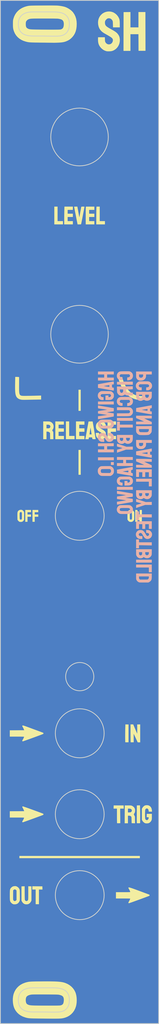
<source format=kicad_pcb>
(kicad_pcb (version 20221018) (generator pcbnew)
  (layers (0 "F.Cu" signal) (31 "B.Cu" signal) (34 "B.Paste" user) (35 "F.Paste" user) (36 "B.SilkS" user "B.Silkscreen") (37 "F.SilkS" user "F.Silkscreen") (38 "B.Mask" user) (39 "F.Mask" user) (44 "Edge.Cuts" user))
  (net 0 "")
  (footprint "LOGO" (layer "F.Cu") (at 12.885 67.8549)
    (fp_text reference "G***" hide)
    (fp_text value "LOGO" hide)
  )
  (footprint "LOGO" (layer "F.Cu") (at 12.885 67.8549)
    (fp_text reference "G***" hide)
    (fp_text value "LOGO" hide)
    (fp_poly (pts (xy 10.011834 64.262) (xy -9.990666 64.262) (xy -9.990666 -64.240833) (xy 10.011834 -64.240833) (xy 10.011834 64.262)) (stroke (width 0.01)) (fill solid) (layer "B.Cu"))
  )
  (footprint "LOGO" (layer "F.Cu") (at 12.885 67.8549)
    (fp_text reference "G***" hide)
    (fp_text value "LOGO" hide)
  )
  (footprint "LOGO" (layer "F.Cu") (at 12.885 67.8549)
    (fp_text reference "G***" hide)
    (fp_text value "LOGO" hide)
  )
  (footprint "LOGO" (layer "F.Cu") (at 12.885 67.8549)
    (fp_text reference "G***" hide)
    (fp_text value "LOGO" hide)
  )
  (footprint "LOGO" (layer "F.Cu") (at 12.885 67.8549)
    (fp_text reference "G***" hide)
    (fp_text value "LOGO" hide)
    (fp_poly (pts (xy -1.941823 44.138207) (xy -1.908299 44.171366) (xy -1.897738 44.227296) (xy -1.907477 44.276164) (xy -1.931797 44.316594) (xy -1.962652 44.316076) (xy -1.985433 44.2976) (xy -2.007178 44.256051) (xy -2.008789 44.206491) (xy -1.993961 44.162425) (xy -1.966389 44.137354) (xy -1.941823 44.138207)) (stroke (width 0.01)) (fill solid) (layer "F.Cu"))
    (fp_poly (pts (xy -2.50286 42.711631) (xy -2.488543 42.756228) (xy -2.480058 42.810758) (xy -2.480623 42.859025) (xy -2.484093 42.872924) (xy -2.504237 42.904364) (xy -2.522577 42.898101) (xy -2.535636 42.858733) (xy -2.54 42.799) (xy -2.536365 42.738626) (xy -2.52707 42.700307) (xy -2.519792 42.693167) (xy -2.50286 42.711631)) (stroke (width 0.01)) (fill solid) (layer "F.Cu"))
    (fp_poly (pts (xy 0.637288 50.518901) (xy 0.645584 50.524833) (xy 0.670052 50.565628) (xy 0.673053 50.617546) (xy 0.657517 50.664959) (xy 0.626374 50.69224) (xy 0.613834 50.694167) (xy 0.589717 50.681132) (xy 0.575734 50.668767) (xy 0.552674 50.626159) (xy 0.552735 50.578667) (xy 0.570482 50.537493) (xy 0.600478 50.513837) (xy 0.637288 50.518901)) (stroke (width 0.01)) (fill solid) (layer "F.Cu"))
    (fp_poly (pts (xy -0.597958 48.073239) (xy -0.558331 48.099847) (xy -0.519137 48.158567) (xy -0.483448 48.239259) (xy -0.454339 48.331786) (xy -0.434883 48.426007) (xy -0.428153 48.511785) (xy -0.437222 48.578979) (xy -0.441401 48.589734) (xy -0.475202 48.632396) (xy -0.514285 48.635724) (xy -0.550085 48.599107) (xy -0.550926 48.59756) (xy -0.572555 48.540459) (xy -0.594517 48.455412) (xy -0.614027 48.356689) (xy -0.628301 48.258563) (xy -0.634556 48.175304) (xy -0.634632 48.168489) (xy -0.632489 48.106803) (xy -0.62307 48.077927) (xy -0.602771 48.0725) (xy -0.597958 48.073239)) (stroke (width 0.01)) (fill solid) (layer "F.Cu"))
    (fp_poly (pts (xy -5.971918 19.160276) (xy -5.951888 19.174728) (xy -5.936868 19.214017) (xy -5.924562 19.285406) (xy -5.919795 19.325412) (xy -5.91646 19.377409) (xy -5.913447 19.467502) (xy -5.910754 19.59209) (xy -5.908378 19.74757) (xy -5.906318 19.930341) (xy -5.904573 20.136801) (xy -5.903139 20.363348) (xy -5.902015 20.606381) (xy -5.9012 20.862297) (xy -5.90069 21.127496) (xy -5.900485 21.398375) (xy -5.900582 21.671333) (xy -5.90098 21.942767) (xy -5.901676 22.209077) (xy -5.902668 22.46666) (xy -5.903955 22.711915) (xy -5.905535 22.941239) (xy -5.907405 23.151031) (xy -5.909564 23.33769) (xy -5.91201 23.497614) (xy -5.914741 23.6272) (xy -5.917754 23.722848) (xy -5.921049 23.780955) (xy -5.922199 23.791288) (xy -5.937711 23.880315) (xy -5.955892 23.938862) (xy -5.98123 23.978744) (xy -6.000607 23.997663) (xy -6.04669 24.033567) (xy -6.079089 24.040405) (xy -6.113582 24.017005) (xy -6.142632 23.987125) (xy -6.197792 23.918507) (xy -6.260375 23.825705) (xy -6.322684 23.72182) (xy -6.377023 23.619956) (xy -6.415694 23.533217) (xy -6.424654 23.507033) (xy -6.439895 23.424914) (xy -6.4489 23.304413) (xy -6.451952 23.148976) (xy -6.449333 22.962047) (xy -6.441325 22.747074) (xy -6.42821 22.507503) (xy -6.410271 22.246778) (xy -6.387791 21.968347) (xy -6.361051 21.675655) (xy -6.330333 21.372149) (xy -6.295921 21.061273) (xy -6.258097 20.746475) (xy -6.217142 20.431199) (xy -6.17334 20.118893) (xy -6.126972 19.813002) (xy -6.11671 19.7485) (xy -6.088288 19.573469) (xy -6.064989 19.436022) (xy -6.045756 19.331862) (xy -6.029531 19.256693) (xy -6.015256 19.206218) (xy -6.001874 19.176141) (xy -5.988327 19.162167) (xy -5.973558 19.159998) (xy -5.971918 19.160276)) (stroke (width 0.01)) (fill solid) (layer "F.Cu"))
    (fp_poly (pts (xy 8.171056 -26.560024) (xy 8.175751 -26.546594) (xy 8.180087 -26.52237) (xy 8.184078 -26.485847) (xy 8.187736 -26.435521) (xy 8.191077 -26.369887) (xy 8.194114 -26.287439) (xy 8.19686 -26.186672) (xy 8.199329 -26.066081) (xy 8.201536 -25.924162) (xy 8.203494 -25.759409) (xy 8.205216 -25.570318) (xy 8.206717 -25.355382) (xy 8.208011 -25.113097) (xy 8.20911 -24.841958) (xy 8.21003 -24.54046) (xy 8.210783 -24.207098) (xy 8.211383 -23.840367) (xy 8.211845 -23.438761) (xy 8.212182 -23.000776) (xy 8.212408 -22.524907) (xy 8.212536 -22.009648) (xy 8.212581 -21.478875) (xy 8.212667 -16.933333) (xy 7.233709 -16.937149) (xy 7.03006 -16.938076) (xy 6.836151 -16.939216) (xy 6.656768 -16.94052) (xy 6.496703 -16.941943) (xy 6.360743 -16.943439) (xy 6.253677 -16.944962) (xy 6.180294 -16.946465) (xy 6.148917 -16.94763) (xy 6.018629 -16.957946) (xy 5.924887 -16.971969) (xy 5.861905 -16.992753) (xy 5.823902 -17.023354) (xy 5.805092 -17.066823) (xy 5.799693 -17.126216) (xy 5.799667 -17.132041) (xy 5.801746 -17.191939) (xy 5.808794 -17.256986) (xy 5.822025 -17.331846) (xy 5.842655 -17.421181) (xy 5.871899 -17.529655) (xy 5.910972 -17.66193) (xy 5.961089 -17.82267) (xy 6.023465 -18.016537) (xy 6.056675 -18.118326) (xy 6.272668 -18.788993) (xy 6.476164 -19.443837) (xy 6.669954 -20.092594) (xy 6.85683 -20.745003) (xy 7.039585 -21.4108) (xy 7.22101 -22.099723) (xy 7.395032 -22.785917) (xy 7.459643 -23.051506) (xy 7.525594 -23.334625) (xy 7.591923 -23.630371) (xy 7.657668 -23.933843) (xy 7.721869 -24.240138) (xy 7.783565 -24.544354) (xy 7.841794 -24.841588) (xy 7.895595 -25.126938) (xy 7.944008 -25.395501) (xy 7.986071 -25.642376) (xy 8.020823 -25.862659) (xy 8.047303 -26.051449) (xy 8.064036 -26.198374) (xy 8.079674 -26.324175) (xy 8.100058 -26.429315) (xy 8.123556 -26.507937) (xy 8.148538 -26.554188) (xy 8.165987 -26.564167) (xy 8.171056 -26.560024)) (stroke (width 0.01)) (fill solid) (layer "F.Cu"))
    (fp_poly (pts (xy 0.550162 -1.506739) (xy 0.559257 -1.486897) (xy 0.564136 -1.450822) (xy 0.56893 -1.375801) (xy 0.573611 -1.265218) (xy 0.578149 -1.122461) (xy 0.582514 -0.950917) (xy 0.586676 -0.75397) (xy 0.590605 -0.535008) (xy 0.594272 -0.297418) (xy 0.597647 -0.044584) (xy 0.600701 0.220105) (xy 0.603403 0.493265) (xy 0.605724 0.771508) (xy 0.607635 1.051449) (xy 0.609104 1.329701) (xy 0.610104 1.602877) (xy 0.610604 1.867592) (xy 0.610574 2.120459) (xy 0.609985 2.358091) (xy 0.608807 2.577103) (xy 0.60701 2.774108) (xy 0.604564 2.94572) (xy 0.601441 3.088552) (xy 0.59986 3.140916) (xy 0.594832 3.284052) (xy 0.590175 3.390691) (xy 0.585123 3.466655) (xy 0.578907 3.517764) (xy 0.57076 3.54984) (xy 0.559915 3.568703) (xy 0.545605 3.580176) (xy 0.541652 3.582431) (xy 0.509812 3.588628) (xy 0.441794 3.594318) (xy 0.343753 3.599424) (xy 0.22184 3.603869) (xy 0.082211 3.607576) (xy -0.068982 3.610468) (xy -0.225585 3.612469) (xy -0.381444 3.613502) (xy -0.530406 3.61349) (xy -0.666318 3.612356) (xy -0.783025 3.610023) (xy -0.874375 3.606416) (xy -0.934213 3.601455) (xy -0.938099 3.600901) (xy -1.010555 3.584537) (xy -1.053196 3.556135) (xy -1.073537 3.505971) (xy -1.079095 3.424317) (xy -1.079122 3.418417) (xy -1.074678 3.349669) (xy -1.060359 3.262943) (xy -1.035156 3.15454) (xy -0.99806 3.020762) (xy -0.948061 2.857913) (xy -0.884149 2.662293) (xy -0.824846 2.487083) (xy -0.650353 1.97556) (xy -0.488461 1.49717) (xy -0.339521 1.052969) (xy -0.203883 0.644015) (xy -0.081897 0.271363) (xy 0.026087 -0.063928) (xy 0.119718 -0.360804) (xy 0.135847 -0.41275) (xy 0.221465 -0.686321) (xy 0.297218 -0.92221) (xy 0.362932 -1.119923) (xy 0.418432 -1.278968) (xy 0.463544 -1.398852) (xy 0.498093 -1.479082) (xy 0.521905 -1.519164) (xy 0.529559 -1.524) (xy 0.550162 -1.506739)) (stroke (width 0.01)) (fill solid) (layer "F.Cu"))
    (fp_poly (pts (xy -4.010938 11.720436) (xy -3.997318 11.751542) (xy -3.9954 11.779266) (xy -3.993635 11.846177) (xy -3.992023 11.949127) (xy -3.990563 12.08497) (xy -3.989255 12.25056) (xy -3.988099 12.44275) (xy -3.987094 12.658393) (xy -3.98624 12.894343) (xy -3.985536 13.147453) (xy -3.984983 13.414576) (xy -3.984579 13.692566) (xy -3.984325 13.978276) (xy -3.98422 14.26856) (xy -3.984264 14.56027) (xy -3.984456 14.850261) (xy -3.984796 15.135386) (xy -3.985284 15.412497) (xy -3.985919 15.678449) (xy -3.986702 15.930094) (xy -3.987631 16.164287) (xy -3.988706 16.37788) (xy -3.989927 16.567727) (xy -3.991294 16.730681) (xy -3.992806 16.863596) (xy -3.994463 16.963325) (xy -3.996264 17.026721) (xy -3.997916 17.049724) (xy -4.016664 17.095975) (xy -4.056662 17.125963) (xy -4.095953 17.141122) (xy -4.148504 17.151431) (xy -4.234804 17.160499) (xy -4.346284 17.168084) (xy -4.474373 17.173948) (xy -4.610499 17.177851) (xy -4.74609 17.179552) (xy -4.872578 17.178812) (xy -4.981389 17.17539) (xy -5.063953 17.169047) (xy -5.069416 17.168374) (xy -5.199632 17.146096) (xy -5.297107 17.115216) (xy -5.371134 17.072152) (xy -5.409883 17.037187) (xy -5.437213 17.006904) (xy -5.454936 16.97818) (xy -5.465077 16.941325) (xy -5.469658 16.886644) (xy -5.470702 16.804443) (xy -5.470513 16.746635) (xy -5.469021 16.677751) (xy -5.464624 16.608115) (xy -5.45645 16.533934) (xy -5.443627 16.451416) (xy -5.425283 16.356769) (xy -5.400547 16.246201) (xy -5.368545 16.11592) (xy -5.328407 15.962132) (xy -5.279261 15.781047) (xy -5.220234 15.568871) (xy -5.150454 15.321812) (xy -5.111097 15.183448) (xy -5.023088 14.876312) (xy -4.933963 14.568596) (xy -4.844556 14.262988) (xy -4.755699 13.962177) (xy -4.668226 13.66885) (xy -4.582971 13.385696) (xy -4.500766 13.115404) (xy -4.422445 12.86066) (xy -4.34884 12.624155) (xy -4.280785 12.408575) (xy -4.219114 12.216609) (xy -4.164658 12.050946) (xy -4.118252 11.914273) (xy -4.080729 11.809279) (xy -4.052922 11.738652) (xy -4.035663 11.70508) (xy -4.03225 11.702582) (xy -4.010938 11.720436)) (stroke (width 0.01)) (fill solid) (layer "F.Cu"))
    (fp_poly (pts (xy -1.568135 4.797498) (xy -1.561276 4.818346) (xy -1.557984 4.84969) (xy -1.554279 4.919609) (xy -1.550261 5.024346) (xy -1.546029 5.160145) (xy -1.54168 5.323249) (xy -1.537312 5.509904) (xy -1.533026 5.716352) (xy -1.528917 5.938838) (xy -1.525087 6.173605) (xy -1.524187 6.233583) (xy -1.517394 6.732177) (xy -1.512126 7.201751) (xy -1.508374 7.641275) (xy -1.506128 8.049719) (xy -1.505377 8.426053) (xy -1.506111 8.769248) (xy -1.50832 9.078274) (xy -1.511994 9.352101) (xy -1.517123 9.5897) (xy -1.523697 9.79004) (xy -1.531706 9.952092) (xy -1.541139 10.074826) (xy -1.551987 10.157213) (xy -1.563029 10.19616) (xy -1.598792 10.233833) (xy -1.653048 10.264641) (xy -1.655845 10.265699) (xy -1.703157 10.275056) (xy -1.786475 10.283034) (xy -1.899489 10.289533) (xy -2.035892 10.294455) (xy -2.189374 10.297701) (xy -2.353626 10.299173) (xy -2.522341 10.298771) (xy -2.68921 10.296397) (xy -2.847923 10.291952) (xy -2.974195 10.286337) (xy -3.096902 10.278246) (xy -3.211185 10.26804) (xy -3.30742 10.256774) (xy -3.375984 10.245502) (xy -3.397528 10.239981) (xy -3.481916 10.211937) (xy -3.478764 10.09601) (xy -3.473547 10.040027) (xy -3.459896 9.967294) (xy -3.43684 9.874633) (xy -3.403411 9.758865) (xy -3.358638 9.616813) (xy -3.301551 9.445297) (xy -3.231181 9.241141) (xy -3.146557 9.001164) (xy -3.133359 8.964083) (xy -3.071268 8.789302) (xy -3.001281 8.591444) (xy -2.928832 8.385929) (xy -2.859358 8.188179) (xy -2.798293 8.013614) (xy -2.793894 8.001) (xy -2.745941 7.864374) (xy -2.688419 7.702053) (xy -2.622828 7.518169) (xy -2.550672 7.316848) (xy -2.473454 7.102222) (xy -2.392674 6.878418) (xy -2.309837 6.649567) (xy -2.226444 6.419797) (xy -2.143998 6.193237) (xy -2.064 5.974017) (xy -1.987954 5.766266) (xy -1.917362 5.574113) (xy -1.853726 5.401687) (xy -1.798549 5.253118) (xy -1.753332 5.132534) (xy -1.719579 5.044065) (xy -1.700647 4.996286) (xy -1.655808 4.890635) (xy -1.622809 4.821341) (xy -1.598978 4.784994) (xy -1.581644 4.778183) (xy -1.568135 4.797498)) (stroke (width 0.01)) (fill solid) (layer "F.Cu"))
    (fp_poly (pts (xy 1.097789 -56.131818) (xy 1.118929 -56.097053) (xy 1.146067 -56.040965) (xy 1.180327 -55.961016) (xy 1.222835 -55.854669) (xy 1.274716 -55.719386) (xy 1.337096 -55.552629) (xy 1.4111 -55.351859) (xy 1.497854 -55.114541) (xy 1.527446 -55.033333) (xy 1.580039 -54.889326) (xy 1.645699 -54.710181) (xy 1.72275 -54.500443) (xy 1.809515 -54.264656) (xy 1.904319 -54.007366) (xy 2.005486 -53.733117) (xy 2.111338 -53.446454) (xy 2.220199 -53.151922) (xy 2.330394 -52.854066) (xy 2.440246 -52.55743) (xy 2.522849 -52.334583) (xy 2.711631 -51.825443) (xy 2.886485 -51.353689) (xy 3.04824 -50.917029) (xy 3.197723 -50.513172) (xy 3.335764 -50.139825) (xy 3.46319 -49.794698) (xy 3.58083 -49.475497) (xy 3.689511 -49.179931) (xy 3.790064 -48.905709) (xy 3.883315 -48.650538) (xy 3.970093 -48.412127) (xy 4.051227 -48.188183) (xy 4.127544 -47.976415) (xy 4.199874 -47.774531) (xy 4.269045 -47.580238) (xy 4.335884 -47.391246) (xy 4.40122 -47.205262) (xy 4.465882 -47.019995) (xy 4.530698 -46.833152) (xy 4.596496 -46.642441) (xy 4.664105 -46.445571) (xy 4.734353 -46.24025) (xy 4.808068 -46.024186) (xy 4.881004 -45.810001) (xy 5.228536 -44.788752) (xy 5.101188 -44.534709) (xy 4.973841 -44.280667) (xy 3.254212 -44.28373) (xy 2.981754 -44.284413) (xy 2.716916 -44.285457) (xy 2.463424 -44.286826) (xy 2.225003 -44.288481) (xy 2.00538 -44.290386) (xy 1.80828 -44.292503) (xy 1.63743 -44.294795) (xy 1.496555 -44.297226) (xy 1.38938 -44.299757) (xy 1.319633 -44.302353) (xy 1.305944 -44.303182) (xy 1.183018 -44.313218) (xy 1.095756 -44.326409) (xy 1.037542 -44.348117) (xy 1.001765 -44.383705) (xy 0.981812 -44.438538) (xy 0.971069 -44.517979) (xy 0.966371 -44.578586) (xy 0.962588 -44.65533) (xy 0.959316 -44.77017) (xy 0.956539 -44.920952) (xy 0.954243 -45.10552) (xy 0.95241 -45.321721) (xy 0.951026 -45.567399) (xy 0.950074 -45.8404) (xy 0.949539 -46.13857) (xy 0.949406 -46.459754) (xy 0.949657 -46.801797) (xy 0.950278 -47.162545) (xy 0.951253 -47.539844) (xy 0.952566 -47.931538) (xy 0.954202 -48.335474) (xy 0.956144 -48.749496) (xy 0.958376 -49.171451) (xy 0.960884 -49.599183) (xy 0.963651 -50.030539) (xy 0.966661 -50.463362) (xy 0.9699 -50.8955) (xy 0.97335 -51.324797) (xy 0.976996 -51.7491) (xy 0.980823 -52.166252) (xy 0.984815 -52.5741) (xy 0.988956 -52.97049) (xy 0.993229 -53.353266) (xy 0.997621 -53.720275) (xy 1.002114 -54.069361) (xy 1.006693 -54.39837) (xy 1.011342 -54.705147) (xy 1.016046 -54.987539) (xy 1.020788 -55.243389) (xy 1.025553 -55.470545) (xy 1.030326 -55.666851) (xy 1.03509 -55.830153) (xy 1.039829 -55.958296) (xy 1.044528 -56.049126) (xy 1.049172 -56.100488) (xy 1.050689 -56.108407) (xy 1.059096 -56.133555) (xy 1.068997 -56.147532) (xy 1.08152 -56.147799) (xy 1.097789 -56.131818)) (stroke (width 0.01)) (fill solid) (layer "F.Cu"))
    (fp_poly (pts (xy 5.645925 -43.413963) (xy 5.673202 -43.355609) (xy 5.709691 -43.26157) (xy 5.754635 -43.134479) (xy 5.807275 -42.976969) (xy 5.866852 -42.791674) (xy 5.932608 -42.581227) (xy 6.003786 -42.348262) (xy 6.079625 -42.09541) (xy 6.159369 -41.825305) (xy 6.242258 -41.540581) (xy 6.327534 -41.243871) (xy 6.41444 -40.937808) (xy 6.502215 -40.625024) (xy 6.590103 -40.308153) (xy 6.677345 -39.989829) (xy 6.763182 -39.672684) (xy 6.846856 -39.359352) (xy 6.927608 -39.052465) (xy 7.004681 -38.754658) (xy 7.077316 -38.468562) (xy 7.144754 -38.196811) (xy 7.18621 -38.025917) (xy 7.303999 -37.517224) (xy 7.421093 -36.976545) (xy 7.53549 -36.414208) (xy 7.645193 -35.840539) (xy 7.748201 -35.265867) (xy 7.842514 -34.700519) (xy 7.894246 -34.369094) (xy 7.946737 -34.01073) (xy 7.994657 -33.658359) (xy 8.037789 -33.314866) (xy 8.075917 -32.983137) (xy 8.108821 -32.666059) (xy 8.136286 -32.366516) (xy 8.158094 -32.087395) (xy 8.174027 -31.831582) (xy 8.183867 -31.601962) (xy 8.187398 -31.401421) (xy 8.184401 -31.232845) (xy 8.174659 -31.099119) (xy 8.157955 -31.003129) (xy 8.149839 -30.977417) (xy 8.127934 -30.928841) (xy 8.091621 -30.857538) (xy 8.047962 -30.777268) (xy 8.038464 -30.760458) (xy 7.951117 -30.607) (xy 7.833184 -30.610828) (xy 7.786653 -30.611998) (xy 7.702973 -30.613742) (xy 7.587323 -30.615967) (xy 7.444883 -30.618578) (xy 7.280831 -30.621481) (xy 7.100347 -30.624582) (xy 6.90861 -30.627786) (xy 6.82625 -30.629136) (xy 6.562427 -30.633818) (xy 6.338163 -30.638702) (xy 6.150682 -30.643949) (xy 5.997209 -30.649719) (xy 5.874971 -30.656173) (xy 5.781191 -30.663472) (xy 5.713095 -30.671775) (xy 5.667908 -30.681245) (xy 5.642855 -30.692041) (xy 5.637015 -30.69798) (xy 5.633511 -30.724641) (xy 5.630066 -30.79232) (xy 5.62669 -30.899702) (xy 5.62339 -31.04547) (xy 5.620176 -31.22831) (xy 5.617055 -31.446906) (xy 5.614036 -31.699942) (xy 5.611127 -31.986104) (xy 5.608337 -32.304075) (xy 5.605675 -32.652541) (xy 5.603149 -33.030185) (xy 5.600767 -33.435693) (xy 5.598538 -33.867748) (xy 5.59647 -34.325036) (xy 5.594571 -34.80624) (xy 5.592851 -35.310046) (xy 5.591318 -35.835138) (xy 5.589979 -36.380201) (xy 5.588844 -36.943919) (xy 5.587921 -37.524976) (xy 5.587219 -38.122058) (xy 5.586904 -38.491583) (xy 5.586553 -39.043338) (xy 5.586347 -39.554217) (xy 5.586298 -40.025677) (xy 5.586419 -40.459176) (xy 5.586722 -40.856172) (xy 5.587219 -41.218123) (xy 5.587922 -41.546484) (xy 5.588844 -41.842714) (xy 5.589997 -42.108271) (xy 5.591394 -42.344611) (xy 5.593046 -42.553192) (xy 5.594966 -42.735472) (xy 5.597166 -42.892907) (xy 5.599659 -43.026956) (xy 5.602457 -43.139076) (xy 5.605572 -43.230724) (xy 5.609016 -43.303357) (xy 5.612803 -43.358434) (xy 5.616943 -43.397411) (xy 5.621449 -43.421745) (xy 5.626335 -43.432896) (xy 5.628619 -43.434) (xy 5.645925 -43.413963)) (stroke (width 0.01)) (fill solid) (layer "F.Cu"))
    (fp_poly (pts (xy 10.003768 -0.777875) (xy 10.003391 1.49675) (xy 10.003008 3.729091) (xy 10.002617 5.919198) (xy 10.002221 8.067122) (xy 10.001817 10.172911) (xy 10.001407 12.236617) (xy 10.000991 14.258287) (xy 10.000567 16.237974) (xy 10.000137 18.175725) (xy 9.9997 20.071592) (xy 9.999257 21.925623) (xy 9.998806 23.737869) (xy 9.998349 25.508379) (xy 9.997885 27.237204) (xy 9.997413 28.924393) (xy 9.996935 30.569995) (xy 9.996451 32.174062) (xy 9.995959 33.736642) (xy 9.99546 35.257785) (xy 9.994954 36.737541) (xy 9.994441 38.175961) (xy 9.993921 39.573093) (xy 9.993394 40.928988) (xy 9.99286 42.243695) (xy 9.992318 43.517265) (xy 9.99177 44.749747) (xy 9.991214 45.94119) (xy 9.990651 47.091646) (xy 9.990081 48.201163) (xy 9.989504 49.269791) (xy 9.988919 50.29758) (xy 9.988327 51.28458) (xy 9.987728 52.230842) (xy 9.987121 53.136413) (xy 9.986507 54.001345) (xy 9.985886 54.825688) (xy 9.985257 55.60949) (xy 9.984621 56.352803) (xy 9.983977 57.055675) (xy 9.983325 57.718156) (xy 9.982667 58.340297) (xy 9.982 58.922147) (xy 9.981326 59.463756) (xy 9.980645 59.965174) (xy 9.979955 60.42645) (xy 9.979258 60.847635) (xy 9.978554 61.228778) (xy 9.977841 61.569929) (xy 9.977121 61.871137) (xy 9.976394 62.132454) (xy 9.975658 62.353928) (xy 9.974915 62.535609) (xy 9.974163 62.677548) (xy 9.973404 62.779793) (xy 9.972637 62.842395) (xy 9.971927 62.865) (xy 9.954334 63.013947) (xy 9.941898 63.127457) (xy 9.934563 63.212101) (xy 9.932274 63.274455) (xy 9.934976 63.32109) (xy 9.942615 63.35858) (xy 9.955135 63.393498) (xy 9.967272 63.421025) (xy 9.983641 63.460862) (xy 9.995471 63.50254) (xy 10.003481 63.553643) (xy 10.008391 63.621752) (xy 10.01092 63.714448) (xy 10.011789 63.839313) (xy 10.011834 63.890422) (xy 10.011834 64.262) (xy -9.990666 64.262) (xy -9.990666 63.22094) (xy -0.63136 63.22094) (xy -0.602119 63.260052) (xy -0.587375 63.267945) (xy -0.542833 63.276699) (xy -0.46583 63.281504) (xy -0.366021 63.282708) (xy -0.253057 63.280661) (xy -0.136594 63.275709) (xy -0.026286 63.268202) (xy 0.068215 63.258488) (xy 0.137254 63.246915) (xy 0.157814 63.241059) (xy 0.222986 63.207186) (xy 0.276795 63.162482) (xy 0.284225 63.153473) (xy 0.310073 63.105325) (xy 0.305295 63.062636) (xy 0.266846 63.016724) (xy 0.224292 62.982479) (xy 0.193182 62.963086) (xy 0.155937 62.95047) (xy 0.103236 62.943276) (xy 0.025758 62.940153) (xy -0.070404 62.939697) (xy -0.17894 62.942518) (xy -0.281117 62.949654) (xy -0.363472 62.959951) (xy -0.400888 62.968052) (xy -0.482992 63.003416) (xy -0.551356 63.053244) (xy -0.601715 63.110679) (xy -0.629804 63.168863) (xy -0.63136 63.22094) (xy -9.990666 63.22094) (xy -9.990666 59.985114) (xy -8.93341 59.985114) (xy -8.9142 60.024968) (xy -8.884708 60.045166) (xy -8.81988 60.067411) (xy -8.765317 60.060597) (xy -8.740442 60.049088) (xy -8.702858 60.012678) (xy -8.699801 59.972321) (xy -8.374913 59.972321) (xy -8.357088 60.018226) (xy -8.302041 60.05039) (xy -8.211688 60.067099) (xy -8.180916 60.068756) (xy -8.129513 60.060604) (xy -8.092333 60.025072) (xy -8.080284 60.005492) (xy -8.071898 59.987238) (xy -0.581318 59.987238) (xy -0.569563 60.020792) (xy -0.565763 60.024166) (xy -0.500639 60.054769) (xy -0.412756 60.067442) (xy -0.318068 60.061385) (xy -0.242737 60.04033) (xy -0.195191 60.016017) (xy -0.170369 59.994642) (xy -0.16959 59.99198) (xy 0.108187 59.99198) (xy 0.130274 60.032498) (xy 0.184908 60.064845) (xy 0.268851 60.085536) (xy 0.352197 60.091338) (xy 0.444906 60.082914) (xy 0.507264 60.054655) (xy 0.509185 60.05313) (xy 0.543208 60.00871) (xy 0.535017 59.965069) (xy 0.484729 59.922613) (xy 0.468978 59.913962) (xy 0.359253 59.874191) (xy 0.257576 59.870385) (xy 0.174625 59.900373) (xy 0.121891 59.946776) (xy 0.108187 59.99198) (xy -0.16959 59.99198) (xy -0.169333 59.991103) (xy -0.186712 59.957369) (xy -0.22967 59.918494) (xy -0.284442 59.884957) (xy -0.33057 59.868361) (xy -0.394182 59.867196) (xy -0.459405 59.884027) (xy -0.517896 59.913329) (xy -0.561315 59.949575) (xy -0.581318 59.987238) (xy -8.071898 59.987238) (xy -8.055986 59.952606) (xy -8.061012 59.918999) (xy -8.100185 59.89537) (xy -8.14464 59.881402) (xy -8.232559 59.862499) (xy -8.292821 59.865114) (xy -8.335087 59.890769) (xy -8.353597 59.914387) (xy -8.374913 59.972321) (xy -8.699801 59.972321) (xy -8.699647 59.970295) (xy -8.725848 59.931629) (xy -8.776503 59.906364) (xy -8.815916 59.901667) (xy -8.879765 59.91407) (xy -8.920431 59.945017) (xy -8.93341 59.985114) (xy -9.990666 59.985114) (xy -9.990666 58.635704) (xy -8.929288 58.635704) (xy -8.907613 58.683183) (xy -8.88529 58.70455) (xy -8.82376 58.734212) (xy -8.770726 58.725974) (xy -8.738208 58.702469) (xy -8.703814 58.652907) (xy -8.704822 58.611564) (xy -8.360833 58.611564) (xy -8.342083 58.658963) (xy -8.292742 58.693295) (xy -8.223177 58.712201) (xy -8.143754 58.713322) (xy -8.064839 58.6943) (xy -8.042282 58.68404) (xy -7.989877 58.646079) (xy -7.976809 58.610026) (xy -7.984861 58.599395) (xy -7.638419 58.599395) (xy -7.628302 58.642333) (xy -7.590622 58.681438) (xy -7.577479 58.689031) (xy -7.504477 58.710587) (xy -7.419619 58.714204) (xy -7.342324 58.70029) (xy -7.30721 58.683383) (xy -7.281482 58.654487) (xy -6.958275 58.654487) (xy -6.953264 58.673955) (xy -6.920552 58.713662) (xy -6.859354 58.741928) (xy -6.782433 58.756836) (xy -6.702551 58.756467) (xy -6.632472 58.738905) (xy -6.60871 58.725716) (xy -6.565375 58.679079) (xy -6.55971 58.632106) (xy -6.568045 58.619663) (xy -6.239039 58.619663) (xy -6.223282 58.65745) (xy -6.181653 58.687272) (xy -6.122305 58.706971) (xy -6.053389 58.714392) (xy -5.983059 58.707376) (xy -5.919466 58.683768) (xy -5.890805 58.663369) (xy -5.855559 58.629804) (xy -5.559297 58.629804) (xy -5.555858 58.668504) (xy -5.524168 58.701704) (xy -5.471263 58.727) (xy -5.404182 58.741988) (xy -5.329964 58.744263) (xy -5.255645 58.731423) (xy -5.191125 58.702886) (xy -5.150717 58.665532) (xy -5.152248 58.630029) (xy -5.175821 58.611564) (xy -4.826 58.611564) (xy -4.807249 58.658963) (xy -4.757908 58.693295) (xy -4.688343 58.712201) (xy -4.60892 58.713322) (xy -4.530005 58.6943) (xy -4.507449 58.68404) (xy -4.455044 58.646079) (xy -4.441975 58.610026) (xy -4.450028 58.599395) (xy -4.103586 58.599395) (xy -4.093469 58.642333) (xy -4.055789 58.681438) (xy -4.042646 58.689031) (xy -3.969644 58.710587) (xy -3.884785 58.714204) (xy -3.807491 58.70029) (xy -3.772376 58.683383) (xy -3.735471 58.641933) (xy -3.730121 58.613072) (xy -3.417449 58.613072) (xy -3.401204 58.660585) (xy -3.337061 58.722724) (xy -3.25327 58.753415) (xy -3.160414 58.750845) (xy -3.074458 58.716565) (xy -3.020273 58.67146) (xy -3.005667 58.629373) (xy -3.011624 58.619663) (xy -2.704206 58.619663) (xy -2.688448 58.65745) (xy -2.646819 58.687272) (xy -2.587471 58.706971) (xy -2.518556 58.714392) (xy -2.448226 58.707376) (xy -2.384632 58.683768) (xy -2.355972 58.663369) (xy -2.318537 58.62772) (xy -2.312281 58.611564) (xy -1.9685 58.611564) (xy -1.949749 58.658963) (xy -1.900408 58.693295) (xy -1.830843 58.712201) (xy -1.75142 58.713322) (xy -1.672505 58.6943) (xy -1.649949 58.68404) (xy -1.597544 58.646079) (xy -1.585844 58.6138) (xy -1.316612 58.6138) (xy -1.268014 58.66553) (xy -1.198917 58.715806) (xy -1.107814 58.750677) (xy -1.0795 58.756639) (xy -1.054172 58.752639) (xy -1.004557 58.740475) (xy -0.989791 58.736456) (xy -0.932429 58.711952) (xy -0.892806 58.679825) (xy -0.888891 58.673796) (xy -0.87998 58.640134) (xy -0.901451 58.611689) (xy -0.903494 58.610241) (xy -0.568567 58.610241) (xy -0.558079 58.658833) (xy -0.519545 58.706712) (xy -0.465173 58.746205) (xy -0.404755 58.755596) (xy -0.328342 58.735252) (xy -0.283741 58.715361) (xy -0.213431 58.671993) (xy -0.179052 58.628934) (xy -0.1817 58.603221) (xy 0.117882 58.603221) (xy 0.123316 58.641942) (xy 0.135427 58.663292) (xy 0.198403 58.723603) (xy 0.28151 58.753324) (xy 0.373874 58.750691) (xy 0.461086 58.716133) (xy 0.526165 58.666404) (xy 0.550872 58.623147) (xy 0.536924 58.58825) (xy 0.486033 58.563607) (xy 0.399914 58.551106) (xy 0.311314 58.550919) (xy 0.208916 58.559604) (xy 0.145427 58.576407) (xy 0.117882 58.603221) (xy -0.1817 58.603221) (xy -0.183089 58.589748) (xy -0.190194 58.581172) (xy -0.226179 58.566029) (xy -0.290116 58.55551) (xy -0.367824 58.550133) (xy -0.44512 58.550419) (xy -0.507823 58.556887) (xy -0.539979 58.568357) (xy -0.568567 58.610241) (xy -0.903494 58.610241) (xy -0.921595 58.597416) (xy -1.002918 58.563833) (xy -1.100964 58.550942) (xy -1.196213 58.559904) (xy -1.247467 58.578044) (xy -1.316612 58.6138) (xy -1.585844 58.6138) (xy -1.584475 58.610026) (xy -1.607771 58.579273) (xy -1.664459 58.557216) (xy -1.751569 58.547248) (xy -1.769919 58.547) (xy -1.865809 58.549718) (xy -1.926366 58.559332) (xy -1.958328 58.578033) (xy -1.968432 58.608011) (xy -1.9685 58.611564) (xy -2.312281 58.611564) (xy -2.310276 58.606387) (xy -2.328308 58.586036) (xy -2.33767 58.578702) (xy -2.382896 58.560331) (xy -2.452053 58.549446) (xy -2.531212 58.546154) (xy -2.606444 58.550559) (xy -2.663817 58.562767) (xy -2.68594 58.576067) (xy -2.704206 58.619663) (xy -3.011624 58.619663) (xy -3.027885 58.593161) (xy -3.084172 58.56568) (xy -3.171774 58.549786) (xy -3.237984 58.547) (xy -3.335229 58.554614) (xy -3.395442 58.576911) (xy -3.417449 58.613072) (xy -3.730121 58.613072) (xy -3.727285 58.597775) (xy -3.749312 58.564523) (xy -3.758814 58.559848) (xy -3.803353 58.551579) (xy -3.871669 58.547841) (xy -3.948876 58.548363) (xy -4.020086 58.552873) (xy -4.070411 58.5611) (xy -4.081957 58.565735) (xy -4.103586 58.599395) (xy -4.450028 58.599395) (xy -4.465271 58.579273) (xy -4.521959 58.557216) (xy -4.609069 58.547248) (xy -4.627419 58.547) (xy -4.723309 58.549718) (xy -4.783866 58.559332) (xy -4.815828 58.578033) (xy -4.825932 58.608011) (xy -4.826 58.611564) (xy -5.175821 58.611564) (xy -5.195877 58.595854) (xy -5.228595 58.581048) (xy -5.334013 58.552323) (xy -5.431393 58.550643) (xy -5.509813 58.575753) (xy -5.527447 58.588007) (xy -5.559297 58.629804) (xy -5.855559 58.629804) (xy -5.85337 58.62772) (xy -5.84511 58.606387) (xy -5.863141 58.586036) (xy -5.872504 58.578702) (xy -5.917729 58.560331) (xy -5.986886 58.549446) (xy -6.066046 58.546154) (xy -6.141277 58.550559) (xy -6.198651 58.562767) (xy -6.220773 58.576067) (xy -6.239039 58.619663) (xy -6.568045 58.619663) (xy -6.587499 58.590623) (xy -6.644528 58.560454) (xy -6.726583 58.547424) (xy -6.737803 58.547289) (xy -6.846927 58.553381) (xy -6.918089 58.572127) (xy -6.954226 58.605253) (xy -6.958275 58.654487) (xy -7.281482 58.654487) (xy -7.270304 58.641933) (xy -7.262118 58.597775) (xy -7.284145 58.564523) (xy -7.293648 58.559848) (xy -7.338186 58.551579) (xy -7.406502 58.547841) (xy -7.483709 58.548363) (xy -7.554919 58.552873) (xy -7.605244 58.5611) (xy -7.616791 58.565735) (xy -7.638419 58.599395) (xy -7.984861 58.599395) (xy -8.000104 58.579273) (xy -8.056793 58.557216) (xy -8.143903 58.547248) (xy -8.162252 58.547) (xy -8.258142 58.549718) (xy -8.3187 58.559332) (xy -8.350661 58.578033) (xy -8.360765 58.608011) (xy -8.360833 58.611564) (xy -8.704822 58.611564) (xy -8.704942 58.606663) (xy -8.734866 58.569708) (xy -8.786857 58.548016) (xy -8.854188 58.547559) (xy -8.898852 58.559848) (xy -8.926858 58.589353) (xy -8.929288 58.635704) (xy -9.990666 58.635704) (xy -9.990666 57.253437) (xy -8.950101 57.253437) (xy -8.929484 57.299069) (xy -8.911166 57.319333) (xy -8.848029 57.356033) (xy -8.777228 57.354058) (xy -8.720323 57.323311) (xy -8.689938 57.279409) (xy -8.692971 57.233265) (xy -8.706477 57.214118) (xy -8.364852 57.214118) (xy -8.360419 57.256607) (xy -8.315608 57.299308) (xy -8.245098 57.323015) (xy -8.161547 57.326649) (xy -8.077612 57.30913) (xy -8.027458 57.285017) (xy -7.986048 57.246566) (xy -7.656938 57.246566) (xy -7.64654 57.308529) (xy -7.642222 57.317362) (xy -7.602526 57.349705) (xy -7.53551 57.361543) (xy -7.450911 57.352835) (xy -7.358467 57.323543) (xy -7.347124 57.31856) (xy -7.292412 57.292272) (xy -7.270519 57.273817) (xy -7.275398 57.254259) (xy -7.291016 57.235661) (xy -7.292579 57.23464) (xy -6.963409 57.23464) (xy -6.961585 57.276253) (xy -6.931109 57.3122) (xy -6.878822 57.339457) (xy -6.811563 57.354995) (xy -6.736172 57.355789) (xy -6.65949 57.338813) (xy -6.626427 57.324592) (xy -6.577267 57.294506) (xy -6.547986 57.267007) (xy -6.545702 57.262367) (xy -6.55527 57.231918) (xy -6.570181 57.222236) (xy -6.244166 57.222236) (xy -6.225303 57.266244) (xy -6.176347 57.29993) (xy -6.10875 57.321108) (xy -6.033963 57.327593) (xy -5.963437 57.3172) (xy -5.908624 57.287743) (xy -5.907318 57.28652) (xy -5.890515 57.251152) (xy -5.902681 57.233982) (xy -5.557619 57.233982) (xy -5.553174 57.275242) (xy -5.541475 57.292634) (xy -5.475361 57.340661) (xy -5.386452 57.358603) (xy -5.282598 57.345582) (xy -5.228595 57.327618) (xy -5.166319 57.293866) (xy -5.146212 57.259014) (xy -5.148519 57.255171) (xy -4.827607 57.255171) (xy -4.808395 57.304991) (xy -4.793141 57.320254) (xy -4.733705 57.349522) (xy -4.653497 57.36473) (xy -4.569393 57.365101) (xy -4.498266 57.349856) (xy -4.471458 57.335068) (xy -4.448017 57.293271) (xy -4.447848 57.281667) (xy -4.122637 57.281667) (xy -4.105588 57.320725) (xy -4.067473 57.350413) (xy -4.002035 57.361324) (xy -3.919875 57.353487) (xy -3.831595 57.326932) (xy -3.815291 57.319903) (xy -3.751085 57.279991) (xy -3.72631 57.239757) (xy -3.727971 57.23464) (xy -3.428575 57.23464) (xy -3.426751 57.276253) (xy -3.396276 57.3122) (xy -3.343989 57.339457) (xy -3.27673 57.354995) (xy -3.201339 57.355789) (xy -3.124656 57.338813) (xy -3.091594 57.324592) (xy -3.042434 57.294506) (xy -3.018015 57.271573) (xy -2.701009 57.271573) (xy -2.697153 57.284112) (xy -2.662268 57.322085) (xy -2.598893 57.349791) (xy -2.520019 57.365415) (xy -2.438636 57.367141) (xy -2.367736 57.353152) (xy -2.333625 57.33493) (xy -2.305139 57.292041) (xy -2.310303 57.243529) (xy -2.334324 57.209939) (xy -1.981291 57.209939) (xy -1.972687 57.24868) (xy -1.934363 57.288002) (xy -1.867121 57.321397) (xy -1.799166 57.338473) (xy -1.773845 57.334471) (xy -1.724202 57.322301) (xy -1.709208 57.31822) (xy -1.652184 57.292387) (xy -1.633212 57.260497) (xy -1.641684 57.242707) (xy -1.295222 57.242707) (xy -1.288971 57.282041) (xy -1.254782 57.315268) (xy -1.199841 57.340039) (xy -1.131335 57.354007) (xy -1.056449 57.354823) (xy -0.98237 57.340139) (xy -0.922633 57.31193) (xy -0.886889 57.277276) (xy -0.880618 57.247146) (xy -0.891879 57.234939) (xy -0.570682 57.234939) (xy -0.569802 57.274557) (xy -0.535591 57.31444) (xy -0.513291 57.328393) (xy -0.416445 57.358307) (xy -0.316496 57.346958) (xy -0.272799 57.328692) (xy -0.225464 57.291538) (xy -0.220627 57.255775) (xy 0.105834 57.255775) (xy 0.124802 57.300481) (xy 0.174915 57.333655) (xy 0.245984 57.352912) (xy 0.32782 57.35587) (xy 0.410237 57.340145) (xy 0.432013 57.332076) (xy 0.498298 57.295115) (xy 0.522874 57.258323) (xy 0.506338 57.223358) (xy 0.449289 57.191877) (xy 0.373588 57.170026) (xy 0.282414 57.159989) (xy 0.201852 57.169784) (xy 0.140933 57.196519) (xy 0.108689 57.237301) (xy 0.105834 57.255775) (xy -0.220627 57.255775) (xy -0.220065 57.251623) (xy -0.256394 57.210198) (xy -0.296395 57.186029) (xy -0.367337 57.162087) (xy -0.436559 57.159157) (xy -0.497739 57.173089) (xy -0.544554 57.199732) (xy -0.570682 57.234939) (xy -0.891879 57.234939) (xy -0.915461 57.209376) (xy -0.979122 57.181607) (xy -1.058934 57.165398) (xy -1.14223 57.162312) (xy -1.216345 57.173908) (xy -1.26635 57.199614) (xy -1.295222 57.242707) (xy -1.641684 57.242707) (xy -1.649278 57.226763) (xy -1.697367 57.195397) (xy -1.774463 57.170613) (xy -1.820796 57.162305) (xy -1.906144 57.160242) (xy -1.959376 57.17829) (xy -1.981291 57.209939) (xy -2.334324 57.209939) (xy -2.342884 57.19797) (xy -2.396652 57.163941) (xy -2.465377 57.150018) (xy -2.46798 57.15) (xy -2.573529 57.158732) (xy -2.650133 57.183417) (xy -2.693919 57.221787) (xy -2.701009 57.271573) (xy -3.018015 57.271573) (xy -3.013153 57.267007) (xy -3.010869 57.262367) (xy -3.020437 57.231918) (xy -3.062061 57.204891) (xy -3.125491 57.183206) (xy -3.200476 57.168784) (xy -3.276765 57.163547) (xy -3.344108 57.169415) (xy -3.392255 57.188309) (xy -3.394907 57.190389) (xy -3.428575 57.23464) (xy -3.727971 57.23464) (xy -3.738258 57.20295) (xy -3.784224 57.173318) (xy -3.861499 57.154609) (xy -3.937996 57.15) (xy -4.018095 57.156865) (xy -4.070955 57.179994) (xy -4.085166 57.192333) (xy -4.120713 57.238206) (xy -4.122637 57.281667) (xy -4.447848 57.281667) (xy -4.447201 57.237521) (xy -4.467182 57.188407) (xy -4.485942 57.171911) (xy -4.548394 57.15459) (xy -4.632273 57.151358) (xy -4.719118 57.162127) (xy -4.759341 57.173237) (xy -4.810359 57.207351) (xy -4.827607 57.255171) (xy -5.148519 57.255171) (xy -5.168115 57.222541) (xy -5.191125 57.20578) (xy -5.260739 57.174878) (xy -5.337147 57.160748) (xy -5.412693 57.16149) (xy -5.479724 57.175209) (xy -5.530584 57.200005) (xy -5.557619 57.233982) (xy -5.902681 57.233982) (xy -5.913998 57.218012) (xy -5.975722 57.188833) (xy -6.043692 57.17104) (xy -6.136023 57.160406) (xy -6.202935 57.170495) (xy -6.23918 57.199969) (xy -6.244166 57.222236) (xy -6.570181 57.222236) (xy -6.596894 57.204891) (xy -6.660324 57.183206) (xy -6.735309 57.168784) (xy -6.811598 57.163547) (xy -6.878942 57.169415) (xy -6.927088 57.188309) (xy -6.929741 57.190389) (xy -6.963409 57.23464) (xy -7.292579 57.23464) (xy -7.338536 57.204632) (xy -7.411444 57.178787) (xy -7.492811 57.16225) (xy -7.565704 57.159148) (xy -7.589781 57.162859) (xy -7.636452 57.193396) (xy -7.656938 57.246566) (xy -7.986048 57.246566) (xy -7.984935 57.245533) (xy -7.981293 57.209129) (xy -8.01308 57.178966) (xy -8.076842 57.15821) (xy -8.169128 57.150023) (xy -8.174815 57.15) (xy -8.267239 57.158046) (xy -8.332189 57.18034) (xy -8.364852 57.214118) (xy -8.706477 57.214118) (xy -8.721683 57.192561) (xy -8.768337 57.164975) (xy -8.825194 57.158187) (xy -8.872204 57.172563) (xy -8.931468 57.213002) (xy -8.950101 57.253437) (xy -9.990666 57.253437) (xy -9.990666 55.90804) (xy -8.926711 55.90804) (xy -8.890704 55.948982) (xy -8.88529 55.952883) (xy -8.819536 55.98265) (xy -8.75908 55.972223) (xy -8.709121 55.933879) (xy -8.672181 55.890559) (xy -8.380278 55.890559) (xy -8.35456 55.929507) (xy -8.30015 55.959834) (xy -8.221543 55.97748) (xy -8.132547 55.979083) (xy -8.064957 55.970838) (xy -8.014148 55.957862) (xy -7.998152 55.949119) (xy -7.984377 55.909568) (xy -7.997026 55.875248) (xy -7.657239 55.875248) (xy -7.651061 55.903337) (xy -7.616682 55.946868) (xy -7.552678 55.974825) (xy -7.469484 55.985318) (xy -7.377534 55.976461) (xy -7.325677 55.962196) (xy -7.276711 55.933197) (xy -7.263517 55.897109) (xy -7.270961 55.880948) (xy -6.958022 55.880948) (xy -6.922576 55.928318) (xy -6.916208 55.933171) (xy -6.856976 55.955801) (xy -6.776314 55.962434) (xy -6.690918 55.954275) (xy -6.617485 55.932528) (xy -6.581264 55.909005) (xy -6.559198 55.884302) (xy -6.244166 55.884302) (xy -6.225142 55.922683) (xy -6.175456 55.952445) (xy -6.106186 55.972022) (xy -6.028413 55.979848) (xy -5.953215 55.974355) (xy -5.891672 55.953979) (xy -5.869087 55.937326) (xy -5.851298 55.913499) (xy -5.856104 55.88935) (xy -5.870888 55.872021) (xy -5.566833 55.872021) (xy -5.547724 55.908883) (xy -5.497559 55.937251) (xy -5.427083 55.955328) (xy -5.347041 55.961316) (xy -5.268177 55.95342) (xy -5.205949 55.932373) (xy -5.158367 55.896645) (xy -4.842989 55.896645) (xy -4.815576 55.936633) (xy -4.758144 55.966055) (xy -4.68216 55.982779) (xy -4.599089 55.984674) (xy -4.520397 55.96961) (xy -4.497861 55.96079) (xy -4.455854 55.923066) (xy -4.446562 55.876719) (xy -4.1275 55.876719) (xy -4.108241 55.916906) (xy -4.057594 55.949785) (xy -3.986256 55.972636) (xy -3.904925 55.982739) (xy -3.824296 55.977373) (xy -3.779628 55.96519) (xy -3.735933 55.935216) (xy -3.72692 55.896866) (xy -3.744713 55.86121) (xy -3.429 55.86121) (xy -3.4101 55.907608) (xy -3.359702 55.941302) (xy -3.287254 55.960326) (xy -3.202205 55.962714) (xy -3.114005 55.9465) (xy -3.07907 55.933997) (xy -3.031517 55.90958) (xy -3.006699 55.887961) (xy -3.005666 55.88436) (xy -3.016508 55.862579) (xy -2.708228 55.862579) (xy -2.702781 55.91567) (xy -2.664156 55.955465) (xy -2.651125 55.961232) (xy -2.566695 55.979764) (xy -2.473912 55.98178) (xy -2.392932 55.967481) (xy -2.370666 55.958438) (xy -2.326413 55.916912) (xy -2.320848 55.890559) (xy -1.987945 55.890559) (xy -1.962227 55.929507) (xy -1.907816 55.959834) (xy -1.82921 55.97748) (xy -1.740213 55.979083) (xy -1.672624 55.970838) (xy -1.621815 55.957862) (xy -1.605819 55.949119) (xy -1.592044 55.909568) (xy -1.608213 55.865697) (xy -1.319197 55.865697) (xy -1.259032 55.91745) (xy -1.218367 55.947125) (xy -1.17596 55.960952) (xy -1.115708 55.962671) (xy -1.074861 55.960233) (xy -0.985687 55.947756) (xy -0.927028 55.923627) (xy -0.906226 55.906633) (xy -0.861596 55.862004) (xy -0.86877 55.85763) (xy -0.566319 55.85763) (xy -0.563808 55.89068) (xy -0.528612 55.930182) (xy -0.46508 55.960666) (xy -0.386778 55.979142) (xy -0.307273 55.98262) (xy -0.24013 55.968111) (xy -0.231442 55.963922) (xy -0.195904 55.929256) (xy -0.194982 55.887858) (xy -0.211819 55.862435) (xy 0.114073 55.862435) (xy 0.125134 55.903266) (xy 0.164562 55.935627) (xy 0.225438 55.956941) (xy 0.300844 55.96463) (xy 0.383862 55.956115) (xy 0.455763 55.933997) (xy 0.503674 55.905732) (xy 0.528281 55.875056) (xy 0.529167 55.869417) (xy 0.510032 55.833675) (xy 0.45998 55.805166) (xy 0.39004 55.785403) (xy 0.31124 55.775902) (xy 0.234609 55.778179) (xy 0.171174 55.793749) (xy 0.138297 55.815711) (xy 0.114073 55.862435) (xy -0.211819 55.862435) (xy -0.222905 55.845698) (xy -0.273906 55.808743) (xy -0.342215 55.782963) (xy -0.414761 55.774246) (xy -0.486243 55.785799) (xy -0.539752 55.81593) (xy -0.566319 55.85763) (xy -0.86877 55.85763) (xy -0.933506 55.818164) (xy -1.014348 55.785141) (xy -1.105293 55.772569) (xy -1.191916 55.780371) (xy -1.25979 55.808474) (xy -1.273432 55.819932) (xy -1.319197 55.865697) (xy -1.608213 55.865697) (xy -1.609676 55.861728) (xy -1.653011 55.817675) (xy -1.673877 55.805032) (xy -1.765133 55.775423) (xy -1.857773 55.774809) (xy -1.935313 55.803029) (xy -1.980472 55.847047) (xy -1.987945 55.890559) (xy -2.320848 55.890559) (xy -2.315037 55.863043) (xy -2.336035 55.810521) (xy -2.377306 55.777942) (xy -2.440103 55.762499) (xy -2.519694 55.761687) (xy -2.599059 55.773722) (xy -2.661178 55.796819) (xy -2.678133 55.80949) (xy -2.708228 55.862579) (xy -3.016508 55.862579) (xy -3.02527 55.844977) (xy -3.077827 55.81067) (xy -3.153958 55.786335) (xy -3.208624 55.778423) (xy -3.306542 55.779151) (xy -3.379353 55.797861) (xy -3.421189 55.832351) (xy -3.429 55.86121) (xy -3.744713 55.86121) (xy -3.747364 55.855898) (xy -3.792042 55.818068) (xy -3.855732 55.789134) (xy -3.933208 55.774853) (xy -3.952875 55.774246) (xy -4.023574 55.785399) (xy -4.083834 55.814117) (xy -4.121208 55.853093) (xy -4.1275 55.876719) (xy -4.446562 55.876719) (xy -4.445515 55.871499) (xy -4.465595 55.818867) (xy -4.514844 55.777948) (xy -4.515775 55.7775) (xy -4.585388 55.759276) (xy -4.662499 55.761701) (xy -4.736876 55.781051) (xy -4.798288 55.813598) (xy -4.836505 55.855619) (xy -4.842989 55.896645) (xy -5.158367 55.896645) (xy -5.156233 55.895043) (xy -5.148639 55.857575) (xy -5.183002 55.82187) (xy -5.216903 55.804836) (xy -5.303456 55.78019) (xy -5.390836 55.774389) (xy -5.46959 55.785619) (xy -5.530262 55.812065) (xy -5.5634 55.851911) (xy -5.566833 55.872021) (xy -5.870888 55.872021) (xy -5.887474 55.852582) (xy -5.90079 55.83912) (xy -5.965973 55.794132) (xy -6.041154 55.772079) (xy -6.116446 55.771662) (xy -6.181963 55.791578) (xy -6.227819 55.830528) (xy -6.244166 55.884302) (xy -6.559198 55.884302) (xy -6.552746 55.877079) (xy -6.554573 55.855122) (xy -6.582879 55.827041) (xy -6.634093 55.800828) (xy -6.710513 55.783177) (xy -6.795584 55.77573) (xy -6.872746 55.780131) (xy -6.918538 55.793748) (xy -6.956736 55.832513) (xy -6.958022 55.880948) (xy -7.270961 55.880948) (xy -7.281222 55.858675) (xy -7.324953 55.822642) (xy -7.389837 55.793756) (xy -7.471002 55.776762) (xy -7.518713 55.774199) (xy -7.599191 55.786045) (xy -7.646021 55.820367) (xy -7.657239 55.875248) (xy -7.997026 55.875248) (xy -8.002009 55.861728) (xy -8.045344 55.817675) (xy -8.06621 55.805032) (xy -8.157467 55.775423) (xy -8.250106 55.774809) (xy -8.327647 55.803029) (xy -8.372806 55.847047) (xy -8.380278 55.890559) (xy -8.672181 55.890559) (xy -8.668451 55.886185) (xy -8.660694 55.850345) (xy -8.684025 55.814018) (xy -8.690428 55.807428) (xy -8.747469 55.777581) (xy -8.816012 55.78414) (xy -8.876562 55.818036) (xy -8.922089 55.865812) (xy -8.926711 55.90804) (xy -9.990666 55.90804) (xy -9.990666 54.484082) (xy -8.928315 54.484082) (xy -8.92523 54.531641) (xy -8.888702 54.568532) (xy -8.823065 54.587246) (xy -8.804275 54.58819) (xy -8.753009 54.57928) (xy -8.7249 54.563433) (xy -8.701246 54.520073) (xy -8.706451 54.504709) (xy -8.385446 54.504709) (xy -8.368836 54.544685) (xy -8.334375 54.567007) (xy -8.267812 54.581915) (xy -8.180927 54.586827) (xy -8.094556 54.58166) (xy -8.034128 54.56819) (xy -7.990433 54.538216) (xy -7.98142 54.499866) (xy -7.994239 54.474176) (xy -7.648793 54.474176) (xy -7.648598 54.51754) (xy -7.611775 54.552474) (xy -7.541105 54.576504) (xy -7.439369 54.587156) (xy -7.4268 54.587401) (xy -7.337267 54.582007) (xy -7.28718 54.563096) (xy -7.282177 54.5581) (xy -7.262742 54.509045) (xy -7.278576 54.474176) (xy -6.971459 54.474176) (xy -6.971265 54.51754) (xy -6.934442 54.552474) (xy -6.863772 54.576504) (xy -6.762036 54.587156) (xy -6.749467 54.587401) (xy -6.659933 54.582007) (xy -6.609846 54.563096) (xy -6.604844 54.5581) (xy -6.58839 54.516569) (xy -6.240771 54.516569) (xy -6.215713 54.560007) (xy -6.207125 54.565971) (xy -6.156062 54.580945) (xy -6.080744 54.587235) (xy -5.998329 54.584937) (xy -5.925977 54.574143) (xy -5.895912 54.564269) (xy -5.850974 54.531399) (xy -5.847634 54.491537) (xy -5.853562 54.48336) (xy -5.538358 54.48336) (xy -5.531012 54.527592) (xy -5.484862 54.563621) (xy -5.477344 54.566833) (xy -5.40882 54.582315) (xy -5.321783 54.586695) (xy -5.2365 54.580145) (xy -5.176246 54.564269) (xy -5.130188 54.530348) (xy -5.126611 54.504709) (xy -4.850613 54.504709) (xy -4.834002 54.544685) (xy -4.799541 54.567007) (xy -4.732978 54.581915) (xy -4.646094 54.586827) (xy -4.559722 54.58166) (xy -4.499294 54.56819) (xy -4.4556 54.538216) (xy -4.446886 54.50114) (xy -4.121332 54.50114) (xy -4.107899 54.530608) (xy -4.085639 54.550373) (xy -4.025243 54.57788) (xy -3.942491 54.58993) (xy -3.854407 54.586595) (xy -3.778019 54.567949) (xy -3.74424 54.548926) (xy -3.711869 54.517333) (xy -3.711849 54.516569) (xy -3.383271 54.516569) (xy -3.358213 54.560007) (xy -3.349625 54.565971) (xy -3.298562 54.580945) (xy -3.223244 54.587235) (xy -3.140829 54.584937) (xy -3.068477 54.574143) (xy -3.038412 54.564269) (xy -2.993474 54.531399) (xy -2.991153 54.503695) (xy -2.702341 54.503695) (xy -2.698045 54.540238) (xy -2.66328 54.566426) (xy -2.586737 54.584702) (xy -2.498575 54.587877) (xy -2.415305 54.576924) (xy -2.35344 54.552817) (xy -2.346553 54.547741) (xy -2.296583 54.506649) (xy -2.298497 54.504709) (xy -1.993113 54.504709) (xy -1.976502 54.544685) (xy -1.942041 54.567007) (xy -1.875478 54.581915) (xy -1.788594 54.586827) (xy -1.702222 54.58166) (xy -1.641794 54.56819) (xy -1.5981 54.538216) (xy -1.590128 54.504296) (xy -1.322916 54.504296) (xy -1.271956 54.547367) (xy -1.239867 54.569255) (xy -1.200685 54.581469) (xy -1.14291 54.585924) (xy -1.055044 54.584531) (xy -1.049706 54.584344) (xy -0.965087 54.580781) (xy -0.913852 54.575345) (xy -0.887074 54.564784) (xy -0.875827 54.545848) (xy -0.871666 54.519496) (xy -0.871807 54.510969) (xy -0.599469 54.510969) (xy -0.551389 54.549901) (xy -0.490537 54.577733) (xy -0.407417 54.589953) (xy -0.319088 54.586611) (xy -0.242614 54.567756) (xy -0.209406 54.548926) (xy -0.176953 54.517679) (xy -0.176916 54.516728) (xy 0.112547 54.516728) (xy 0.148964 54.545219) (xy 0.174625 54.557276) (xy 0.258767 54.581095) (xy 0.352035 54.588117) (xy 0.438987 54.578743) (xy 0.504185 54.553377) (xy 0.510763 54.548519) (xy 0.54398 54.518336) (xy 0.546049 54.495797) (xy 0.521132 54.464649) (xy 0.444487 54.409231) (xy 0.35164 54.386089) (xy 0.254581 54.395918) (xy 0.165301 54.439415) (xy 0.159744 54.443666) (xy 0.116462 54.485338) (xy 0.112547 54.516728) (xy -0.176916 54.516728) (xy -0.175972 54.492993) (xy -0.191186 54.471564) (xy -0.261053 54.417841) (xy -0.348079 54.394708) (xy -0.439985 54.402331) (xy -0.524494 54.440878) (xy -0.555109 54.466609) (xy -0.599469 54.510969) (xy -0.871807 54.510969) (xy -0.872284 54.482292) (xy -0.890834 54.455683) (xy -0.936535 54.429411) (xy -0.963792 54.417006) (xy -1.072305 54.386146) (xy -1.169218 54.395549) (xy -1.2568 54.44548) (xy -1.264625 54.452258) (xy -1.322916 54.504296) (xy -1.590128 54.504296) (xy -1.589086 54.499866) (xy -1.609531 54.458898) (xy -1.654209 54.421068) (xy -1.717898 54.392134) (xy -1.795375 54.377853) (xy -1.815041 54.377246) (xy -1.886019 54.388978) (xy -1.942762 54.419222) (xy -1.980163 54.460343) (xy -1.993113 54.504709) (xy -2.298497 54.504709) (xy -2.352867 54.449604) (xy -2.407775 54.408172) (xy -2.473674 54.393204) (xy -2.497412 54.39256) (xy -2.570069 54.402623) (xy -2.632407 54.428655) (xy -2.67848 54.464423) (xy -2.702341 54.503695) (xy -2.991153 54.503695) (xy -2.990134 54.491537) (xy -3.019534 54.450989) (xy -3.085182 54.407255) (xy -3.167324 54.38226) (xy -3.251344 54.377729) (xy -3.322626 54.395391) (xy -3.347958 54.412197) (xy -3.379793 54.461822) (xy -3.383271 54.516569) (xy -3.711849 54.516569) (xy -3.711194 54.492259) (xy -3.724478 54.473447) (xy -3.795019 54.417583) (xy -3.888037 54.383981) (xy -3.951824 54.377491) (xy -4.022036 54.38287) (xy -4.066147 54.403893) (xy -4.099763 54.448955) (xy -4.105982 54.460415) (xy -4.121332 54.50114) (xy -4.446886 54.50114) (xy -4.446586 54.499866) (xy -4.467031 54.458898) (xy -4.511709 54.421068) (xy -4.575398 54.392134) (xy -4.652875 54.377853) (xy -4.672541 54.377246) (xy -4.743519 54.388978) (xy -4.800262 54.419222) (xy -4.837663 54.460343) (xy -4.850613 54.504709) (xy -5.126611 54.504709) (xy -5.124758 54.491429) (xy -5.159038 54.450636) (xy -5.21975 54.416361) (xy -5.329078 54.386043) (xy -5.427848 54.395712) (xy -5.505353 54.438045) (xy -5.538358 54.48336) (xy -5.853562 54.48336) (xy -5.877034 54.450989) (xy -5.942682 54.407255) (xy -6.024824 54.38226) (xy -6.108844 54.377729) (xy -6.180126 54.395391) (xy -6.205458 54.412197) (xy -6.237293 54.461822) (xy -6.240771 54.516569) (xy -6.58839 54.516569) (xy -6.585409 54.509045) (xy -6.607343 54.460743) (xy -6.66717 54.416676) (xy -6.765546 54.381994) (xy -6.856321 54.385099) (xy -6.932245 54.424854) (xy -6.971459 54.474176) (xy -7.278576 54.474176) (xy -7.284677 54.460743) (xy -7.344503 54.416676) (xy -7.44288 54.381994) (xy -7.533654 54.385099) (xy -7.609579 54.424854) (xy -7.648793 54.474176) (xy -7.994239 54.474176) (xy -8.001864 54.458898) (xy -8.046542 54.421068) (xy -8.110232 54.392134) (xy -8.187708 54.377853) (xy -8.207375 54.377246) (xy -8.278352 54.388978) (xy -8.335096 54.419222) (xy -8.372497 54.460343) (xy -8.385446 54.504709) (xy -8.706451 54.504709) (xy -8.717143 54.473154) (xy -8.745824 54.441491) (xy -8.802522 54.404086) (xy -8.854386 54.406625) (xy -8.893625 54.433364) (xy -8.928315 54.484082) (xy -9.990666 54.484082) (xy -9.990666 53.141444) (xy -8.929463 53.141444) (xy -8.919115 53.187772) (xy -8.88529 53.222383) (xy -8.834733 53.250205) (xy -8.794571 53.24697) (xy -8.749544 53.210466) (xy -8.740939 53.201465) (xy -8.708642 53.147697) (xy -8.708818 53.146668) (xy -8.360833 53.146668) (xy -8.342206 53.19098) (xy -8.293285 53.222113) (xy -8.224507 53.238416) (xy -8.146313 53.238236) (xy -8.06914 53.219922) (xy -8.027458 53.19941) (xy -7.98512 53.16037) (xy -7.982104 53.129902) (xy -7.636743 53.129902) (xy -7.62947 53.167516) (xy -7.584529 53.204972) (xy -7.533303 53.227171) (xy -7.432567 53.241953) (xy -7.335377 53.214898) (xy -7.307791 53.19941) (xy -7.265175 53.16036) (xy -7.264318 53.152153) (xy -6.963833 53.152153) (xy -6.944567 53.190351) (xy -6.894359 53.224869) (xy -6.824595 53.252718) (xy -6.746661 53.270906) (xy -6.671942 53.276444) (xy -6.611825 53.266341) (xy -6.587066 53.2511) (xy -6.563316 53.201149) (xy -6.571542 53.144081) (xy -6.59008 53.120989) (xy -6.239474 53.120989) (xy -6.238427 53.15963) (xy -6.203828 53.196672) (xy -6.13942 53.226123) (xy -6.111744 53.233265) (xy -6.058248 53.2421) (xy -6.022832 53.243116) (xy -6.021916 53.242917) (xy -5.986729 53.234783) (xy -5.943152 53.225101) (xy -5.886989 53.199467) (xy -5.878519 53.187634) (xy -5.55371 53.187634) (xy -5.542579 53.206137) (xy -5.475676 53.255125) (xy -5.386313 53.273544) (xy -5.282243 53.260476) (xy -5.230228 53.243105) (xy -5.161888 53.206049) (xy -5.131402 53.16791) (xy -5.134499 53.131766) (xy -5.148008 53.118813) (xy -4.83618 53.118813) (xy -4.831467 53.156249) (xy -4.804015 53.187126) (xy -4.722625 53.231142) (xy -4.627168 53.241996) (xy -4.530516 53.21918) (xy -4.492625 53.19941) (xy -4.450667 53.160381) (xy -4.447848 53.129902) (xy -4.101909 53.129902) (xy -4.094637 53.167516) (xy -4.049696 53.204972) (xy -3.99847 53.227171) (xy -3.897734 53.241953) (xy -3.800543 53.214898) (xy -3.772958 53.19941) (xy -3.730342 53.16036) (xy -3.728342 53.141216) (xy -3.423536 53.141216) (xy -3.419409 53.164082) (xy -3.388685 53.197552) (xy -3.367769 53.216675) (xy -3.318693 53.255937) (xy -3.274807 53.272753) (xy -3.215884 53.273376) (xy -3.191259 53.271245) (xy -3.103349 53.25303) (xy -3.040322 53.214591) (xy -3.032561 53.207182) (xy -2.994516 53.15572) (xy -2.996198 53.120989) (xy -2.70464 53.120989) (xy -2.703594 53.15963) (xy -2.668995 53.196672) (xy -2.604587 53.226123) (xy -2.576911 53.233265) (xy -2.523414 53.2421) (xy -2.487998 53.243116) (xy -2.487083 53.242917) (xy -2.451895 53.234783) (xy -2.408319 53.225101) (xy -2.352156 53.199467) (xy -2.32341 53.15931) (xy -2.324668 53.146272) (xy -1.971956 53.146272) (xy -1.954698 53.197753) (xy -1.925028 53.243351) (xy -1.900154 53.262333) (xy -1.820562 53.274709) (xy -1.732199 53.258488) (xy -1.670152 53.22813) (xy -1.610936 53.177766) (xy -1.601527 53.155884) (xy -1.308574 53.155884) (xy -1.282963 53.190481) (xy -1.274856 53.198022) (xy -1.194188 53.248461) (xy -1.100697 53.272727) (xy -1.008052 53.269472) (xy -0.929924 53.237349) (xy -0.923604 53.23263) (xy -0.879367 53.181873) (xy -0.870973 53.132432) (xy -0.877862 53.122714) (xy -0.56642 53.122714) (xy -0.564575 53.170391) (xy -0.525477 53.227511) (xy -0.459455 53.268522) (xy -0.373848 53.27235) (xy -0.286774 53.246542) (xy -0.232255 53.215114) (xy -0.194828 53.178374) (xy -0.192648 53.174681) (xy -0.186753 53.141216) (xy 0.111297 53.141216) (xy 0.115425 53.164082) (xy 0.146149 53.197552) (xy 0.167065 53.216675) (xy 0.216141 53.255937) (xy 0.260026 53.272753) (xy 0.318949 53.273376) (xy 0.343574 53.271245) (xy 0.431484 53.25303) (xy 0.494511 53.214591) (xy 0.502272 53.207182) (xy 0.540318 53.15572) (xy 0.538418 53.116519) (xy 0.496139 53.088737) (xy 0.433799 53.074292) (xy 0.329438 53.066822) (xy 0.234385 53.074795) (xy 0.160538 53.096527) (xy 0.12938 53.117398) (xy 0.111297 53.141216) (xy -0.186753 53.141216) (xy -0.184909 53.130753) (xy -0.215797 53.09853) (xy -0.286232 53.077424) (xy -0.358652 53.069017) (xy -0.461291 53.069967) (xy -0.53127 53.088553) (xy -0.56642 53.122714) (xy -0.877862 53.122714) (xy -0.89926 53.092529) (xy -0.908775 53.086745) (xy -0.965899 53.070946) (xy -1.046937 53.065483) (xy -1.134882 53.069839) (xy -1.212731 53.083496) (xy -1.249884 53.097127) (xy -1.298326 53.127908) (xy -1.308574 53.155884) (xy -1.601527 53.155884) (xy -1.592338 53.134516) (xy -1.614562 53.09951) (xy -1.644168 53.084215) (xy -1.701461 53.071808) (xy -1.775503 53.068224) (xy -1.852701 53.07249) (xy -1.919455 53.083636) (xy -1.962172 53.100692) (xy -1.968636 53.107387) (xy -1.971956 53.146272) (xy -2.324668 53.146272) (xy -2.327678 53.11511) (xy -2.34047 53.098053) (xy -2.381378 53.079105) (xy -2.449015 53.067678) (xy -2.528359 53.06429) (xy -2.604389 53.06946) (xy -2.662084 53.083706) (xy -2.668391 53.086745) (xy -2.70464 53.120989) (xy -2.996198 53.120989) (xy -2.996415 53.116519) (xy -3.038695 53.088737) (xy -3.101034 53.074292) (xy -3.205396 53.066822) (xy -3.300448 53.074795) (xy -3.374295 53.096527) (xy -3.405454 53.117398) (xy -3.423536 53.141216) (xy -3.728342 53.141216) (xy -3.726564 53.124204) (xy -3.75813 53.09412) (xy -3.821547 53.073285) (xy -3.91332 53.064875) (xy -3.920979 53.064833) (xy -4.012755 53.073687) (xy -4.07384 53.097001) (xy -4.101909 53.129902) (xy -4.447848 53.129902) (xy -4.447278 53.123746) (xy -4.478714 53.093199) (xy -4.54123 53.07243) (xy -4.628817 53.065122) (xy -4.732771 53.071799) (xy -4.802587 53.09018) (xy -4.83618 53.118813) (xy -5.148008 53.118813) (xy -5.166904 53.100695) (xy -5.224344 53.077776) (xy -5.302548 53.066088) (xy -5.39724 53.068709) (xy -5.459106 53.078213) (xy -5.519258 53.10304) (xy -5.55285 53.142667) (xy -5.55371 53.187634) (xy -5.878519 53.187634) (xy -5.858243 53.15931) (xy -5.862512 53.11511) (xy -5.875304 53.098053) (xy -5.916212 53.079105) (xy -5.983848 53.067678) (xy -6.063192 53.06429) (xy -6.139223 53.06946) (xy -6.196918 53.083706) (xy -6.203225 53.086745) (xy -6.239474 53.120989) (xy -6.59008 53.120989) (xy -6.60871 53.097783) (xy -6.667176 53.073075) (xy -6.740801 53.063886) (xy -6.818421 53.068505) (xy -6.888874 53.085224) (xy -6.940995 53.112334) (xy -6.963622 53.148126) (xy -6.963833 53.152153) (xy -7.264318 53.152153) (xy -7.261397 53.124204) (xy -7.292963 53.09412) (xy -7.35638 53.073285) (xy -7.448154 53.064875) (xy -7.455813 53.064833) (xy -7.547588 53.073687) (xy -7.608673 53.097001) (xy -7.636743 53.129902) (xy -7.982104 53.129902) (xy -7.98152 53.124011) (xy -8.013066 53.093715) (xy -8.076169 53.072864) (xy -8.167237 53.06484) (xy -8.170333 53.064833) (xy -8.27156 53.073211) (xy -8.335174 53.098126) (xy -8.360406 53.139247) (xy -8.360833 53.146668) (xy -8.708818 53.146668) (xy -8.716243 53.103375) (xy -8.761433 53.074671) (xy -8.790546 53.06882) (xy -8.859933 53.073465) (xy -8.907987 53.100507) (xy -8.929463 53.141444) (xy -9.990666 53.141444) (xy -9.990666 51.765958) (xy -8.928732 51.765958) (xy -8.897886 51.81655) (xy -8.876562 51.83563) (xy -8.805612 51.873584) (xy -8.74224 51.872498) (xy -8.691164 51.832611) (xy -8.686615 51.826041) (xy -8.664105 51.785681) (xy -8.667256 51.758355) (xy -8.672872 51.7513) (xy -8.360833 51.7513) (xy -8.342141 51.795809) (xy -8.293462 51.828368) (xy -8.225896 51.847232) (xy -8.150539 51.850658) (xy -8.078492 51.836903) (xy -8.021308 51.804639) (xy -8.020159 51.803193) (xy -7.657461 51.803193) (xy -7.633814 51.849034) (xy -7.574735 51.874655) (xy -7.518713 51.879467) (xy -7.43927 51.871141) (xy -7.363171 51.850411) (xy -7.344833 51.842425) (xy -7.298067 51.813949) (xy -7.27375 51.78909) (xy -7.272707 51.78425) (xy -7.292253 51.758314) (xy -6.958944 51.758314) (xy -6.95127 51.805698) (xy -6.909782 51.847872) (xy -6.900146 51.853405) (xy -6.836121 51.871382) (xy -6.753832 51.87429) (xy -6.670508 51.863571) (xy -6.603374 51.840665) (xy -6.583161 51.82688) (xy -6.54803 51.787381) (xy -6.548784 51.758206) (xy -6.587724 51.731325) (xy -6.607173 51.722666) (xy -6.2378 51.722666) (xy -6.237452 51.76121) (xy -6.220811 51.786887) (xy -6.156189 51.834155) (xy -6.069936 51.85567) (xy -5.975779 51.848962) (xy -5.938628 51.83769) (xy -5.895461 51.810196) (xy -5.888614 51.778366) (xy -5.891383 51.774707) (xy -5.556086 51.774707) (xy -5.544629 51.815598) (xy -5.504948 51.848268) (xy -5.444047 51.870039) (xy -5.368934 51.878232) (xy -5.286613 51.870171) (xy -5.216903 51.84883) (xy -5.169113 51.821032) (xy -5.144426 51.791374) (xy -5.1435 51.785873) (xy -5.153267 51.767139) (xy -4.83286 51.767139) (xy -4.821447 51.789736) (xy -4.756425 51.838295) (xy -4.663733 51.86749) (xy -4.561416 51.873878) (xy -4.498263 51.868999) (xy -4.465818 51.857654) (xy -4.452457 51.833192) (xy -4.448762 51.809428) (xy -4.454859 51.747614) (xy -4.102564 51.747614) (xy -4.097415 51.785827) (xy -4.062818 51.814804) (xy -4.039064 51.826136) (xy -3.9484 51.853752) (xy -3.864 51.849381) (xy -3.797207 51.827024) (xy -3.746606 51.799688) (xy -3.728565 51.769019) (xy -3.72883 51.758314) (xy -3.424111 51.758314) (xy -3.416437 51.805698) (xy -3.374948 51.847872) (xy -3.365312 51.853405) (xy -3.301287 51.871382) (xy -3.218999 51.87429) (xy -3.135674 51.863571) (xy -3.06854 51.840665) (xy -3.048328 51.82688) (xy -3.018179 51.792982) (xy -2.69658 51.792982) (xy -2.664289 51.837689) (xy -2.608318 51.872856) (xy -2.537951 51.895072) (xy -2.462471 51.900924) (xy -2.391163 51.887003) (xy -2.35421 51.867716) (xy -2.317241 51.821616) (xy -2.308946 51.765712) (xy -2.316356 51.749536) (xy -1.98458 51.749536) (xy -1.959415 51.788699) (xy -1.909961 51.820649) (xy -1.845224 51.84264) (xy -1.774208 51.851922) (xy -1.705918 51.845748) (xy -1.649359 51.82137) (xy -1.63579 51.809861) (xy -1.617986 51.785193) (xy -1.620338 51.780531) (xy -1.319197 51.780531) (xy -1.261668 51.830015) (xy -1.186898 51.868832) (xy -1.094009 51.880362) (xy -0.997452 51.864363) (xy -0.933506 51.835502) (xy -0.861596 51.791663) (xy -0.880048 51.773211) (xy -0.5715 51.773211) (xy -0.552904 51.821313) (xy -0.50441 51.856168) (xy -0.436962 51.875676) (xy -0.361501 51.877738) (xy -0.28897 51.860254) (xy -0.246271 51.83563) (xy -0.199592 51.784861) (xy -0.194371 51.740188) (xy -0.23032 51.703766) (xy -0.265963 51.688545) (xy -0.344427 51.674279) (xy -0.42497 51.678228) (xy -0.49682 51.697406) (xy -0.549206 51.728829) (xy -0.571356 51.769511) (xy -0.5715 51.773211) (xy -0.880048 51.773211) (xy -0.906605 51.746654) (xy -0.947705 51.718208) (xy -1.008254 51.701257) (xy -1.087322 51.693005) (xy -1.164673 51.690042) (xy -1.213632 51.695335) (xy -1.247804 51.711804) (xy -1.271114 51.732447) (xy -1.319197 51.780531) (xy -1.620338 51.780531) (xy -1.628833 51.763693) (xy -1.661723 51.739879) (xy -1.711024 51.718643) (xy -1.779166 51.702399) (xy -1.852993 51.692567) (xy -1.919347 51.690567) (xy -1.965073 51.697819) (xy -1.976451 51.705908) (xy -1.98458 51.749536) (xy -2.316356 51.749536) (xy -2.331209 51.717112) (xy -2.337028 51.711734) (xy -2.390236 51.686789) (xy -2.463376 51.675885) (xy -2.543588 51.677934) (xy -2.61801 51.691845) (xy -2.673783 51.716528) (xy -2.695909 51.742146) (xy -2.69658 51.792982) (xy -3.018179 51.792982) (xy -3.013197 51.787381) (xy -3.01395 51.758206) (xy -3.052891 51.731325) (xy -3.07907 51.71967) (xy -3.154088 51.698898) (xy -3.240384 51.690269) (xy -3.32222 51.693923) (xy -3.383857 51.709999) (xy -3.395506 51.716857) (xy -3.424111 51.758314) (xy -3.72883 51.758314) (xy -3.729095 51.747673) (xy -3.753659 51.709687) (xy -3.807066 51.684367) (xy -3.877769 51.671714) (xy -3.95422 51.67173) (xy -4.024873 51.684416) (xy -4.078179 51.709775) (xy -4.102564 51.747614) (xy -4.454859 51.747614) (xy -4.455302 51.743132) (xy -4.495102 51.699612) (xy -4.563543 51.676621) (xy -4.645119 51.670258) (xy -4.720742 51.679595) (xy -4.782509 51.701166) (xy -4.822516 51.731502) (xy -4.83286 51.767139) (xy -5.153267 51.767139) (xy -5.162638 51.749165) (xy -5.212682 51.719685) (xy -5.282574 51.69907) (xy -5.361257 51.688961) (xy -5.437674 51.690993) (xy -5.500767 51.706806) (xy -5.532313 51.728272) (xy -5.556086 51.774707) (xy -5.891383 51.774707) (xy -5.912912 51.746269) (xy -5.963183 51.717971) (xy -6.034255 51.69754) (xy -6.120956 51.689043) (xy -6.127734 51.689) (xy -6.20048 51.697809) (xy -6.2378 51.722666) (xy -6.607173 51.722666) (xy -6.613903 51.71967) (xy -6.688921 51.698898) (xy -6.775218 51.690269) (xy -6.857054 51.693923) (xy -6.91869 51.709999) (xy -6.930339 51.716857) (xy -6.958944 51.758314) (xy -7.292253 51.758314) (xy -7.294205 51.755724) (xy -7.345481 51.727456) (xy -7.414219 51.704191) (xy -7.488102 51.690672) (xy -7.519912 51.689033) (xy -7.584348 51.692316) (xy -7.620472 51.705936) (xy -7.642035 51.735465) (xy -7.643798 51.739239) (xy -7.657461 51.803193) (xy -8.020159 51.803193) (xy -7.985282 51.759304) (xy -7.990185 51.72351) (xy -8.036579 51.694714) (xy -8.046492 51.69107) (xy -8.132129 51.671452) (xy -8.216156 51.669343) (xy -8.288795 51.68287) (xy -8.340266 51.71016) (xy -8.360794 51.749338) (xy -8.360833 51.7513) (xy -8.672872 51.7513) (xy -8.687685 51.732694) (xy -8.755193 51.687283) (xy -8.8357 51.678028) (xy -8.877948 51.688441) (xy -8.922108 51.720943) (xy -8.928732 51.765958) (xy -9.990666 51.765958) (xy -9.990666 50.391965) (xy -8.946729 50.391965) (xy -8.916499 50.441495) (xy -8.902947 50.454085) (xy -8.85544 50.490852) (xy -8.81894 50.501182) (xy -8.77432 50.488368) (xy -8.754577 50.479633) (xy -8.700775 50.440305) (xy -8.687746 50.390247) (xy -8.68879 50.387221) (xy -8.372804 50.387221) (xy -8.368305 50.434467) (xy -8.322284 50.474304) (xy -8.318312 50.476364) (xy -8.256784 50.49442) (xy -8.175767 50.502288) (xy -8.094017 50.499629) (xy -8.030291 50.486103) (xy -8.020775 50.481755) (xy -7.987153 50.447929) (xy -7.988267 50.40709) (xy -8.0083 50.379559) (xy -7.658861 50.379559) (xy -7.651682 50.43883) (xy -7.629071 50.470405) (xy -7.592236 50.49506) (xy -7.542168 50.502057) (xy -7.468585 50.491881) (xy -7.41901 50.480315) (xy -7.353711 50.457363) (xy -7.302156 50.428087) (xy -7.29132 50.418341) (xy -7.27737 50.399456) (xy -6.959249 50.399456) (xy -6.957104 50.406005) (xy -6.917953 50.453412) (xy -6.850816 50.48183) (xy -6.766127 50.490047) (xy -6.67432 50.476852) (xy -6.59809 50.447694) (xy -6.554982 50.416232) (xy -6.551668 50.384749) (xy -6.558671 50.37825) (xy -6.236347 50.37825) (xy -6.234267 50.424453) (xy -6.197882 50.466332) (xy -6.180666 50.476366) (xy -6.118278 50.495454) (xy -6.040323 50.503088) (xy -5.962356 50.49957) (xy -5.899927 50.485202) (xy -5.875304 50.470447) (xy -5.856937 50.42896) (xy -5.872735 50.384279) (xy -5.883825 50.373495) (xy -5.558912 50.373495) (xy -5.556795 50.413021) (xy -5.526319 50.447149) (xy -5.47447 50.473411) (xy -5.408235 50.489339) (xy -5.334599 50.492467) (xy -5.260549 50.480326) (xy -5.193071 50.450451) (xy -5.191125 50.449192) (xy -5.150828 50.410873) (xy -5.151072 50.404321) (xy -4.844982 50.404321) (xy -4.832811 50.452296) (xy -4.799541 50.477833) (xy -4.742856 50.493296) (xy -4.664678 50.500841) (xy -4.582463 50.50025) (xy -4.513669 50.491305) (xy -4.485942 50.481755) (xy -4.454696 50.444138) (xy -4.445483 50.389654) (xy -4.113641 50.389654) (xy -4.110575 50.43512) (xy -4.065791 50.474151) (xy -4.057473 50.478384) (xy -3.998972 50.494382) (xy -3.920578 50.50129) (xy -3.840868 50.498894) (xy -3.778421 50.486978) (xy -3.766275 50.481755) (xy -3.730398 50.445082) (xy -3.731724 50.399456) (xy -3.424415 50.399456) (xy -3.422271 50.406005) (xy -3.38312 50.453412) (xy -3.315983 50.48183) (xy -3.231294 50.490047) (xy -3.139487 50.476852) (xy -3.063256 50.447694) (xy -3.020149 50.416232) (xy -3.019576 50.410783) (xy -2.702213 50.410783) (xy -2.667212 50.448776) (xy -2.653562 50.459797) (xy -2.593941 50.488574) (xy -2.51617 50.503282) (xy -2.435983 50.503387) (xy -2.369113 50.488356) (xy -2.340428 50.470405) (xy -2.311956 50.419467) (xy -2.311747 50.387221) (xy -1.98047 50.387221) (xy -1.975971 50.434467) (xy -1.92995 50.474304) (xy -1.925979 50.476364) (xy -1.864451 50.49442) (xy -1.783434 50.502288) (xy -1.701684 50.499629) (xy -1.637958 50.486103) (xy -1.628442 50.481755) (xy -1.594819 50.447929) (xy -1.595933 50.40709) (xy -1.620807 50.372906) (xy -1.296988 50.372906) (xy -1.291624 50.418091) (xy -1.290636 50.419991) (xy -1.245988 50.462091) (xy -1.173893 50.486293) (xy -1.085809 50.491379) (xy -0.993199 50.476129) (xy -0.941196 50.457153) (xy -0.891508 50.422563) (xy -0.883021 50.384573) (xy -0.916244 50.346015) (xy -0.920624 50.343053) (xy -0.990734 50.310729) (xy -1.068892 50.295612) (xy -1.146847 50.295987) (xy -1.216348 50.310139) (xy -1.269145 50.33635) (xy -1.296988 50.372906) (xy -1.620807 50.372906) (xy -1.626284 50.36538) (xy -1.680372 50.328946) (xy -1.752698 50.303931) (xy -1.793184 50.297699) (xy -1.862694 50.295612) (xy -1.908856 50.308378) (xy -1.943223 50.334415) (xy -1.98047 50.387221) (xy -2.311747 50.387221) (xy -2.311594 50.363687) (xy -2.338502 50.32019) (xy -2.348108 50.313911) (xy -2.391857 50.301554) (xy -2.459664 50.293608) (xy -2.506858 50.292) (xy -2.587124 50.296702) (xy -2.639289 50.313176) (xy -2.667 50.334333) (xy -2.701681 50.37694) (xy -2.702213 50.410783) (xy -3.019576 50.410783) (xy -3.016835 50.384749) (xy -3.054035 50.350229) (xy -3.091594 50.329074) (xy -3.166834 50.302974) (xy -3.246009 50.294761) (xy -3.320236 50.302369) (xy -3.380634 50.323732) (xy -3.418321 50.356783) (xy -3.424415 50.399456) (xy -3.731724 50.399456) (xy -3.731732 50.399206) (xy -3.76878 50.352063) (xy -3.794125 50.334101) (xy -3.884865 50.298387) (xy -3.976778 50.295968) (xy -4.057443 50.326596) (xy -4.074745 50.339687) (xy -4.113641 50.389654) (xy -4.445483 50.389654) (xy -4.445351 50.388876) (xy -4.45897 50.335174) (xy -4.476609 50.313283) (xy -4.521036 50.296804) (xy -4.590196 50.29161) (xy -4.669498 50.296352) (xy -4.744353 50.309681) (xy -4.800168 50.330249) (xy -4.817975 50.344837) (xy -4.844982 50.404321) (xy -5.151072 50.404321) (xy -5.152161 50.37515) (xy -5.195411 50.34108) (xy -5.228595 50.326048) (xy -5.331582 50.297872) (xy -5.42786 50.295178) (xy -5.505686 50.31777) (xy -5.525685 50.331036) (xy -5.558912 50.373495) (xy -5.883825 50.373495) (xy -5.915585 50.342614) (xy -5.978377 50.310173) (xy -6.053999 50.293168) (xy -6.079656 50.292) (xy -6.154751 50.304193) (xy -6.208412 50.335553) (xy -6.236347 50.37825) (xy -6.558671 50.37825) (xy -6.588869 50.350229) (xy -6.626427 50.329074) (xy -6.701667 50.302974) (xy -6.780842 50.294761) (xy -6.855069 50.302369) (xy -6.915468 50.323732) (xy -6.953155 50.356783) (xy -6.959249 50.399456) (xy -7.27737 50.399456) (xy -7.271141 50.391025) (xy -7.278247 50.37165) (xy -7.317981 50.347864) (xy -7.322905 50.34531) (xy -7.403834 50.314152) (xy -7.488946 50.298332) (xy -7.565093 50.298824) (xy -7.619127 50.316604) (xy -7.626595 50.322786) (xy -7.658861 50.379559) (xy -8.0083 50.379559) (xy -8.018618 50.36538) (xy -8.072706 50.328946) (xy -8.145031 50.303931) (xy -8.185517 50.297699) (xy -8.255027 50.295612) (xy -8.301189 50.308378) (xy -8.335556 50.334415) (xy -8.372804 50.387221) (xy -8.68879 50.387221) (xy -8.700187 50.354216) (xy -8.743545 50.31357) (xy -8.807716 50.296814) (xy -8.876141 50.307958) (xy -8.881571 50.310297) (xy -8.935027 50.347834) (xy -8.946729 50.391965) (xy -9.990666 50.391965) (xy -9.990666 49.013773) (xy -8.927709 49.013773) (xy -8.920494 49.062823) (xy -8.905966 49.082234) (xy -8.862646 49.100552) (xy -8.802305 49.100792) (xy -8.745028 49.085228) (xy -8.713204 49.060419) (xy -8.704936 49.013273) (xy -7.65344 49.013273) (xy -7.650739 49.039714) (xy -7.634111 49.059294) (xy -7.592334 49.084605) (xy -7.531641 49.104823) (xy -7.520895 49.10709) (xy -7.467596 49.115854) (xy -7.424644 49.116907) (xy -7.3733 49.109375) (xy -7.318375 49.097647) (xy -7.271942 49.074425) (xy -7.271811 49.074021) (xy -6.2114 49.074021) (xy -6.208991 49.086238) (xy -6.166519 49.104733) (xy -6.097532 49.11321) (xy -6.016593 49.111895) (xy -5.938262 49.101011) (xy -5.877765 49.081127) (xy -5.849553 49.050449) (xy -5.854904 49.011015) (xy -5.855988 49.009653) (xy -5.543995 49.009653) (xy -5.540104 49.037106) (xy -5.532878 49.037434) (xy -5.531209 49.028076) (xy -4.843106 49.028076) (xy -4.815286 49.064441) (xy -4.752578 49.096391) (xy -4.670173 49.112814) (xy -4.583611 49.113277) (xy -4.508434 49.097347) (xy -4.468564 49.074094) (xy -4.450243 49.034608) (xy -4.453005 49.027431) (xy -4.121112 49.027431) (xy -4.090354 49.066451) (xy -4.027388 49.096799) (xy -3.986062 49.10709) (xy -3.932763 49.115854) (xy -3.889811 49.116907) (xy -3.838467 49.109375) (xy -3.783541 49.097647) (xy -3.737207 49.073348) (xy -3.727026 49.033756) (xy -3.73084 49.026766) (xy -3.425457 49.026766) (xy -3.40781 49.05161) (xy -3.404883 49.054613) (xy -3.337933 49.095732) (xy -3.249568 49.114332) (xy -3.154681 49.10966) (xy -3.068165 49.080966) (xy -3.053291 49.072351) (xy -3.012631 49.032612) (xy -3.013283 49.014572) (xy -2.710675 49.014572) (xy -2.702042 49.059497) (xy -2.683594 49.077743) (xy -2.61916 49.102176) (xy -2.536201 49.113617) (xy -2.449896 49.112186) (xy -2.375421 49.098005) (xy -2.331559 49.074922) (xy -2.318537 49.044501) (xy -1.985607 49.044501) (xy -1.973145 49.068155) (xy -1.917894 49.098422) (xy -1.838061 49.113075) (xy -1.748483 49.111934) (xy -1.663997 49.09482) (xy -1.614639 49.072499) (xy -1.581672 49.039854) (xy -1.583676 49.026505) (xy -1.28779 49.026505) (xy -1.270196 49.051357) (xy -1.266145 49.055516) (xy -1.202889 49.093687) (xy -1.116374 49.112937) (xy -1.021552 49.112572) (xy -0.933375 49.091896) (xy -0.894972 49.072797) (xy -0.863447 49.037478) (xy -0.867904 48.999749) (xy -0.902589 48.964283) (xy -0.961747 48.935753) (xy -1.039624 48.918832) (xy -1.087852 48.916167) (xy -1.169284 48.92582) (xy -1.232136 48.959268) (xy -1.242361 48.967751) (xy -1.279773 49.003292) (xy -1.28779 49.026505) (xy -1.583676 49.026505) (xy -1.586935 49.004812) (xy -1.631629 48.96455) (xy -1.670737 48.94068) (xy -1.7686 48.901543) (xy -1.86126 48.9004) (xy -1.913614 48.915418) (xy -1.955915 48.94743) (xy -1.98203 48.99589) (xy -1.985607 49.044501) (xy -2.318537 49.044501) (xy -2.31511 49.036496) (xy -2.335318 48.993335) (xy -2.387913 48.951514) (xy -2.433977 48.929295) (xy -2.508017 48.903416) (xy -2.562141 48.89751) (xy -2.613671 48.911415) (xy -2.646884 48.927293) (xy -2.691142 48.965806) (xy -2.710675 49.014572) (xy -3.013283 49.014572) (xy -3.014073 48.992721) (xy -3.057422 48.954301) (xy -3.068115 48.94846) (xy -3.158801 48.919637) (xy -3.255163 48.917999) (xy -3.341592 48.942582) (xy -3.380195 48.967751) (xy -3.417556 49.0034) (xy -3.425457 49.026766) (xy -3.73084 49.026766) (xy -3.753158 48.985864) (xy -3.780397 48.960592) (xy -3.862232 48.916752) (xy -3.949899 48.902877) (xy -4.03203 48.918155) (xy -4.097257 48.961768) (xy -4.114605 48.984561) (xy -4.121112 49.027431) (xy -4.453005 49.027431) (xy -4.466836 48.991495) (xy -4.512028 48.950737) (xy -4.579504 48.918317) (xy -4.650568 48.901662) (xy -4.721207 48.901917) (xy -4.779131 48.929411) (xy -4.788958 48.936854) (xy -4.83615 48.985634) (xy -4.843106 49.028076) (xy -5.531209 49.028076) (xy -5.527825 49.009105) (xy -5.531207 48.996864) (xy -5.540606 48.988847) (xy -5.543995 49.009653) (xy -5.855988 49.009653) (xy -5.887957 48.9695) (xy -5.942856 48.932584) (xy -6.013742 48.906942) (xy -6.034093 48.902942) (xy -6.080645 48.898729) (xy -6.112823 48.910395) (xy -6.144566 48.94597) (xy -6.167755 48.979945) (xy -6.1982 49.033858) (xy -6.2114 49.074021) (xy -7.271811 49.074021) (xy -7.260027 49.037911) (xy -7.27976 48.994676) (xy -7.328273 48.95129) (xy -7.397568 48.916236) (xy -7.482974 48.901008) (xy -7.562423 48.917112) (xy -7.622802 48.961406) (xy -7.630614 48.972101) (xy -7.65344 49.013273) (xy -8.704936 49.013273) (xy -8.704809 49.012552) (xy -8.724369 48.961693) (xy -8.762468 48.924738) (xy -8.793617 48.916167) (xy -8.857455 48.93037) (xy -8.904424 48.966263) (xy -8.927709 49.013773) (xy -9.990666 49.013773) (xy -9.990666 47.647337) (xy -8.930073 47.647337) (xy -8.919196 47.683791) (xy -8.889138 47.714699) (xy -8.843476 47.747795) (xy -8.801311 47.769966) (xy -8.789458 47.772854) (xy -8.786333 47.754086) (xy -8.784433 47.706131) (xy -8.784166 47.675622) (xy -8.784564 47.658355) (xy -8.369615 47.658355) (xy -8.359707 47.698201) (xy -8.354405 47.709286) (xy -8.302755 47.773188) (xy -8.231335 47.800888) (xy -8.142998 47.791963) (xy -8.053916 47.753694) (xy -8.008398 47.716679) (xy -7.984256 47.675231) (xy -7.983806 47.672724) (xy -7.98479 47.662646) (xy -7.535333 47.662646) (xy -7.531998 47.718968) (xy -7.523731 47.755234) (xy -7.521222 47.759055) (xy -7.48485 47.771245) (xy -7.424099 47.769918) (xy -7.370178 47.759534) (xy -7.337678 47.743847) (xy -7.326485 47.711576) (xy -7.327559 47.678621) (xy -6.9215 47.678621) (xy -6.914195 47.731442) (xy -6.885016 47.760436) (xy -6.863291 47.769732) (xy -6.791972 47.786851) (xy -6.713435 47.792504) (xy -6.642125 47.787043) (xy -6.592487 47.770824) (xy -6.583061 47.762858) (xy -6.565985 47.713362) (xy -6.575162 47.675147) (xy -6.053666 47.675147) (xy -6.051276 47.738467) (xy -6.037602 47.76654) (xy -6.002891 47.766423) (xy -5.950545 47.749773) (xy -5.883067 47.714894) (xy -5.85564 47.675324) (xy -5.858057 47.667333) (xy -5.542324 47.667333) (xy -5.538998 47.697382) (xy -5.531648 47.693792) (xy -5.529363 47.658355) (xy -4.834781 47.658355) (xy -4.824874 47.698201) (xy -4.819571 47.709286) (xy -4.768889 47.768731) (xy -4.696561 47.79672) (xy -4.610125 47.792461) (xy -4.517117 47.755165) (xy -4.497439 47.74305) (xy -4.459333 47.705168) (xy -4.445 47.667661) (xy -4.44762 47.663052) (xy -4.103434 47.663052) (xy -4.094231 47.703816) (xy -4.052772 47.76712) (xy -3.987542 47.798663) (xy -3.904182 47.797131) (xy -3.820583 47.767519) (xy -3.765922 47.733697) (xy -3.722916 47.695531) (xy -3.704237 47.664398) (xy -3.704212 47.663878) (xy -3.385897 47.663878) (xy -3.380912 47.71312) (xy -3.351636 47.755625) (xy -3.308094 47.785881) (xy -3.24816 47.792153) (xy -3.162423 47.775257) (xy -3.153833 47.772833) (xy -3.086392 47.745948) (xy -3.027372 47.710878) (xy -3.026833 47.710461) (xy -2.992034 47.680235) (xy -2.988461 47.658759) (xy -2.989794 47.657184) (xy -2.702987 47.657184) (xy -2.701084 47.683879) (xy -2.679615 47.720119) (xy -2.638911 47.765698) (xy -2.59814 47.792174) (xy -2.531643 47.798501) (xy -2.452758 47.780957) (xy -2.379676 47.74494) (xy -2.347069 47.717663) (xy -2.327584 47.694533) (xy -1.987959 47.694533) (xy -1.961555 47.747621) (xy -1.954636 47.755625) (xy -1.898085 47.787876) (xy -1.818815 47.789611) (xy -1.723222 47.761047) (xy -1.692526 47.746708) (xy -1.62252 47.703179) (xy -1.593747 47.664382) (xy -1.606402 47.631008) (xy -1.653078 47.606281) (xy -1.772591 47.583966) (xy -1.889131 47.603052) (xy -1.916263 47.613336) (xy -1.972866 47.649789) (xy -1.987959 47.694533) (xy -2.327584 47.694533) (xy -2.316063 47.680858) (xy -2.313181 47.656927) (xy -2.335172 47.630256) (xy -2.381807 47.606807) (xy -2.453897 47.59406) (xy -2.536063 47.59207) (xy -2.612925 47.600891) (xy -2.669105 47.62058) (xy -2.680041 47.629022) (xy -2.702987 47.657184) (xy -2.989794 47.657184) (xy -3.011714 47.631301) (xy -3.048188 47.608048) (xy -3.105792 47.596191) (xy -3.183086 47.59325) (xy -3.284769 47.601809) (xy -3.353111 47.626063) (xy -3.385897 47.663878) (xy -3.704212 47.663878) (xy -3.704166 47.662973) (xy -3.723308 47.637683) (xy -3.772687 47.614296) (xy -3.84024 47.596291) (xy -3.913902 47.587148) (xy -3.9641 47.58802) (xy -4.04613 47.601494) (xy -4.090991 47.625096) (xy -4.103434 47.663052) (xy -4.44762 47.663052) (xy -4.464016 47.634215) (xy -4.513616 47.608895) (xy -4.582624 47.592869) (xy -4.659867 47.587305) (xy -4.734169 47.593371) (xy -4.794356 47.612236) (xy -4.817609 47.628704) (xy -4.834781 47.658355) (xy -5.529363 47.658355) (xy -5.528853 47.650456) (xy -5.531648 47.640875) (xy -5.539374 47.638216) (xy -5.542324 47.667333) (xy -5.858057 47.667333) (xy -5.867291 47.636816) (xy -5.917045 47.605121) (xy -5.977694 47.589456) (xy -6.053666 47.577128) (xy -6.053666 47.675147) (xy -6.575162 47.675147) (xy -6.579235 47.65819) (xy -6.617137 47.613934) (xy -6.637719 47.603085) (xy -6.722153 47.58553) (xy -6.819214 47.586214) (xy -6.873875 47.596008) (xy -6.90838 47.615723) (xy -6.920869 47.658162) (xy -6.9215 47.678621) (xy -7.327559 47.678621) (xy -7.327845 47.669865) (xy -7.333938 47.623535) (xy -7.349982 47.600152) (xy -7.387898 47.590458) (xy -7.434791 47.586798) (xy -7.535333 47.580347) (xy -7.535333 47.662646) (xy -7.98479 47.662646) (xy -7.986813 47.641939) (xy -8.013329 47.620858) (xy -8.068067 47.602873) (xy -8.155097 47.588968) (xy -8.242121 47.590642) (xy -8.314633 47.606575) (xy -8.352442 47.628704) (xy -8.369615 47.658355) (xy -8.784564 47.658355) (xy -8.785529 47.616572) (xy -8.794125 47.590191) (xy -8.816715 47.586818) (xy -8.842375 47.592453) (xy -8.906187 47.616186) (xy -8.930073 47.647337) (xy -9.990666 47.647337) (xy -9.990666 46.260161) (xy -8.929292 46.260161) (xy -8.923366 46.307516) (xy -8.894113 46.352008) (xy -8.868833 46.370033) (xy -8.813035 46.392928) (xy -8.771326 46.390778) (xy -8.725376 46.364383) (xy -8.685696 46.317726) (xy -8.683085 46.271398) (xy -8.360833 46.271398) (xy -8.342083 46.318797) (xy -8.292742 46.353128) (xy -8.223177 46.372034) (xy -8.143754 46.373155) (xy -8.064839 46.354134) (xy -8.042282 46.343873) (xy -7.99532 46.309855) (xy -7.658447 46.309855) (xy -7.652896 46.354448) (xy -7.627178 46.387131) (xy -7.592993 46.408836) (xy -7.542864 46.413286) (xy -7.494887 46.408041) (xy -7.423362 46.393794) (xy -7.361521 46.37532) (xy -7.346786 46.369106) (xy -7.298638 46.335723) (xy -7.286024 46.321332) (xy -6.954346 46.321332) (xy -6.95122 46.327215) (xy -6.898983 46.375475) (xy -6.82129 46.400629) (xy -6.728813 46.401635) (xy -6.632228 46.377451) (xy -6.597358 46.361792) (xy -6.558366 46.333683) (xy -6.545416 46.307252) (xy -6.545702 46.306133) (xy -6.569193 46.279496) (xy -6.239039 46.279496) (xy -6.223282 46.317283) (xy -6.181653 46.347105) (xy -6.122305 46.366805) (xy -6.053389 46.374225) (xy -5.983059 46.36721) (xy -5.919466 46.343601) (xy -5.890805 46.323202) (xy -5.878059 46.311064) (xy -5.562205 46.311064) (xy -5.55422 46.327215) (xy -5.502518 46.374665) (xy -5.424846 46.400209) (xy -5.332221 46.402534) (xy -5.235659 46.380329) (xy -5.207259 46.368543) (xy -5.158395 46.334405) (xy -5.148319 46.298687) (xy -5.16886 46.271398) (xy -4.826 46.271398) (xy -4.807249 46.318797) (xy -4.757908 46.353128) (xy -4.688343 46.372034) (xy -4.60892 46.373155) (xy -4.530005 46.354134) (xy -4.507449 46.343873) (xy -4.455044 46.305913) (xy -4.44671 46.282921) (xy -4.102937 46.282921) (xy -4.074754 46.326374) (xy -4.015853 46.358858) (xy -3.937503 46.374797) (xy -3.915833 46.375542) (xy -3.847985 46.367698) (xy -3.789021 46.348864) (xy -3.755577 46.321332) (xy -3.419513 46.321332) (xy -3.416387 46.327215) (xy -3.36415 46.375475) (xy -3.286456 46.400629) (xy -3.19398 46.401635) (xy -3.097394 46.377451) (xy -3.062525 46.361792) (xy -3.023532 46.333683) (xy -3.010582 46.307252) (xy -3.010869 46.306133) (xy -3.039372 46.273813) (xy -3.057736 46.263792) (xy -2.706745 46.263792) (xy -2.703746 46.301017) (xy -2.661496 46.342938) (xy -2.655886 46.34671) (xy -2.571979 46.387556) (xy -2.480775 46.409834) (xy -2.397233 46.41112) (xy -2.348108 46.396588) (xy -2.314176 46.355672) (xy -2.307166 46.312667) (xy -2.31571 46.271398) (xy -1.9685 46.271398) (xy -1.949749 46.318797) (xy -1.900408 46.353128) (xy -1.830843 46.372034) (xy -1.75142 46.373155) (xy -1.672505 46.354134) (xy -1.649949 46.343873) (xy -1.597544 46.305913) (xy -1.584475 46.269859) (xy -1.607771 46.239107) (xy -1.664459 46.217049) (xy -1.751569 46.207082) (xy -1.769919 46.206833) (xy -1.865809 46.209551) (xy -1.926366 46.219165) (xy -1.958328 46.237866) (xy -1.968432 46.267844) (xy -1.9685 46.271398) (xy -2.31571 46.271398) (xy -2.31784 46.261115) (xy -2.353565 46.228254) (xy -2.419901 46.211159) (xy -2.50825 46.206833) (xy -2.606197 46.214046) (xy -2.673295 46.233917) (xy -2.706745 46.263792) (xy -3.057736 46.263792) (xy -3.096249 46.242776) (xy -3.167766 46.218676) (xy -3.24019 46.207165) (xy -3.25203 46.206866) (xy -3.327696 46.216919) (xy -3.386152 46.243244) (xy -3.419418 46.279996) (xy -3.419513 46.321332) (xy -3.755577 46.321332) (xy -3.745144 46.312744) (xy -3.727792 46.269533) (xy -3.741148 46.232346) (xy -3.749709 46.225569) (xy -3.78474 46.216165) (xy -3.847689 46.209624) (xy -3.915833 46.207481) (xy -4.01216 46.211221) (xy -4.071927 46.223844) (xy -4.100361 46.247459) (xy -4.102937 46.282921) (xy -4.44671 46.282921) (xy -4.441975 46.269859) (xy -4.465271 46.239107) (xy -4.521959 46.217049) (xy -4.609069 46.207082) (xy -4.627419 46.206833) (xy -4.723309 46.209551) (xy -4.783866 46.219165) (xy -4.815828 46.237866) (xy -4.825932 46.267844) (xy -4.826 46.271398) (xy -5.16886 46.271398) (xy -5.173788 46.264852) (xy -5.231555 46.236362) (xy -5.318379 46.216679) (xy -5.353299 46.212667) (xy -5.428454 46.209104) (xy -5.478092 46.217306) (xy -5.518125 46.240315) (xy -5.5245 46.245408) (xy -5.55932 46.280953) (xy -5.562205 46.311064) (xy -5.878059 46.311064) (xy -5.85337 46.287553) (xy -5.84511 46.26622) (xy -5.863141 46.245869) (xy -5.872504 46.238535) (xy -5.917729 46.220164) (xy -5.986886 46.209279) (xy -6.066046 46.205987) (xy -6.141277 46.210392) (xy -6.198651 46.2226) (xy -6.220773 46.2359) (xy -6.239039 46.279496) (xy -6.569193 46.279496) (xy -6.574205 46.273813) (xy -6.631083 46.242776) (xy -6.7026 46.218676) (xy -6.775023 46.207165) (xy -6.786863 46.206866) (xy -6.862529 46.216919) (xy -6.920985 46.243244) (xy -6.954252 46.279996) (xy -6.954346 46.321332) (xy -7.286024 46.321332) (xy -7.272702 46.306135) (xy -7.265101 46.26465) (xy -7.296302 46.233374) (xy -7.363712 46.213654) (xy -7.464095 46.206833) (xy -7.540531 46.209084) (xy -7.587165 46.218191) (xy -7.616394 46.237681) (xy -7.629383 46.253876) (xy -7.658447 46.309855) (xy -7.99532 46.309855) (xy -7.989877 46.305913) (xy -7.976809 46.269859) (xy -8.000104 46.239107) (xy -8.056793 46.217049) (xy -8.143903 46.207082) (xy -8.162252 46.206833) (xy -8.258142 46.209551) (xy -8.3187 46.219165) (xy -8.350661 46.237866) (xy -8.360765 46.267844) (xy -8.360833 46.271398) (xy -8.683085 46.271398) (xy -8.682768 46.265792) (xy -8.703733 46.232233) (xy -8.743481 46.214779) (xy -8.80455 46.207791) (xy -8.867079 46.211931) (xy -8.907727 46.225426) (xy -8.929292 46.260161) (xy -9.990666 46.260161) (xy -9.990666 44.91327) (xy -8.950101 44.91327) (xy -8.929484 44.958902) (xy -8.911166 44.979167) (xy -8.848029 45.015866) (xy -8.777228 45.013892) (xy -8.720323 44.983144) (xy -8.689938 44.939242) (xy -8.690767 44.926615) (xy -8.380298 44.926615) (xy -8.362714 44.976848) (xy -8.324848 45.002853) (xy -8.259074 45.019088) (xy -8.178803 45.024987) (xy -8.097449 45.019982) (xy -8.028423 45.003505) (xy -8.00466 44.992012) (xy -7.980341 44.960475) (xy -7.991103 44.923364) (xy -8.008431 44.907002) (xy -7.656274 44.907002) (xy -7.646938 44.96729) (xy -7.642222 44.977195) (xy -7.602526 45.009538) (xy -7.53551 45.021376) (xy -7.450911 45.012669) (xy -7.358467 44.983377) (xy -7.347124 44.978393) (xy -7.292394 44.95212) (xy -7.270484 44.933693) (xy -7.275367 44.914134) (xy -7.278415 44.910508) (xy -6.962767 44.910508) (xy -6.950319 44.94858) (xy -6.913069 44.981438) (xy -6.856739 45.005485) (xy -6.787051 45.017127) (xy -6.709725 45.012767) (xy -6.637654 44.99191) (xy -6.571581 44.955166) (xy -6.551033 44.924516) (xy -6.256913 44.924516) (xy -6.240164 44.962666) (xy -6.190423 44.993733) (xy -6.110763 45.01426) (xy -6.019217 45.020856) (xy -5.926975 45.015808) (xy -5.873762 44.999315) (xy -5.864289 44.991103) (xy -5.851392 44.947618) (xy -5.865555 44.92022) (xy -5.55855 44.92022) (xy -5.541475 44.952467) (xy -5.476897 44.999188) (xy -5.390168 45.01855) (xy -5.292645 45.009064) (xy -5.240654 44.99191) (xy -5.175395 44.957049) (xy -5.151116 44.922765) (xy -5.159742 44.90254) (xy -4.830056 44.90254) (xy -4.823804 44.941874) (xy -4.789615 44.975101) (xy -4.734674 44.999873) (xy -4.666168 45.01384) (xy -4.591282 45.014656) (xy -4.517203 44.999972) (xy -4.457467 44.971764) (xy -4.421723 44.93711) (xy -4.415451 44.906979) (xy -4.433781 44.88711) (xy -4.119609 44.88711) (xy -4.118818 44.949643) (xy -4.080621 44.99296) (xy -4.00551 45.016708) (xy -3.932328 45.0215) (xy -3.856959 45.017886) (xy -3.794103 45.008567) (xy -3.766275 44.999588) (xy -3.729969 44.965486) (xy -3.731163 44.926563) (xy -3.745521 44.910508) (xy -3.427934 44.910508) (xy -3.415485 44.94858) (xy -3.378235 44.981438) (xy -3.321906 45.005485) (xy -3.252217 45.017127) (xy -3.174892 45.012767) (xy -3.102821 44.99191) (xy -3.036748 44.955166) (xy -3.012322 44.918733) (xy -3.014462 44.914255) (xy -2.702118 44.914255) (xy -2.683165 44.963111) (xy -2.639307 44.996217) (xy -2.587014 45.010864) (xy -2.515514 45.018342) (xy -2.439681 45.018658) (xy -2.37439 45.011818) (xy -2.334517 44.997826) (xy -2.332566 44.9961) (xy -2.309578 44.946798) (xy -2.314475 44.887178) (xy -2.340428 44.843095) (xy -2.384099 44.822203) (xy -2.453516 44.811227) (xy -2.533099 44.810902) (xy -2.60727 44.821964) (xy -2.630985 44.829378) (xy -2.684541 44.866001) (xy -2.702118 44.914255) (xy -3.014462 44.914255) (xy -3.028873 44.884103) (xy -3.085731 44.852773) (xy -3.176592 44.827399) (xy -3.253027 44.814684) (xy -3.306498 44.816175) (xy -3.35411 44.832418) (xy -3.355543 44.833099) (xy -3.40986 44.870816) (xy -3.427934 44.910508) (xy -3.745521 44.910508) (xy -3.766103 44.887494) (xy -3.831033 44.852952) (xy -3.90096 44.831961) (xy -4.004487 44.818552) (xy -4.075643 44.832092) (xy -4.114774 44.872668) (xy -4.119609 44.88711) (xy -4.433781 44.88711) (xy -4.450295 44.86921) (xy -4.513955 44.84144) (xy -4.593767 44.825232) (xy -4.677064 44.822145) (xy -4.751179 44.833741) (xy -4.801183 44.859447) (xy -4.830056 44.90254) (xy -5.159742 44.90254) (xy -5.166583 44.886504) (xy -5.182525 44.871756) (xy -5.243075 44.838056) (xy -5.314441 44.820842) (xy -5.388767 44.818346) (xy -5.458196 44.828803) (xy -5.514874 44.850445) (xy -5.550944 44.881506) (xy -5.55855 44.92022) (xy -5.865555 44.92022) (xy -5.87579 44.900421) (xy -5.933626 44.855714) (xy -5.955592 44.844342) (xy -6.042808 44.814365) (xy -6.119166 44.817145) (xy -6.179153 44.8408) (xy -6.2376 44.882742) (xy -6.256913 44.924516) (xy -6.551033 44.924516) (xy -6.547155 44.918733) (xy -6.563706 44.884103) (xy -6.620564 44.852773) (xy -6.711426 44.827399) (xy -6.787861 44.814684) (xy -6.841332 44.816175) (xy -6.888943 44.832418) (xy -6.890376 44.833099) (xy -6.944694 44.870816) (xy -6.962767 44.910508) (xy -7.278415 44.910508) (xy -7.291283 44.8952) (xy -7.336189 44.866241) (xy -7.406854 44.840628) (xy -7.486707 44.822395) (xy -7.55918 44.815577) (xy -7.598642 44.820356) (xy -7.638672 44.852616) (xy -7.656274 44.907002) (xy -8.008431 44.907002) (xy -8.031033 44.885662) (xy -8.094217 44.852352) (xy -8.174741 44.828414) (xy -8.204915 44.82331) (xy -8.272677 44.819849) (xy -8.328161 44.826889) (xy -8.341377 44.831915) (xy -8.373667 44.870391) (xy -8.380298 44.926615) (xy -8.690767 44.926615) (xy -8.692971 44.893099) (xy -8.721683 44.852394) (xy -8.768337 44.824808) (xy -8.825194 44.818021) (xy -8.872204 44.832396) (xy -8.931468 44.872836) (xy -8.950101 44.91327) (xy -9.990666 44.91327) (xy -9.990666 43.539708) (xy -8.926071 43.539708) (xy -8.909441 43.588157) (xy -8.890344 43.607311) (xy -8.830399 43.641207) (xy -8.771717 43.637733) (xy -8.740442 43.623755) (xy -8.706787 43.585287) (xy -8.703629 43.538319) (xy -8.38034 43.538319) (xy -8.363235 43.58142) (xy -8.31473 43.61347) (xy -8.216255 43.639734) (xy -8.110656 43.641933) (xy -8.034128 43.625024) (xy -7.991889 43.594577) (xy -7.98489 43.554027) (xy -7.988854 43.546895) (xy -7.648903 43.546895) (xy -7.621611 43.588482) (xy -7.568378 43.620896) (xy -7.49735 43.641011) (xy -7.416674 43.645699) (xy -7.334494 43.631834) (xy -7.314461 43.625024) (xy -7.270084 43.592257) (xy -7.264261 43.545786) (xy -7.288944 43.504366) (xy -6.960159 43.504366) (xy -6.951248 43.556134) (xy -6.909752 43.599024) (xy -6.845084 43.629455) (xy -6.766659 43.643849) (xy -6.683892 43.638623) (xy -6.640015 43.626121) (xy -6.58616 43.587067) (xy -6.577832 43.560967) (xy -6.244166 43.560967) (xy -6.224975 43.596653) (xy -6.174212 43.623427) (xy -6.102096 43.639144) (xy -6.018844 43.641658) (xy -5.934673 43.628824) (xy -5.92867 43.6272) (xy -5.879394 43.601182) (xy -5.854586 43.575067) (xy -5.844469 43.54207) (xy -5.854628 43.526445) (xy -5.559861 43.526445) (xy -5.541867 43.56404) (xy -5.497321 43.594503) (xy -5.43409 43.615318) (xy -5.360039 43.623969) (xy -5.283033 43.617939) (xy -5.210937 43.594711) (xy -5.205949 43.592206) (xy -5.156587 43.554592) (xy -5.154157 43.545088) (xy -4.847166 43.545088) (xy -4.827931 43.583535) (xy -4.777332 43.614443) (xy -4.706035 43.63536) (xy -4.624704 43.643838) (xy -4.544001 43.637425) (xy -4.499294 43.625024) (xy -4.454614 43.593946) (xy -4.450223 43.551178) (xy -4.453158 43.546895) (xy -4.11407 43.546895) (xy -4.086778 43.588482) (xy -4.033545 43.620896) (xy -3.962517 43.641011) (xy -3.88184 43.645699) (xy -3.799661 43.631834) (xy -3.779628 43.625024) (xy -3.736214 43.593723) (xy -3.725333 43.562724) (xy -3.733941 43.539833) (xy -3.439583 43.539833) (xy -3.386921 43.584346) (xy -3.324548 43.61373) (xy -3.241272 43.62391) (xy -3.153459 43.61576) (xy -3.077476 43.590154) (xy -3.043628 43.566036) (xy -3.028272 43.543523) (xy -2.709333 43.543523) (xy -2.688566 43.58456) (xy -2.627196 43.619681) (xy -2.526621 43.648271) (xy -2.436428 43.663684) (xy -2.359666 43.675712) (xy -2.300432 43.687587) (xy -2.270264 43.696956) (xy -2.269125 43.697819) (xy -2.264162 43.72215) (xy -2.258348 43.781647) (xy -2.252198 43.869166) (xy -2.246229 43.977561) (xy -2.241911 44.074973) (xy -2.235558 44.202776) (xy -2.227272 44.322918) (xy -2.217873 44.425981) (xy -2.208183 44.502547) (xy -2.201848 44.534667) (xy -2.154422 44.667947) (xy -2.088944 44.790833) (xy -2.011067 44.896121) (xy -1.926446 44.976604) (xy -1.840733 45.025076) (xy -1.810641 45.033312) (xy -1.758793 45.049164) (xy -1.716435 45.07814) (xy -1.682249 45.124467) (xy -1.654918 45.192373) (xy -1.633124 45.286085) (xy -1.61555 45.409832) (xy -1.600879 45.56784) (xy -1.588954 45.744726) (xy -1.580922 45.857857) (xy -1.571456 45.958085) (xy -1.561548 46.036743) (xy -1.552193 46.085161) (xy -1.548909 46.093976) (xy -1.517104 46.128075) (xy -1.46424 46.165382) (xy -1.44695 46.175083) (xy -1.384285 46.218186) (xy -1.333287 46.277693) (xy -1.292992 46.357481) (xy -1.262436 46.461428) (xy -1.240657 46.593412) (xy -1.22669 46.75731) (xy -1.219572 46.957) (xy -1.218187 47.095833) (xy -1.218028 47.238481) (xy -1.218855 47.34546) (xy -1.22132 47.423432) (xy -1.226078 47.47906) (xy -1.233781 47.519007) (xy -1.245081 47.549936) (xy -1.260632 47.578509) (xy -1.266397 47.587898) (xy -1.315711 47.667212) (xy -1.25215 47.730773) (xy -1.21643 47.763365) (xy -1.181908 47.782384) (xy -1.135777 47.791453) (xy -1.065231 47.794196) (xy -1.027547 47.794333) (xy -0.931129 47.797597) (xy -0.874645 47.807584) (xy -0.856861 47.820792) (xy -0.852378 47.849213) (xy -0.845512 47.91301) (xy -0.836895 48.005335) (xy -0.827163 48.119339) (xy -0.816949 48.248171) (xy -0.815245 48.270583) (xy -0.796573 48.485773) (xy -0.77524 48.662317) (xy -0.749856 48.803883) (xy -0.719035 48.91414) (xy -0.681388 48.996756) (xy -0.635526 49.0554) (xy -0.580063 49.09374) (xy -0.513611 49.115444) (xy -0.494292 49.118825) (xy -0.416756 49.136866) (xy -0.354881 49.168045) (xy -0.307057 49.216594) (xy -0.271672 49.286744) (xy -0.247116 49.382726) (xy -0.231778 49.508771) (xy -0.224045 49.66911) (xy -0.22225 49.833313) (xy -0.222459 49.980709) (xy -0.224433 50.09141) (xy -0.230188 50.171052) (xy -0.241741 50.225273) (xy -0.261111 50.259709) (xy -0.290312 50.279999) (xy -0.331365 50.291777) (xy -0.386284 50.300683) (xy -0.38968 50.301191) (xy -0.456003 50.316156) (xy -0.509199 50.336647) (xy -0.519395 50.342892) (xy -0.53966 50.372287) (xy -0.519775 50.399817) (xy -0.461911 50.42458) (xy -0.368242 50.445677) (xy -0.240938 50.462207) (xy -0.228971 50.463341) (xy -0.095063 50.477528) (xy 0.002311 50.492883) (xy 0.068946 50.511313) (xy 0.110635 50.534728) (xy 0.133171 50.565036) (xy 0.139361 50.584686) (xy 0.151562 50.636823) (xy 0.159802 50.667573) (xy 0.163746 50.696521) (xy 0.169602 50.760255) (xy 0.176774 50.851302) (xy 0.184666 50.962189) (xy 0.191035 51.059156) (xy 0.201147 51.252413) (xy 0.204271 51.407237) (xy 0.200172 51.526989) (xy 0.188615 51.615029) (xy 0.169367 51.674715) (xy 0.145833 51.706493) (xy 0.114617 51.746679) (xy 0.105834 51.776482) (xy 0.125835 51.811985) (xy 0.181295 51.846955) (xy 0.265393 51.878674) (xy 0.37131 51.904428) (xy 0.461862 51.9183) (xy 0.542987 51.928532) (xy 0.60598 51.937862) (xy 0.640639 51.944727) (xy 0.644183 51.946251) (xy 0.644867 51.967823) (xy 0.645653 52.0297) (xy 0.646533 52.129856) (xy 0.647497 52.266262) (xy 0.648537 52.436891) (xy 0.649643 52.639715) (xy 0.650807 52.872706) (xy 0.652019 53.133837) (xy 0.65327 53.42108) (xy 0.654552 53.732409) (xy 0.655854 54.065794) (xy 0.65717 54.419208) (xy 0.658488 54.790625) (xy 0.6598 55.178015) (xy 0.661098 55.579352) (xy 0.662372 55.992608) (xy 0.662715 56.107542) (xy 0.675038 60.2615) (xy 0.580936 60.2615) (xy 0.501631 60.270764) (xy 0.446938 60.30161) (xy 0.441849 60.306485) (xy 0.417809 60.335553) (xy 0.406251 60.369331) (xy 0.405029 60.420668) (xy 0.410911 60.491693) (xy 0.42458 60.605056) (xy 0.44531 60.746659) (xy 0.471896 60.910372) (xy 0.503132 61.090064) (xy 0.537814 61.279607) (xy 0.574735 61.472868) (xy 0.612691 61.663719) (xy 0.650477 61.846029) (xy 0.686887 62.013667) (xy 0.720715 62.160504) (xy 0.750758 62.280409) (xy 0.775809 62.367252) (xy 0.784652 62.392656) (xy 0.805438 62.428184) (xy 0.827147 62.425168) (xy 0.850871 62.382443) (xy 0.877703 62.298848) (xy 0.879747 62.291356) (xy 0.907664 62.180453) (xy 0.939161 62.042265) (xy 0.973125 61.882909) (xy 1.008445 61.708505) (xy 1.044006 61.525171) (xy 1.078698 61.339024) (xy 1.111407 61.156184) (xy 1.141021 60.982767) (xy 1.166427 60.824894) (xy 1.186514 60.688681) (xy 1.200169 60.580247) (xy 1.206279 60.505711) (xy 1.2065 60.494286) (xy 1.200417 60.391116) (xy 1.179266 60.321789) (xy 1.138696 60.279196) (xy 1.074352 60.256224) (xy 1.059116 60.253497) (xy 1.003555 60.24074) (xy 0.978888 60.220594) (xy 0.973667 60.188367) (xy 0.992784 60.133753) (xy 1.042193 60.091724) (xy 1.109981 60.071584) (xy 1.123951 60.071) (xy 1.181338 60.057917) (xy 1.216393 60.025177) (xy 1.219987 59.987992) (xy 1.55575 59.987992) (xy 1.57484 60.024198) (xy 1.62521 60.050811) (xy 1.696512 60.065927) (xy 1.778398 60.067642) (xy 1.860518 60.054053) (xy 1.880675 60.047763) (xy 1.933039 60.016446) (xy 1.940715 59.991205) (xy 2.286075 59.991205) (xy 2.290948 60.040762) (xy 2.300111 60.056889) (xy 2.333895 60.068332) (xy 2.395537 60.072626) (xy 2.471309 60.070554) (xy 2.547486 60.062901) (xy 2.610343 60.050451) (xy 2.642133 60.037343) (xy 2.674026 60.008855) (xy 2.672377 59.983731) (xy 2.662718 59.970488) (xy 2.616078 59.933513) (xy 2.545835 59.897458) (xy 2.470134 59.870246) (xy 2.40922 59.859798) (xy 2.353577 59.871493) (xy 2.319262 59.892595) (xy 2.296315 59.934936) (xy 2.286075 59.991205) (xy 1.940715 59.991205) (xy 1.945378 59.975873) (xy 1.917757 59.930391) (xy 1.878542 59.900343) (xy 1.799641 59.868245) (xy 1.736163 59.868352) (xy 1.668437 59.888053) (xy 1.607671 59.9215) (xy 1.56639 59.960389) (xy 1.55575 59.987992) (xy 1.219987 59.987992) (xy 1.220514 59.982545) (xy 1.214065 59.968684) (xy 1.183795 59.938836) (xy 1.129967 59.900835) (xy 1.091219 59.877922) (xy 1.030922 59.841488) (xy 0.98594 59.808237) (xy 0.971626 59.793255) (xy 0.965109 59.761956) (xy 0.960005 59.695977) (xy 0.956292 59.602945) (xy 0.95395 59.490489) (xy 0.952957 59.366236) (xy 0.95329 59.237816) (xy 0.95493 59.112856) (xy 0.957855 58.998985) (xy 0.962042 58.903831) (xy 0.967472 58.835021) (xy 0.974121 58.800186) (xy 0.974412 58.799608) (xy 1.01491 58.765771) (xy 1.055948 58.758667) (xy 1.110866 58.74676) (xy 1.17416 58.717144) (xy 1.230122 58.678977) (xy 1.263041 58.641416) (xy 1.264868 58.636877) (xy 1.251273 58.614268) (xy 1.214611 58.589623) (xy 1.571169 58.589623) (xy 1.571229 58.638041) (xy 1.598926 58.693649) (xy 1.613959 58.711634) (xy 1.656451 58.746087) (xy 1.705817 58.755116) (xy 1.741765 58.751946) (xy 1.81094 58.73523) (xy 1.871296 58.708876) (xy 1.875194 58.706422) (xy 1.929423 58.658754) (xy 1.943617 58.616013) (xy 1.920031 58.581178) (xy 1.86092 58.557227) (xy 1.768537 58.547138) (xy 1.754519 58.547) (xy 1.681833 58.549159) (xy 1.623325 58.554718) (xy 1.599815 58.559848) (xy 1.571169 58.589623) (xy 1.214611 58.589623) (xy 1.203745 58.582319) (xy 1.137267 58.549176) (xy 1.053316 58.506548) (xy 1.004805 58.468752) (xy 0.987293 58.438133) (xy 0.981058 58.398776) (xy 0.973331 58.324358) (xy 0.964626 58.222101) (xy 0.955457 58.09923) (xy 0.946339 57.962969) (xy 0.937788 57.82054) (xy 0.930316 57.679169) (xy 0.925324 57.568286) (xy 0.917781 57.383323) (xy 0.993349 57.370712) (xy 1.114117 57.343799) (xy 1.193294 57.310327) (xy 1.227904 57.276557) (xy 1.23049 57.23529) (xy 1.194774 57.199426) (xy 1.124701 57.171651) (xy 1.053807 57.157985) (xy 0.9525 57.144546) (xy 0.9525 55.99064) (xy 1.053042 55.976004) (xy 1.146724 55.954281) (xy 1.2118 55.922569) (xy 1.244508 55.884445) (xy 1.241085 55.843483) (xy 1.219113 55.818185) (xy 1.183058 55.801156) (xy 1.120447 55.782564) (xy 1.063452 55.770098) (xy 0.937512 55.746677) (xy 0.945574 55.34238) (xy 0.948808 55.203406) (xy 0.952803 55.067595) (xy 0.957197 54.945086) (xy 0.961634 54.846017) (xy 0.965222 54.78714) (xy 0.976807 54.636196) (xy 1.054612 54.623331) (xy 1.175646 54.610446) (xy 1.26891 54.615606) (xy 1.329573 54.638403) (xy 1.339606 54.647386) (xy 1.36838 54.703565) (xy 1.390454 54.800472) (xy 1.405705 54.937013) (xy 1.414012 55.112096) (xy 1.41526 55.323858) (xy 1.415502 55.478465) (xy 1.419357 55.607882) (xy 1.426547 55.706431) (xy 1.436798 55.768431) (xy 1.436828 55.768537) (xy 1.482755 55.875616) (xy 1.550032 55.947526) (xy 1.637344 55.982876) (xy 1.639337 55.983209) (xy 1.702347 56.000909) (xy 1.748759 56.034578) (xy 1.781913 56.090413) (xy 1.805151 56.174612) (xy 1.821813 56.293374) (xy 1.825239 56.328075) (xy 1.833459 56.445936) (xy 1.837774 56.574115) (xy 1.838435 56.704764) (xy 1.835694 56.830036) (xy 1.829799 56.942083) (xy 1.821002 57.033056) (xy 1.809552 57.095108) (xy 1.800071 57.11716) (xy 1.759346 57.140297) (xy 1.696407 57.149976) (xy 1.693087 57.15) (xy 1.621367 57.160562) (xy 1.565298 57.187862) (xy 1.533437 57.225318) (xy 1.53434 57.26635) (xy 1.536553 57.270382) (xy 1.570444 57.301412) (xy 1.626559 57.331713) (xy 1.645222 57.339001) (xy 1.694681 57.353335) (xy 1.745095 57.358682) (xy 1.809476 57.355133) (xy 1.900841 57.342779) (xy 1.913106 57.340885) (xy 2.024028 57.326814) (xy 2.103 57.326989) (xy 2.15888 57.344395) (xy 2.200524 57.382013) (xy 2.236792 57.44283) (xy 2.240959 57.451322) (xy 2.27991 57.550772) (xy 2.307758 57.668394) (xy 2.325552 57.811049) (xy 2.334341 57.9856) (xy 2.335603 58.07075) (xy 2.334169 58.216517) (xy 2.327029 58.332041) (xy 2.31313 58.429154) (xy 2.297763 58.496552) (xy 2.280025 58.575138) (xy 2.270467 58.640841) (xy 2.270969 58.680374) (xy 2.271526 58.682078) (xy 2.306656 58.720094) (xy 2.372148 58.747087) (xy 2.456534 58.758548) (xy 2.466299 58.758667) (xy 2.555698 58.771835) (xy 2.626806 58.812947) (xy 2.680789 58.884414) (xy 2.718811 58.988647) (xy 2.742039 59.128056) (xy 2.751635 59.305051) (xy 2.752034 59.349929) (xy 2.760393 59.514435) (xy 2.783306 59.670907) (xy 2.818533 59.807385) (xy 2.85407 59.894131) (xy 2.916887 59.986965) (xy 3.010836 60.078864) (xy 3.140832 60.174562) (xy 3.153834 60.18311) (xy 3.2356 60.242513) (xy 3.319899 60.313067) (xy 3.364616 60.355525) (xy 3.438808 60.421115) (xy 3.497226 60.448345) (xy 3.541655 60.436471) (xy 3.573883 60.384749) (xy 3.595695 60.292439) (xy 3.600383 60.2575) (xy 3.611826 60.185945) (xy 3.62611 60.130891) (xy 3.637217 60.108316) (xy 3.667305 60.096369) (xy 3.728151 60.083776) (xy 3.808277 60.072756) (xy 3.835059 60.070023) (xy 3.944835 60.058111) (xy 4.018472 60.045446) (xy 4.062152 60.030158) (xy 4.082054 60.010376) (xy 4.085167 59.994341) (xy 4.071663 59.966219) (xy 4.38436 59.966219) (xy 4.402913 60.002401) (xy 4.446771 60.033472) (xy 4.510322 60.05637) (xy 4.587954 60.068033) (xy 4.674058 60.065399) (xy 4.741222 60.052087) (xy 4.78906 60.025833) (xy 4.798289 59.988511) (xy 4.79793 59.987992) (xy 5.090584 59.987992) (xy 5.109673 60.024198) (xy 5.160044 60.050811) (xy 5.231346 60.065927) (xy 5.313231 60.067642) (xy 5.395351 60.054053) (xy 5.415508 60.047763) (xy 5.465682 60.017041) (xy 5.480872 59.97765) (xy 5.480762 59.977353) (xy 5.786788 59.977353) (xy 5.787557 60.00503) (xy 5.825744 60.032533) (xy 5.892592 60.051369) (xy 5.975211 60.060966) (xy 6.06071 60.060758) (xy 6.136199 60.050175) (xy 6.188789 60.028649) (xy 6.19538 60.023024) (xy 6.214682 59.981164) (xy 6.213414 59.978562) (xy 6.504533 59.978562) (xy 6.50712 60.015776) (xy 6.550765 60.045441) (xy 6.556375 60.04769) (xy 6.618208 60.060907) (xy 6.698755 60.064296) (xy 6.783766 60.058941) (xy 6.85899 60.045923) (xy 6.910176 60.026323) (xy 6.917818 60.020253) (xy 6.938444 59.993578) (xy 6.935176 59.980979) (xy 7.219127 59.980979) (xy 7.229079 60.018179) (xy 7.276042 60.046398) (xy 7.360307 60.064907) (xy 7.452952 60.066977) (xy 7.533835 60.052801) (xy 7.556313 60.043698) (xy 7.605184 60.005616) (xy 7.606796 59.996) (xy 7.895167 59.996) (xy 7.914454 60.024718) (xy 7.965331 60.047261) (xy 8.037321 60.062196) (xy 8.119945 60.068086) (xy 8.202727 60.063496) (xy 8.273008 60.047763) (xy 8.325128 60.017168) (xy 8.330041 60.000607) (xy 8.631867 60.000607) (xy 8.650079 60.033425) (xy 8.70365 60.056888) (xy 8.706329 60.057497) (xy 8.765502 60.063764) (xy 8.842747 60.063238) (xy 8.923973 60.05711) (xy 8.995088 60.046575) (xy 9.041999 60.032824) (xy 9.048956 60.028496) (xy 9.076123 59.996725) (xy 9.074152 59.987004) (xy 9.355667 59.987004) (xy 9.374746 60.021535) (xy 9.424541 60.04801) (xy 9.49389 60.064559) (xy 9.571631 60.069312) (xy 9.6466 60.0604) (xy 9.694146 60.043698) (xy 9.742974 60.005602) (xy 9.74999 59.963241) (xy 9.715244 59.918631) (xy 9.690485 59.901121) (xy 9.622018 59.874953) (xy 9.544211 59.86997) (xy 9.467997 59.883366) (xy 9.404305 59.912338) (xy 9.364067 59.954083) (xy 9.355667 59.987004) (xy 9.074152 59.987004) (xy 9.070137 59.967212) (xy 9.028242 59.932032) (xy 9.011709 59.921344) (xy 8.951547 59.893277) (xy 8.881919 59.8844) (xy 8.831629 59.886368) (xy 8.748893 59.901315) (xy 8.685322 59.929023) (xy 8.644964 59.963963) (xy 8.631867 60.000607) (xy 8.330041 60.000607) (xy 8.33652 59.978773) (xy 8.307013 59.936911) (xy 8.278193 59.916814) (xy 8.210172 59.891914) (xy 8.129826 59.884703) (xy 8.047674 59.893003) (xy 7.97424 59.91464) (xy 7.920047 59.947438) (xy 7.895614 59.989222) (xy 7.895167 59.996) (xy 7.606796 59.996) (xy 7.612249 59.96348) (xy 7.577564 59.91952) (xy 7.552651 59.902312) (xy 7.468718 59.86572) (xy 7.389022 59.866359) (xy 7.317324 59.894037) (xy 7.248786 59.938696) (xy 7.219127 59.980979) (xy 6.935176 59.980979) (xy 6.932087 59.969071) (xy 6.904365 59.938624) (xy 6.848168 59.907) (xy 6.76801 59.890244) (xy 6.679686 59.888672) (xy 6.598988 59.902598) (xy 6.542722 59.931405) (xy 6.504533 59.978562) (xy 6.213414 59.978562) (xy 6.193482 59.937664) (xy 6.133372 59.895401) (xy 6.121535 59.889552) (xy 6.065132 59.867767) (xy 6.014229 59.864754) (xy 5.948547 59.878408) (xy 5.873901 59.905803) (xy 5.817303 59.940891) (xy 5.786788 59.977353) (xy 5.480762 59.977353) (xy 5.465477 59.936456) (xy 5.423895 59.900323) (xy 5.360523 59.876116) (xy 5.30158 59.869917) (xy 5.228547 59.880589) (xy 5.160981 59.908094) (xy 5.110973 59.945669) (xy 5.090611 59.986546) (xy 5.090584 59.987992) (xy 4.79793 59.987992) (xy 4.769004 59.946206) (xy 4.739258 59.924666) (xy 4.635201 59.879113) (xy 4.53392 59.867542) (xy 4.445608 59.890769) (xy 4.396721 59.927988) (xy 4.38436 59.966219) (xy 4.071663 59.966219) (xy 4.065847 59.954108) (xy 4.014936 59.920378) (xy 3.94301 59.895886) (xy 3.860643 59.883367) (xy 3.778409 59.885557) (xy 3.719653 59.899802) (xy 3.671919 59.909071) (xy 3.644019 59.903739) (xy 3.63134 59.877064) (xy 3.617845 59.81791) (xy 3.605496 59.736037) (xy 3.599771 59.683479) (xy 3.578801 59.531272) (xy 3.546915 59.411187) (xy 3.527157 59.36232) (xy 3.499627 59.305816) (xy 3.4724 59.266053) (xy 3.43599 59.235538) (xy 3.380913 59.206775) (xy 3.297682 59.172273) (xy 3.275493 59.1635) (xy 3.205232 59.114256) (xy 3.157664 59.035525) (xy 3.137353 58.936074) (xy 3.137505 58.89843) (xy 3.14854 58.822294) (xy 3.170483 58.782837) (xy 3.175 58.780156) (xy 3.278454 58.730235) (xy 3.345169 58.690373) (xy 3.378052 58.655778) (xy 3.380007 58.621661) (xy 3.378652 58.619663) (xy 3.688128 58.619663) (xy 3.703885 58.65745) (xy 3.745514 58.687272) (xy 3.804862 58.706971) (xy 3.873777 58.714392) (xy 3.944108 58.707376) (xy 4.007701 58.683768) (xy 4.036362 58.663369) (xy 4.063985 58.637063) (xy 4.387732 58.637063) (xy 4.390943 58.64924) (xy 4.429268 58.705812) (xy 4.495257 58.741631) (xy 4.578396 58.754234) (xy 4.668173 58.74116) (xy 4.711906 58.724396) (xy 4.762227 58.688063) (xy 4.795786 58.641012) (xy 4.805656 58.595885) (xy 4.802826 58.589623) (xy 5.106003 58.589623) (xy 5.106062 58.638041) (xy 5.13376 58.693649) (xy 5.148792 58.711634) (xy 5.191285 58.746087) (xy 5.24065 58.755116) (xy 5.276598 58.751946) (xy 5.345774 58.73523) (xy 5.406129 58.708876) (xy 5.410028 58.706422) (xy 5.464256 58.658754) (xy 5.472943 58.632595) (xy 5.784415 58.632595) (xy 5.821312 58.683632) (xy 5.843624 58.703868) (xy 5.92372 58.748824) (xy 6.013885 58.755045) (xy 6.10556 58.728708) (xy 6.165928 58.69253) (xy 6.204443 58.648157) (xy 6.214321 58.606959) (xy 6.50069 58.606959) (xy 6.508981 58.648803) (xy 6.538226 58.682525) (xy 6.618981 58.729104) (xy 6.715859 58.745231) (xy 6.814722 58.730059) (xy 6.873875 58.702683) (xy 6.917081 58.662493) (xy 6.921941 58.623552) (xy 6.907076 58.606332) (xy 7.220736 58.606332) (xy 7.229457 58.647855) (xy 7.273605 58.69363) (xy 7.353597 58.73046) (xy 7.418917 58.7375) (xy 7.51475 58.721248) (xy 7.564229 58.69363) (xy 7.610298 58.644632) (xy 7.614766 58.613848) (xy 7.92287 58.613848) (xy 7.92998 58.658533) (xy 7.964386 58.701935) (xy 8.019607 58.736863) (xy 8.089164 58.756125) (xy 8.114218 58.757819) (xy 8.176014 58.749056) (xy 8.241816 58.726723) (xy 8.243577 58.725896) (xy 8.297668 58.688884) (xy 8.335131 58.643573) (xy 8.336551 58.640636) (xy 8.348338 58.603365) (xy 8.633476 58.603365) (xy 8.642739 58.644825) (xy 8.676059 58.682525) (xy 8.760885 58.732499) (xy 8.859903 58.744066) (xy 8.968972 58.716974) (xy 9.001125 58.702236) (xy 9.049904 58.665719) (xy 9.060584 58.628418) (xy 9.039405 58.597491) (xy 9.366277 58.597491) (xy 9.373469 58.643983) (xy 9.385642 58.670567) (xy 9.434165 58.732439) (xy 9.498333 58.757503) (xy 9.580813 58.746205) (xy 9.653875 58.715377) (xy 9.724642 58.669732) (xy 9.754677 58.62794) (xy 9.745558 58.592436) (xy 9.698863 58.565653) (xy 9.616169 58.550025) (xy 9.544713 58.547) (xy 9.448414 58.551707) (xy 9.390097 58.567635) (xy 9.366277 58.597491) (xy 9.039405 58.597491) (xy 9.037145 58.594192) (xy 8.983565 58.5669) (xy 8.903823 58.550402) (xy 8.841379 58.547289) (xy 8.733581 58.553955) (xy 8.664019 58.572861) (xy 8.633476 58.603365) (xy 8.348338 58.603365) (xy 8.349184 58.600692) (xy 8.332172 58.578798) (xy 8.306356 58.567573) (xy 8.245618 58.553917) (xy 8.165431 58.547814) (xy 8.080466 58.548958) (xy 8.005392 58.557039) (xy 7.954879 58.571749) (xy 7.949535 58.575071) (xy 7.92287 58.613848) (xy 7.614766 58.613848) (xy 7.616234 58.60374) (xy 7.583756 58.572688) (xy 7.514582 58.553209) (xy 7.418917 58.547) (xy 7.317185 58.55417) (xy 7.250552 58.574525) (xy 7.220736 58.606332) (xy 6.907076 58.606332) (xy 6.892387 58.589318) (xy 6.832348 58.563246) (xy 6.745755 58.548795) (xy 6.696863 58.547) (xy 6.596734 58.554261) (xy 6.530642 58.574846) (xy 6.50069 58.606959) (xy 6.214321 58.606959) (xy 6.214762 58.605121) (xy 6.203113 58.582146) (xy 6.17137 58.569464) (xy 6.110003 58.558304) (xy 6.031712 58.550912) (xy 6.023914 58.55049) (xy 5.908007 58.550982) (xy 5.828778 58.565406) (xy 5.787242 58.592898) (xy 5.784415 58.632595) (xy 5.472943 58.632595) (xy 5.47845 58.616013) (xy 5.454865 58.581178) (xy 5.395753 58.557227) (xy 5.30337 58.547138) (xy 5.289352 58.547) (xy 5.216667 58.549159) (xy 5.158158 58.554718) (xy 5.134648 58.559848) (xy 5.106003 58.589623) (xy 4.802826 58.589623) (xy 4.795109 58.572553) (xy 4.768196 58.564632) (xy 4.710469 58.557153) (xy 4.633438 58.551528) (xy 4.617942 58.550802) (xy 4.505641 58.551429) (xy 4.431454 58.565315) (xy 4.392958 58.59351) (xy 4.387732 58.637063) (xy 4.063985 58.637063) (xy 4.073796 58.62772) (xy 4.082057 58.606387) (xy 4.064025 58.586036) (xy 4.054663 58.578702) (xy 4.009438 58.560331) (xy 3.94028 58.549446) (xy 3.861121 58.546154) (xy 3.78589 58.550559) (xy 3.728516 58.562767) (xy 3.706393 58.576067) (xy 3.688128 58.619663) (xy 3.378652 58.619663) (xy 3.353939 58.583231) (xy 3.316208 58.547343) (xy 3.263011 58.490254) (xy 3.21984 58.417827) (xy 3.182823 58.321591) (xy 3.148085 58.193074) (xy 3.141792 58.165936) (xy 3.109006 58.054529) (xy 3.063293 57.969732) (xy 2.99618 57.901227) (xy 2.899195 57.838697) (xy 2.853301 57.814635) (xy 2.706688 57.740802) (xy 2.720974 57.366026) (xy 2.723205 57.255775) (xy 2.963334 57.255775) (xy 2.982302 57.300481) (xy 3.032415 57.333655) (xy 3.103484 57.352912) (xy 3.18532 57.35587) (xy 3.267737 57.340145) (xy 3.289513 57.332076) (xy 3.355798 57.295115) (xy 3.380374 57.258323) (xy 3.378663 57.254705) (xy 3.689998 57.254705) (xy 3.706069 57.286043) (xy 3.734247 57.312683) (xy 3.812804 57.353985) (xy 3.905062 57.356379) (xy 3.990372 57.328282) (xy 4.053668 57.287148) (xy 4.075723 57.244096) (xy 4.071173 57.233982) (xy 4.369547 57.233982) (xy 4.373992 57.275242) (xy 4.385692 57.292634) (xy 4.427005 57.327369) (xy 4.454849 57.342743) (xy 4.511849 57.353479) (xy 4.58971 57.352038) (xy 4.669342 57.34025) (xy 4.731655 57.319947) (xy 4.739717 57.31543) (xy 4.778044 57.277852) (xy 4.774575 57.244562) (xy 5.062241 57.244562) (xy 5.088925 57.288001) (xy 5.1435 57.324592) (xy 5.229793 57.356074) (xy 5.31053 57.355638) (xy 5.387894 57.330872) (xy 5.45027 57.294541) (xy 5.475746 57.256587) (xy 5.471985 57.23464) (xy 5.778925 57.23464) (xy 5.780749 57.276253) (xy 5.811224 57.3122) (xy 5.863511 57.339457) (xy 5.93077 57.354995) (xy 6.006161 57.355789) (xy 6.082844 57.338813) (xy 6.115906 57.324592) (xy 6.165066 57.294506) (xy 6.194347 57.267007) (xy 6.196631 57.262367) (xy 6.192858 57.250359) (xy 6.500497 57.250359) (xy 6.524314 57.292497) (xy 6.535209 57.302707) (xy 6.619881 57.349739) (xy 6.719467 57.359138) (xy 6.824346 57.332076) (xy 6.890631 57.295115) (xy 6.915207 57.258323) (xy 6.898672 57.223358) (xy 6.890822 57.219026) (xy 7.199514 57.219026) (xy 7.204605 57.264208) (xy 7.249135 57.315161) (xy 7.252438 57.317797) (xy 7.320065 57.349079) (xy 7.408796 57.361714) (xy 7.501401 57.355014) (xy 7.576153 57.330699) (xy 7.632908 57.289644) (xy 7.641502 57.269873) (xy 7.904159 57.269873) (xy 7.917341 57.288797) (xy 7.9827 57.336739) (xy 8.07027 57.358762) (xy 8.167714 57.353415) (xy 8.24651 57.327505) (xy 8.29336 57.298283) (xy 8.317583 57.269519) (xy 8.3185 57.264493) (xy 8.304735 57.23464) (xy 8.636425 57.23464) (xy 8.638249 57.276253) (xy 8.668724 57.3122) (xy 8.721011 57.339457) (xy 8.78827 57.354995) (xy 8.863661 57.355789) (xy 8.940344 57.338813) (xy 8.973406 57.324592) (xy 9.022566 57.294506) (xy 9.051847 57.267007) (xy 9.054131 57.262367) (xy 9.044563 57.231918) (xy 9.039912 57.228898) (xy 9.361025 57.228898) (xy 9.369539 57.258973) (xy 9.4015 57.299945) (xy 9.410069 57.308273) (xy 9.485031 57.350752) (xy 9.575909 57.361446) (xy 9.670127 57.339884) (xy 9.710209 57.319565) (xy 9.763113 57.274473) (xy 9.776794 57.231375) (xy 9.754326 57.194027) (xy 9.698784 57.166182) (xy 9.61324 57.151595) (xy 9.571629 57.150312) (xy 9.482574 57.159169) (xy 9.410955 57.182518) (xy 9.367352 57.216411) (xy 9.361025 57.228898) (xy 9.039912 57.228898) (xy 9.002939 57.204891) (xy 8.939509 57.183206) (xy 8.864524 57.168784) (xy 8.788235 57.163547) (xy 8.720892 57.169415) (xy 8.672745 57.188309) (xy 8.670093 57.190389) (xy 8.636425 57.23464) (xy 8.304735 57.23464) (xy 8.29949 57.223266) (xy 8.249712 57.191267) (xy 8.180043 57.170123) (xy 8.101361 57.16146) (xy 8.024543 57.166906) (xy 7.960466 57.18809) (xy 7.93458 57.207054) (xy 7.90439 57.243142) (xy 7.904159 57.269873) (xy 7.641502 57.269873) (xy 7.650745 57.248613) (xy 7.632954 57.210871) (xy 7.582827 57.17968) (xy 7.503653 57.158307) (xy 7.398724 57.150013) (xy 7.393976 57.15) (xy 7.29689 57.158732) (xy 7.231172 57.182804) (xy 7.199514 57.219026) (xy 6.890822 57.219026) (xy 6.841622 57.191877) (xy 6.765921 57.170026) (xy 6.691099 57.156994) (xy 6.635334 57.159355) (xy 6.577901 57.178025) (xy 6.577057 57.178377) (xy 6.517896 57.212862) (xy 6.500497 57.250359) (xy 6.192858 57.250359) (xy 6.187063 57.231918) (xy 6.145439 57.204891) (xy 6.082009 57.183206) (xy 6.007024 57.168784) (xy 5.930735 57.163547) (xy 5.863392 57.169415) (xy 5.815245 57.188309) (xy 5.812593 57.190389) (xy 5.778925 57.23464) (xy 5.471985 57.23464) (xy 5.469491 57.220094) (xy 5.436678 57.188147) (xy 5.382475 57.163831) (xy 5.312054 57.15023) (xy 5.230585 57.15043) (xy 5.143238 57.167515) (xy 5.124344 57.173637) (xy 5.073809 57.204557) (xy 5.062241 57.244562) (xy 4.774575 57.244562) (xy 4.774054 57.239567) (xy 4.736042 57.20578) (xy 4.666428 57.174878) (xy 4.59002 57.160748) (xy 4.514473 57.16149) (xy 4.447443 57.175209) (xy 4.396582 57.200005) (xy 4.369547 57.233982) (xy 4.071173 57.233982) (xy 4.05607 57.200413) (xy 4.041784 57.187227) (xy 3.982932 57.159905) (xy 3.905909 57.150068) (xy 3.824726 57.156359) (xy 3.753394 57.177424) (xy 3.705927 57.211907) (xy 3.700565 57.220229) (xy 3.689998 57.254705) (xy 3.378663 57.254705) (xy 3.363838 57.223358) (xy 3.306789 57.191877) (xy 3.231088 57.170026) (xy 3.139914 57.159989) (xy 3.059352 57.169784) (xy 2.998433 57.196519) (xy 2.966189 57.237301) (xy 2.963334 57.255775) (xy 2.723205 57.255775) (xy 2.725736 57.130776) (xy 2.720382 56.935325) (xy 2.704679 56.778309) (xy 2.678394 56.658363) (xy 2.641296 56.574123) (xy 2.593151 56.524225) (xy 2.576024 56.515547) (xy 2.51965 56.496819) (xy 2.466399 56.483104) (xy 2.392298 56.448554) (xy 2.32181 56.384257) (xy 2.262202 56.301465) (xy 2.22074 56.211428) (xy 2.204692 56.125396) (xy 2.209101 56.084767) (xy 2.241274 56.039388) (xy 2.310685 55.999656) (xy 2.412363 55.967963) (xy 2.478114 55.955167) (xy 2.558013 55.93369) (xy 2.606715 55.902033) (xy 2.619688 55.863895) (xy 2.619125 55.862435) (xy 2.971573 55.862435) (xy 2.982634 55.903266) (xy 3.022062 55.935627) (xy 3.082938 55.956941) (xy 3.158344 55.96463) (xy 3.241362 55.956115) (xy 3.313263 55.933997) (xy 3.361174 55.905732) (xy 3.378364 55.884302) (xy 3.683 55.884302) (xy 3.701994 55.924657) (xy 3.751584 55.95582) (xy 3.820677 55.975975) (xy 3.898185 55.98331) (xy 3.973017 55.97601) (xy 4.034083 55.952261) (xy 4.04578 55.943641) (xy 4.09575 55.901449) (xy 4.072821 55.880339) (xy 4.369971 55.880339) (xy 4.370856 55.882793) (xy 4.407184 55.923601) (xy 4.472006 55.950966) (xy 4.553141 55.963165) (xy 4.638405 55.958472) (xy 4.715615 55.935165) (xy 4.721218 55.932373) (xy 4.770934 55.895043) (xy 4.774926 55.875343) (xy 5.058834 55.875343) (xy 5.078131 55.91633) (xy 5.129128 55.949832) (xy 5.201485 55.973332) (xy 5.284862 55.98431) (xy 5.368919 55.980251) (xy 5.427872 55.96519) (xy 5.47062 55.934604) (xy 5.479702 55.894144) (xy 5.474512 55.882579) (xy 5.767917 55.882579) (xy 5.820579 55.925802) (xy 5.884333 55.954992) (xy 5.968559 55.964354) (xy 6.056897 55.954934) (xy 6.13299 55.927777) (xy 6.165614 55.903759) (xy 6.201304 55.867533) (xy 6.500245 55.867533) (xy 6.505173 55.931227) (xy 6.536201 55.958572) (xy 6.596857 55.975785) (xy 6.67544 55.981917) (xy 6.760253 55.976016) (xy 6.836576 55.95818) (xy 6.895422 55.924786) (xy 6.912529 55.893195) (xy 7.197517 55.893195) (xy 7.221378 55.93647) (xy 7.28213 55.967898) (xy 7.291917 55.970517) (xy 7.395791 55.982859) (xy 7.500813 55.973573) (xy 7.577667 55.948759) (xy 7.633625 55.91153) (xy 7.644716 55.882357) (xy 7.917674 55.882357) (xy 7.941843 55.925486) (xy 7.953375 55.935202) (xy 8.00581 55.955414) (xy 8.08183 55.962929) (xy 8.164684 55.957903) (xy 8.237623 55.940492) (xy 8.256051 55.932373) (xy 8.30144 55.89879) (xy 8.623914 55.89879) (xy 8.627431 55.925593) (xy 8.669332 55.957704) (xy 8.739881 55.977044) (xy 8.827024 55.982483) (xy 8.918708 55.97289) (xy 8.974667 55.95818) (xy 9.034438 55.924917) (xy 9.056826 55.884302) (xy 9.355667 55.884302) (xy 9.374654 55.923253) (xy 9.424283 55.953112) (xy 9.493555 55.972414) (xy 9.57147 55.979692) (xy 9.64703 55.97348) (xy 9.709235 55.952311) (xy 9.732956 55.9346) (xy 9.752407 55.90996) (xy 9.749319 55.887441) (xy 9.719519 55.854869) (xy 9.699291 55.836394) (xy 9.630053 55.792637) (xy 9.552707 55.772007) (xy 9.476944 55.773152) (xy 9.412457 55.794721) (xy 9.368936 55.835363) (xy 9.355667 55.884302) (xy 9.056826 55.884302) (xy 9.057528 55.88303) (xy 9.042552 55.839938) (xy 9.002437 55.809688) (xy 8.904365 55.773265) (xy 8.809058 55.761902) (xy 8.72553 55.774558) (xy 8.662796 55.810196) (xy 8.634536 55.852101) (xy 8.623914 55.89879) (xy 8.30144 55.89879) (xy 8.305929 55.895469) (xy 8.31952 55.859078) (xy 8.302804 55.826065) (xy 8.261761 55.799293) (xy 8.202372 55.781627) (xy 8.130617 55.775931) (xy 8.052477 55.785068) (xy 7.989737 55.804836) (xy 7.934062 55.840622) (xy 7.917674 55.882357) (xy 7.644716 55.882357) (xy 7.647887 55.874019) (xy 7.62092 55.832149) (xy 7.593625 55.809422) (xy 7.520211 55.77701) (xy 7.42702 55.766595) (xy 7.330648 55.778517) (xy 7.265459 55.802738) (xy 7.211795 55.845982) (xy 7.197517 55.893195) (xy 6.912529 55.893195) (xy 6.91931 55.880674) (xy 6.904815 55.832767) (xy 6.901033 55.827926) (xy 6.8543 55.79705) (xy 6.781562 55.774784) (xy 6.698748 55.763934) (xy 6.621787 55.767303) (xy 6.594231 55.773898) (xy 6.531747 55.811535) (xy 6.500245 55.867533) (xy 6.201304 55.867533) (xy 6.212417 55.856254) (xy 6.159755 55.813031) (xy 6.096001 55.783841) (xy 6.011775 55.774479) (xy 5.923436 55.783899) (xy 5.847344 55.811056) (xy 5.81472 55.835074) (xy 5.767917 55.882579) (xy 5.474512 55.882579) (xy 5.460266 55.850842) (xy 5.417457 55.811735) (xy 5.35642 55.783854) (xy 5.288132 55.774167) (xy 5.205531 55.782721) (xy 5.132676 55.805245) (xy 5.08024 55.83703) (xy 5.058894 55.873367) (xy 5.058834 55.875343) (xy 4.774926 55.875343) (xy 4.778528 55.857575) (xy 4.744165 55.82187) (xy 4.710263 55.804836) (xy 4.629589 55.781844) (xy 4.54696 55.775733) (xy 4.471032 55.784514) (xy 4.410455 55.8062) (xy 4.373884 55.838805) (xy 4.369971 55.880339) (xy 4.072821 55.880339) (xy 4.026625 55.837808) (xy 3.95799 55.793442) (xy 3.881005 55.772214) (xy 3.805358 55.772814) (xy 3.740733 55.793932) (xy 3.69682 55.834256) (xy 3.683 55.884302) (xy 3.378364 55.884302) (xy 3.385781 55.875056) (xy 3.386667 55.869417) (xy 3.367532 55.833675) (xy 3.31748 55.805166) (xy 3.24754 55.785403) (xy 3.16874 55.775902) (xy 3.092109 55.778179) (xy 3.028674 55.793749) (xy 2.995797 55.815711) (xy 2.971573 55.862435) (xy 2.619125 55.862435) (xy 2.612571 55.845458) (xy 2.586098 55.817346) (xy 2.539777 55.794623) (xy 2.464083 55.773103) (xy 2.430355 55.765403) (xy 2.373766 55.744679) (xy 2.336291 55.706737) (xy 2.31283 55.643191) (xy 2.298602 55.54884) (xy 2.284973 55.459336) (xy 2.264567 55.373136) (xy 2.246132 55.319726) (xy 2.210882 55.260147) (xy 2.16044 55.198029) (xy 2.104866 55.143505) (xy 2.054221 55.106709) (xy 2.024833 55.096833) (xy 1.987837 55.079828) (xy 1.939358 55.035367) (xy 1.887957 54.973279) (xy 1.842198 54.903392) (xy 1.821996 54.864) (xy 1.78849 54.778356) (xy 1.780762 54.717415) (xy 1.800499 54.67107) (xy 1.849392 54.629211) (xy 1.862667 54.620583) (xy 1.926206 54.565601) (xy 1.948288 54.50519) (xy 1.94754 54.502399) (xy 2.243667 54.502399) (xy 2.262817 54.536345) (xy 2.313144 54.56276) (xy 2.383964 54.580416) (xy 2.46459 54.588084) (xy 2.54434 54.584535) (xy 2.612528 54.568538) (xy 2.648094 54.548926) (xy 2.680547 54.517679) (xy 2.681009 54.506049) (xy 2.963334 54.506049) (xy 2.981421 54.546434) (xy 3.010959 54.567007) (xy 3.076399 54.581816) (xy 3.160781 54.586469) (xy 3.245372 54.581263) (xy 3.311437 54.566498) (xy 3.321495 54.562063) (xy 3.369569 54.527835) (xy 3.374058 54.504072) (xy 3.69009 54.504072) (xy 3.69464 54.540609) (xy 3.729054 54.566426) (xy 3.798328 54.582173) (xy 3.885853 54.586688) (xy 3.971401 54.580115) (xy 4.031254 54.564269) (xy 4.074655 54.535046) (xy 4.079767 54.500489) (xy 4.074322 54.492958) (xy 4.392084 54.492958) (xy 4.409655 54.533031) (xy 4.445 54.561438) (xy 4.510743 54.580371) (xy 4.59766 54.587704) (xy 4.68609 54.583002) (xy 4.750539 54.56819) (xy 4.793882 54.538034) (xy 4.797483 54.521136) (xy 5.08 54.521136) (xy 5.099201 54.548029) (xy 5.149395 54.569028) (xy 5.21947 54.582629) (xy 5.298316 54.587331) (xy 5.37482 54.581629) (xy 5.427872 54.56819) (xy 5.471712 54.535031) (xy 5.478839 54.494644) (xy 5.793851 54.494644) (xy 5.796641 54.529562) (xy 5.833091 54.559573) (xy 5.87375 54.573517) (xy 5.966508 54.587014) (xy 6.059733 54.585244) (xy 6.138896 54.569471) (xy 6.183614 54.546564) (xy 6.231511 54.506049) (xy 6.498167 54.506049) (xy 6.516254 54.546434) (xy 6.545792 54.567007) (xy 6.616102 54.58261) (xy 6.706848 54.5866) (xy 6.797783 54.579067) (xy 6.854842 54.565596) (xy 6.906828 54.537133) (xy 6.916092 54.505685) (xy 7.225368 54.505685) (xy 7.230988 54.542182) (xy 7.263887 54.566426) (xy 7.333162 54.582173) (xy 7.420686 54.586688) (xy 7.506234 54.580115) (xy 7.566088 54.564269) (xy 7.607965 54.531087) (xy 7.608313 54.529012) (xy 7.901775 54.529012) (xy 7.921167 54.557175) (xy 7.941019 54.567437) (xy 7.997838 54.580479) (xy 8.076268 54.585082) (xy 8.162797 54.582105) (xy 8.243913 54.572408) (xy 8.306101 54.556849) (xy 8.331469 54.542602) (xy 8.351815 54.516788) (xy 8.348537 54.499141) (xy 8.630022 54.499141) (xy 8.634174 54.535275) (xy 8.678996 54.564977) (xy 8.685791 54.567808) (xy 8.749889 54.582134) (xy 8.833381 54.586502) (xy 8.917471 54.581263) (xy 8.983364 54.566767) (xy 8.994162 54.562063) (xy 9.042236 54.527835) (xy 9.046796 54.503695) (xy 9.362659 54.503695) (xy 9.366955 54.540238) (xy 9.40172 54.566426) (xy 9.478263 54.584702) (xy 9.566425 54.587877) (xy 9.649695 54.576924) (xy 9.71156 54.552817) (xy 9.718447 54.547741) (xy 9.768417 54.506649) (xy 9.712133 54.449604) (xy 9.657225 54.408172) (xy 9.591326 54.393204) (xy 9.567588 54.39256) (xy 9.494931 54.402623) (xy 9.432593 54.428655) (xy 9.38652 54.464423) (xy 9.362659 54.503695) (xy 9.046796 54.503695) (xy 9.048749 54.493362) (xy 9.013648 54.455593) (xy 8.992095 54.441379) (xy 8.904124 54.405861) (xy 8.810193 54.397051) (xy 8.724098 54.414524) (xy 8.665649 54.451427) (xy 8.630022 54.499141) (xy 8.348537 54.499141) (xy 8.347379 54.492909) (xy 8.314923 54.45634) (xy 8.311628 54.453037) (xy 8.241571 54.4106) (xy 8.152761 54.395805) (xy 8.058755 54.408939) (xy 7.979304 54.445958) (xy 7.920874 54.492829) (xy 7.901775 54.529012) (xy 7.608313 54.529012) (xy 7.614621 54.491493) (xy 7.591228 54.451743) (xy 7.542957 54.418096) (xy 7.474979 54.396809) (xy 7.42417 54.39256) (xy 7.353285 54.402887) (xy 7.292521 54.429525) (xy 7.24788 54.465962) (xy 7.225368 54.505685) (xy 6.916092 54.505685) (xy 6.916942 54.5028) (xy 6.885188 54.462913) (xy 6.852709 54.440435) (xy 6.777385 54.409373) (xy 6.695263 54.398575) (xy 6.616386 54.406183) (xy 6.550793 54.430338) (xy 6.508525 54.469183) (xy 6.498167 54.506049) (xy 6.231511 54.506049) (xy 6.233584 54.504296) (xy 6.174195 54.451314) (xy 6.098392 54.407134) (xy 6.034478 54.398333) (xy 5.945034 54.406663) (xy 5.872287 54.428573) (xy 5.82048 54.459441) (xy 5.793851 54.494644) (xy 5.478839 54.494644) (xy 5.479649 54.490056) (xy 5.451118 54.444761) (xy 5.434542 54.432298) (xy 5.350475 54.398872) (xy 5.259221 54.394719) (xy 5.175748 54.418948) (xy 5.131955 54.450288) (xy 5.096915 54.490302) (xy 5.080227 54.519144) (xy 5.08 54.521136) (xy 4.797483 54.521136) (xy 4.802166 54.49917) (xy 4.779933 54.457844) (xy 4.731728 54.4203) (xy 4.662096 54.392784) (xy 4.616696 54.384235) (xy 4.545106 54.38711) (xy 4.47581 54.408432) (xy 4.421125 54.442239) (xy 4.393371 54.482568) (xy 4.392084 54.492958) (xy 4.074322 54.492958) (xy 4.046679 54.454731) (xy 4.033105 54.44147) (xy 3.969856 54.402963) (xy 3.893852 54.39256) (xy 3.821533 54.402673) (xy 3.759494 54.428819) (xy 3.713694 54.464713) (xy 3.69009 54.504072) (xy 3.374058 54.504072) (xy 3.376082 54.493362) (xy 3.340982 54.455593) (xy 3.319428 54.441379) (xy 3.243528 54.409885) (xy 3.161051 54.398685) (xy 3.081965 54.405968) (xy 3.016237 54.429926) (xy 2.973834 54.468746) (xy 2.963334 54.506049) (xy 2.681009 54.506049) (xy 2.681528 54.492993) (xy 2.666314 54.471564) (xy 2.600765 54.421029) (xy 2.513405 54.390648) (xy 2.422311 54.386394) (xy 2.412749 54.387792) (xy 2.349906 54.407697) (xy 2.292297 54.440821) (xy 2.253098 54.478236) (xy 2.243667 54.502399) (xy 1.94754 54.502399) (xy 1.929739 54.436049) (xy 1.914974 54.410957) (xy 1.897273 54.366829) (xy 1.879607 54.294534) (xy 1.865268 54.208115) (xy 1.862962 54.189258) (xy 1.839606 54.054438) (xy 1.80361 53.934581) (xy 1.758086 53.835787) (xy 1.70615 53.764161) (xy 1.650914 53.725803) (xy 1.624027 53.721) (xy 1.57246 53.702437) (xy 1.516066 53.653131) (xy 1.462936 53.582653) (xy 1.421158 53.500573) (xy 1.409644 53.467335) (xy 1.382868 53.361495) (xy 1.378484 53.289386) (xy 1.399871 53.246915) (xy 1.450411 53.229989) (xy 1.533483 53.234516) (xy 1.593635 53.244548) (xy 1.714915 53.258651) (xy 1.816049 53.253017) (xy 1.891775 53.22908) (xy 1.936831 53.188275) (xy 1.947334 53.148157) (xy 1.94648 53.143325) (xy 2.243667 53.143325) (xy 2.258124 53.17636) (xy 2.293542 53.218734) (xy 2.299674 53.224594) (xy 2.372886 53.26558) (xy 2.463204 53.276442) (xy 2.557053 53.256223) (xy 2.582757 53.244531) (xy 2.635127 53.206586) (xy 2.674521 53.159266) (xy 2.686931 53.124658) (xy 2.959155 53.124658) (xy 2.964305 53.165204) (xy 2.969573 53.174992) (xy 3.025527 53.23071) (xy 3.105164 53.258216) (xy 3.199562 53.256296) (xy 3.2998 53.223738) (xy 3.30595 53.220711) (xy 3.362526 53.184255) (xy 3.379262 53.149493) (xy 3.361912 53.118589) (xy 3.689162 53.118589) (xy 3.690183 53.161498) (xy 3.72687 53.220729) (xy 3.786644 53.265124) (xy 3.864379 53.277148) (xy 3.950456 53.256541) (xy 4.002515 53.22813) (xy 4.061184 53.178541) (xy 4.078359 53.136612) (xy 4.073674 53.129923) (xy 4.384882 53.129923) (xy 4.386136 53.173615) (xy 4.426758 53.223972) (xy 4.437271 53.23263) (xy 4.513252 53.26789) (xy 4.605336 53.274854) (xy 4.698059 53.253429) (xy 4.736042 53.234398) (xy 4.791262 53.188515) (xy 4.805504 53.149282) (xy 5.090584 53.149282) (xy 5.106841 53.179125) (xy 5.1475 53.217101) (xy 5.164558 53.229415) (xy 5.252465 53.265365) (xy 5.345824 53.260048) (xy 5.430567 53.220774) (xy 5.481136 53.175792) (xy 5.484155 53.163803) (xy 5.784108 53.163803) (xy 5.814311 53.205006) (xy 5.836709 53.226726) (xy 5.877852 53.258977) (xy 5.920494 53.272978) (xy 5.982154 53.273366) (xy 6.006205 53.271585) (xy 6.097948 53.254947) (xy 6.161965 53.220186) (xy 6.170246 53.212847) (xy 6.206234 53.172009) (xy 6.213917 53.156888) (xy 6.505021 53.156888) (xy 6.508668 53.170407) (xy 6.545913 53.223148) (xy 6.612021 53.254061) (xy 6.698634 53.261485) (xy 6.797395 53.243759) (xy 6.82712 53.233675) (xy 6.877227 53.203556) (xy 6.899385 53.182393) (xy 6.915376 53.153501) (xy 7.225274 53.153501) (xy 7.24361 53.196136) (xy 7.302008 53.239415) (xy 7.309327 53.243219) (xy 7.400225 53.266834) (xy 7.493716 53.250658) (xy 7.5565 53.215804) (xy 7.603837 53.167988) (xy 7.609831 53.137905) (xy 7.916334 53.137905) (xy 7.93522 53.174801) (xy 7.984529 53.212873) (xy 8.053232 53.24469) (xy 8.091489 53.255948) (xy 8.140083 53.267605) (xy 8.16645 53.274142) (xy 8.167135 53.274333) (xy 8.189169 53.267655) (xy 8.233562 53.248443) (xy 8.241414 53.244756) (xy 8.29507 53.21123) (xy 8.332738 53.173853) (xy 8.333623 53.172478) (xy 8.345216 53.132526) (xy 8.340527 53.126709) (xy 8.630117 53.126709) (xy 8.6351 53.168606) (xy 8.638112 53.174612) (xy 8.688963 53.227852) (xy 8.76505 53.256093) (xy 8.856509 53.257998) (xy 8.953472 53.232232) (xy 8.978616 53.220711) (xy 9.035193 53.184255) (xy 9.044094 53.165764) (xy 9.363808 53.165764) (xy 9.398917 53.210559) (xy 9.440334 53.238041) (xy 9.532892 53.267004) (xy 9.625366 53.253873) (xy 9.694334 53.215804) (xy 9.734013 53.178509) (xy 9.753367 53.145739) (xy 9.740944 53.113744) (xy 9.696849 53.088517) (xy 9.631434 53.071735) (xy 9.555055 53.065078) (xy 9.478064 53.070224) (xy 9.410815 53.088852) (xy 9.40861 53.089839) (xy 9.366666 53.123783) (xy 9.363808 53.165764) (xy 9.044094 53.165764) (xy 9.051928 53.149493) (xy 9.030867 53.111979) (xy 9.029336 53.110427) (xy 8.995886 53.090289) (xy 8.939859 53.079196) (xy 8.852077 53.075452) (xy 8.839651 53.075417) (xy 8.730868 53.080865) (xy 8.661531 53.097713) (xy 8.630117 53.126709) (xy 8.340527 53.126709) (xy 8.321496 53.103104) (xy 8.26026 53.082884) (xy 8.165248 53.070983) (xy 8.062796 53.069899) (xy 7.98283 53.082594) (xy 7.931909 53.107305) (xy 7.916334 53.137905) (xy 7.609831 53.137905) (xy 7.612092 53.126562) (xy 7.584357 53.094255) (xy 7.523725 53.073796) (xy 7.433289 53.067914) (xy 7.391384 53.070098) (xy 7.301088 53.086418) (xy 7.245076 53.115573) (xy 7.225274 53.153501) (xy 6.915376 53.153501) (xy 6.916876 53.150792) (xy 6.902119 53.121489) (xy 6.892468 53.111396) (xy 6.860125 53.091092) (xy 6.807409 53.079749) (xy 6.724631 53.075559) (xy 6.699553 53.075417) (xy 6.599902 53.079356) (xy 6.537351 53.092711) (xy 6.507268 53.117787) (xy 6.505021 53.156888) (xy 6.213917 53.156888) (xy 6.222867 53.139275) (xy 6.223 53.137297) (xy 6.203796 53.109215) (xy 6.153431 53.087263) (xy 6.082774 53.072523) (xy 6.002696 53.066075) (xy 5.924065 53.068999) (xy 5.857751 53.082377) (xy 5.825543 53.097783) (xy 5.788145 53.131438) (xy 5.784108 53.163803) (xy 5.484155 53.163803) (xy 5.491178 53.135916) (xy 5.462403 53.103397) (xy 5.39652 53.080484) (xy 5.316344 53.070462) (xy 5.222067 53.072667) (xy 5.14806 53.090044) (xy 5.102057 53.119892) (xy 5.090584 53.149282) (xy 4.805504 53.149282) (xy 4.806843 53.145594) (xy 4.785477 53.108833) (xy 4.729856 53.081427) (xy 4.642675 53.066572) (xy 4.593167 53.064833) (xy 4.490813 53.072932) (xy 4.420579 53.095495) (xy 4.384882 53.129923) (xy 4.073674 53.129923) (xy 4.054113 53.101996) (xy 4.03208 53.089773) (xy 3.969879 53.073168) (xy 3.888433 53.065912) (xy 3.805753 53.068183) (xy 3.739846 53.080158) (xy 3.723942 53.086745) (xy 3.689162 53.118589) (xy 3.361912 53.118589) (xy 3.3582 53.111979) (xy 3.35667 53.110427) (xy 3.32322 53.090289) (xy 3.267193 53.079196) (xy 3.17941 53.075452) (xy 3.166985 53.075417) (xy 3.058825 53.080607) (xy 2.990105 53.09674) (xy 2.959155 53.124658) (xy 2.686931 53.124658) (xy 2.688167 53.121212) (xy 2.669154 53.104837) (xy 2.620473 53.088154) (xy 2.554656 53.074171) (xy 2.484239 53.065896) (xy 2.453171 53.064833) (xy 2.364603 53.07218) (xy 2.294685 53.092007) (xy 2.252279 53.120994) (xy 2.243667 53.143325) (xy 1.94648 53.143325) (xy 1.942093 53.118509) (xy 1.921749 53.0977) (xy 1.879364 53.083283) (xy 1.808003 53.072814) (xy 1.710187 53.064522) (xy 1.625141 53.056858) (xy 1.556723 53.047838) (xy 1.51556 53.038981) (xy 1.509006 53.035728) (xy 1.500041 53.008636) (xy 1.490107 52.950648) (xy 1.481056 52.873107) (xy 1.479293 52.853694) (xy 1.458252 52.694481) (xy 1.424171 52.569561) (xy 1.374566 52.472231) (xy 1.311011 52.399406) (xy 1.255665 52.356342) (xy 1.20582 52.329044) (xy 1.184961 52.324) (xy 1.141336 52.304445) (xy 1.09998 52.251963) (xy 1.066527 52.175825) (xy 1.048487 52.099285) (xy 1.041959 52.012046) (xy 1.058023 51.95135) (xy 1.103047 51.90464) (xy 1.165732 51.868124) (xy 1.223124 51.836055) (xy 1.260996 51.809173) (xy 1.27 51.797331) (xy 1.258142 51.769253) (xy 1.245955 51.7513) (xy 1.566334 51.7513) (xy 1.585026 51.795809) (xy 1.633705 51.828368) (xy 1.701271 51.847232) (xy 1.776627 51.850658) (xy 1.848675 51.836903) (xy 1.905859 51.804639) (xy 1.930832 51.773211) (xy 2.243667 51.773211) (xy 2.262337 51.821388) (xy 2.311723 51.856026) (xy 2.381888 51.875394) (xy 2.462894 51.877762) (xy 2.544804 51.861398) (xy 2.601327 51.835502) (xy 2.673237 51.791663) (xy 2.666691 51.785117) (xy 2.966511 51.785117) (xy 2.995011 51.830706) (xy 3.05337 51.861922) (xy 3.131013 51.876936) (xy 3.217368 51.873921) (xy 3.301861 51.851046) (xy 3.314676 51.845338) (xy 3.361557 51.815711) (xy 3.385763 51.785992) (xy 3.386667 51.780758) (xy 3.367408 51.748849) (xy 3.363095 51.74656) (xy 3.688312 51.74656) (xy 3.697349 51.775469) (xy 3.70525 51.785555) (xy 3.765239 51.832563) (xy 3.84752 51.851352) (xy 3.912913 51.849872) (xy 3.996401 51.83054) (xy 4.049824 51.79725) (xy 4.068015 51.776558) (xy 4.370223 51.776558) (xy 4.383575 51.819344) (xy 4.430593 51.852891) (xy 4.506962 51.873461) (xy 4.56776 51.878067) (xy 4.641893 51.871216) (xy 4.709796 51.852462) (xy 4.721218 51.847206) (xy 4.764094 51.816614) (xy 4.78356 51.786099) (xy 4.783667 51.78425) (xy 4.774386 51.766758) (xy 5.063447 51.766758) (xy 5.071494 51.788302) (xy 5.124796 51.838946) (xy 5.203588 51.870246) (xy 5.294447 51.879526) (xy 5.383949 51.86411) (xy 5.406681 51.855121) (xy 5.453675 51.81948) (xy 5.477877 51.773188) (xy 5.477179 51.767824) (xy 5.768127 51.767824) (xy 5.792593 51.798987) (xy 5.838192 51.838753) (xy 5.87375 51.85949) (xy 5.947019 51.875348) (xy 6.034549 51.875664) (xy 6.112072 51.860824) (xy 6.12559 51.855466) (xy 6.176818 51.820353) (xy 6.185035 51.796272) (xy 6.504439 51.796272) (xy 6.520778 51.828324) (xy 6.589679 51.880187) (xy 6.678489 51.896909) (xy 6.782891 51.878065) (xy 6.831542 51.858903) (xy 6.893708 51.819557) (xy 6.921824 51.776851) (xy 6.918666 51.761465) (xy 7.196667 51.761465) (xy 7.216308 51.813599) (xy 7.269241 51.857782) (xy 7.346479 51.888213) (xy 7.408334 51.898093) (xy 7.448784 51.894197) (xy 7.507512 51.881594) (xy 7.518834 51.878559) (xy 7.579929 51.851909) (xy 7.626418 51.815265) (xy 7.630612 51.809886) (xy 7.651198 51.773537) (xy 7.884584 51.773537) (xy 7.943972 51.826519) (xy 8.017628 51.866555) (xy 8.110088 51.880409) (xy 8.206123 51.867068) (xy 8.256051 51.847206) (xy 8.298927 51.816614) (xy 8.318394 51.786099) (xy 8.3185 51.78425) (xy 8.305443 51.758314) (xy 8.640889 51.758314) (xy 8.648563 51.805698) (xy 8.690052 51.847872) (xy 8.699688 51.853405) (xy 8.763713 51.871382) (xy 8.846001 51.87429) (xy 8.929326 51.863571) (xy 8.99646 51.840665) (xy 9.016672 51.82688) (xy 9.051803 51.787381) (xy 9.05105 51.758206) (xy 9.03418 51.74656) (xy 9.360978 51.74656) (xy 9.370016 51.775469) (xy 9.377917 51.785555) (xy 9.437906 51.832563) (xy 9.520186 51.851352) (xy 9.585579 51.849872) (xy 9.669067 51.83054) (xy 9.722491 51.79725) (xy 9.751948 51.763744) (xy 9.751879 51.740603) (xy 9.729947 51.715542) (xy 9.68272 51.691603) (xy 9.610169 51.678669) (xy 9.527717 51.676793) (xy 9.450783 51.686025) (xy 9.39479 51.706417) (xy 9.384699 51.714396) (xy 9.360978 51.74656) (xy 9.03418 51.74656) (xy 9.012109 51.731325) (xy 8.98593 51.71967) (xy 8.910912 51.698898) (xy 8.824616 51.690269) (xy 8.74278 51.693923) (xy 8.681143 51.709999) (xy 8.669494 51.716857) (xy 8.640889 51.758314) (xy 8.305443 51.758314) (xy 8.299442 51.746396) (xy 8.249508 51.717127) (xy 8.179557 51.697942) (xy 8.100449 51.69034) (xy 8.023044 51.695818) (xy 7.958202 51.715875) (xy 7.934553 51.731269) (xy 7.884584 51.773537) (xy 7.651198 51.773537) (xy 7.651473 51.773052) (xy 7.64251 51.747513) (xy 7.620782 51.728046) (xy 7.559277 51.69779) (xy 7.472692 51.679627) (xy 7.377033 51.67545) (xy 7.288309 51.687154) (xy 7.284211 51.688225) (xy 7.227046 51.70823) (xy 7.201471 51.732943) (xy 7.196667 51.761465) (xy 6.918666 51.761465) (xy 6.913636 51.736964) (xy 6.884459 51.713697) (xy 6.807083 51.687959) (xy 6.711757 51.675323) (xy 6.621602 51.678648) (xy 6.612914 51.680126) (xy 6.548997 51.705532) (xy 6.510889 51.747383) (xy 6.504439 51.796272) (xy 6.185035 51.796272) (xy 6.189582 51.78295) (xy 6.167272 51.747305) (xy 6.113279 51.717466) (xy 6.030995 51.697482) (xy 5.989524 51.693052) (xy 5.902372 51.691364) (xy 5.84212 51.702904) (xy 5.808619 51.719872) (xy 5.77211 51.746742) (xy 5.768127 51.767824) (xy 5.477179 51.767824) (xy 5.472655 51.733067) (xy 5.436279 51.706379) (xy 5.372527 51.685894) (xy 5.296253 51.674884) (xy 5.222312 51.676626) (xy 5.218854 51.67712) (xy 5.130765 51.698239) (xy 5.078071 51.728791) (xy 5.063447 51.766758) (xy 4.774386 51.766758) (xy 4.764527 51.748177) (xy 4.714485 51.71925) (xy 4.644605 51.699062) (xy 4.565951 51.689207) (xy 4.489589 51.691277) (xy 4.426584 51.706865) (xy 4.394854 51.728272) (xy 4.370223 51.776558) (xy 4.068015 51.776558) (xy 4.079281 51.763744) (xy 4.079213 51.740603) (xy 4.057281 51.715542) (xy 4.010053 51.691603) (xy 3.937503 51.678669) (xy 3.85505 51.676793) (xy 3.778116 51.686025) (xy 3.722123 51.706417) (xy 3.712033 51.714396) (xy 3.688312 51.74656) (xy 3.363095 51.74656) (xy 3.316996 51.722099) (xy 3.246478 51.702318) (xy 3.166902 51.691319) (xy 3.089316 51.690911) (xy 3.024768 51.702906) (xy 2.996827 51.716857) (xy 2.969389 51.755634) (xy 2.966511 51.785117) (xy 2.666691 51.785117) (xy 2.628607 51.747033) (xy 2.581257 51.71616) (xy 2.509068 51.698459) (xy 2.459117 51.693372) (xy 2.353819 51.694196) (xy 2.282564 51.71379) (xy 2.24729 51.751438) (xy 2.243667 51.773211) (xy 1.930832 51.773211) (xy 1.941884 51.759304) (xy 1.936982 51.72351) (xy 1.890588 51.694714) (xy 1.880675 51.69107) (xy 1.795037 51.671452) (xy 1.71101 51.669343) (xy 1.638372 51.68287) (xy 1.5869 51.71016) (xy 1.566373 51.749338) (xy 1.566334 51.7513) (xy 1.245955 51.7513) (xy 1.230745 51.728896) (xy 1.181205 51.637647) (xy 1.144451 51.507375) (xy 1.130387 51.424611) (xy 1.117126 51.360817) (xy 1.092852 51.270553) (xy 1.061317 51.167027) (xy 1.034223 51.085945) (xy 0.993456 50.961471) (xy 0.968102 50.862964) (xy 0.955473 50.778125) (xy 0.952725 50.713322) (xy 0.95779 50.619423) (xy 0.977376 50.558008) (xy 1.017522 50.52009) (xy 1.084265 50.496678) (xy 1.100667 50.493083) (xy 1.173791 50.467841) (xy 1.226664 50.430186) (xy 1.238517 50.407429) (xy 1.524 50.407429) (xy 1.543248 50.44199) (xy 1.593674 50.470755) (xy 1.6643 50.491807) (xy 1.744148 50.503227) (xy 1.822241 50.503098) (xy 1.887601 50.489501) (xy 1.914132 50.475595) (xy 1.941488 50.43679) (xy 1.934974 50.39577) (xy 2.237024 50.39577) (xy 2.265745 50.435459) (xy 2.350579 50.481699) (xy 2.452365 50.493322) (xy 2.562936 50.469788) (xy 2.593638 50.457153) (xy 2.643363 50.422587) (xy 2.651699 50.384622) (xy 2.64305 50.374593) (xy 2.969578 50.374593) (xy 2.970396 50.41455) (xy 3.000342 50.44836) (xy 3.052818 50.473476) (xy 3.121228 50.487352) (xy 3.198974 50.487441) (xy 3.27946 50.471197) (xy 3.323167 50.454065) (xy 3.367041 50.420802) (xy 3.369367 50.383794) (xy 3.363783 50.37825) (xy 3.69082 50.37825) (xy 3.6929 50.424453) (xy 3.729285 50.466332) (xy 3.7465 50.476366) (xy 3.807605 50.494545) (xy 3.886622 50.502195) (xy 3.966712 50.499362) (xy 4.031034 50.486091) (xy 4.052051 50.475533) (xy 4.075261 50.439517) (xy 4.064818 50.397501) (xy 4.042019 50.371866) (xy 4.370271 50.371866) (xy 4.371516 50.412147) (xy 4.401237 50.446929) (xy 4.452506 50.473692) (xy 4.518397 50.489918) (xy 4.591982 50.493087) (xy 4.666332 50.48068) (xy 4.734521 50.450178) (xy 4.736042 50.449192) (xy 4.775602 50.409926) (xy 5.058834 50.409926) (xy 5.078086 50.442945) (xy 5.128525 50.470405) (xy 5.199168 50.490503) (xy 5.279035 50.501439) (xy 5.357145 50.501411) (xy 5.422517 50.488617) (xy 5.450825 50.474235) (xy 5.477435 50.446887) (xy 5.475607 50.413167) (xy 5.465714 50.389144) (xy 5.464402 50.387476) (xy 5.786653 50.387476) (xy 5.790835 50.426516) (xy 5.826627 50.465341) (xy 5.890752 50.487611) (xy 5.972281 50.492604) (xy 6.060288 50.479599) (xy 6.140555 50.449601) (xy 6.187245 50.420614) (xy 6.199558 50.394472) (xy 6.190487 50.374593) (xy 6.504411 50.374593) (xy 6.50523 50.41455) (xy 6.535176 50.44836) (xy 6.587652 50.473476) (xy 6.656061 50.487352) (xy 6.733807 50.487441) (xy 6.814293 50.471197) (xy 6.858 50.454065) (xy 6.889911 50.429871) (xy 7.197965 50.429871) (xy 7.227384 50.464379) (xy 7.291135 50.487669) (xy 7.386638 50.497576) (xy 7.444177 50.496892) (xy 7.539071 50.486805) (xy 7.600781 50.465026) (xy 7.618802 50.451834) (xy 7.653763 50.413451) (xy 7.654852 50.392674) (xy 7.907308 50.392674) (xy 7.925196 50.433126) (xy 7.969591 50.464758) (xy 8.032686 50.485283) (xy 8.106674 50.492411) (xy 8.183749 50.483853) (xy 8.256102 50.45732) (xy 8.27217 50.447848) (xy 8.306056 50.412858) (xy 8.307124 50.408637) (xy 8.643648 50.408637) (xy 8.646569 50.418955) (xy 8.679647 50.459231) (xy 8.742227 50.487777) (xy 8.82256 50.502371) (xy 8.908899 50.500794) (xy 8.984415 50.482818) (xy 9.037822 50.44957) (xy 9.054515 50.409236) (xy 9.042245 50.37825) (xy 9.363487 50.37825) (xy 9.365566 50.424453) (xy 9.401951 50.466332) (xy 9.419167 50.476366) (xy 9.480272 50.494545) (xy 9.559289 50.502195) (xy 9.639379 50.499362) (xy 9.703701 50.486091) (xy 9.724718 50.475533) (xy 9.747927 50.439517) (xy 9.737484 50.397501) (xy 9.700279 50.355667) (xy 9.643201 50.320196) (xy 9.573141 50.297271) (xy 9.520178 50.292) (xy 9.445082 50.304193) (xy 9.391422 50.335553) (xy 9.363487 50.37825) (xy 9.042245 50.37825) (xy 9.038072 50.367715) (xy 8.992071 50.330908) (xy 8.92009 50.304712) (xy 8.871748 50.297063) (xy 8.760287 50.294874) (xy 8.684745 50.312941) (xy 8.64568 50.350963) (xy 8.643648 50.408637) (xy 8.307124 50.408637) (xy 8.314214 50.380622) (xy 8.28781 50.34543) (xy 8.231618 50.319359) (xy 8.157407 50.303464) (xy 8.076949 50.298797) (xy 8.002011 50.30641) (xy 7.944363 50.327356) (xy 7.923732 50.345692) (xy 7.907308 50.392674) (xy 7.654852 50.392674) (xy 7.65533 50.383572) (xy 7.621288 50.351858) (xy 7.593542 50.334101) (xy 7.510366 50.301548) (xy 7.414852 50.291129) (xy 7.323253 50.302761) (xy 7.252438 50.335869) (xy 7.205456 50.386313) (xy 7.197965 50.429871) (xy 6.889911 50.429871) (xy 6.901874 50.420802) (xy 6.9042 50.383794) (xy 6.865347 50.34522) (xy 6.836834 50.329074) (xy 6.748133 50.299781) (xy 6.655852 50.293619) (xy 6.575151 50.310489) (xy 6.539315 50.331036) (xy 6.504411 50.374593) (xy 6.190487 50.374593) (xy 6.185634 50.36396) (xy 6.132115 50.31912) (xy 6.053493 50.296559) (xy 5.961613 50.297899) (xy 5.875654 50.32159) (xy 5.812921 50.354236) (xy 5.786653 50.387476) (xy 5.464402 50.387476) (xy 5.426956 50.33987) (xy 5.381885 50.310942) (xy 5.311932 50.297283) (xy 5.233776 50.301867) (xy 5.158724 50.321231) (xy 5.098081 50.351911) (xy 5.063153 50.390441) (xy 5.058834 50.409926) (xy 4.775602 50.409926) (xy 4.775898 50.409633) (xy 4.776312 50.371991) (xy 4.740165 50.338955) (xy 4.670343 50.313218) (xy 4.573868 50.297833) (xy 4.497842 50.294369) (xy 4.447559 50.302883) (xy 4.407431 50.326206) (xy 4.404429 50.328604) (xy 4.370271 50.371866) (xy 4.042019 50.371866) (xy 4.027612 50.355667) (xy 3.970535 50.320196) (xy 3.900475 50.297271) (xy 3.847511 50.292) (xy 3.772416 50.304193) (xy 3.718755 50.335553) (xy 3.69082 50.37825) (xy 3.363783 50.37825) (xy 3.330514 50.34522) (xy 3.302 50.329074) (xy 3.213299 50.299781) (xy 3.121019 50.293619) (xy 3.040318 50.310489) (xy 3.004482 50.331036) (xy 2.969578 50.374593) (xy 2.64305 50.374593) (xy 2.618213 50.345797) (xy 2.613098 50.342324) (xy 2.547034 50.311788) (xy 2.473117 50.297184) (xy 2.398525 50.296587) (xy 2.330439 50.308073) (xy 2.27604 50.329716) (xy 2.242508 50.35959) (xy 2.237024 50.39577) (xy 1.934974 50.39577) (xy 1.934517 50.392893) (xy 1.899628 50.350341) (xy 1.843227 50.315569) (xy 1.771722 50.295014) (xy 1.731426 50.292079) (xy 1.668864 50.30246) (xy 1.604893 50.32859) (xy 1.552678 50.363148) (xy 1.525388 50.398811) (xy 1.524 50.407429) (xy 1.238517 50.407429) (xy 1.248717 50.387849) (xy 1.248834 50.384714) (xy 1.228826 50.350051) (xy 1.16828 50.319799) (xy 1.066412 50.293579) (xy 1.055226 50.29141) (xy 0.992859 50.278844) (xy 0.950912 50.268992) (xy 0.940634 50.265392) (xy 0.937482 50.240213) (xy 0.936989 50.179907) (xy 0.938787 50.091574) (xy 0.942506 49.982311) (xy 0.947776 49.859217) (xy 0.954228 49.729391) (xy 0.961493 49.599931) (xy 0.969201 49.477935) (xy 0.976983 49.370502) (xy 0.984468 49.284731) (xy 0.991289 49.227719) (xy 0.995658 49.208289) (xy 1.036008 49.159225) (xy 1.110875 49.119362) (xy 1.125991 49.113699) (xy 1.209137 49.078764) (xy 1.253333 49.046432) (xy 1.259982 49.019975) (xy 1.524 49.019975) (xy 1.543135 49.058676) (xy 1.59368 49.088435) (xy 1.665342 49.107601) (xy 1.74783 49.114523) (xy 1.830853 49.107549) (xy 1.904118 49.085026) (xy 1.910292 49.081969) (xy 1.942579 49.050171) (xy 1.941344 49.026505) (xy 2.247043 49.026505) (xy 2.264638 49.051357) (xy 2.268688 49.055516) (xy 2.328465 49.091143) (xy 2.412123 49.110963) (xy 2.504072 49.114375) (xy 2.588719 49.100776) (xy 2.649698 49.070247) (xy 2.673103 49.030728) (xy 2.672939 49.030206) (xy 2.980103 49.030206) (xy 2.989773 49.050261) (xy 3.046241 49.093608) (xy 3.128686 49.113836) (xy 3.227022 49.109993) (xy 3.328459 49.082203) (xy 3.375115 49.051584) (xy 3.377825 49.042257) (xy 3.683745 49.042257) (xy 3.705303 49.075562) (xy 3.707611 49.077045) (xy 3.779192 49.103068) (xy 3.871605 49.112944) (xy 3.966443 49.106415) (xy 4.045298 49.083225) (xy 4.048125 49.081811) (xy 4.081208 49.049046) (xy 4.076197 49.019975) (xy 4.3815 49.019975) (xy 4.400635 49.058676) (xy 4.45118 49.088435) (xy 4.522842 49.107601) (xy 4.60533 49.114523) (xy 4.688353 49.107549) (xy 4.761618 49.085026) (xy 4.767792 49.081969) (xy 4.800079 49.050171) (xy 4.798458 49.019128) (xy 5.090553 49.019128) (xy 5.093599 49.057631) (xy 5.129162 49.087446) (xy 5.188065 49.107229) (xy 5.261135 49.115636) (xy 5.339195 49.111323) (xy 5.413072 49.092948) (xy 5.455028 49.072499) (xy 5.488273 49.036004) (xy 5.486418 49.026505) (xy 5.781877 49.026505) (xy 5.799471 49.051357) (xy 5.803521 49.055516) (xy 5.853294 49.085766) (xy 5.925656 49.108346) (xy 6.000951 49.118331) (xy 6.043084 49.115555) (xy 6.096621 49.10826) (xy 6.120143 49.106956) (xy 6.148675 49.088667) (xy 6.158663 49.051453) (xy 6.500417 49.051453) (xy 6.513492 49.066958) (xy 6.57274 49.099974) (xy 6.657782 49.114249) (xy 6.756198 49.109264) (xy 6.85557 49.084499) (xy 6.863292 49.081608) (xy 6.910071 49.049049) (xy 6.911404 49.042257) (xy 7.218579 49.042257) (xy 7.240137 49.075562) (xy 7.242444 49.077045) (xy 7.314026 49.103068) (xy 7.406439 49.112944) (xy 7.501276 49.106415) (xy 7.580131 49.083225) (xy 7.582959 49.081811) (xy 7.616041 49.049046) (xy 7.611783 49.024343) (xy 7.917646 49.024343) (xy 7.938184 49.061577) (xy 7.974542 49.081745) (xy 8.102333 49.114802) (xy 8.217469 49.111348) (xy 8.312528 49.073309) (xy 8.343622 49.039067) (xy 8.341958 49.023895) (xy 8.63015 49.023895) (xy 8.639873 49.058416) (xy 8.695523 49.095597) (xy 8.777792 49.113976) (xy 8.874997 49.112789) (xy 8.975459 49.09127) (xy 9.001125 49.082072) (xy 9.047694 49.051517) (xy 9.050377 49.042257) (xy 9.356412 49.042257) (xy 9.37797 49.075562) (xy 9.380278 49.077045) (xy 9.451859 49.103068) (xy 9.544272 49.112944) (xy 9.639109 49.106415) (xy 9.717964 49.083225) (xy 9.720792 49.081811) (xy 9.753874 49.049046) (xy 9.746622 49.006979) (xy 9.702062 48.960036) (xy 9.62388 48.923715) (xy 9.532153 48.920115) (xy 9.4403 48.94932) (xy 9.424459 48.958268) (xy 9.372622 49.00124) (xy 9.356412 49.042257) (xy 9.050377 49.042257) (xy 9.058186 49.015313) (xy 9.037464 48.97857) (xy 8.990394 48.9464) (xy 8.921842 48.923912) (xy 8.843185 48.916167) (xy 8.767192 48.925748) (xy 8.700927 48.950695) (xy 8.652532 48.98531) (xy 8.63015 49.023895) (xy 8.341958 49.023895) (xy 8.339774 49.003987) (xy 8.308202 48.971081) (xy 8.256121 48.94336) (xy 8.190748 48.923836) (xy 8.119299 48.915521) (xy 8.048992 48.921426) (xy 7.994317 48.940502) (xy 7.936569 48.982471) (xy 7.917646 49.024343) (xy 7.611783 49.024343) (xy 7.608789 49.006979) (xy 7.564229 48.960036) (xy 7.486047 48.923715) (xy 7.394319 48.920115) (xy 7.302466 48.94932) (xy 7.286625 48.958268) (xy 7.234789 49.00124) (xy 7.218579 49.042257) (xy 6.911404 49.042257) (xy 6.918159 49.007841) (xy 6.887662 48.966276) (xy 6.861603 48.949779) (xy 6.82685 48.934923) (xy 6.792415 48.931586) (xy 6.745984 48.941088) (xy 6.675243 48.964749) (xy 6.65553 48.971864) (xy 6.572649 49.002438) (xy 6.523369 49.023083) (xy 6.501391 49.038016) (xy 6.500417 49.051453) (xy 6.158663 49.051453) (xy 6.163356 49.03397) (xy 6.163878 48.980569) (xy 6.144169 48.95086) (xy 6.122342 48.93872) (xy 6.035068 48.916438) (xy 5.941221 48.919696) (xy 5.858203 48.946783) (xy 5.827305 48.967751) (xy 5.789893 49.003292) (xy 5.781877 49.026505) (xy 5.486418 49.026505) (xy 5.480478 48.996105) (xy 5.432482 48.955578) (xy 5.417153 48.947134) (xy 5.338648 48.923233) (xy 5.2536 48.923118) (xy 5.174662 48.944) (xy 5.114486 48.983091) (xy 5.090553 49.019128) (xy 4.798458 49.019128) (xy 4.798086 49.012008) (xy 4.767991 48.973579) (xy 4.71597 48.940982) (xy 4.648201 48.920316) (xy 4.599845 48.916167) (xy 4.515251 48.925421) (xy 4.443979 48.949976) (xy 4.396155 48.985017) (xy 4.3815 49.019975) (xy 4.076197 49.019975) (xy 4.073956 49.006979) (xy 4.029396 48.960036) (xy 3.951213 48.923715) (xy 3.859486 48.920115) (xy 3.767633 48.94932) (xy 3.751792 48.958268) (xy 3.699955 49.00124) (xy 3.683745 49.042257) (xy 3.377825 49.042257) (xy 3.385601 49.015502) (xy 3.364773 48.978939) (xy 3.317484 48.946877) (xy 3.24859 48.924298) (xy 3.166648 48.916167) (xy 3.088628 48.926151) (xy 3.026506 48.952295) (xy 2.987819 48.988885) (xy 2.980103 49.030206) (xy 2.672939 49.030206) (xy 2.660543 48.990982) (xy 2.618106 48.955637) (xy 2.551882 48.92932) (xy 2.46796 48.91666) (xy 2.446982 48.916167) (xy 2.36555 48.92582) (xy 2.302698 48.959268) (xy 2.292472 48.967751) (xy 2.25506 49.003292) (xy 2.247043 49.026505) (xy 1.941344 49.026505) (xy 1.940586 49.012008) (xy 1.910491 48.973579) (xy 1.85847 48.940982) (xy 1.790701 48.920316) (xy 1.742345 48.916167) (xy 1.657751 48.925421) (xy 1.586479 48.949976) (xy 1.538655 48.985017) (xy 1.524 49.019975) (xy 1.259982 49.019975) (xy 1.261579 49.013623) (xy 1.247675 48.988854) (xy 1.189006 48.941192) (xy 1.11224 48.906293) (xy 1.049546 48.895) (xy 0.997729 48.878947) (xy 0.974412 48.854058) (xy 0.967189 48.81905) (xy 0.961216 48.745953) (xy 0.956664 48.638997) (xy 0.953706 48.502414) (xy 0.952516 48.340433) (xy 0.9525 48.318174) (xy 0.9525 47.823231) (xy 1.064406 47.787956) (xy 1.165964 47.749011) (xy 1.226452 47.709677) (xy 1.245613 47.670825) (xy 1.243706 47.667635) (xy 1.547688 47.667635) (xy 1.563433 47.702844) (xy 1.571625 47.713573) (xy 1.638328 47.765662) (xy 1.723916 47.787585) (xy 1.816521 47.778268) (xy 1.895223 47.742835) (xy 1.938011 47.701685) (xy 1.942741 47.674037) (xy 2.249155 47.674037) (xy 2.265945 47.718051) (xy 2.322264 47.757602) (xy 2.333301 47.76264) (xy 2.38914 47.784887) (xy 2.430799 47.791626) (xy 2.479293 47.78403) (xy 2.520405 47.773081) (xy 2.586405 47.744111) (xy 2.642241 47.702865) (xy 2.644103 47.700925) (xy 2.684725 47.657685) (xy 2.954065 47.657685) (xy 2.96643 47.691833) (xy 2.976253 47.706579) (xy 3.01866 47.75076) (xy 3.055557 47.774428) (xy 3.126495 47.787291) (xy 3.211902 47.779261) (xy 3.291305 47.753345) (xy 3.321334 47.735391) (xy 3.359554 47.698464) (xy 3.376067 47.665875) (xy 3.376084 47.665141) (xy 3.369143 47.654347) (xy 3.686051 47.654347) (xy 3.688748 47.693885) (xy 3.730444 47.73802) (xy 3.751792 47.752232) (xy 3.834742 47.788008) (xy 3.915791 47.787674) (xy 3.990372 47.760948) (xy 4.055374 47.719207) (xy 4.080599 47.677915) (xy 4.078482 47.671471) (xy 4.382066 47.671471) (xy 4.404271 47.719736) (xy 4.429125 47.745616) (xy 4.491005 47.791538) (xy 4.543862 47.812095) (xy 4.580351 47.806) (xy 4.593167 47.774326) (xy 4.600399 47.748393) (xy 4.628901 47.734235) (xy 4.688877 47.72702) (xy 4.693709 47.726701) (xy 4.756335 47.719651) (xy 4.788042 47.705277) (xy 4.800208 47.677977) (xy 4.800837 47.673977) (xy 4.794008 47.654046) (xy 5.083567 47.654046) (xy 5.086305 47.679589) (xy 5.092848 47.697352) (xy 5.107784 47.714429) (xy 5.141923 47.724744) (xy 5.203365 47.729725) (xy 5.282603 47.730833) (xy 5.371026 47.729686) (xy 5.426664 47.724883) (xy 5.459035 47.714377) (xy 5.477658 47.696122) (xy 5.482503 47.687871) (xy 5.492722 47.657711) (xy 5.491016 47.655328) (xy 5.790908 47.655328) (xy 5.793636 47.690565) (xy 5.799667 47.699083) (xy 5.835582 47.716616) (xy 5.900359 47.727821) (xy 5.981044 47.732669) (xy 6.064688 47.731131) (xy 6.138337 47.723175) (xy 6.189041 47.708773) (xy 6.201064 47.70001) (xy 6.212577 47.674093) (xy 7.898809 47.674093) (xy 7.92164 47.706591) (xy 7.985661 47.741614) (xy 8.034975 47.761138) (xy 8.115318 47.785961) (xy 8.175422 47.79012) (xy 8.231942 47.773707) (xy 8.255424 47.762364) (xy 8.306082 47.727225) (xy 8.339308 47.689169) (xy 8.348519 47.654817) (xy 8.627204 47.654817) (xy 8.638914 47.680295) (xy 8.678516 47.717155) (xy 8.760434 47.760508) (xy 8.858851 47.774075) (xy 8.95918 47.756803) (xy 8.998201 47.740192) (xy 9.045535 47.703505) (xy 9.051471 47.666053) (xy 9.039949 47.654347) (xy 9.358718 47.654347) (xy 9.361414 47.693885) (xy 9.403111 47.73802) (xy 9.424459 47.752232) (xy 9.507409 47.788008) (xy 9.588458 47.787674) (xy 9.663039 47.760948) (xy 9.728041 47.719207) (xy 9.753266 47.677915) (xy 9.741127 47.640975) (xy 9.694041 47.612286) (xy 9.614421 47.595752) (xy 9.559247 47.59325) (xy 9.460172 47.601036) (xy 9.392483 47.6224) (xy 9.358718 47.654347) (xy 9.039949 47.654347) (xy 9.016776 47.630804) (xy 8.963794 47.607345) (xy 8.887801 47.592101) (xy 8.801732 47.589785) (xy 8.720449 47.599265) (xy 8.658816 47.619406) (xy 8.641128 47.631967) (xy 8.627204 47.654817) (xy 8.348519 47.654817) (xy 8.34891 47.653362) (xy 8.323841 47.628005) (xy 8.316953 47.624172) (xy 8.238575 47.598434) (xy 8.140372 47.587891) (xy 8.042317 47.593318) (xy 7.974388 47.610905) (xy 7.916586 47.642678) (xy 7.898809 47.674093) (xy 6.212577 47.674093) (xy 6.216926 47.664304) (xy 6.196444 47.635141) (xy 6.136985 47.609607) (xy 6.113396 47.602818) (xy 6.029935 47.588897) (xy 5.948199 47.589567) (xy 5.875945 47.602449) (xy 5.820929 47.625162) (xy 5.790908 47.655328) (xy 5.491016 47.655328) (xy 5.477444 47.636379) (xy 5.431011 47.613788) (xy 5.313238 47.584878) (xy 5.196528 47.59803) (xy 5.153404 47.613336) (xy 5.10312 47.635865) (xy 5.083567 47.654046) (xy 4.794008 47.654046) (xy 4.787616 47.635396) (xy 4.741531 47.606655) (xy 4.671273 47.589522) (xy 4.585535 47.585759) (xy 4.493007 47.597132) (xy 4.460875 47.604946) (xy 4.401008 47.632884) (xy 4.382066 47.671471) (xy 4.078482 47.671471) (xy 4.068461 47.640975) (xy 4.021374 47.612286) (xy 3.941754 47.595752) (xy 3.886581 47.59325) (xy 3.787505 47.601036) (xy 3.719816 47.6224) (xy 3.686051 47.654347) (xy 3.369143 47.654347) (xy 3.356929 47.635356) (xy 3.306683 47.6124) (xy 3.236174 47.597199) (xy 3.156232 47.590677) (xy 3.077684 47.593759) (xy 3.01136 47.607371) (xy 2.969975 47.630454) (xy 2.954065 47.657685) (xy 2.684725 47.657685) (xy 2.692146 47.649786) (xy 2.642531 47.622093) (xy 2.586049 47.603733) (xy 2.508314 47.594436) (xy 2.423418 47.59395) (xy 2.345453 47.602026) (xy 2.28851 47.618413) (xy 2.273278 47.62865) (xy 2.249155 47.674037) (xy 1.942741 47.674037) (xy 1.944695 47.662622) (xy 1.921498 47.628558) (xy 1.87464 47.602406) (xy 1.810343 47.587078) (xy 1.73483 47.585485) (xy 1.654322 47.600541) (xy 1.61857 47.613336) (xy 1.564652 47.64082) (xy 1.547688 47.667635) (xy 1.243706 47.667635) (xy 1.223188 47.633326) (xy 1.158922 47.59805) (xy 1.124141 47.585623) (xy 1.076693 47.568639) (xy 1.039778 47.548599) (xy 1.011947 47.520273) (xy 0.991752 47.478433) (xy 0.977741 47.41785) (xy 0.968467 47.333294) (xy 0.962479 47.219537) (xy 0.958329 47.071349) (xy 0.956449 46.980642) (xy 0.953912 46.794248) (xy 0.954482 46.649673) (xy 0.958171 46.546518) (xy 0.964988 46.484382) (xy 0.970203 46.467305) (xy 1.014144 46.429855) (xy 1.080338 46.412605) (xy 1.162691 46.389757) (xy 1.221445 46.349868) (xy 1.245107 46.304867) (xy 1.5263 46.304867) (xy 1.554371 46.3468) (xy 1.570389 46.35717) (xy 1.674145 46.398415) (xy 1.770532 46.402683) (xy 1.872433 46.370173) (xy 1.889125 46.362069) (xy 1.934377 46.323734) (xy 1.940896 46.297225) (xy 2.249106 46.297225) (xy 2.283726 46.342358) (xy 2.364481 46.388937) (xy 2.461359 46.405065) (xy 2.560222 46.389892) (xy 2.619375 46.362516) (xy 2.657571 46.321332) (xy 2.97282 46.321332) (xy 2.975947 46.327215) (xy 3.028184 46.375475) (xy 3.105877 46.400629) (xy 3.198353 46.401635) (xy 3.294939 46.377451) (xy 3.329808 46.361792) (xy 3.368801 46.333683) (xy 3.381751 46.307252) (xy 3.381465 46.306133) (xy 3.357736 46.279227) (xy 3.688475 46.279227) (xy 3.704583 46.316976) (xy 3.746543 46.346919) (xy 3.806181 46.366826) (xy 3.875322 46.374469) (xy 3.945793 46.36762) (xy 4.009419 46.344049) (xy 4.035674 46.325674) (xy 4.060404 46.301346) (xy 4.365359 46.301346) (xy 4.383681 46.323309) (xy 4.439142 46.360892) (xy 4.51477 46.390447) (xy 4.590801 46.405642) (xy 4.6355 46.403965) (xy 4.696693 46.382811) (xy 4.736042 46.362577) (xy 4.776645 46.323366) (xy 4.775876 46.296748) (xy 5.059585 46.296748) (xy 5.087374 46.337672) (xy 5.148537 46.375348) (xy 5.177366 46.386719) (xy 5.265793 46.405144) (xy 5.353115 46.39324) (xy 5.418408 46.36813) (xy 5.464706 46.331261) (xy 5.478541 46.285048) (xy 5.473247 46.274329) (xy 5.751708 46.274329) (xy 5.804751 46.327372) (xy 5.888475 46.383095) (xy 5.987234 46.405066) (xy 6.089027 46.39211) (xy 6.155523 46.361716) (xy 6.19146 46.328461) (xy 6.188244 46.295524) (xy 6.179907 46.288655) (xy 6.501565 46.288655) (xy 6.506949 46.332861) (xy 6.540531 46.370021) (xy 6.595258 46.397445) (xy 6.664078 46.412441) (xy 6.73994 46.412318) (xy 6.815792 46.394384) (xy 6.86738 46.368318) (xy 6.911256 46.323542) (xy 6.918514 46.27709) (xy 6.910147 46.266097) (xy 7.193317 46.266097) (xy 7.194647 46.308517) (xy 7.197125 46.313522) (xy 7.249544 46.37008) (xy 7.32725 46.404984) (xy 7.418144 46.416447) (xy 7.510133 46.402684) (xy 7.579828 46.370032) (xy 7.625229 46.332596) (xy 7.650127 46.298767) (xy 7.65057 46.296721) (xy 7.917062 46.296721) (xy 7.944767 46.337547) (xy 8.005763 46.375002) (xy 8.034866 46.386381) (xy 8.14547 46.404771) (xy 8.250193 46.383872) (xy 8.292042 46.362516) (xy 8.33095 46.320564) (xy 8.334811 46.28334) (xy 8.640551 46.28334) (xy 8.657911 46.331442) (xy 8.699462 46.375875) (xy 8.716829 46.387134) (xy 8.792359 46.409028) (xy 8.881915 46.405522) (xy 8.96679 46.378059) (xy 8.987194 46.366256) (xy 9.038578 46.320617) (xy 9.05516 46.279496) (xy 9.360794 46.279496) (xy 9.376552 46.317283) (xy 9.418181 46.347105) (xy 9.477529 46.366805) (xy 9.546444 46.374225) (xy 9.616774 46.36721) (xy 9.680368 46.343601) (xy 9.709028 46.323202) (xy 9.746463 46.287553) (xy 9.754724 46.26622) (xy 9.736692 46.245869) (xy 9.72733 46.238535) (xy 9.682104 46.220164) (xy 9.612947 46.209279) (xy 9.533788 46.205987) (xy 9.458556 46.210392) (xy 9.401183 46.2226) (xy 9.37906 46.2359) (xy 9.360794 46.279496) (xy 9.05516 46.279496) (xy 9.056426 46.276359) (xy 9.043565 46.246098) (xy 8.993917 46.21994) (xy 8.918122 46.204967) (xy 8.830713 46.201232) (xy 8.746219 46.20879) (xy 8.679171 46.227695) (xy 8.653219 46.244648) (xy 8.640551 46.28334) (xy 8.334811 46.28334) (xy 8.335885 46.272988) (xy 8.306177 46.233195) (xy 8.298725 46.228745) (xy 8.247553 46.21471) (xy 8.171307 46.208075) (xy 8.086608 46.208902) (xy 8.010074 46.217256) (xy 7.970628 46.227476) (xy 7.924924 46.258155) (xy 7.917062 46.296721) (xy 7.65057 46.296721) (xy 7.65175 46.291282) (xy 7.631809 46.25498) (xy 7.575713 46.227637) (xy 7.48905 46.211182) (xy 7.407752 46.207145) (xy 7.302686 46.213988) (xy 7.230269 46.234113) (xy 7.193317 46.266097) (xy 6.910147 46.266097) (xy 6.889166 46.238534) (xy 6.867206 46.227476) (xy 6.801545 46.212167) (xy 6.720706 46.2064) (xy 6.639035 46.209636) (xy 6.570883 46.221337) (xy 6.531429 46.240095) (xy 6.501565 46.288655) (xy 6.179907 46.288655) (xy 6.144813 46.259743) (xy 6.115906 46.243908) (xy 6.013002 46.212119) (xy 5.904368 46.212721) (xy 5.81697 46.240581) (xy 5.751708 46.274329) (xy 5.473247 46.274329) (xy 5.457141 46.241725) (xy 5.448673 46.234691) (xy 5.403134 46.218334) (xy 5.331115 46.209273) (xy 5.247894 46.207837) (xy 5.168748 46.214352) (xy 5.113128 46.227476) (xy 5.067419 46.258156) (xy 5.059585 46.296748) (xy 4.775876 46.296748) (xy 4.775519 46.284417) (xy 4.733202 46.248343) (xy 4.710263 46.237503) (xy 4.61761 46.212185) (xy 4.522673 46.208243) (xy 4.440293 46.225184) (xy 4.39972 46.247801) (xy 4.36694 46.278829) (xy 4.365359 46.301346) (xy 4.060404 46.301346) (xy 4.072751 46.2892) (xy 4.079632 46.263445) (xy 4.066012 46.241008) (xy 4.0289 46.221919) (xy 3.964204 46.209868) (xy 3.885762 46.20505) (xy 3.807413 46.207662) (xy 3.742994 46.2179) (xy 3.706393 46.2359) (xy 3.688475 46.279227) (xy 3.357736 46.279227) (xy 3.352961 46.273813) (xy 3.296084 46.242776) (xy 3.224567 46.218676) (xy 3.152143 46.207165) (xy 3.140303 46.206866) (xy 3.064638 46.216919) (xy 3.006181 46.243244) (xy 2.972915 46.279996) (xy 2.97282 46.321332) (xy 2.657571 46.321332) (xy 2.658284 46.320564) (xy 2.663219 46.272988) (xy 2.633511 46.233195) (xy 2.626058 46.228745) (xy 2.574886 46.21471) (xy 2.498641 46.208075) (xy 2.413941 46.208902) (xy 2.337407 46.217256) (xy 2.297961 46.227476) (xy 2.253002 46.257606) (xy 2.249106 46.297225) (xy 1.940896 46.297225) (xy 1.945465 46.27865) (xy 1.92091 46.238239) (xy 1.906392 46.228745) (xy 1.85522 46.21471) (xy 1.778974 46.208075) (xy 1.694274 46.208902) (xy 1.61774 46.217256) (xy 1.578295 46.227476) (xy 1.534544 46.260674) (xy 1.5263 46.304867) (xy 1.245107 46.304867) (xy 1.2481 46.299176) (xy 1.248834 46.288964) (xy 1.229353 46.24528) (xy 1.171493 46.217834) (xy 1.076124 46.207002) (xy 1.059725 46.206833) (xy 0.9525 46.206833) (xy 0.9525 45.046174) (xy 1.059959 45.023129) (xy 1.130481 45.005526) (xy 1.188828 44.986713) (xy 1.208126 44.978297) (xy 1.244212 44.944826) (xy 1.243454 44.914538) (xy 1.509832 44.914538) (xy 1.525902 44.945877) (xy 1.554081 44.972516) (xy 1.593185 44.999835) (xy 1.639259 45.014827) (xy 1.706098 45.020826) (xy 1.756814 45.0215) (xy 1.836878 45.019728) (xy 1.886277 45.012376) (xy 1.916604 44.996396) (xy 1.93555 44.974457) (xy 1.963046 44.927861) (xy 1.96243 44.915848) (xy 2.245574 44.915848) (xy 2.262776 44.958816) (xy 2.30058 44.988763) (xy 2.373683 45.0111) (xy 2.46453 45.01373) (xy 2.553967 44.997697) (xy 2.6122 44.971764) (xy 2.64837 44.93385) (xy 2.64548 44.8966) (xy 2.965297 44.8966) (xy 2.97292 44.943451) (xy 3.018455 44.983368) (xy 3.032125 44.989943) (xy 3.14366 45.018399) (xy 3.252308 45.004811) (xy 3.302 44.984425) (xy 3.349526 44.953308) (xy 3.374817 44.922375) (xy 3.376084 44.915952) (xy 3.375337 44.914647) (xy 3.694032 44.914647) (xy 3.724253 44.963227) (xy 3.735755 44.973813) (xy 3.781023 45.003412) (xy 3.837671 45.017903) (xy 3.914422 45.0215) (xy 4.004756 45.015346) (xy 4.056492 44.997117) (xy 4.062877 44.991103) (xy 4.075775 44.947618) (xy 4.051376 44.900421) (xy 4.041079 44.892461) (xy 4.369887 44.892461) (xy 4.373291 44.933678) (xy 4.385692 44.952467) (xy 4.451806 45.000494) (xy 4.540714 45.018436) (xy 4.644569 45.005415) (xy 4.698572 44.987452) (xy 4.760794 44.953773) (xy 4.780925 44.918914) (xy 4.765321 44.892461) (xy 5.047221 44.892461) (xy 5.050624 44.933678) (xy 5.063025 44.952467) (xy 5.104339 44.987202) (xy 5.132182 45.002576) (xy 5.189183 45.013312) (xy 5.267043 45.011871) (xy 5.346675 45.000084) (xy 5.408988 44.97978) (xy 5.417051 44.975264) (xy 5.455367 44.937699) (xy 5.452446 44.90955) (xy 5.782497 44.90955) (xy 5.794119 44.956047) (xy 5.837464 44.990996) (xy 5.902977 45.012254) (xy 5.981103 45.017674) (xy 6.062289 45.00511) (xy 6.115906 44.984425) (xy 6.175313 44.947187) (xy 6.193834 44.9146) (xy 6.191769 44.911616) (xy 6.500632 44.911616) (xy 6.526342 44.954353) (xy 6.535209 44.962541) (xy 6.619881 45.009573) (xy 6.719467 45.018971) (xy 6.824346 44.99191) (xy 6.889682 44.956959) (xy 6.892169 44.953439) (xy 7.200102 44.953439) (xy 7.228575 44.991571) (xy 7.244292 44.999674) (xy 7.312037 45.014912) (xy 7.400875 45.01975) (xy 7.493057 45.01471) (xy 7.570833 45.000315) (xy 7.599885 44.989206) (xy 7.648605 44.957347) (xy 7.656862 44.929706) (xy 7.904159 44.929706) (xy 7.917341 44.94863) (xy 7.961931 44.986984) (xy 7.989682 45.002576) (xy 8.046683 45.013312) (xy 8.124543 45.011871) (xy 8.204175 45.000084) (xy 8.266488 44.97978) (xy 8.274551 44.975264) (xy 8.312537 44.938687) (xy 8.309896 44.910508) (xy 8.637066 44.910508) (xy 8.649515 44.94858) (xy 8.686765 44.981438) (xy 8.743094 45.005485) (xy 8.812783 45.017127) (xy 8.890108 45.012767) (xy 8.962179 44.99191) (xy 9.028252 44.955166) (xy 9.041761 44.935016) (xy 9.317113 44.935016) (xy 9.32974 44.960748) (xy 9.353407 44.981593) (xy 9.406341 45.005138) (xy 9.485414 45.018991) (xy 9.575406 45.022501) (xy 9.661099 45.015016) (xy 9.723923 44.997466) (xy 9.774851 44.963478) (xy 9.784077 44.924839) (xy 9.752214 44.878146) (xy 9.746412 44.872546) (xy 9.671638 44.828953) (xy 9.578804 44.812558) (xy 9.48134 44.822271) (xy 9.392678 44.856998) (xy 9.333645 44.906114) (xy 9.317113 44.935016) (xy 9.041761 44.935016) (xy 9.052678 44.918733) (xy 9.036127 44.884103) (xy 8.979269 44.852773) (xy 8.888408 44.827399) (xy 8.811973 44.814684) (xy 8.758502 44.816175) (xy 8.71089 44.832418) (xy 8.709457 44.833099) (xy 8.65514 44.870816) (xy 8.637066 44.910508) (xy 8.309896 44.910508) (xy 8.308988 44.900831) (xy 8.263691 44.859565) (xy 8.262852 44.859014) (xy 8.192206 44.830333) (xy 8.10657 44.819882) (xy 8.021765 44.827281) (xy 7.953614 44.852151) (xy 7.93458 44.866887) (xy 7.90439 44.902975) (xy 7.904159 44.929706) (xy 7.656862 44.929706) (xy 7.657832 44.926462) (xy 7.62898 44.886646) (xy 7.616292 44.874421) (xy 7.54093 44.830632) (xy 7.446056 44.813051) (xy 7.345722 44.82209) (xy 7.253979 44.858161) (xy 7.245398 44.863546) (xy 7.205744 44.906635) (xy 7.200102 44.953439) (xy 6.892169 44.953439) (xy 6.913977 44.922581) (xy 6.898419 44.886367) (xy 6.883299 44.872423) (xy 6.811 44.836172) (xy 6.718624 44.819652) (xy 6.624514 44.824816) (xy 6.574034 44.839474) (xy 6.516397 44.873742) (xy 6.500632 44.911616) (xy 6.191769 44.911616) (xy 6.172149 44.883274) (xy 6.140048 44.863637) (xy 6.050305 44.829849) (xy 5.960787 44.817471) (xy 5.880671 44.825324) (xy 5.819135 44.85223) (xy 5.785353 44.897009) (xy 5.782497 44.90955) (xy 5.452446 44.90955) (xy 5.451372 44.899205) (xy 5.413375 44.864804) (xy 5.34475 44.833651) (xy 5.268918 44.819368) (xy 5.193566 44.820029) (xy 5.126376 44.833714) (xy 5.075033 44.858499) (xy 5.047221 44.892461) (xy 4.765321 44.892461) (xy 4.759203 44.882091) (xy 4.736042 44.864804) (xy 4.667416 44.833651) (xy 4.591585 44.819368) (xy 4.516232 44.820029) (xy 4.449042 44.833714) (xy 4.397699 44.858499) (xy 4.369887 44.892461) (xy 4.041079 44.892461) (xy 3.993541 44.855714) (xy 3.971575 44.844342) (xy 3.884948 44.814346) (xy 3.809246 44.816276) (xy 3.759244 44.833867) (xy 3.705756 44.87117) (xy 3.694032 44.914647) (xy 3.375337 44.914647) (xy 3.356864 44.882419) (xy 3.306694 44.854405) (xy 3.236804 44.833859) (xy 3.158427 44.822731) (xy 3.082794 44.822971) (xy 3.021136 44.836529) (xy 2.997426 44.850223) (xy 2.965297 44.8966) (xy 2.64548 44.8966) (xy 2.64547 44.89648) (xy 2.606697 44.862618) (xy 2.535246 44.835229) (xy 2.447346 44.818772) (xy 2.366673 44.819827) (xy 2.302701 44.840356) (xy 2.260608 44.874363) (xy 2.245574 44.915848) (xy 1.96243 44.915848) (xy 1.961324 44.894322) (xy 1.928935 44.854945) (xy 1.926167 44.852167) (xy 1.873939 44.823449) (xy 1.798385 44.80925) (xy 1.712382 44.808683) (xy 1.62881 44.820862) (xy 1.560549 44.844902) (xy 1.520476 44.879919) (xy 1.520399 44.880063) (xy 1.509832 44.914538) (xy 1.243454 44.914538) (xy 1.243278 44.907533) (xy 1.209785 44.871058) (xy 1.148193 44.840038) (xy 1.06296 44.819111) (xy 1.053807 44.817818) (xy 0.9525 44.804379) (xy 0.9525 43.645667) (xy 1.034008 43.645667) (xy 1.130395 43.637129) (xy 1.202039 43.613414) (xy 1.242371 43.577366) (xy 1.248834 43.552579) (xy 1.247095 43.537001) (xy 1.524 43.537001) (xy 1.5433 43.577081) (xy 1.594271 43.609909) (xy 1.66652 43.633009) (xy 1.749655 43.643899) (xy 1.833283 43.640103) (xy 1.893039 43.625024) (xy 1.937416 43.592257) (xy 1.942627 43.550668) (xy 2.246231 43.550668) (xy 2.249725 43.567423) (xy 2.283838 43.602762) (xy 2.34746 43.627388) (xy 2.428773 43.63976) (xy 2.515957 43.638339) (xy 2.597193 43.621584) (xy 2.614763 43.614997) (xy 2.668293 43.588844) (xy 2.684178 43.564177) (xy 2.669873 43.538325) (xy 2.976517 43.538325) (xy 2.984034 43.571362) (xy 3.029963 43.603161) (xy 3.055833 43.615178) (xy 3.164052 43.642774) (xy 3.27304 43.629503) (xy 3.313263 43.614997) (xy 3.36876 43.583475) (xy 3.383934 43.548622) (xy 3.38208 43.545088) (xy 3.683 43.545088) (xy 3.702014 43.583253) (xy 3.751688 43.61269) (xy 3.820969 43.631899) (xy 3.898806 43.639381) (xy 3.974146 43.633634) (xy 4.035938 43.613158) (xy 4.059097 43.596141) (xy 4.079404 43.569992) (xy 4.079392 43.569932) (xy 4.388521 43.569932) (xy 4.420813 43.601661) (xy 4.482413 43.625484) (xy 4.560704 43.639373) (xy 4.643072 43.641299) (xy 4.716899 43.629234) (xy 4.729915 43.624818) (xy 4.784117 43.590921) (xy 4.799291 43.548597) (xy 4.793546 43.538314) (xy 5.058834 43.538314) (xy 5.078151 43.576168) (xy 5.129045 43.607737) (xy 5.200933 43.630533) (xy 5.283228 43.64207) (xy 5.365347 43.639859) (xy 5.427872 43.625024) (xy 5.47225 43.592257) (xy 5.478072 43.545786) (xy 5.470494 43.533069) (xy 5.791213 43.533069) (xy 5.797957 43.569647) (xy 5.833048 43.60124) (xy 5.889496 43.625285) (xy 5.960307 43.639219) (xy 6.038489 43.640477) (xy 6.11705 43.626495) (xy 6.149597 43.614997) (xy 6.204454 43.585799) (xy 6.219415 43.556011) (xy 6.208303 43.537653) (xy 6.5043 43.537653) (xy 6.505662 43.576839) (xy 6.537473 43.609061) (xy 6.593804 43.631617) (xy 6.668728 43.641806) (xy 6.756318 43.636928) (xy 6.822129 43.623064) (xy 6.889409 43.594193) (xy 6.915545 43.556583) (xy 6.911744 43.545088) (xy 7.217834 43.545088) (xy 7.236955 43.583943) (xy 7.28687 43.614796) (xy 7.356404 43.635202) (xy 7.434385 43.642712) (xy 7.509637 43.63488) (xy 7.554829 43.618896) (xy 7.603627 43.583389) (xy 7.611125 43.544784) (xy 7.61013 43.54336) (xy 7.918918 43.54336) (xy 7.92298 43.568957) (xy 7.955628 43.601444) (xy 8.017357 43.62544) (xy 8.095451 43.639167) (xy 8.177195 43.640844) (xy 8.249872 43.628692) (xy 8.275979 43.618364) (xy 8.324805 43.580268) (xy 8.328083 43.560459) (xy 8.641611 43.560459) (xy 8.661101 43.596248) (xy 8.70716 43.623629) (xy 8.774535 43.639584) (xy 8.857972 43.641098) (xy 8.952218 43.625154) (xy 8.959962 43.623064) (xy 9.027044 43.594239) (xy 9.053192 43.556824) (xy 9.050964 43.550165) (xy 9.355667 43.550165) (xy 9.37227 43.596471) (xy 9.413875 43.62232) (xy 9.4753 43.635016) (xy 9.553619 43.63695) (xy 9.633441 43.629414) (xy 9.699375 43.613702) (xy 9.73233 43.595574) (xy 9.753574 43.552882) (xy 9.732718 43.509778) (xy 9.669989 43.466616) (xy 9.640623 43.452634) (xy 9.548458 43.42574) (xy 9.466569 43.427203) (xy 9.40248 43.454445) (xy 9.363719 43.504892) (xy 9.355667 43.550165) (xy 9.050964 43.550165) (xy 9.038048 43.511576) (xy 9.021707 43.4928) (xy 8.957391 43.454836) (xy 8.872304 43.438715) (xy 8.782443 43.445296) (xy 8.703803 43.475437) (xy 8.703349 43.475721) (xy 8.653942 43.519278) (xy 8.641611 43.560459) (xy 8.328083 43.560459) (xy 8.331818 43.537895) (xy 8.297069 43.493248) (xy 8.272318 43.475721) (xy 8.205379 43.448616) (xy 8.129375 43.440139) (xy 8.053518 43.447833) (xy 7.987016 43.46924) (xy 7.939079 43.501902) (xy 7.918918 43.54336) (xy 7.61013 43.54336) (xy 7.57899 43.498823) (xy 7.543686 43.473132) (xy 7.494839 43.459683) (xy 7.41939 43.455254) (xy 7.401984 43.455167) (xy 7.30869 43.46056) (xy 7.250866 43.478597) (xy 7.222813 43.512059) (xy 7.217834 43.545088) (xy 6.911744 43.545088) (xy 6.900341 43.510606) (xy 6.889037 43.496711) (xy 6.840646 43.469237) (xy 6.766935 43.454804) (xy 6.682889 43.453523) (xy 6.603496 43.465499) (xy 6.543744 43.49084) (xy 6.539315 43.494203) (xy 6.5043 43.537653) (xy 6.208303 43.537653) (xy 6.196293 43.517814) (xy 6.176676 43.498324) (xy 6.120582 43.469268) (xy 6.040494 43.454502) (xy 5.952332 43.454214) (xy 5.87202 43.468595) (xy 5.819811 43.494072) (xy 5.791213 43.533069) (xy 5.470494 43.533069) (xy 5.447136 43.493875) (xy 5.414903 43.470915) (xy 5.363712 43.45886) (xy 5.282398 43.455177) (xy 5.276411 43.455167) (xy 5.168672 43.461204) (xy 5.098813 43.480031) (xy 5.064034 43.512715) (xy 5.058834 43.538314) (xy 4.793546 43.538314) (xy 4.774011 43.503353) (xy 4.763685 43.494203) (xy 4.706798 43.467483) (xy 4.628732 43.45414) (xy 4.544473 43.454065) (xy 4.46901 43.467152) (xy 4.417329 43.493292) (xy 4.413964 43.496711) (xy 4.389852 43.538814) (xy 4.388521 43.569932) (xy 4.079392 43.569932) (xy 4.074386 43.54525) (xy 4.043243 43.508519) (xy 4.008163 43.47787) (xy 3.967124 43.461702) (xy 3.90559 43.455702) (xy 3.863461 43.455167) (xy 3.771052 43.460863) (xy 3.714121 43.479792) (xy 3.68713 43.514715) (xy 3.683 43.545088) (xy 3.38208 43.545088) (xy 3.360708 43.504373) (xy 3.351636 43.493875) (xy 3.303862 43.467177) (xy 3.231042 43.453744) (xy 3.148268 43.453385) (xy 3.070634 43.465907) (xy 3.01323 43.491121) (xy 3.004895 43.498272) (xy 2.976517 43.538325) (xy 2.669873 43.538325) (xy 2.665175 43.529835) (xy 2.642144 43.504156) (xy 2.592045 43.471812) (xy 2.524245 43.454971) (xy 2.448072 43.452129) (xy 2.372855 43.461782) (xy 2.307923 43.482425) (xy 2.262606 43.512555) (xy 2.246231 43.550668) (xy 1.942627 43.550668) (xy 1.943239 43.545786) (xy 1.912303 43.493875) (xy 1.88007 43.470915) (xy 1.828879 43.45886) (xy 1.747565 43.455177) (xy 1.741578 43.455167) (xy 1.633315 43.461307) (xy 1.563176 43.480351) (xy 1.528681 43.513231) (xy 1.524 43.537001) (xy 1.247095 43.537001) (xy 1.244582 43.514505) (xy 1.22772 43.48774) (xy 1.192086 43.470356) (xy 1.131519 43.460424) (xy 1.039859 43.456014) (xy 0.937683 43.455167) (xy 0.677334 43.455167) (xy 0.677334 49.703922) (xy 0.619125 49.690152) (xy 0.463996 49.647816) (xy 0.346799 49.601257) (xy 0.263136 49.546548) (xy 0.208606 49.479764) (xy 0.178811 49.396978) (xy 0.169352 49.294266) (xy 0.169334 49.288775) (xy 0.176419 49.214692) (xy 0.202656 49.166661) (xy 0.255517 49.137693) (xy 0.342475 49.120798) (xy 0.349887 49.119904) (xy 0.457371 49.101189) (xy 0.523808 49.074995) (xy 0.549866 49.041041) (xy 0.550334 49.035119) (xy 0.530717 48.991905) (xy 0.477556 48.950005) (xy 0.399379 48.915391) (xy 0.365138 48.905454) (xy 0.284855 48.874049) (xy 0.236644 48.824089) (xy 0.2148 48.747694) (xy 0.211962 48.693917) (xy 0.198827 48.603179) (xy 0.164011 48.506857) (xy 0.113404 48.413718) (xy 0.052898 48.332531) (xy -0.011617 48.272066) (xy -0.074248 48.24109) (xy -0.093783 48.238833) (xy -0.153777 48.219477) (xy -0.215611 48.166495) (xy -0.271629 48.087515) (xy -0.296862 48.036515) (xy -0.327841 47.952534) (xy -0.333981 47.889779) (xy -0.31299 47.833646) (xy -0.262574 47.769532) (xy -0.253369 47.759447) (xy -0.205489 47.703758) (xy -0.184866 47.667291) (xy 0.097232 47.667291) (xy 0.101368 47.691335) (xy 0.121537 47.7156) (xy 0.198347 47.773394) (xy 0.289106 47.791308) (xy 0.393955 47.769355) (xy 0.445307 47.746708) (xy 0.501511 47.712249) (xy 0.538732 47.677912) (xy 0.546368 47.663214) (xy 0.533533 47.632339) (xy 0.488863 47.609227) (xy 0.422243 47.59446) (xy 0.343559 47.588619) (xy 0.262695 47.592286) (xy 0.189537 47.606043) (xy 0.13397 47.63047) (xy 0.123926 47.638365) (xy 0.097232 47.667291) (xy -0.184866 47.667291) (xy -0.184302 47.666295) (xy -0.185007 47.636992) (xy -0.189846 47.626221) (xy -0.226993 47.586331) (xy -0.25421 47.572017) (xy -0.304165 47.534138) (xy -0.340598 47.457243) (xy -0.362948 47.342612) (xy -0.365431 47.318083) (xy -0.390319 47.162974) (xy -0.438383 47.030505) (xy -0.515388 46.908953) (xy -0.626597 46.787081) (xy -0.695217 46.716927) (xy -0.753439 46.650519) (xy -0.793207 46.597395) (xy -0.804806 46.576006) (xy -0.824647 46.489057) (xy -0.829119 46.386329) (xy -0.819372 46.292111) (xy -0.564546 46.292111) (xy -0.549463 46.340804) (xy -0.505454 46.383822) (xy -0.476985 46.398359) (xy -0.423691 46.413864) (xy -0.371968 46.410947) (xy -0.30554 46.387818) (xy -0.280458 46.376737) (xy -0.2149 46.335422) (xy -0.189756 46.290358) (xy -0.195723 46.273004) (xy 0.117396 46.273004) (xy 0.133629 46.320418) (xy 0.197773 46.382558) (xy 0.281563 46.413249) (xy 0.374419 46.410678) (xy 0.460375 46.376398) (xy 0.516628 46.330488) (xy 0.533009 46.288341) (xy 0.511961 46.252484) (xy 0.455928 46.225447) (xy 0.367352 46.209755) (xy 0.296467 46.206833) (xy 0.199413 46.214465) (xy 0.139322 46.236802) (xy 0.117396 46.273004) (xy -0.195723 46.273004) (xy -0.205882 46.24346) (xy -0.2159 46.232233) (xy -0.251484 46.217902) (xy -0.314302 46.209412) (xy -0.389576 46.207397) (xy -0.462528 46.212489) (xy -0.502007 46.219991) (xy -0.549222 46.248316) (xy -0.564546 46.292111) (xy -0.819372 46.292111) (xy -0.818776 46.286353) (xy -0.794174 46.20766) (xy -0.79376 46.206853) (xy -0.765956 46.117857) (xy -0.756906 46.002935) (xy -0.766346 45.873985) (xy -0.794014 45.742903) (xy -0.804759 45.708135) (xy -0.847195 45.609567) (xy -0.903297 45.519516) (xy -0.966226 45.446074) (xy -1.02914 45.39733) (xy -1.081163 45.381254) (xy -1.149192 45.366954) (xy -1.213488 45.329445) (xy -1.268786 45.276497) (xy -1.309818 45.215878) (xy -1.331319 45.15536) (xy -1.328022 45.102712) (xy -1.294945 45.065856) (xy -1.25482 45.051712) (xy -1.187871 45.03503) (xy -1.114597 45.02053) (xy -1.034231 45.001889) (xy -0.965045 44.977727) (xy -0.92561 44.955752) (xy -0.878416 44.915667) (xy -0.903008 44.894772) (xy -0.570682 44.894772) (xy -0.569802 44.934391) (xy -0.535591 44.974273) (xy -0.513291 44.988226) (xy -0.416445 45.01814) (xy -0.316496 45.006791) (xy -0.272799 44.988526) (xy -0.225464 44.951371) (xy -0.220065 44.911456) (xy -0.233093 44.8966) (xy 0.107797 44.8966) (xy 0.11542 44.943451) (xy 0.160955 44.983368) (xy 0.174625 44.989943) (xy 0.28616 45.018399) (xy 0.394808 45.004811) (xy 0.4445 44.984425) (xy 0.492026 44.953308) (xy 0.517317 44.922375) (xy 0.518584 44.915952) (xy 0.499364 44.882419) (xy 0.449194 44.854405) (xy 0.379304 44.833859) (xy 0.300927 44.822731) (xy 0.225294 44.822971) (xy 0.163636 44.836529) (xy 0.139926 44.850223) (xy 0.107797 44.8966) (xy -0.233093 44.8966) (xy -0.256394 44.870031) (xy -0.296395 44.845862) (xy -0.367337 44.821921) (xy -0.436559 44.81899) (xy -0.497739 44.832922) (xy -0.544554 44.859566) (xy -0.570682 44.894772) (xy -0.903008 44.894772) (xy -0.925277 44.875851) (xy -0.97593 44.847575) (xy -1.044763 44.825895) (xy -1.065714 44.822003) (xy -1.133944 44.806157) (xy -1.180027 44.777692) (xy -1.209196 44.728752) (xy -1.226688 44.651483) (xy -1.235536 44.567209) (xy -1.252902 44.438537) (xy -1.285295 44.329572) (xy -1.311199 44.270876) (xy -1.375902 44.153181) (xy -1.439217 44.072855) (xy -1.506098 44.025409) (xy -1.5815 44.006358) (xy -1.604184 44.0055) (xy -1.69271 43.992188) (xy -1.755739 43.948934) (xy -1.788364 43.90009) (xy -1.814463 43.820988) (xy -1.813692 43.746793) (xy -1.789015 43.687099) (xy -1.743392 43.651501) (xy -1.709828 43.645667) (xy -1.640599 43.632151) (xy -1.600128 43.596875) (xy -1.592959 43.547744) (xy -1.598536 43.537583) (xy -1.281946 43.537583) (xy -1.26861 43.573117) (xy -1.215928 43.607312) (xy -1.198667 43.615178) (xy -1.103656 43.64003) (xy -0.999808 43.641984) (xy -0.922128 43.625024) (xy -0.87775 43.592257) (xy -0.874635 43.567388) (xy -0.582238 43.567388) (xy -0.570418 43.594054) (xy -0.522351 43.623859) (xy -0.447947 43.639794) (xy -0.361162 43.640966) (xy -0.275954 43.626483) (xy -0.242737 43.614997) (xy -0.187879 43.585799) (xy -0.172918 43.556011) (xy -0.180691 43.543169) (xy 0.119914 43.543169) (xy 0.134478 43.581342) (xy 0.190717 43.613903) (xy 0.21962 43.623852) (xy 0.2858 43.634912) (xy 0.365894 43.635738) (xy 0.443833 43.627522) (xy 0.503548 43.611458) (xy 0.520825 43.601473) (xy 0.55062 43.56002) (xy 0.542719 43.521251) (xy 0.501751 43.488597) (xy 0.432345 43.465488) (xy 0.339133 43.455355) (xy 0.323374 43.455167) (xy 0.241884 43.458336) (xy 0.189289 43.470011) (xy 0.152475 43.493438) (xy 0.146751 43.498916) (xy 0.119914 43.543169) (xy -0.180691 43.543169) (xy -0.19604 43.517814) (xy -0.215658 43.498324) (xy -0.251099 43.473815) (xy -0.299146 43.460474) (xy -0.372321 43.455471) (xy -0.406682 43.455167) (xy -0.483769 43.45628) (xy -0.529328 43.462031) (xy -0.554153 43.476029) (xy -0.569036 43.501889) (xy -0.572479 43.510658) (xy -0.582238 43.567388) (xy -0.874635 43.567388) (xy -0.871928 43.545786) (xy -0.902864 43.493875) (xy -0.949292 43.468228) (xy -1.021386 43.454465) (xy -1.104209 43.45249) (xy -1.182824 43.462206) (xy -1.242294 43.483517) (xy -1.258209 43.496166) (xy -1.281946 43.537583) (xy -1.598536 43.537583) (xy -1.62253 43.493875) (xy -1.636689 43.481562) (xy -1.657581 43.472159) (xy -1.690562 43.46528) (xy -1.74099 43.460537) (xy -1.81422 43.457544) (xy -1.915607 43.455912) (xy -2.050509 43.455254) (xy -2.158047 43.455167) (xy -2.325155 43.455526) (xy -2.454688 43.457112) (xy -2.551404 43.460687) (xy -2.620058 43.467014) (xy -2.665407 43.476855) (xy -2.692209 43.490972) (xy -2.705218 43.510127) (xy -2.709192 43.535083) (xy -2.709333 43.543523) (xy -3.028272 43.543523) (xy -3.01264 43.520607) (xy -3.022183 43.487002) (xy -3.072106 43.465327) (xy -3.16226 43.455693) (xy -3.196413 43.455167) (xy -3.2835 43.458323) (xy -3.341362 43.469658) (xy -3.382765 43.491969) (xy -3.389613 43.4975) (xy -3.439583 43.539833) (xy -3.733941 43.539833) (xy -3.744736 43.511128) (xy -3.801464 43.475696) (xy -3.893297 43.457485) (xy -3.951548 43.455167) (xy -4.027132 43.457285) (xy -4.071928 43.465799) (xy -4.097365 43.483943) (xy -4.107276 43.499261) (xy -4.11407 43.546895) (xy -4.453158 43.546895) (xy -4.486293 43.498546) (xy -4.487333 43.4975) (xy -4.522753 43.472405) (xy -4.573236 43.459328) (xy -4.651494 43.455205) (xy -4.663016 43.455167) (xy -4.75631 43.46056) (xy -4.814134 43.478597) (xy -4.842187 43.512059) (xy -4.847166 43.545088) (xy -5.154157 43.545088) (xy -5.146729 43.516037) (xy -5.177247 43.481205) (xy -5.184442 43.477078) (xy -5.232223 43.463348) (xy -5.302808 43.456142) (xy -5.382802 43.455191) (xy -5.45881 43.46023) (xy -5.51744 43.47099) (xy -5.54344 43.484234) (xy -5.559861 43.526445) (xy -5.854628 43.526445) (xy -5.864974 43.510533) (xy -5.881386 43.496174) (xy -5.922766 43.471984) (xy -5.980195 43.459199) (xy -6.06609 43.455187) (xy -6.074913 43.455167) (xy -6.159599 43.458069) (xy -6.21045 43.470236) (xy -6.235769 43.496857) (xy -6.243858 43.543123) (xy -6.244166 43.560967) (xy -6.577832 43.560967) (xy -6.567609 43.52893) (xy -6.57345 43.493718) (xy -6.583781 43.47435) (xy -6.605465 43.462983) (xy -6.647269 43.458094) (xy -6.717962 43.458159) (xy -6.769483 43.459659) (xy -6.859443 43.463786) (xy -6.915378 43.470173) (xy -6.945596 43.480767) (xy -6.958404 43.497517) (xy -6.960159 43.504366) (xy -7.288944 43.504366) (xy -7.295197 43.493875) (xy -7.325673 43.471706) (xy -7.373692 43.45964) (xy -7.450182 43.455315) (xy -7.474369 43.455167) (xy -7.553393 43.4569) (xy -7.601007 43.464003) (xy -7.628062 43.479326) (xy -7.642109 43.499261) (xy -7.648903 43.546895) (xy -7.988854 43.546895) (xy -8.009431 43.509877) (xy -8.061812 43.468629) (xy -8.138334 43.436786) (xy -8.141784 43.435817) (xy -8.208569 43.42461) (xy -8.267148 43.437113) (xy -8.296617 43.450318) (xy -8.357943 43.492897) (xy -8.38034 43.538319) (xy -8.703629 43.538319) (xy -8.703195 43.531879) (xy -8.729585 43.478316) (xy -8.741293 43.466239) (xy -8.777137 43.441893) (xy -8.815165 43.443204) (xy -8.846422 43.454651) (xy -8.904358 43.492748) (xy -8.926071 43.539708) (xy -9.990666 43.539708) (xy -9.990666 42.186812) (xy -8.909132 42.186812) (xy -8.889439 42.220022) (xy -8.845537 42.243405) (xy -8.805333 42.248667) (xy -8.753715 42.239426) (xy -8.7249 42.223267) (xy -8.702983 42.1831) (xy -8.716044 42.149696) (xy -8.728339 42.143191) (xy -8.37709 42.143191) (xy -8.374515 42.191145) (xy -8.369231 42.201042) (xy -8.315615 42.251761) (xy -8.242458 42.279162) (xy -8.192768 42.279969) (xy -8.133625 42.27081) (xy -8.064575 42.260078) (xy -8.061252 42.25956) (xy -8.001415 42.240844) (xy -7.971072 42.211745) (xy -7.974588 42.185917) (xy -7.641166 42.185917) (xy -7.622164 42.229136) (xy -7.572556 42.262372) (xy -7.503444 42.282903) (xy -7.425927 42.288012) (xy -7.351106 42.274979) (xy -7.323666 42.2637) (xy -7.27928 42.227035) (xy -7.264374 42.185917) (xy -6.963833 42.185917) (xy -6.944883 42.225834) (xy -6.89664 42.261402) (xy -6.832011 42.284946) (xy -6.788528 42.290152) (xy -6.728097 42.282347) (xy -6.660905 42.262232) (xy -6.656237 42.26033) (xy -6.601126 42.226572) (xy -6.584456 42.191234) (xy -6.585724 42.188969) (xy -6.238771 42.188969) (xy -6.22803 42.22632) (xy -6.190701 42.256834) (xy -6.134625 42.278276) (xy -6.067641 42.288412) (xy -5.997589 42.285008) (xy -5.932308 42.265831) (xy -5.890805 42.239415) (xy -5.853419 42.203822) (xy -5.849539 42.192469) (xy -5.547884 42.192469) (xy -5.538958 42.231597) (xy -5.499094 42.262108) (xy -5.4339 42.281659) (xy -5.348981 42.287906) (xy -5.249944 42.278506) (xy -5.219847 42.272621) (xy -5.16039 42.248239) (xy -5.130011 42.212308) (xy -5.133366 42.173196) (xy -5.152837 42.152177) (xy -5.192666 42.137122) (xy -4.827501 42.137122) (xy -4.826893 42.194913) (xy -4.802 42.256064) (xy -4.781021 42.283337) (xy -4.740595 42.318163) (xy -4.697383 42.3288) (xy -4.646083 42.32397) (xy -4.576264 42.305467) (xy -4.515416 42.277001) (xy -4.5085 42.272293) (xy -4.459998 42.224576) (xy -4.458599 42.215677) (xy -4.123072 42.215677) (xy -4.098483 42.259473) (xy -4.09455 42.265123) (xy -4.044471 42.301643) (xy -3.96928 42.311387) (xy -3.876801 42.294173) (xy -3.817903 42.271572) (xy -3.749755 42.236207) (xy -3.716426 42.205116) (xy -3.711875 42.171509) (xy -3.716202 42.157265) (xy -3.752064 42.117681) (xy -3.815268 42.093751) (xy -3.893657 42.085898) (xy -3.975073 42.094548) (xy -4.04736 42.120125) (xy -4.082069 42.14449) (xy -4.118249 42.183613) (xy -4.123072 42.215677) (xy -4.458599 42.215677) (xy -4.453327 42.182151) (xy -4.488485 42.143815) (xy -4.508322 42.132342) (xy -4.573397 42.107965) (xy -4.651208 42.091561) (xy -4.726678 42.084938) (xy -4.784729 42.089907) (xy -4.802187 42.09708) (xy -4.827501 42.137122) (xy -5.192666 42.137122) (xy -5.196352 42.135729) (xy -5.265379 42.125396) (xy -5.346187 42.121368) (xy -5.425043 42.123837) (xy -5.488215 42.132994) (xy -5.520266 42.147067) (xy -5.547884 42.192469) (xy -5.849539 42.192469) (xy -5.845459 42.180534) (xy -5.863076 42.155687) (xy -5.866568 42.152102) (xy -5.909719 42.130885) (xy -5.979109 42.118355) (xy -6.059879 42.11473) (xy -6.13717 42.120225) (xy -6.196122 42.135058) (xy -6.215084 42.147013) (xy -6.238771 42.188969) (xy -6.585724 42.188969) (xy -6.602743 42.158589) (xy -6.6525 42.13291) (xy -6.730243 42.118473) (xy -6.773304 42.116782) (xy -6.872781 42.122444) (xy -6.93456 42.140206) (xy -6.961841 42.171227) (xy -6.963833 42.185917) (xy -7.264374 42.185917) (xy -7.26364 42.183895) (xy -7.278536 42.146598) (xy -7.304467 42.131626) (xy -7.36628 42.120974) (xy -7.448977 42.117272) (xy -7.531883 42.120547) (xy -7.594324 42.130827) (xy -7.595632 42.131234) (xy -7.632236 42.158848) (xy -7.641166 42.185917) (xy -7.974588 42.185917) (xy -7.975555 42.178818) (xy -7.986383 42.167565) (xy -8.033302 42.142184) (xy -8.105114 42.116492) (xy -8.18469 42.095301) (xy -8.254902 42.083423) (xy -8.287474 42.082984) (xy -8.345775 42.103814) (xy -8.37709 42.143191) (xy -8.728339 42.143191) (xy -8.75676 42.128155) (xy -8.817806 42.123581) (xy -8.85825 42.130358) (xy -8.900206 42.153638) (xy -8.909132 42.186812) (xy -9.990666 42.186812) (xy -9.990666 40.811779) (xy -8.92818 40.811779) (xy -8.913608 40.855782) (xy -8.886494 40.881373) (xy -8.815366 40.912004) (xy -8.750066 40.903429) (xy -8.711508 40.874408) (xy -8.683106 40.820392) (xy -8.68552 40.810612) (xy -8.35814 40.810612) (xy -8.335241 40.852377) (xy -8.313208 40.868166) (xy -8.245621 40.886952) (xy -8.162932 40.891674) (xy -8.0837 40.882793) (xy -8.026876 40.86105) (xy -8.026032 40.860148) (xy -7.656378 40.860148) (xy -7.626595 40.905547) (xy -7.579232 40.927073) (xy -7.50697 40.931332) (xy -7.423125 40.919273) (xy -7.34101 40.891848) (xy -7.324804 40.884005) (xy -7.27121 40.844686) (xy -7.269394 40.839884) (xy -6.960193 40.839884) (xy -6.93128 40.883637) (xy -6.896564 40.904136) (xy -6.784792 40.933095) (xy -6.677231 40.920237) (xy -6.626427 40.899259) (xy -6.57728 40.869202) (xy -6.548019 40.841768) (xy -6.545738 40.837141) (xy -6.554678 40.804413) (xy -6.5875 40.780822) (xy -6.239474 40.780822) (xy -6.238427 40.819463) (xy -6.203828 40.856506) (xy -6.13942 40.885956) (xy -6.111744 40.893099) (xy -6.058248 40.901934) (xy -6.022832 40.902949) (xy -6.021916 40.90275) (xy -5.986729 40.894616) (xy -5.943152 40.884934) (xy -5.886989 40.859301) (xy -5.865014 40.828601) (xy -5.563995 40.828601) (xy -5.536418 40.871355) (xy -5.529791 40.877374) (xy -5.445119 40.924406) (xy -5.345533 40.933804) (xy -5.240654 40.906743) (xy -5.175469 40.871971) (xy -5.15121 40.837781) (xy -5.166595 40.801472) (xy -5.179903 40.789123) (xy -4.837342 40.789123) (xy -4.834449 40.817845) (xy -4.80021 40.854041) (xy -4.737809 40.879291) (xy -4.660384 40.891937) (xy -4.581075 40.890322) (xy -4.513021 40.872787) (xy -4.492043 40.86105) (xy -4.449789 40.818787) (xy -4.449635 40.816724) (xy -4.10146 40.816724) (xy -4.071256 40.851478) (xy -4.016277 40.878739) (xy -3.942063 40.893048) (xy -3.915833 40.894) (xy -3.845619 40.886809) (xy -3.786176 40.868811) (xy -3.772376 40.86105) (xy -3.730985 40.818843) (xy -3.728743 40.781104) (xy -3.76249 40.750837) (xy -3.829069 40.731044) (xy -3.915833 40.724667) (xy -3.987229 40.728843) (xy -4.046159 40.739456) (xy -4.065391 40.746578) (xy -4.101351 40.779938) (xy -4.10146 40.816724) (xy -4.449635 40.816724) (xy -4.447006 40.781686) (xy -4.480928 40.752079) (xy -4.548787 40.732302) (xy -4.647817 40.724686) (xy -4.653763 40.724667) (xy -4.7473 40.732494) (xy -4.809783 40.754644) (xy -4.837342 40.789123) (xy -5.179903 40.789123) (xy -5.183378 40.785899) (xy -5.257956 40.748061) (xy -5.351448 40.731092) (xy -5.44488 40.736975) (xy -5.49517 40.753308) (xy -5.550447 40.789973) (xy -5.563995 40.828601) (xy -5.865014 40.828601) (xy -5.858243 40.819143) (xy -5.862512 40.774943) (xy -5.875304 40.757886) (xy -5.916212 40.738938) (xy -5.983848 40.727511) (xy -6.063192 40.724124) (xy -6.139223 40.729294) (xy -6.196918 40.743539) (xy -6.203225 40.746578) (xy -6.239474 40.780822) (xy -6.5875 40.780822) (xy -6.595641 40.774971) (xy -6.658322 40.751326) (xy -6.732416 40.735992) (xy -6.807621 40.731479) (xy -6.873631 40.7403) (xy -6.900333 40.750688) (xy -6.949947 40.792729) (xy -6.960193 40.839884) (xy -7.269394 40.839884) (xy -7.256502 40.8058) (xy -7.277348 40.770923) (xy -7.330419 40.743631) (xy -7.412383 40.7275) (xy -7.473211 40.724667) (xy -7.559399 40.735959) (xy -7.621849 40.766069) (xy -7.655772 40.809349) (xy -7.656378 40.860148) (xy -8.026032 40.860148) (xy -7.986719 40.818171) (xy -7.986814 40.777217) (xy -8.020775 40.746578) (xy -8.066579 40.734168) (xy -8.137566 40.72679) (xy -8.216829 40.724944) (xy -8.287461 40.729128) (xy -8.327352 40.737514) (xy -8.356112 40.766766) (xy -8.35814 40.810612) (xy -8.68552 40.810612) (xy -8.69499 40.772246) (xy -8.745151 40.737676) (xy -8.74733 40.736893) (xy -8.814937 40.726455) (xy -8.872106 40.74012) (xy -8.9121 40.770894) (xy -8.92818 40.811779) (xy -9.990666 40.811779) (xy -9.990666 39.423487) (xy -8.945857 39.423487) (xy -8.94395 39.452141) (xy -8.924052 39.485874) (xy -8.874286 39.527342) (xy -8.808312 39.539888) (xy -8.742105 39.522091) (xy -8.717042 39.504303) (xy -8.683342 39.462268) (xy -8.687243 39.422588) (xy -8.379298 39.422588) (xy -8.375919 39.479957) (xy -8.3566 39.513933) (xy -8.314361 39.532239) (xy -8.246423 39.538412) (xy -8.167558 39.532729) (xy -8.092542 39.515466) (xy -8.074403 39.508663) (xy -8.026492 39.480398) (xy -8.012558 39.463026) (xy -7.657461 39.463026) (xy -7.633814 39.508867) (xy -7.574735 39.534488) (xy -7.518713 39.5393) (xy -7.43927 39.530974) (xy -7.363171 39.510244) (xy -7.344833 39.502259) (xy -7.298067 39.473783) (xy -7.27375 39.448923) (xy -7.272707 39.444083) (xy -7.292253 39.418147) (xy -6.958944 39.418147) (xy -6.95127 39.465532) (xy -6.909782 39.507705) (xy -6.900146 39.513238) (xy -6.836121 39.531216) (xy -6.753832 39.534124) (xy -6.670508 39.523404) (xy -6.603374 39.500499) (xy -6.583161 39.486713) (xy -6.558485 39.458969) (xy -6.244166 39.458969) (xy -6.225155 39.497553) (xy -6.175483 39.527339) (xy -6.106195 39.546799) (xy -6.028333 39.554406) (xy -5.952942 39.548633) (xy -5.891066 39.527953) (xy -5.86807 39.510975) (xy -5.847766 39.48483) (xy -5.85278 39.46009) (xy -5.874442 39.43454) (xy -5.556086 39.43454) (xy -5.544629 39.475432) (xy -5.504948 39.508102) (xy -5.444047 39.529872) (xy -5.368934 39.538066) (xy -5.286613 39.530004) (xy -5.216903 39.508663) (xy -5.169113 39.480865) (xy -5.144426 39.451207) (xy -5.1435 39.445707) (xy -5.159172 39.415645) (xy -4.827593 39.415645) (xy -4.822744 39.45902) (xy -4.78994 39.498846) (xy -4.736265 39.531224) (xy -4.668802 39.552255) (xy -4.594634 39.55804) (xy -4.520843 39.544681) (xy -4.499897 39.536384) (xy -4.449422 39.495786) (xy -4.433915 39.443687) (xy -4.452701 39.391433) (xy -4.505109 39.35037) (xy -4.511076 39.347766) (xy -4.5739 39.334555) (xy -4.652963 39.334278) (xy -4.730414 39.345385) (xy -4.788399 39.366327) (xy -4.797406 39.372619) (xy -4.827593 39.415645) (xy -5.159172 39.415645) (xy -5.162638 39.408998) (xy -5.212682 39.379518) (xy -5.282574 39.358904) (xy -5.361257 39.348794) (xy -5.437674 39.350826) (xy -5.500767 39.366639) (xy -5.532313 39.388105) (xy -5.556086 39.43454) (xy -5.874442 39.43454) (xy -5.883954 39.423321) (xy -5.948911 39.374755) (xy -6.024584 39.348544) (xy -6.101434 39.343743) (xy -6.16992 39.359408) (xy -6.220504 39.394594) (xy -6.243647 39.448359) (xy -6.244166 39.458969) (xy -6.558485 39.458969) (xy -6.54803 39.447215) (xy -6.548784 39.418039) (xy -6.587724 39.391159) (xy -6.613903 39.379503) (xy -6.688921 39.358732) (xy -6.775218 39.350103) (xy -6.857054 39.353756) (xy -6.91869 39.369832) (xy -6.930339 39.376691) (xy -6.958944 39.418147) (xy -7.292253 39.418147) (xy -7.294205 39.415557) (xy -7.345481 39.38729) (xy -7.414219 39.364024) (xy -7.488102 39.350506) (xy -7.519912 39.348866) (xy -7.584348 39.352149) (xy -7.620472 39.365769) (xy -7.642035 39.395299) (xy -7.643798 39.399072) (xy -7.657461 39.463026) (xy -8.012558 39.463026) (xy -8.001886 39.449722) (xy -8.001 39.444083) (xy -8.020184 39.411516) (xy -8.069922 39.383491) (xy -8.138497 39.362311) (xy -8.214188 39.350276) (xy -8.285276 39.349691) (xy -8.340043 39.362855) (xy -8.3566 39.374233) (xy -8.379298 39.422588) (xy -8.687243 39.422588) (xy -8.687249 39.422527) (xy -8.713364 39.387542) (xy -8.767294 39.355953) (xy -8.835288 39.350837) (xy -8.898601 39.371913) (xy -8.921259 39.390624) (xy -8.945857 39.423487) (xy -9.990666 39.423487) (xy -9.990666 38.05885) (xy -8.926977 38.05885) (xy -8.92348 38.108187) (xy -8.887769 38.146131) (xy -8.824481 38.16277) (xy -8.821208 38.162856) (xy -8.797715 38.155008) (xy -8.790857 38.135642) (xy -4.798373 38.135642) (xy -4.767791 38.148909) (xy -4.70468 38.158308) (xy -4.626926 38.160632) (xy -4.551692 38.156328) (xy -4.496142 38.145841) (xy -4.485942 38.141588) (xy -4.450536 38.109185) (xy -4.454134 38.06846) (xy -4.497047 38.016152) (xy -4.497916 38.015333) (xy -4.532507 37.988643) (xy -4.550225 37.986323) (xy -4.550833 37.98934) (xy -4.569185 38.008275) (xy -4.61708 38.034305) (xy -4.677833 38.059366) (xy -4.757459 38.091682) (xy -4.79715 38.116621) (xy -4.798373 38.135642) (xy -8.790857 38.135642) (xy -8.786665 38.123807) (xy -8.784166 38.06825) (xy -8.792563 38.000504) (xy -8.81762 37.971607) (xy -8.859139 37.981669) (xy -8.893625 38.00803) (xy -8.926977 38.05885) (xy -9.990666 38.05885) (xy -9.990666 36.717239) (xy -8.910456 36.717239) (xy -8.89 36.745612) (xy -8.844258 36.76162) (xy -8.805333 36.765852) (xy -8.751102 36.757961) (xy -8.720666 36.745612) (xy -8.700119 36.716312) (xy -8.704746 36.704835) (xy -8.379349 36.704835) (xy -8.35626 36.737576) (xy -8.285113 36.763283) (xy -8.193016 36.772807) (xy -8.09821 36.765968) (xy -8.018937 36.742587) (xy -8.015589 36.740919) (xy -7.987193 36.714183) (xy -7.988683 36.708833) (xy -7.654456 36.708833) (xy -7.620641 36.741187) (xy -7.556613 36.765474) (xy -7.466412 36.779146) (xy -7.376583 36.780677) (xy -7.312595 36.77609) (xy -7.279541 36.764515) (xy -7.266063 36.740751) (xy -7.264454 36.731927) (xy -6.973189 36.731927) (xy -6.946904 36.770831) (xy -6.882209 36.792624) (xy -6.872299 36.794069) (xy -6.796795 36.797649) (xy -6.716818 36.791818) (xy -6.648349 36.778556) (xy -6.609291 36.761515) (xy -6.585095 36.722781) (xy -6.586365 36.719021) (xy -6.23854 36.719021) (xy -6.226033 36.757713) (xy -6.209516 36.788587) (xy -6.188239 36.803921) (xy -6.150315 36.80696) (xy -6.083857 36.800946) (xy -6.072336 36.79965) (xy -5.993791 36.787843) (xy -5.925298 36.772558) (xy -5.892347 36.761478) (xy -5.852708 36.730441) (xy -5.854582 36.692847) (xy -5.855008 36.692417) (xy -5.545666 36.692417) (xy -5.527978 36.750488) (xy -5.480506 36.788406) (xy -5.411639 36.804316) (xy -5.329766 36.796368) (xy -5.243276 36.762708) (xy -5.23875 36.760187) (xy -5.177754 36.717308) (xy -5.158149 36.679324) (xy -5.179724 36.643298) (xy -5.228166 36.613074) (xy -5.314507 36.583671) (xy -5.398436 36.578411) (xy -5.470917 36.595038) (xy -5.522912 36.631293) (xy -5.545383 36.684916) (xy -5.545666 36.692417) (xy -5.855008 36.692417) (xy -5.897764 36.649325) (xy -5.937429 36.62401) (xy -6.032094 36.586427) (xy -6.116765 36.581104) (xy -6.178148 36.588268) (xy -6.211392 36.605644) (xy -6.230616 36.640955) (xy -6.231676 36.643939) (xy -6.23854 36.719021) (xy -6.586365 36.719021) (xy -6.599192 36.681075) (xy -6.64811 36.640341) (xy -6.728377 36.604518) (xy -6.754861 36.596232) (xy -6.840511 36.588621) (xy -6.912136 36.61533) (xy -6.960726 36.672926) (xy -6.961713 36.67505) (xy -6.973189 36.731927) (xy -7.264454 36.731927) (xy -7.263939 36.729103) (xy -7.267445 36.695262) (xy -7.295084 36.667451) (xy -7.348606 36.63961) (xy -7.459328 36.60381) (xy -7.553224 36.603672) (xy -7.61529 36.630117) (xy -7.654019 36.67096) (xy -7.654456 36.708833) (xy -7.988683 36.708833) (xy -7.996727 36.679951) (xy -8.04516 36.634956) (xy -8.047541 36.633169) (xy -8.115817 36.598646) (xy -8.196335 36.581116) (xy -8.273727 36.581888) (xy -8.332628 36.602272) (xy -8.340185 36.608219) (xy -8.374327 36.656493) (xy -8.379349 36.704835) (xy -8.704746 36.704835) (xy -8.712808 36.684844) (xy -8.751047 36.659881) (xy -8.805333 36.650083) (xy -8.861024 36.660436) (xy -8.898627 36.685711) (xy -8.910456 36.717239) (xy -9.990666 36.717239) (xy -9.990666 35.325176) (xy -8.932333 35.325176) (xy -8.915535 35.36622) (xy -8.875245 35.410574) (xy -8.826618 35.444269) (xy -8.792383 35.454167) (xy -8.761222 35.437992) (xy -8.729985 35.402291) (xy -8.703925 35.339123) (xy -8.70748 35.326173) (xy -8.370477 35.326173) (xy -8.366991 35.341651) (xy -8.33027 35.383769) (xy -8.266309 35.41142) (xy -8.188133 35.423216) (xy -8.108765 35.417767) (xy -8.041228 35.393684) (xy -8.020524 35.378596) (xy -7.986577 35.332224) (xy -7.988253 35.317376) (xy -7.637235 35.317376) (xy -7.616974 35.357721) (xy -7.573304 35.395413) (xy -7.514751 35.422901) (xy -7.455278 35.432688) (xy -7.403035 35.424742) (xy -7.339993 35.40494) (xy -7.33357 35.40233) (xy -7.277781 35.366114) (xy -7.27372 35.357064) (xy -6.959563 35.357064) (xy -6.933556 35.403335) (xy -6.878055 35.438817) (xy -6.804985 35.461465) (xy -6.726273 35.469234) (xy -6.653845 35.460081) (xy -6.599626 35.431961) (xy -6.589412 35.42052) (xy -6.564158 35.369701) (xy -6.573852 35.322076) (xy -6.578426 35.314944) (xy -6.244166 35.314944) (xy -6.226533 35.353441) (xy -6.183582 35.391901) (xy -6.130237 35.417142) (xy -6.12775 35.417776) (xy -6.052282 35.429539) (xy -5.984777 35.4204) (xy -5.950545 35.409607) (xy -5.890053 35.377685) (xy -5.858703 35.338344) (xy -5.861247 35.299374) (xy -5.874206 35.284454) (xy -5.922846 35.26147) (xy -5.991339 35.249947) (xy -6.068457 35.248958) (xy -6.14297 35.25758) (xy -6.203649 35.274885) (xy -6.239265 35.29995) (xy -6.244166 35.314944) (xy -6.578426 35.314944) (xy -6.591751 35.29417) (xy -6.617215 35.270779) (xy -6.657691 35.258208) (xy -6.724626 35.253658) (xy -6.758269 35.253446) (xy -6.862 35.260974) (xy -6.927906 35.283625) (xy -6.958101 35.322489) (xy -6.959563 35.357064) (xy -7.27372 35.357064) (xy -7.259083 35.324448) (xy -7.278297 35.284972) (xy -7.318375 35.261285) (xy -7.375968 35.249371) (xy -7.451029 35.246765) (xy -7.528236 35.252437) (xy -7.592265 35.265359) (xy -7.625561 35.281927) (xy -7.637235 35.317376) (xy -7.988253 35.317376) (xy -7.990979 35.293246) (xy -8.030014 35.264284) (xy -8.099967 35.247963) (xy -8.197121 35.246905) (xy -8.206092 35.247569) (xy -8.297304 35.262561) (xy -8.35294 35.289254) (xy -8.370477 35.326173) (xy -8.70748 35.326173) (xy -8.717258 35.290556) (xy -8.769611 35.257927) (xy -8.770362 35.257675) (xy -8.835216 35.249851) (xy -8.891628 35.265983) (xy -8.926746 35.300716) (xy -8.932333 35.325176) (xy -9.990666 35.325176) (xy -9.990666 33.966632) (xy -8.946729 33.966632) (xy -8.916499 34.016162) (xy -8.902947 34.028752) (xy -8.85544 34.065519) (xy -8.81894 34.075848) (xy -8.77432 34.063034) (xy -8.754577 34.054299) (xy -8.700775 34.014972) (xy -8.687746 33.964914) (xy -8.699665 33.930393) (xy -8.360833 33.930393) (xy -8.342092 33.978234) (xy -8.292754 34.012877) (xy -8.223153 34.031943) (xy -8.143619 34.033055) (xy -8.064483 34.013835) (xy -8.042282 34.003706) (xy -8.002257 33.974175) (xy -7.661045 33.974175) (xy -7.642824 34.029207) (xy -7.629071 34.045071) (xy -7.602359 34.066865) (xy -7.571134 34.076093) (xy -7.523895 34.073384) (xy -7.449143 34.059373) (xy -7.432643 34.055863) (xy -7.363572 34.034667) (xy -7.307786 34.006516) (xy -7.291016 33.992672) (xy -7.282114 33.981165) (xy -6.954346 33.981165) (xy -6.95122 33.987049) (xy -6.899773 34.034066) (xy -6.822573 34.058824) (xy -6.730506 34.060275) (xy -6.634456 34.037369) (xy -6.597358 34.021152) (xy -6.558328 33.993331) (xy -6.545427 33.967028) (xy -6.545702 33.965966) (xy -6.574205 33.933646) (xy -6.577646 33.931768) (xy -6.238925 33.931768) (xy -6.214719 33.978927) (xy -6.174909 34.010374) (xy -6.109774 34.028781) (xy -6.031683 34.033556) (xy -5.959388 34.024911) (xy -5.916895 34.007461) (xy -5.891352 33.973341) (xy -5.907681 33.938626) (xy -5.966085 33.902971) (xy -5.981487 33.896257) (xy -6.0459 33.877448) (xy -6.117445 33.868244) (xy -6.182 33.869105) (xy -6.225443 33.880492) (xy -6.2337 33.888023) (xy -6.238925 33.931768) (xy -6.577646 33.931768) (xy -6.631083 33.902609) (xy -6.7026 33.878509) (xy -6.775023 33.866998) (xy -6.786863 33.866699) (xy -6.862529 33.876753) (xy -6.920985 33.903077) (xy -6.954252 33.939829) (xy -6.954346 33.981165) (xy -7.282114 33.981165) (xy -7.271324 33.967218) (xy -7.274268 33.948977) (xy -7.305899 33.929009) (xy -7.347124 33.909773) (xy -7.436763 33.879005) (xy -7.521624 33.867134) (xy -7.591374 33.874237) (xy -7.635684 33.900391) (xy -7.640422 33.907608) (xy -7.661045 33.974175) (xy -8.002257 33.974175) (xy -7.990861 33.965767) (xy -7.978606 33.928996) (xy -8.002432 33.897215) (xy -8.059253 33.874247) (xy -8.145987 33.863913) (xy -8.155242 33.863733) (xy -8.25765 33.867113) (xy -8.322961 33.881088) (xy -8.355388 33.907026) (xy -8.360833 33.930393) (xy -8.699665 33.930393) (xy -8.700187 33.928883) (xy -8.743545 33.888237) (xy -8.807716 33.871481) (xy -8.876141 33.882625) (xy -8.881571 33.884964) (xy -8.935027 33.922501) (xy -8.946729 33.966632) (xy -9.990666 33.966632) (xy -9.990666 32.616339) (xy -8.931405 32.616339) (xy -8.902279 32.655068) (xy -8.843752 32.678149) (xy -8.805333 32.681333) (xy -8.747333 32.674664) (xy -8.706514 32.658365) (xy -8.703733 32.655933) (xy -8.679786 32.606892) (xy -8.683679 32.593906) (xy -8.379556 32.593906) (xy -8.359708 32.625222) (xy -8.341516 32.641215) (xy -8.28889 32.665956) (xy -8.215481 32.678608) (xy -8.134996 32.679517) (xy -8.061143 32.669026) (xy -8.007626 32.647482) (xy -7.992626 32.632426) (xy -7.98263 32.601068) (xy -7.999919 32.569639) (xy -8.010606 32.559491) (xy -7.654334 32.559491) (xy -7.63764 32.619902) (xy -7.631851 32.629453) (xy -7.607341 32.658873) (xy -7.574574 32.674539) (xy -7.520629 32.680592) (xy -7.469954 32.681333) (xy -7.39392 32.6778) (xy -7.330407 32.668669) (xy -7.301108 32.659422) (xy -7.264575 32.625321) (xy -7.265708 32.586566) (xy -7.280342 32.570341) (xy -6.962767 32.570341) (xy -6.950319 32.608414) (xy -6.913069 32.641271) (xy -6.856739 32.665319) (xy -6.787051 32.67696) (xy -6.709725 32.672601) (xy -6.637654 32.651743) (xy -6.571581 32.614999) (xy -6.551371 32.584853) (xy -6.255718 32.584853) (xy -6.238716 32.623617) (xy -6.189074 32.655019) (xy -6.109954 32.675208) (xy -6.031254 32.68069) (xy -5.95718 32.676077) (xy -5.89723 32.663466) (xy -5.875115 32.653199) (xy -5.851336 32.616176) (xy -5.864897 32.572602) (xy -5.912655 32.528297) (xy -5.955592 32.504176) (xy -6.042808 32.474198) (xy -6.119166 32.476978) (xy -6.179153 32.500634) (xy -6.236917 32.542575) (xy -6.255718 32.584853) (xy -6.551371 32.584853) (xy -6.547155 32.578566) (xy -6.563706 32.543937) (xy -6.620564 32.512606) (xy -6.711426 32.487232) (xy -6.787861 32.474517) (xy -6.841332 32.476008) (xy -6.888943 32.492251) (xy -6.890376 32.492932) (xy -6.944694 32.530649) (xy -6.962767 32.570341) (xy -7.280342 32.570341) (xy -7.300833 32.547624) (xy -7.366277 32.512958) (xy -7.439775 32.490902) (xy -7.51067 32.479326) (xy -7.571353 32.476665) (xy -7.59148 32.479169) (xy -7.637918 32.508748) (xy -7.654334 32.559491) (xy -8.010606 32.559491) (xy -8.027542 32.543411) (xy -8.109454 32.49348) (xy -8.196759 32.475159) (xy -8.27919 32.487923) (xy -8.346483 32.531243) (xy -8.369326 32.560951) (xy -8.379556 32.593906) (xy -8.683679 32.593906) (xy -8.696411 32.551441) (xy -8.713364 32.529542) (xy -8.769626 32.495439) (xy -8.836989 32.499168) (xy -8.88529 32.523783) (xy -8.927089 32.569923) (xy -8.931405 32.616339) (xy -9.990666 32.616339) (xy -9.990666 31.21141) (xy -8.926893 31.21141) (xy -8.90232 31.256526) (xy -8.891185 31.266463) (xy -8.831224 31.300764) (xy -8.773079 31.298031) (xy -8.740442 31.283588) (xy -8.705074 31.248401) (xy -8.703247 31.221743) (xy -8.372084 31.221743) (xy -8.344879 31.264374) (xy -8.288656 31.292441) (xy -8.209484 31.30363) (xy -8.113428 31.295627) (xy -8.059208 31.28322) (xy -7.999264 31.254733) (xy -7.979995 31.215649) (xy -7.999547 31.173881) (xy -7.648831 31.173881) (xy -7.644311 31.222161) (xy -7.63006 31.242578) (xy -7.572869 31.279265) (xy -7.491183 31.300048) (xy -7.40052 31.302846) (xy -7.316397 31.285583) (xy -7.314461 31.284857) (xy -7.269916 31.255115) (xy -7.265575 31.239264) (xy -6.981894 31.239264) (xy -6.976842 31.265594) (xy -6.951738 31.293405) (xy -6.901032 31.318438) (xy -6.826948 31.325622) (xy -6.744343 31.31528) (xy -6.668075 31.287732) (xy -6.66717 31.287251) (xy -6.608274 31.242304) (xy -6.587624 31.193862) (xy -6.606467 31.1471) (xy -6.628672 31.127627) (xy -6.700424 31.099698) (xy -6.785261 31.098426) (xy -6.868656 31.120735) (xy -6.936081 31.163546) (xy -6.963206 31.198494) (xy -6.981894 31.239264) (xy -7.265575 31.239264) (xy -7.259647 31.217626) (xy -7.277538 31.17731) (xy -7.317473 31.139091) (xy -7.373336 31.107889) (xy -7.439009 31.088627) (xy -7.508377 31.086227) (xy -7.55012 31.095221) (xy -7.616284 31.129448) (xy -7.648831 31.173881) (xy -7.999547 31.173881) (xy -8.001927 31.168797) (xy -8.032566 31.140093) (xy -8.111568 31.096968) (xy -8.19598 31.081292) (xy -8.274852 31.092181) (xy -8.337232 31.12875) (xy -8.364205 31.166865) (xy -8.372084 31.221743) (xy -8.703247 31.221743) (xy -8.702194 31.206397) (xy -8.724943 31.166385) (xy -8.766463 31.13717) (xy -8.819894 31.12756) (xy -8.855935 31.135286) (xy -8.910968 31.169271) (xy -8.926893 31.21141) (xy -9.990666 31.21141) (xy -9.990666 29.87165) (xy -8.929356 29.87165) (xy -8.891765 29.927885) (xy -8.89 29.929667) (xy -8.831987 29.966568) (xy -8.776257 29.963251) (xy -8.73245 29.924957) (xy -8.701652 29.861402) (xy -8.704287 29.845242) (xy -8.35025 29.845242) (xy -8.331474 29.89385) (xy -8.282146 29.929211) (xy -8.212767 29.948413) (xy -8.133838 29.948547) (xy -8.056077 29.926799) (xy -8.004794 29.890087) (xy -7.987726 29.846656) (xy -7.988501 29.844727) (xy -7.641166 29.844727) (xy -7.62217 29.888515) (xy -7.572556 29.92215) (xy -7.503389 29.942888) (xy -7.42573 29.947982) (xy -7.350643 29.934686) (xy -7.323666 29.923533) (xy -7.289718 29.895998) (xy -6.954346 29.895998) (xy -6.95122 29.901882) (xy -6.899773 29.948899) (xy -6.822573 29.973657) (xy -6.730506 29.975108) (xy -6.634456 29.952203) (xy -6.597358 29.935985) (xy -6.558328 29.908164) (xy -6.545427 29.881862) (xy -6.545702 29.8808) (xy -6.574205 29.84848) (xy -6.631083 29.817443) (xy -6.7026 29.793342) (xy -6.775023 29.781831) (xy -6.786863 29.781533) (xy -6.862529 29.791586) (xy -6.920985 29.817911) (xy -6.954252 29.854663) (xy -6.954346 29.895998) (xy -7.289718 29.895998) (xy -7.27679 29.885513) (xy -7.262914 29.842463) (xy -7.28258 29.805325) (xy -7.317001 29.788596) (xy -7.406164 29.773642) (xy -7.492793 29.77324) (xy -7.567251 29.785722) (xy -7.6199 29.809418) (xy -7.641104 29.84266) (xy -7.641166 29.844727) (xy -7.988501 29.844727) (xy -8.001317 29.812868) (xy -8.041002 29.790397) (xy -8.107727 29.775316) (xy -8.186556 29.769541) (xy -8.262549 29.774989) (xy -8.276166 29.77761) (xy -8.32751 29.794734) (xy -8.347988 29.822191) (xy -8.35025 29.845242) (xy -8.704287 29.845242) (xy -8.709168 29.815323) (xy -8.754073 29.788311) (xy -8.815916 29.7815) (xy -8.888829 29.793252) (xy -8.92751 29.825037) (xy -8.929356 29.87165) (xy -9.990666 29.87165) (xy -9.990666 28.611012) (xy -6.567032 28.611012) (xy -6.566684 28.621428) (xy -6.55913 28.624438) (xy -6.499498 28.635512) (xy -6.464059 28.638211) (xy -6.447811 28.640078) (xy -6.435715 28.649353) (xy -6.426807 28.671908) (xy -6.420126 28.713615) (xy -6.414709 28.780344) (xy -6.409594 28.877969) (xy -6.404182 29.003625) (xy -6.394032 29.202034) (xy -6.380811 29.365884) (xy -6.363132 29.502916) (xy -6.339608 29.620871) (xy -6.308853 29.72749) (xy -6.269479 29.830514) (xy -6.246891 29.881438) (xy -6.20083 29.98647) (xy -6.166147 30.080615) (xy -6.141256 30.17296) (xy -6.124571 30.272595) (xy -6.114504 30.388608) (xy -6.109468 30.530088) (xy -6.107959 30.677187) (xy -6.106583 31.054292) (xy -6.177979 31.112684) (xy -6.225662 31.165369) (xy -6.233477 31.21357) (xy -6.200851 31.257948) (xy -6.127214 31.299164) (xy -6.011996 31.337881) (xy -5.975244 31.347598) (xy -5.887699 31.380273) (xy -5.837383 31.426378) (xy -5.820325 31.489619) (xy -5.820281 31.49222) (xy -5.818811 31.532907) (xy -5.815139 31.606776) (xy -5.809751 31.704761) (xy -5.803136 31.817794) (xy -5.79997 31.869836) (xy -5.784878 32.053967) (xy -5.763287 32.204881) (xy -5.733097 32.331464) (xy -5.692211 32.442603) (xy -5.64099 32.542942) (xy -5.5962 32.634347) (xy -5.560965 32.740016) (xy -5.533421 32.867797) (xy -5.5117 33.025541) (xy -5.501329 33.13053) (xy -5.490769 33.288829) (xy -5.486495 33.446217) (xy -5.488233 33.59451) (xy -5.495709 33.725519) (xy -5.508647 33.831059) (xy -5.526773 33.902944) (xy -5.527294 33.904247) (xy -5.542714 33.96412) (xy -5.530159 34.009389) (xy -5.485187 34.045541) (xy -5.40336 34.078062) (xy -5.381101 34.084936) (xy -5.308081 34.111628) (xy -5.256369 34.139983) (xy -5.238336 34.15902) (xy -5.230977 34.195829) (xy -5.222969 34.267283) (xy -5.214772 34.365709) (xy -5.206848 34.483431) (xy -5.19966 34.612776) (xy -5.193668 34.746071) (xy -5.189335 34.875641) (xy -5.187121 34.993813) (xy -5.186988 35.012519) (xy -5.185833 35.237622) (xy -5.307519 35.252826) (xy -5.394921 35.268881) (xy -5.470256 35.291973) (xy -5.523737 35.318287) (xy -5.545575 35.344012) (xy -5.545666 35.345596) (xy -5.526015 35.384565) (xy -5.473105 35.418164) (xy -5.396002 35.441872) (xy -5.336554 35.449884) (xy -5.266355 35.452362) (xy -5.217647 35.442853) (xy -5.178713 35.41435) (xy -5.13784 35.359847) (xy -5.108642 35.313585) (xy -5.07645 35.288558) (xy -5.036948 35.304199) (xy -4.99127 35.35969) (xy -4.954931 35.424382) (xy -4.936731 35.463409) (xy -4.922941 35.502593) (xy -4.912656 35.549006) (xy -4.904969 35.609722) (xy -4.898975 35.691816) (xy -4.893769 35.802361) (xy -4.888666 35.941951) (xy -4.881436 36.111444) (xy -4.872679 36.245073) (xy -4.86257 36.340885) (xy -4.851279 36.396926) (xy -4.847617 36.405824) (xy -4.831245 36.468711) (xy -4.829748 36.564572) (xy -4.831276 36.586936) (xy -4.834057 36.66162) (xy -4.830575 36.722145) (xy -4.82357 36.750427) (xy -4.79508 36.771226) (xy -4.73717 36.795443) (xy -4.661909 36.818105) (xy -4.655393 36.819729) (xy -4.578259 36.840872) (xy -4.525535 36.86505) (xy -4.492571 36.900204) (xy -4.474717 36.954275) (xy -4.467321 37.035207) (xy -4.465747 37.143586) (xy -4.460077 37.309799) (xy -4.444761 37.467778) (xy -4.421191 37.610663) (xy -4.390758 37.731596) (xy -4.354855 37.823716) (xy -4.316615 37.878601) (xy -4.227475 37.963685) (xy -4.162873 38.034446) (xy -4.113693 38.102247) (xy -4.070822 38.178446) (xy -4.062214 38.195669) (xy -4.037909 38.24657) (xy -4.019864 38.291358) (xy -4.006766 38.338019) (xy -3.997299 38.394537) (xy -3.990152 38.468896) (xy -3.984008 38.569082) (xy -3.977556 38.703078) (xy -3.977108 38.712847) (xy -3.967468 38.885565) (xy -3.956121 39.017961) (xy -3.94285 39.112021) (xy -3.927439 39.16973) (xy -3.9272 39.170307) (xy -3.906393 39.224491) (xy -3.895255 39.262043) (xy -3.894666 39.267018) (xy -3.912481 39.284886) (xy -3.95874 39.312178) (xy -4.011083 39.337352) (xy -4.077269 39.371795) (xy -4.118404 39.403846) (xy -4.1275 39.421208) (xy -4.107396 39.458198) (xy -4.051172 39.490264) (xy -3.964963 39.515094) (xy -3.854902 39.530376) (xy -3.833992 39.531874) (xy -3.726352 39.539535) (xy -3.65351 39.54783) (xy -3.607947 39.558578) (xy -3.582145 39.573595) (xy -3.568585 39.5947) (xy -3.568005 39.596177) (xy -3.562336 39.628549) (xy -3.555377 39.695418) (xy -3.547778 39.788989) (xy -3.540187 39.901472) (xy -3.534907 39.993235) (xy -3.520517 40.200246) (xy -3.50156 40.366466) (xy -3.477881 40.493209) (xy -3.472818 40.513) (xy -3.451893 40.597635) (xy -3.436486 40.673372) (xy -3.429606 40.725206) (xy -3.429498 40.728962) (xy -3.412804 40.820436) (xy -3.362758 40.886923) (xy -3.289629 40.927557) (xy -3.231681 40.955724) (xy -3.192091 40.986051) (xy -3.184711 40.996898) (xy -3.1777 41.032903) (xy -3.170211 41.102895) (xy -3.162659 41.198534) (xy -3.155456 41.311484) (xy -3.149016 41.433406) (xy -3.143754 41.555962) (xy -3.140083 41.670815) (xy -3.138417 41.769626) (xy -3.13917 41.844058) (xy -3.141128 41.875199) (xy -3.157691 41.962975) (xy -3.186237 42.0147) (xy -3.230361 42.035817) (xy -3.247985 42.037) (xy -3.294146 42.051837) (xy -3.342287 42.08779) (xy -3.344622 42.090224) (xy -3.377798 42.134278) (xy -3.381899 42.174762) (xy -3.374368 42.201349) (xy -3.356808 42.236887) (xy -3.327641 42.255526) (xy -3.27356 42.264159) (xy -3.249795 42.265872) (xy -3.151517 42.261061) (xy -3.066202 42.236518) (xy -3.003692 42.196405) (xy -2.974856 42.149624) (xy -2.956075 42.111764) (xy -2.91752 42.103298) (xy -2.904387 42.104457) (xy -2.849053 42.130146) (xy -2.804514 42.193657) (xy -2.770594 42.295683) (xy -2.747118 42.436916) (xy -2.733911 42.618049) (xy -2.730622 42.79233) (xy -2.729043 42.901635) (xy -2.724816 42.999756) (xy -2.718561 43.076734) (xy -2.7109 43.122609) (xy -2.709857 43.125705) (xy -2.689214 43.18) (xy -1.814303 43.18) (xy -1.827194 43.058292) (xy -1.856267 42.897664) (xy -1.90534 42.769204) (xy -1.973138 42.674932) (xy -2.058384 42.616873) (xy -2.116146 42.600455) (xy -2.195649 42.572998) (xy -2.23333 42.53701) (xy -2.255754 42.480389) (xy -2.274878 42.387124) (xy -2.290091 42.262816) (xy -2.296128 42.178252) (xy -1.986909 42.178252) (xy -1.980603 42.20154) (xy -1.967347 42.21602) (xy -1.910167 42.24943) (xy -1.828564 42.268204) (xy -1.738184 42.271358) (xy -1.654673 42.257909) (xy -1.609356 42.238509) (xy -1.589086 42.205473) (xy -1.590946 42.188968) (xy -1.296781 42.188968) (xy -1.28803 42.220923) (xy -1.239037 42.249151) (xy -1.178178 42.266689) (xy -1.096123 42.282992) (xy -1.038325 42.286875) (xy -0.988436 42.277898) (xy -0.941237 42.26033) (xy -0.887955 42.225809) (xy -0.884629 42.219379) (xy -0.577445 42.219379) (xy -0.542321 42.260251) (xy -0.510782 42.280208) (xy -0.426546 42.3085) (xy -0.337593 42.300301) (xy -0.290362 42.283695) (xy -0.233906 42.253115) (xy -0.192015 42.218755) (xy -0.191299 42.217905) (xy -0.176601 42.179408) (xy -0.178641 42.176896) (xy 0.113531 42.176896) (xy 0.118475 42.217174) (xy 0.161308 42.259095) (xy 0.190562 42.276233) (xy 0.284944 42.303507) (xy 0.385376 42.297793) (xy 0.475006 42.260358) (xy 0.483666 42.25422) (xy 0.532432 42.209769) (xy 0.542557 42.175506) (xy 0.515063 42.146813) (xy 0.508206 42.142943) (xy 0.456518 42.128478) (xy 0.379193 42.120934) (xy 0.292356 42.120311) (xy 0.212133 42.126609) (xy 0.154649 42.139828) (xy 0.14797 42.142938) (xy 0.113531 42.176896) (xy -0.178641 42.176896) (xy -0.200849 42.149556) (xy -0.261261 42.129847) (xy -0.355058 42.121782) (xy -0.369752 42.121667) (xy -0.467886 42.129465) (xy -0.537219 42.150604) (xy -0.574741 42.181703) (xy -0.577445 42.219379) (xy -0.884629 42.219379) (xy -0.867324 42.18593) (xy -0.881133 42.149715) (xy -0.915458 42.130289) (xy -0.981339 42.119015) (xy -1.065997 42.117489) (xy -1.153286 42.124584) (xy -1.227062 42.139172) (xy -1.264251 42.154638) (xy -1.296781 42.188968) (xy -1.590946 42.188968) (xy -1.593854 42.163177) (xy -1.620981 42.134514) (xy -1.674967 42.123901) (xy -1.750461 42.120821) (xy -1.832261 42.124485) (xy -1.905166 42.1341) (xy -1.953973 42.148876) (xy -1.959163 42.152123) (xy -1.986909 42.178252) (xy -2.296128 42.178252) (xy -2.300782 42.11307) (xy -2.306341 41.943489) (xy -2.307006 41.861165) (xy -2.309014 41.747915) (xy -2.31436 41.640552) (xy -2.322229 41.551265) (xy -2.331692 41.492681) (xy -2.366755 41.409434) (xy -2.424164 41.329152) (xy -2.493279 41.263634) (xy -2.563459 41.224682) (xy -2.576503 41.221157) (xy -2.657674 41.195864) (xy -2.718726 41.156326) (xy -2.761041 41.098116) (xy -2.786004 41.01681) (xy -2.794999 40.90798) (xy -2.791409 40.81754) (xy -2.705187 40.81754) (xy -2.679121 40.849967) (xy -2.625311 40.888818) (xy -2.551069 40.917423) (xy -2.469946 40.933399) (xy -2.395494 40.934361) (xy -2.341263 40.917925) (xy -2.332566 40.910933) (xy -2.309578 40.861631) (xy -2.313768 40.810612) (xy -1.965806 40.810612) (xy -1.942908 40.852377) (xy -1.920875 40.868166) (xy -1.853287 40.886952) (xy -1.770599 40.891674) (xy -1.691366 40.882793) (xy -1.634543 40.86105) (xy -1.594386 40.818171) (xy -1.594387 40.817349) (xy -1.295341 40.817349) (xy -1.289186 40.856453) (xy -1.255036 40.889335) (xy -1.200044 40.913735) (xy -1.131364 40.927394) (xy -1.056146 40.928054) (xy -0.981544 40.913456) (xy -0.918753 40.884055) (xy -0.885568 40.850377) (xy -0.880618 40.821812) (xy -0.885311 40.816724) (xy -0.566627 40.816724) (xy -0.536422 40.851478) (xy -0.481444 40.878739) (xy -0.40723 40.893048) (xy -0.381 40.894) (xy -0.310786 40.886809) (xy -0.251342 40.868811) (xy -0.237543 40.86105) (xy -0.196152 40.818843) (xy -0.194893 40.797653) (xy 0.115225 40.797653) (xy 0.121288 40.822459) (xy 0.153943 40.860546) (xy 0.167223 40.873979) (xy 0.212014 40.914335) (xy 0.251792 40.932361) (xy 0.305424 40.93426) (xy 0.341523 40.931276) (xy 0.428743 40.91385) (xy 0.490911 40.877635) (xy 0.502272 40.867016) (xy 0.536866 40.820638) (xy 0.544561 40.78273) (xy 0.543954 40.780905) (xy 0.513279 40.754229) (xy 0.453017 40.736572) (xy 0.374982 40.728118) (xy 0.290989 40.72905) (xy 0.212852 40.73955) (xy 0.152384 40.759804) (xy 0.131589 40.774506) (xy 0.115225 40.797653) (xy -0.194893 40.797653) (xy -0.193909 40.781104) (xy -0.227657 40.750837) (xy -0.294236 40.731044) (xy -0.381 40.724667) (xy -0.452395 40.728843) (xy -0.511326 40.739456) (xy -0.530558 40.746578) (xy -0.566518 40.779938) (xy -0.566627 40.816724) (xy -0.885311 40.816724) (xy -0.915461 40.784043) (xy -0.979122 40.756273) (xy -1.058934 40.740065) (xy -1.14223 40.736978) (xy -1.216345 40.748574) (xy -1.26635 40.77428) (xy -1.295341 40.817349) (xy -1.594387 40.817349) (xy -1.594481 40.777217) (xy -1.628442 40.746578) (xy -1.674246 40.734168) (xy -1.745233 40.72679) (xy -1.824496 40.724944) (xy -1.895127 40.729128) (xy -1.935019 40.737514) (xy -1.963778 40.766766) (xy -1.965806 40.810612) (xy -2.313768 40.810612) (xy -2.314475 40.802012) (xy -2.340428 40.757928) (xy -2.388085 40.73437) (xy -2.460465 40.723746) (xy -2.542093 40.725724) (xy -2.617492 40.739972) (xy -2.669763 40.764981) (xy -2.703054 40.795081) (xy -2.705187 40.81754) (xy -2.791409 40.81754) (xy -2.78941 40.767202) (xy -2.77154 40.597352) (xy -2.760064 40.459369) (xy -2.764404 40.34126) (xy -2.772704 40.282574) (xy -2.801856 40.156925) (xy -2.844701 40.056055) (xy -2.908053 39.970657) (xy -2.998729 39.891422) (xy -3.116173 39.81351) (xy -3.194652 39.752865) (xy -3.232085 39.692977) (xy -3.228436 39.636237) (xy -3.183667 39.585037) (xy -3.12018 39.550486) (xy -3.056915 39.511844) (xy -3.021252 39.464655) (xy -3.019448 39.43454) (xy -2.698586 39.43454) (xy -2.687129 39.475432) (xy -2.647448 39.508102) (xy -2.586547 39.529872) (xy -2.511434 39.538066) (xy -2.429113 39.530004) (xy -2.359403 39.508663) (xy -2.311613 39.480865) (xy -2.286926 39.451207) (xy -2.286 39.445707) (xy -2.286846 39.444083) (xy -1.989666 39.444083) (xy -1.978204 39.492657) (xy -1.964266 39.513933) (xy -1.922028 39.532239) (xy -1.854089 39.538412) (xy -1.775225 39.532729) (xy -1.700208 39.515466) (xy -1.68207 39.508663) (xy -1.634159 39.480398) (xy -1.609553 39.449722) (xy -1.608666 39.444083) (xy -1.610887 39.440364) (xy -1.319197 39.440364) (xy -1.261668 39.489849) (xy -1.186898 39.528665) (xy -1.094009 39.540195) (xy -0.997452 39.524197) (xy -0.933506 39.495335) (xy -0.861596 39.451496) (xy -0.880048 39.433044) (xy -0.5715 39.433044) (xy -0.552778 39.479898) (xy -0.504177 39.514741) (xy -0.437046 39.535178) (xy -0.362732 39.538815) (xy -0.292584 39.523256) (xy -0.252815 39.500297) (xy -0.219951 39.456871) (xy -0.224433 39.418147) (xy 0.110723 39.418147) (xy 0.118396 39.465532) (xy 0.159885 39.507705) (xy 0.169521 39.513238) (xy 0.233546 39.531216) (xy 0.315834 39.534124) (xy 0.399159 39.523404) (xy 0.466293 39.500499) (xy 0.486505 39.486713) (xy 0.521637 39.447215) (xy 0.520883 39.418039) (xy 0.481942 39.391159) (xy 0.455763 39.379503) (xy 0.380746 39.358732) (xy 0.294449 39.350103) (xy 0.212613 39.353756) (xy 0.150976 39.369832) (xy 0.139327 39.376691) (xy 0.110723 39.418147) (xy -0.224433 39.418147) (xy -0.224719 39.415685) (xy -0.262474 39.381067) (xy -0.328564 39.357343) (xy -0.415519 39.348833) (xy -0.498045 39.359239) (xy -0.552035 39.388301) (xy -0.571499 39.432786) (xy -0.5715 39.433044) (xy -0.880048 39.433044) (xy -0.906605 39.406488) (xy -0.947705 39.378042) (xy -1.008254 39.36109) (xy -1.087322 39.352838) (xy -1.164673 39.349875) (xy -1.213632 39.355169) (xy -1.247804 39.371638) (xy -1.271114 39.39228) (xy -1.319197 39.440364) (xy -1.610887 39.440364) (xy -1.627991 39.411735) (xy -1.67865 39.382218) (xy -1.749673 39.359913) (xy -1.830092 39.3492) (xy -1.84717 39.348833) (xy -1.927936 39.358181) (xy -1.974145 39.387932) (xy -1.98963 39.440649) (xy -1.989666 39.444083) (xy -2.286846 39.444083) (xy -2.305138 39.408998) (xy -2.355182 39.379518) (xy -2.425074 39.358904) (xy -2.503757 39.348794) (xy -2.580174 39.350826) (xy -2.643267 39.366639) (xy -2.674813 39.388105) (xy -2.698586 39.43454) (xy -3.019448 39.43454) (xy -3.018433 39.417614) (xy -3.028971 39.399174) (xy -3.065921 39.369678) (xy -3.120733 39.340238) (xy -3.126204 39.337892) (xy -3.197194 39.308231) (xy -3.192456 39.079824) (xy -3.191278 38.973809) (xy -3.194085 38.897927) (xy -3.202608 38.840039) (xy -3.218576 38.788002) (xy -3.241708 38.734034) (xy -3.28458 38.653484) (xy -3.335451 38.575292) (xy -3.364464 38.53833) (xy -3.409512 38.491287) (xy -3.445609 38.470746) (xy -3.489357 38.469464) (xy -3.514279 38.47297) (xy -3.574656 38.476839) (xy -3.618354 38.459079) (xy -3.652212 38.429045) (xy -3.677274 38.399994) (xy -3.692769 38.367995) (xy -3.698093 38.326844) (xy -3.692644 38.270338) (xy -3.67582 38.192272) (xy -3.647016 38.086443) (xy -3.63701 38.052643) (xy -3.414265 38.052643) (xy -3.404645 38.091224) (xy -3.391277 38.105734) (xy -3.318033 38.144044) (xy -3.224885 38.153073) (xy -3.122558 38.132761) (xy -3.06329 38.107544) (xy -3.018317 38.070026) (xy -3.015339 38.038083) (xy -2.701513 38.038083) (xy -2.699434 38.084286) (xy -2.663049 38.126165) (xy -2.645833 38.1362) (xy -2.584728 38.154379) (xy -2.505711 38.162028) (xy -2.425621 38.159195) (xy -2.361299 38.145924) (xy -2.340282 38.135366) (xy -2.317073 38.099351) (xy -2.327516 38.057334) (xy -2.336657 38.047055) (xy -1.98047 38.047055) (xy -1.975971 38.0943) (xy -1.92995 38.134137) (xy -1.925979 38.136198) (xy -1.864451 38.154254) (xy -1.783434 38.162122) (xy -1.701684 38.159463) (xy -1.637958 38.145937) (xy -1.628442 38.141588) (xy -1.594819 38.107763) (xy -1.595933 38.066923) (xy -1.59624 38.066501) (xy -1.299492 38.066501) (xy -1.264808 38.104499) (xy -1.20069 38.134756) (xy -1.119667 38.155102) (xy -1.034268 38.163372) (xy -0.957025 38.157396) (xy -0.901035 38.135429) (xy -0.873763 38.097575) (xy -0.878113 38.074899) (xy -0.583827 38.074899) (xy -0.581605 38.08303) (xy -0.548213 38.117684) (xy -0.485918 38.144035) (xy -0.407708 38.159913) (xy -0.326568 38.163144) (xy -0.255482 38.151559) (xy -0.231442 38.141588) (xy -0.196752 38.107058) (xy -0.196275 38.065238) (xy -0.196366 38.065097) (xy 0.099628 38.065097) (xy 0.159464 38.116566) (xy 0.200054 38.14611) (xy 0.242586 38.159837) (xy 0.303158 38.161476) (xy 0.343125 38.159079) (xy 0.434275 38.145594) (xy 0.493706 38.121717) (xy 0.502991 38.114081) (xy 0.524711 38.070925) (xy 0.505767 38.028376) (xy 0.447784 37.989034) (xy 0.416646 37.975768) (xy 0.317905 37.957427) (xy 0.222681 37.974145) (xy 0.148772 38.019312) (xy 0.099628 38.065097) (xy -0.196366 38.065097) (xy -0.224152 38.022486) (xy -0.274521 37.985158) (xy -0.341523 37.959613) (xy -0.406278 37.951912) (xy -0.473354 37.96347) (xy -0.532297 37.99305) (xy -0.572618 38.032808) (xy -0.583827 38.074899) (xy -0.878113 38.074899) (xy -0.881739 38.056002) (xy -0.918778 38.015688) (xy -0.978697 37.981607) (xy -1.055312 37.958739) (xy -1.129143 37.951833) (xy -1.200365 37.962356) (xy -1.259095 37.989471) (xy -1.295413 38.026498) (xy -1.299492 38.066501) (xy -1.59624 38.066501) (xy -1.626284 38.025214) (xy -1.680372 37.988779) (xy -1.752698 37.963765) (xy -1.793184 37.957533) (xy -1.862694 37.955446) (xy -1.908856 37.968211) (xy -1.943223 37.994248) (xy -1.98047 38.047055) (xy -2.336657 38.047055) (xy -2.364721 38.0155) (xy -2.421799 37.980029) (xy -2.491859 37.957105) (xy -2.544822 37.951833) (xy -2.619918 37.964027) (xy -2.673578 37.995387) (xy -2.701513 38.038083) (xy -3.015339 38.038083) (xy -3.014478 38.028851) (xy -3.051523 37.98929) (xy -3.069354 37.979135) (xy -3.136747 37.957626) (xy -3.210317 37.953608) (xy -3.282459 37.964092) (xy -3.345568 37.986086) (xy -3.392038 38.0166) (xy -3.414265 38.052643) (xy -3.63701 38.052643) (xy -3.605631 37.946647) (xy -3.605205 37.945232) (xy -3.563907 37.792454) (xy -3.542295 37.66692) (xy -3.540243 37.558465) (xy -3.557623 37.456923) (xy -3.594306 37.35213) (xy -3.597658 37.344261) (xy -3.646098 37.248813) (xy -3.699995 37.186717) (xy -3.770611 37.149395) (xy -3.869211 37.128266) (xy -3.883648 37.126387) (xy -3.987773 37.107049) (xy -4.055766 37.07692) (xy -4.093333 37.03166) (xy -4.106181 36.966927) (xy -4.106333 36.957) (xy -4.094591 36.886478) (xy -4.056017 36.836544) (xy -3.985586 36.803162) (xy -3.891063 36.783966) (xy -3.79001 36.764254) (xy -3.730851 36.738469) (xy -3.713581 36.706575) (xy -3.729592 36.681833) (xy -3.439583 36.681833) (xy -3.380195 36.73475) (xy -3.30481 36.775486) (xy -3.20853 36.788378) (xy -3.103006 36.772654) (xy -3.056039 36.756218) (xy -3.010056 36.730313) (xy -3.006245 36.725701) (xy -2.708296 36.725701) (xy -2.68931 36.773193) (xy -2.672291 36.787276) (xy -2.621585 36.800599) (xy -2.547072 36.800155) (xy -2.464378 36.787573) (xy -2.38913 36.764483) (xy -2.370455 36.755807) (xy -2.324496 36.724223) (xy -2.321124 36.709597) (xy -1.98742 36.709597) (xy -1.954975 36.740096) (xy -1.884823 36.759286) (xy -1.785023 36.765856) (xy -1.710002 36.764197) (xy -1.649092 36.759236) (xy -1.620981 36.753652) (xy -1.588199 36.726321) (xy -1.589051 36.714505) (xy -1.305872 36.714505) (xy -1.298419 36.724966) (xy -1.245704 36.754325) (xy -1.159698 36.773541) (xy -1.048564 36.781064) (xy -1.005416 36.780653) (xy -0.934143 36.777018) (xy -0.894834 36.768594) (xy -0.877131 36.751458) (xy -0.871724 36.729999) (xy -0.876131 36.710984) (xy -0.580898 36.710984) (xy -0.569081 36.747637) (xy -0.559436 36.76219) (xy -0.520709 36.795918) (xy -0.46312 36.807467) (xy -0.380129 36.797198) (xy -0.301084 36.776533) (xy -0.222443 36.748762) (xy -0.187594 36.724655) (xy 0.098299 36.724655) (xy 0.100824 36.727624) (xy 0.144398 36.748879) (xy 0.216196 36.762441) (xy 0.303036 36.76821) (xy 0.391737 36.766085) (xy 0.469116 36.755965) (xy 0.521992 36.73775) (xy 0.530895 36.730905) (xy 0.544028 36.694561) (xy 0.519116 36.655295) (xy 0.459781 36.617663) (xy 0.431354 36.605646) (xy 0.363366 36.584242) (xy 0.308584 36.582128) (xy 0.25209 36.595238) (xy 0.184189 36.623139) (xy 0.130482 36.658772) (xy 0.099131 36.694992) (xy 0.098299 36.724655) (xy -0.187594 36.724655) (xy -0.183251 36.721651) (xy -0.180894 36.691096) (xy -0.212758 36.652993) (xy -0.218941 36.64756) (xy -0.303624 36.596982) (xy -0.392913 36.58096) (xy -0.477135 36.598801) (xy -0.546618 36.649814) (xy -0.563638 36.672232) (xy -0.580898 36.710984) (xy -0.876131 36.710984) (xy -0.883222 36.680399) (xy -0.926529 36.640769) (xy -0.991871 36.613142) (xy -1.069475 36.599547) (xy -1.149566 36.602014) (xy -1.222371 36.622574) (xy -1.263528 36.648611) (xy -1.301117 36.687591) (xy -1.305872 36.714505) (xy -1.589051 36.714505) (xy -1.59091 36.688752) (xy -1.626078 36.648248) (xy -1.677458 36.617763) (xy -1.775907 36.583625) (xy -1.855276 36.581813) (xy -1.923902 36.612396) (xy -1.933895 36.619869) (xy -1.980835 36.669089) (xy -1.98742 36.709597) (xy -2.321124 36.709597) (xy -2.317179 36.692491) (xy -2.348688 36.653967) (xy -2.373834 36.633946) (xy -2.456402 36.592616) (xy -2.544563 36.581386) (xy -2.624463 36.601059) (xy -2.651125 36.617854) (xy -2.695074 36.669973) (xy -2.708296 36.725701) (xy -3.006245 36.725701) (xy -2.98906 36.704905) (xy -2.989262 36.699297) (xy -3.023247 36.654839) (xy -3.086825 36.615654) (xy -3.167282 36.588482) (xy -3.211878 36.581307) (xy -3.280574 36.578484) (xy -3.327369 36.590109) (xy -3.371698 36.621497) (xy -3.377497 36.626596) (xy -3.439583 36.681833) (xy -3.729592 36.681833) (xy -3.738196 36.668539) (xy -3.804691 36.624329) (xy -3.86472 36.59481) (xy -3.933758 36.561096) (xy -3.986871 36.530694) (xy -4.01243 36.51032) (xy -4.021309 36.479184) (xy -4.031944 36.417276) (xy -4.042482 36.336001) (xy -4.045904 36.304117) (xy -4.074895 36.13765) (xy -4.124401 35.992486) (xy -4.191584 35.873489) (xy -4.273609 35.785524) (xy -4.36764 35.733455) (xy -4.380972 35.729475) (xy -4.467589 35.690679) (xy -4.521468 35.627342) (xy -4.542827 35.562987) (xy -4.545461 35.504946) (xy -4.520254 35.45708) (xy -4.506037 35.441016) (xy -4.482829 35.412317) (xy -4.467466 35.378908) (xy -4.457897 35.331085) (xy -4.456787 35.317376) (xy -4.102402 35.317376) (xy -4.082141 35.357721) (xy -4.038471 35.395413) (xy -3.979918 35.422901) (xy -3.920445 35.432688) (xy -3.868202 35.424742) (xy -3.80516 35.40494) (xy -3.798737 35.40233) (xy -3.742948 35.366114) (xy -3.729886 35.337008) (xy -3.420201 35.337008) (xy -3.399934 35.381576) (xy -3.355216 35.422357) (xy -3.294494 35.452909) (xy -3.226212 35.466784) (xy -3.185583 35.464502) (xy -3.119907 35.443064) (xy -3.069166 35.414596) (xy -3.031375 35.3746) (xy -3.01625 35.335466) (xy -3.024807 35.319853) (xy -2.704958 35.319853) (xy -2.698043 35.345303) (xy -2.67925 35.367658) (xy -2.610452 35.414005) (xy -2.52296 35.42886) (xy -2.427503 35.41117) (xy -2.391833 35.395925) (xy -2.335514 35.357252) (xy -2.323692 35.326173) (xy -1.978144 35.326173) (xy -1.974657 35.341651) (xy -1.937936 35.383769) (xy -1.873976 35.41142) (xy -1.7958 35.423216) (xy -1.716432 35.417767) (xy -1.648895 35.393684) (xy -1.62819 35.378596) (xy -1.60176 35.342491) (xy -1.30154 35.342491) (xy -1.277074 35.373654) (xy -1.205178 35.426096) (xy -1.115895 35.452467) (xy -1.023357 35.451482) (xy -0.941692 35.421855) (xy -0.920172 35.406122) (xy -0.864316 35.358077) (xy -0.903461 35.322651) (xy -0.5715 35.322651) (xy -0.55342 35.383795) (xy -0.50556 35.426805) (xy -0.437491 35.449157) (xy -0.358785 35.448325) (xy -0.279011 35.421785) (xy -0.25347 35.406542) (xy -0.195957 35.361029) (xy -0.183706 35.337713) (xy 0.11555 35.337713) (xy 0.137944 35.385458) (xy 0.188755 35.429033) (xy 0.218625 35.444477) (xy 0.281008 35.467277) (xy 0.332472 35.470793) (xy 0.391299 35.454191) (xy 0.437163 35.434486) (xy 0.498933 35.396182) (xy 0.537009 35.352212) (xy 0.546437 35.310959) (xy 0.526573 35.28323) (xy 0.465796 35.260517) (xy 0.38445 35.249015) (xy 0.295906 35.248328) (xy 0.213533 35.258058) (xy 0.1507 35.277808) (xy 0.127262 35.295101) (xy 0.11555 35.337713) (xy -0.183706 35.337713) (xy -0.177512 35.325927) (xy -0.197681 35.296468) (xy -0.240872 35.273949) (xy -0.322456 35.250519) (xy -0.406078 35.243799) (xy -0.481765 35.25232) (xy -0.539545 35.274611) (xy -0.569448 35.309205) (xy -0.5715 35.322651) (xy -0.903461 35.322651) (xy -0.909201 35.317457) (xy -0.967502 35.286703) (xy -1.049753 35.268957) (xy -1.139283 35.265305) (xy -1.219424 35.276831) (xy -1.261048 35.294539) (xy -1.297556 35.321409) (xy -1.30154 35.342491) (xy -1.60176 35.342491) (xy -1.594244 35.332224) (xy -1.598646 35.293246) (xy -1.637681 35.264284) (xy -1.707633 35.247963) (xy -1.804788 35.246905) (xy -1.813758 35.247569) (xy -1.904971 35.262561) (xy -1.960607 35.289254) (xy -1.978144 35.326173) (xy -2.323692 35.326173) (xy -2.32098 35.319044) (xy -2.348414 35.282396) (xy -2.370666 35.268688) (xy -2.430315 35.251735) (xy -2.508343 35.247703) (xy -2.588459 35.255409) (xy -2.654368 35.273673) (xy -2.682535 35.291297) (xy -2.704958 35.319853) (xy -3.024807 35.319853) (xy -3.035301 35.300708) (xy -3.08514 35.274028) (xy -3.154794 35.256557) (xy -3.233291 35.249429) (xy -3.309661 35.253773) (xy -3.372929 35.270723) (xy -3.407571 35.295101) (xy -3.420201 35.337008) (xy -3.729886 35.337008) (xy -3.724249 35.324448) (xy -3.743463 35.284972) (xy -3.783541 35.261285) (xy -3.841134 35.249371) (xy -3.916196 35.246765) (xy -3.993403 35.252437) (xy -4.057432 35.265359) (xy -4.090727 35.281927) (xy -4.102402 35.317376) (xy -4.456787 35.317376) (xy -4.452068 35.259142) (xy -4.448417 35.168567) (xy -4.450652 34.975367) (xy -4.472534 34.815594) (xy -4.516032 34.684208) (xy -4.583115 34.576171) (xy -4.675754 34.486442) (xy -4.729936 34.448357) (xy -4.831678 34.367845) (xy -4.891747 34.282886) (xy -4.910666 34.196289) (xy -4.893598 34.142442) (xy -4.840932 34.102639) (xy -4.750474 34.075545) (xy -4.699 34.067416) (xy -4.587635 34.046453) (xy -4.506475 34.017925) (xy -4.457486 33.984918) (xy -4.454062 33.976986) (xy -4.118558 33.976986) (xy -4.110282 34.029368) (xy -4.074839 34.062227) (xy -4.068297 34.064384) (xy -4.01209 34.068628) (xy -3.935819 34.06138) (xy -3.859283 34.045406) (xy -3.811952 34.028579) (xy -3.763751 33.995427) (xy -3.751221 33.981165) (xy -3.419513 33.981165) (xy -3.416387 33.987049) (xy -3.36494 34.034066) (xy -3.28774 34.058824) (xy -3.195673 34.060275) (xy -3.099623 34.037369) (xy -3.062525 34.021152) (xy -3.023495 33.993331) (xy -3.019323 33.984823) (xy -2.703094 33.984823) (xy -2.672291 34.019374) (xy -2.627618 34.051383) (xy -2.577029 34.068711) (xy -2.505071 34.075795) (xy -2.47272 34.076662) (xy -2.39016 34.069155) (xy -2.340428 34.045071) (xy -2.312238 33.99314) (xy -2.312149 33.988766) (xy -1.987749 33.988766) (xy -1.970343 34.039163) (xy -1.952625 34.056368) (xy -1.903429 34.068321) (xy -1.830747 34.066364) (xy -1.750383 34.052356) (xy -1.678138 34.028153) (xy -1.667154 34.022824) (xy -1.626147 33.995807) (xy -1.616136 33.982603) (xy -1.299005 33.982603) (xy -1.286691 34.010834) (xy -1.28361 34.015152) (xy -1.263818 34.02163) (xy -1.217702 34.037524) (xy -1.195916 34.045131) (xy -1.085574 34.064836) (xy -0.984191 34.045245) (xy -0.934393 34.017977) (xy -0.897787 33.985926) (xy -0.883433 33.961917) (xy -0.896321 33.942052) (xy -0.564971 33.942052) (xy -0.563474 33.98507) (xy -0.534458 34.019951) (xy -0.458377 34.060942) (xy -0.36965 34.065903) (xy -0.27806 34.034708) (xy -0.259291 34.023495) (xy -0.21863 33.983188) (xy -0.218705 33.981165) (xy 0.11532 33.981165) (xy 0.118447 33.987049) (xy 0.169894 34.034066) (xy 0.247093 34.058824) (xy 0.33916 34.060275) (xy 0.435211 34.037369) (xy 0.472308 34.021152) (xy 0.511338 33.993331) (xy 0.524239 33.967028) (xy 0.523965 33.965966) (xy 0.495461 33.933646) (xy 0.438584 33.902609) (xy 0.367067 33.878509) (xy 0.294643 33.866998) (xy 0.282803 33.866699) (xy 0.207138 33.876753) (xy 0.148681 33.903077) (xy 0.115415 33.939829) (xy 0.11532 33.981165) (xy -0.218705 33.981165) (xy -0.220122 33.943128) (xy -0.263602 33.904696) (xy -0.274115 33.89896) (xy -0.360147 33.871548) (xy -0.44844 33.871203) (xy -0.521914 33.897881) (xy -0.524457 33.899617) (xy -0.564971 33.942052) (xy -0.896321 33.942052) (xy -0.901141 33.934623) (xy -0.949011 33.906973) (xy -1.015168 33.883606) (xy -1.087735 33.869161) (xy -1.127125 33.866699) (xy -1.205306 33.877009) (xy -1.265215 33.904263) (xy -1.298551 33.942864) (xy -1.299005 33.982603) (xy -1.616136 33.982603) (xy -1.608673 33.97276) (xy -1.608666 33.972444) (xy -1.627861 33.940603) (xy -1.677559 33.911479) (xy -1.745929 33.88795) (xy -1.82114 33.872897) (xy -1.891364 33.869199) (xy -1.944769 33.879737) (xy -1.957541 33.887521) (xy -1.983674 33.931628) (xy -1.987749 33.988766) (xy -2.312149 33.988766) (xy -2.311018 33.933709) (xy -2.332566 33.892067) (xy -2.366977 33.878217) (xy -2.430296 33.869108) (xy -2.491316 33.866667) (xy -2.573643 33.869944) (xy -2.626711 33.881819) (xy -2.663233 33.905354) (xy -2.667 33.909) (xy -2.702224 33.951993) (xy -2.703094 33.984823) (xy -3.019323 33.984823) (xy -3.010594 33.967028) (xy -3.010869 33.965966) (xy -3.039372 33.933646) (xy -3.096249 33.902609) (xy -3.167766 33.878509) (xy -3.24019 33.866998) (xy -3.25203 33.866699) (xy -3.327696 33.876753) (xy -3.386152 33.903077) (xy -3.419418 33.939829) (xy -3.419513 33.981165) (xy -3.751221 33.981165) (xy -3.737869 33.965968) (xy -3.730242 33.924465) (xy -3.761457 33.893205) (xy -3.828978 33.873502) (xy -3.929974 33.866667) (xy -4.005346 33.868583) (xy -4.051004 33.876931) (xy -4.079493 33.895605) (xy -4.097017 33.918547) (xy -4.118558 33.976986) (xy -4.454062 33.976986) (xy -4.442633 33.950515) (xy -4.463883 33.917803) (xy -4.523202 33.889865) (xy -4.577476 33.876754) (xy -4.660236 33.853026) (xy -4.716919 33.813089) (xy -4.754211 33.748856) (xy -4.778799 33.652243) (xy -4.782752 33.628505) (xy -4.817332 33.454557) (xy -4.86162 33.306512) (xy -4.913845 33.187833) (xy -4.972235 33.101985) (xy -5.035019 33.052432) (xy -5.083081 33.041167) (xy -5.152849 33.025078) (xy -5.204783 32.98329) (xy -5.227451 32.925523) (xy -5.227664 32.918258) (xy -5.21904 32.868916) (xy -5.197136 32.798214) (xy -5.172034 32.73425) (xy -5.113865 32.593906) (xy -4.844722 32.593906) (xy -4.824875 32.625222) (xy -4.806682 32.641215) (xy -4.754056 32.665956) (xy -4.680647 32.678608) (xy -4.600163 32.679517) (xy -4.526309 32.669026) (xy -4.472793 32.647482) (xy -4.457793 32.632426) (xy -4.448068 32.60192) (xy -4.12248 32.60192) (xy -4.088666 32.642377) (xy -4.080457 32.648383) (xy -4.03266 32.666312) (xy -3.959999 32.677599) (xy -3.878532 32.681554) (xy -3.804317 32.677485) (xy -3.753415 32.664703) (xy -3.749709 32.662598) (xy -3.726209 32.629494) (xy -3.735912 32.588181) (xy -3.73872 32.584884) (xy -3.42536 32.584884) (xy -3.396446 32.628637) (xy -3.36173 32.649136) (xy -3.249959 32.678095) (xy -3.142398 32.665237) (xy -3.091594 32.644259) (xy -3.042447 32.614202) (xy -3.017985 32.591267) (xy -2.709767 32.591267) (xy -2.689658 32.635841) (xy -2.661708 32.655499) (xy -2.606794 32.671206) (xy -2.532991 32.679078) (xy -2.45425 32.67931) (xy -2.384523 32.672091) (xy -2.337759 32.657613) (xy -2.329456 32.650936) (xy -2.316558 32.607452) (xy -2.32356 32.593906) (xy -1.987222 32.593906) (xy -1.967375 32.625222) (xy -1.949182 32.641215) (xy -1.896556 32.665956) (xy -1.823147 32.678608) (xy -1.742663 32.679517) (xy -1.668809 32.669026) (xy -1.615293 32.647482) (xy -1.600293 32.632426) (xy -1.590296 32.601068) (xy -1.607586 32.569639) (xy -1.615263 32.562349) (xy -1.295341 32.562349) (xy -1.289186 32.601453) (xy -1.255036 32.634335) (xy -1.200044 32.658735) (xy -1.131364 32.672394) (xy -1.056146 32.673054) (xy -0.981544 32.658456) (xy -0.918753 32.629055) (xy -0.894835 32.604781) (xy -0.588011 32.604781) (xy -0.560323 32.637522) (xy -0.545623 32.648383) (xy -0.497511 32.666439) (xy -0.424533 32.677699) (xy -0.342793 32.681497) (xy -0.268394 32.677166) (xy -0.21744 32.664038) (xy -0.214093 32.662114) (xy -0.190621 32.62777) (xy -0.199067 32.587601) (xy 0.118826 32.587601) (xy 0.122779 32.609542) (xy 0.17564 32.654193) (xy 0.253722 32.676739) (xy 0.345202 32.675565) (xy 0.432013 32.651743) (xy 0.482732 32.62646) (xy 0.514152 32.603308) (xy 0.516068 32.600736) (xy 0.522979 32.558969) (xy 0.496106 32.522393) (xy 0.443973 32.494764) (xy 0.375106 32.479837) (xy 0.29803 32.481369) (xy 0.261817 32.488728) (xy 0.192429 32.515756) (xy 0.142038 32.551083) (xy 0.118826 32.587601) (xy -0.199067 32.587601) (xy -0.199909 32.583597) (xy -0.237031 32.539054) (xy -0.296569 32.503792) (xy -0.392096 32.474946) (xy -0.465835 32.476264) (xy -0.526318 32.508369) (xy -0.540712 32.521621) (xy -0.581613 32.569754) (xy -0.588011 32.604781) (xy -0.894835 32.604781) (xy -0.885568 32.595377) (xy -0.880618 32.566812) (xy -0.915461 32.529043) (xy -0.979122 32.501273) (xy -1.058934 32.485065) (xy -1.14223 32.481978) (xy -1.216345 32.493574) (xy -1.26635 32.51928) (xy -1.295341 32.562349) (xy -1.615263 32.562349) (xy -1.635208 32.543411) (xy -1.717121 32.49348) (xy -1.804426 32.475159) (xy -1.886857 32.487923) (xy -1.95415 32.531243) (xy -1.976992 32.560951) (xy -1.987222 32.593906) (xy -2.32356 32.593906) (xy -2.340957 32.560254) (xy -2.398792 32.515548) (xy -2.420759 32.504176) (xy -2.507374 32.47429) (xy -2.583408 32.47692) (xy -2.646884 32.50196) (xy -2.695147 32.542894) (xy -2.709767 32.591267) (xy -3.017985 32.591267) (xy -3.013186 32.586768) (xy -3.010904 32.582141) (xy -3.019845 32.549413) (xy -3.060808 32.519971) (xy -3.123488 32.496326) (xy -3.197583 32.480992) (xy -3.272787 32.476479) (xy -3.338797 32.4853) (xy -3.3655 32.495688) (xy -3.415114 32.537729) (xy -3.42536 32.584884) (xy -3.73872 32.584884) (xy -3.772397 32.545347) (xy -3.82924 32.507679) (xy -3.900019 32.481865) (xy -3.928249 32.476684) (xy -3.998119 32.475889) (xy -4.053708 32.500006) (xy -4.069291 32.511521) (xy -4.116148 32.55985) (xy -4.12248 32.60192) (xy -4.448068 32.60192) (xy -4.447796 32.601068) (xy -4.465086 32.569639) (xy -4.492708 32.543411) (xy -4.574621 32.49348) (xy -4.661926 32.475159) (xy -4.744357 32.487923) (xy -4.81165 32.531243) (xy -4.834492 32.560951) (xy -4.844722 32.593906) (xy -5.113865 32.593906) (xy -5.103982 32.570063) (xy -5.056667 32.434982) (xy -5.029384 32.321614) (xy -5.021427 32.222564) (xy -5.032093 32.130437) (xy -5.060674 32.03784) (xy -5.097691 31.954935) (xy -5.1669 31.837772) (xy -5.244195 31.747216) (xy -5.324358 31.688144) (xy -5.402172 31.665435) (xy -5.407399 31.665333) (xy -5.470713 31.65281) (xy -5.508347 31.612234) (xy -5.523718 31.5391) (xy -5.5245 31.510829) (xy -5.507766 31.425715) (xy -5.456491 31.362444) (xy -5.369065 31.31936) (xy -5.327606 31.308288) (xy -5.226308 31.278634) (xy -5.165786 31.244734) (xy -5.151002 31.216382) (xy -4.842119 31.216382) (xy -4.815931 31.253381) (xy -4.779993 31.273263) (xy -4.661064 31.30262) (xy -4.538844 31.290651) (xy -4.511658 31.282263) (xy -4.459615 31.25405) (xy -4.452728 31.23125) (xy -4.116918 31.23125) (xy -4.100535 31.253102) (xy -4.059762 31.2735) (xy -3.942073 31.302435) (xy -3.822082 31.290236) (xy -3.77757 31.27483) (xy -3.722993 31.24487) (xy -3.706868 31.213451) (xy -3.72732 31.179573) (xy -3.382394 31.179573) (xy -3.379844 31.230311) (xy -3.339322 31.271797) (xy -3.291416 31.29134) (xy -3.235571 31.297743) (xy -3.162735 31.295318) (xy -3.089543 31.285865) (xy -3.032626 31.271184) (xy -3.014009 31.261307) (xy -2.988716 31.23209) (xy -2.98876 31.231892) (xy -2.706543 31.231892) (xy -2.677827 31.266456) (xy -2.640541 31.282996) (xy -2.572989 31.294432) (xy -2.492042 31.295527) (xy -2.413647 31.287418) (xy -2.353749 31.271243) (xy -2.336675 31.261307) (xy -2.310086 31.221743) (xy -1.979751 31.221743) (xy -1.952545 31.264374) (xy -1.896323 31.292441) (xy -1.81715 31.30363) (xy -1.721095 31.295627) (xy -1.666875 31.28322) (xy -1.606931 31.254733) (xy -1.588989 31.218341) (xy -1.311586 31.218341) (xy -1.294931 31.253484) (xy -1.242542 31.279975) (xy -1.156584 31.2959) (xy -1.039224 31.299344) (xy -1.037166 31.299289) (xy -0.95633 31.296378) (xy -0.908516 31.290852) (xy -0.884423 31.279221) (xy -0.87475 31.257993) (xy -0.871768 31.237222) (xy -0.873129 31.23125) (xy -0.582084 31.23125) (xy -0.565702 31.253102) (xy -0.524929 31.2735) (xy -0.40724 31.302435) (xy -0.287248 31.290236) (xy -0.242737 31.27483) (xy -0.18816 31.24487) (xy -0.174592 31.218434) (xy 0.099293 31.218434) (xy 0.118659 31.244477) (xy 0.17646 31.280779) (xy 0.2619 31.300289) (xy 0.363231 31.301733) (xy 0.468703 31.283835) (xy 0.47225 31.282864) (xy 0.529639 31.257698) (xy 0.545353 31.22592) (xy 0.519467 31.187917) (xy 0.452057 31.144077) (xy 0.4445 31.140137) (xy 0.340115 31.104561) (xy 0.241691 31.10523) (xy 0.156903 31.141668) (xy 0.135535 31.159258) (xy 0.102695 31.194185) (xy 0.099293 31.218434) (xy -0.174592 31.218434) (xy -0.172034 31.213451) (xy -0.194705 31.175899) (xy -0.253418 31.129648) (xy -0.328822 31.100585) (xy -0.414161 31.101163) (xy -0.495143 31.128203) (xy -0.557476 31.178529) (xy -0.571927 31.200464) (xy -0.582084 31.23125) (xy -0.873129 31.23125) (xy -0.884174 31.182809) (xy -0.928467 31.139147) (xy -0.994933 31.109159) (xy -1.073856 31.095767) (xy -1.155522 31.101893) (xy -1.229029 31.129755) (xy -1.290341 31.17646) (xy -1.311586 31.218341) (xy -1.588989 31.218341) (xy -1.587661 31.215649) (xy -1.609593 31.168797) (xy -1.640232 31.140093) (xy -1.719234 31.096968) (xy -1.803647 31.081292) (xy -1.882519 31.092181) (xy -1.944899 31.12875) (xy -1.971872 31.166865) (xy -1.979751 31.221743) (xy -2.310086 31.221743) (xy -2.309327 31.220614) (xy -2.323675 31.177866) (xy -2.375958 31.134744) (xy -2.457414 31.102009) (xy -2.524931 31.101399) (xy -2.607231 31.12096) (xy -2.667458 31.153195) (xy -2.701824 31.192156) (xy -2.706543 31.231892) (xy -2.98876 31.231892) (xy -2.99475 31.205079) (xy -3.035403 31.171994) (xy -3.054269 31.16) (xy -3.140868 31.119258) (xy -3.227201 31.100281) (xy -3.301418 31.104453) (xy -3.344873 31.126072) (xy -3.382394 31.179573) (xy -3.72732 31.179573) (xy -3.729538 31.175899) (xy -3.788251 31.129648) (xy -3.863656 31.100585) (xy -3.948995 31.101163) (xy -4.029977 31.128203) (xy -4.092309 31.178529) (xy -4.10676 31.200464) (xy -4.116918 31.23125) (xy -4.452728 31.23125) (xy -4.449096 31.219231) (xy -4.479931 31.17633) (xy -4.497732 31.16126) (xy -4.585228 31.114793) (xy -4.678184 31.103383) (xy -4.764675 31.128367) (xy -4.769004 31.130821) (xy -4.826454 31.17523) (xy -4.842119 31.216382) (xy -5.151002 31.216382) (xy -5.146405 31.207567) (xy -5.168531 31.16811) (xy -5.232531 31.127341) (xy -5.255966 31.116693) (xy -5.313624 31.085768) (xy -5.353405 31.045536) (xy -5.379408 30.987417) (xy -5.395727 30.902832) (xy -5.40498 30.804648) (xy -5.423606 30.677009) (xy -5.458202 30.559454) (xy -5.504736 30.462546) (xy -5.559176 30.396846) (xy -5.561338 30.395113) (xy -5.620177 30.361889) (xy -5.686601 30.340391) (xy -5.759685 30.309762) (xy -5.803264 30.250539) (xy -5.817379 30.16228) (xy -5.80207 30.044542) (xy -5.757378 29.896881) (xy -5.751555 29.881749) (xy -5.55914 29.881749) (xy -5.51971 29.917164) (xy -5.513386 29.921377) (xy -5.42151 29.962574) (xy -5.323191 29.975672) (xy -5.231835 29.960411) (xy -5.173198 29.927964) (xy -5.145424 29.887482) (xy -5.159076 29.848607) (xy -5.164301 29.845242) (xy -4.815416 29.845242) (xy -4.796806 29.894674) (xy -4.747765 29.929747) (xy -4.67848 29.948036) (xy -4.599135 29.947118) (xy -4.519918 29.924568) (xy -4.507449 29.91854) (xy -4.457477 29.88047) (xy -4.448554 29.844727) (xy -4.106333 29.844727) (xy -4.087337 29.888515) (xy -4.037723 29.92215) (xy -3.968555 29.942888) (xy -3.890897 29.947982) (xy -3.81581 29.934686) (xy -3.788833 29.923533) (xy -3.741956 29.885513) (xy -3.728081 29.842463) (xy -3.729567 29.839656) (xy -3.416814 29.839656) (xy -3.408544 29.885946) (xy -3.407259 29.888406) (xy -3.35498 29.944723) (xy -3.278476 29.977269) (xy -3.189702 29.984253) (xy -3.100612 29.963886) (xy -3.056639 29.940922) (xy -3.000822 29.893212) (xy -2.985343 29.851666) (xy -2.995622 29.836736) (xy -2.704568 29.836736) (xy -2.701287 29.859042) (xy -2.66977 29.891123) (xy -2.65783 29.901569) (xy -2.612042 29.934821) (xy -2.565431 29.947949) (xy -2.498515 29.946115) (xy -2.492022 29.945508) (xy -2.397604 29.924404) (xy -2.343114 29.890355) (xy -2.313432 29.856431) (xy -2.313375 29.849689) (xy -1.968082 29.849689) (xy -1.955509 29.902456) (xy -1.913898 29.948377) (xy -1.864303 29.980594) (xy -1.817356 29.989941) (xy -1.759091 29.976605) (xy -1.698302 29.951259) (xy -1.627193 29.909747) (xy -1.593605 29.868194) (xy -1.594122 29.864638) (xy -1.305175 29.864638) (xy -1.290077 29.897934) (xy -1.237344 29.933725) (xy -1.198597 29.952572) (xy -1.121307 29.982729) (xy -1.060585 29.990348) (xy -0.997689 29.976247) (xy -0.963157 29.962811) (xy -0.914728 29.93014) (xy -0.879385 29.884613) (xy -0.870723 29.857827) (xy -0.570165 29.857827) (xy -0.544829 29.912207) (xy -0.519545 29.941212) (xy -0.462605 29.982052) (xy -0.399333 29.990289) (xy -0.318364 29.967186) (xy -0.311528 29.964338) (xy -0.247621 29.928904) (xy -0.200634 29.887321) (xy -0.17801 29.84793) (xy -0.179961 29.839656) (xy 0.118019 29.839656) (xy 0.126289 29.885946) (xy 0.127574 29.888406) (xy 0.179853 29.944723) (xy 0.256357 29.977269) (xy 0.345131 29.984253) (xy 0.434222 29.963886) (xy 0.478194 29.940922) (xy 0.534011 29.893212) (xy 0.549491 29.851666) (xy 0.526408 29.818141) (xy 0.466539 29.794491) (xy 0.371659 29.78257) (xy 0.32555 29.7815) (xy 0.216915 29.787829) (xy 0.147983 29.807082) (xy 0.118019 29.839656) (xy -0.179961 29.839656) (xy -0.184208 29.821658) (xy -0.222091 29.801298) (xy -0.284019 29.78254) (xy -0.351781 29.769495) (xy -0.407162 29.766278) (xy -0.420476 29.768296) (xy -0.467191 29.779882) (xy -0.513291 29.790519) (xy -0.559575 29.815404) (xy -0.570165 29.857827) (xy -0.870723 29.857827) (xy -0.864708 29.839227) (xy -0.874226 29.810384) (xy -0.921816 29.7869) (xy -0.996217 29.775299) (xy -1.083805 29.774929) (xy -1.170955 29.785137) (xy -1.244045 29.805272) (xy -1.285305 29.830067) (xy -1.305175 29.864638) (xy -1.594122 29.864638) (xy -1.59924 29.829471) (xy -1.616253 29.812823) (xy -1.67744 29.786297) (xy -1.761443 29.772176) (xy -1.849951 29.772839) (xy -1.883833 29.778051) (xy -1.943699 29.805438) (xy -1.968082 29.849689) (xy -2.313375 29.849689) (xy -2.313233 29.833092) (xy -2.33373 29.809365) (xy -2.380413 29.786032) (xy -2.452711 29.773567) (xy -2.535354 29.771917) (xy -2.613071 29.781028) (xy -2.670593 29.800843) (xy -2.683442 29.810613) (xy -2.704568 29.836736) (xy -2.995622 29.836736) (xy -3.008425 29.818141) (xy -3.068294 29.794491) (xy -3.163174 29.78257) (xy -3.209284 29.7815) (xy -3.317918 29.787829) (xy -3.38685 29.807082) (xy -3.416814 29.839656) (xy -3.729567 29.839656) (xy -3.747747 29.805325) (xy -3.782167 29.788596) (xy -3.871331 29.773642) (xy -3.95796 29.77324) (xy -4.032417 29.785722) (xy -4.085067 29.809418) (xy -4.106271 29.84266) (xy -4.106333 29.844727) (xy -4.448554 29.844727) (xy -4.447511 29.840552) (xy -4.471458 29.807651) (xy -4.520313 29.786256) (xy -4.593957 29.773037) (xy -4.67531 29.76991) (xy -4.741333 29.77738) (xy -4.792696 29.794698) (xy -4.813173 29.8223) (xy -4.815416 29.845242) (xy -5.164301 29.845242) (xy -5.213254 29.813722) (xy -5.216903 29.81217) (xy -5.303094 29.788657) (xy -5.395249 29.783002) (xy -5.476965 29.79508) (xy -5.51979 29.81445) (xy -5.558996 29.850361) (xy -5.55914 29.881749) (xy -5.751555 29.881749) (xy -5.73334 29.834417) (xy -5.695889 29.733204) (xy -5.674597 29.648478) (xy -5.665218 29.559633) (xy -5.663541 29.49575) (xy -5.664597 29.404791) (xy -5.672095 29.339721) (xy -5.689711 29.284184) (xy -5.72112 29.221824) (xy -5.727739 29.21) (xy -5.812937 29.094577) (xy -5.914224 29.008252) (xy -6.016496 28.92569) (xy -6.08092 28.847355) (xy -6.110926 28.768081) (xy -6.113221 28.708448) (xy -6.105984 28.658129) (xy -6.08706 28.630551) (xy -6.044349 28.613317) (xy -6.012485 28.605234) (xy -5.926211 28.571788) (xy -5.87235 28.523337) (xy -5.8618 28.488434) (xy -5.563995 28.488434) (xy -5.536418 28.531188) (xy -5.529791 28.537207) (xy -5.445119 28.584239) (xy -5.345533 28.593638) (xy -5.240654 28.566576) (xy -5.175469 28.531804) (xy -5.15121 28.497614) (xy -5.159509 28.478026) (xy -4.826 28.478026) (xy -4.807233 28.536446) (xy -4.751589 28.57539) (xy -4.660057 28.594317) (xy -4.610824 28.596167) (xy -4.536665 28.593179) (xy -4.491751 28.581705) (xy -4.463258 28.557979) (xy -4.45838 28.551403) (xy -4.435905 28.492956) (xy -4.440942 28.476558) (xy -4.10146 28.476558) (xy -4.071256 28.511311) (xy -4.016277 28.538572) (xy -3.942063 28.552881) (xy -3.915833 28.553833) (xy -3.845619 28.546642) (xy -3.786176 28.528644) (xy -3.772376 28.520883) (xy -3.730985 28.478676) (xy -3.730176 28.465045) (xy -3.422433 28.465045) (xy -3.417193 28.504594) (xy -3.41598 28.506605) (xy -3.362083 28.55612) (xy -3.283789 28.583647) (xy -3.193606 28.587941) (xy -3.104041 28.567753) (xy -3.054667 28.54263) (xy -3.014248 28.507772) (xy -3.013688 28.495036) (xy -2.696903 28.495036) (xy -2.661317 28.544289) (xy -2.656579 28.548479) (xy -2.594641 28.579994) (xy -2.510997 28.596129) (xy -2.423945 28.595355) (xy -2.351782 28.576144) (xy -2.348108 28.574255) (xy -2.314176 28.533338) (xy -2.307166 28.490333) (xy -2.315233 28.455909) (xy -1.985469 28.455909) (xy -1.959146 28.488303) (xy -1.948935 28.499211) (xy -1.904788 28.535373) (xy -1.851132 28.551223) (xy -1.797208 28.553833) (xy -1.729888 28.551221) (xy -1.676944 28.544628) (xy -1.663314 28.540985) (xy -1.633706 28.513001) (xy -1.635523 28.480042) (xy -1.298574 28.480042) (xy -1.290927 28.517598) (xy -1.255528 28.549013) (xy -1.199647 28.572132) (xy -1.130556 28.584801) (xy -1.055525 28.584865) (xy -0.981824 28.570168) (xy -0.921867 28.542035) (xy -0.885344 28.505982) (xy -0.88692 28.492999) (xy -0.565497 28.492999) (xy -0.5622 28.507457) (xy -0.525848 28.558046) (xy -0.461939 28.586167) (xy -0.379943 28.589874) (xy -0.28933 28.567217) (xy -0.283441 28.564816) (xy -0.229236 28.531106) (xy -0.216904 28.493648) (xy -0.237932 28.465045) (xy 0.1124 28.465045) (xy 0.11764 28.504594) (xy 0.118853 28.506605) (xy 0.17275 28.55612) (xy 0.251044 28.583647) (xy 0.341228 28.587941) (xy 0.430792 28.567753) (xy 0.480167 28.54263) (xy 0.520585 28.507772) (xy 0.521968 28.476353) (xy 0.483803 28.440626) (xy 0.472936 28.433299) (xy 0.409251 28.405204) (xy 0.33552 28.392841) (xy 0.260355 28.394427) (xy 0.192371 28.408179) (xy 0.140182 28.432313) (xy 0.1124 28.465045) (xy -0.237932 28.465045) (xy -0.246282 28.453688) (xy -0.302545 28.419359) (xy -0.379219 28.39492) (xy -0.45279 28.393097) (xy -0.514319 28.410858) (xy -0.554867 28.445169) (xy -0.565497 28.492999) (xy -0.88692 28.492999) (xy -0.889552 28.471322) (xy -0.935084 28.436871) (xy -0.985921 28.414487) (xy -1.085556 28.391336) (xy -1.180154 28.3959) (xy -1.256814 28.427093) (xy -1.271198 28.4385) (xy -1.298574 28.480042) (xy -1.635523 28.480042) (xy -1.635851 28.4741) (xy -1.66755 28.438651) (xy -1.679991 28.431941) (xy -1.761476 28.40499) (xy -1.845927 28.39321) (xy -1.918551 28.397599) (xy -1.957916 28.413214) (xy -1.984541 28.435841) (xy -1.985469 28.455909) (xy -2.315233 28.455909) (xy -2.32004 28.435403) (xy -2.361643 28.401564) (xy -2.436448 28.386144) (xy -2.484314 28.3845) (xy -2.584184 28.392959) (xy -2.655077 28.416269) (xy -2.693736 28.451328) (xy -2.696903 28.495036) (xy -3.013688 28.495036) (xy -3.012865 28.476353) (xy -3.05103 28.440626) (xy -3.061897 28.433299) (xy -3.125582 28.405204) (xy -3.199314 28.392841) (xy -3.274478 28.394427) (xy -3.342462 28.408179) (xy -3.394652 28.432313) (xy -3.422433 28.465045) (xy -3.730176 28.465045) (xy -3.728743 28.440938) (xy -3.76249 28.41067) (xy -3.829069 28.390877) (xy -3.915833 28.3845) (xy -3.987229 28.388676) (xy -4.046159 28.399289) (xy -4.065391 28.406411) (xy -4.101351 28.439771) (xy -4.10146 28.476558) (xy -4.440942 28.476558) (xy -4.45127 28.442945) (xy -4.500161 28.405909) (xy -4.578264 28.386388) (xy -4.617001 28.3845) (xy -4.723008 28.392211) (xy -4.791135 28.415833) (xy -4.82302 28.4561) (xy -4.826 28.478026) (xy -5.159509 28.478026) (xy -5.166595 28.461305) (xy -5.183378 28.445732) (xy -5.257956 28.407894) (xy -5.351448 28.390925) (xy -5.44488 28.396809) (xy -5.49517 28.413141) (xy -5.550447 28.449806) (xy -5.563995 28.488434) (xy -5.8618 28.488434) (xy -5.854557 28.464476) (xy -5.86528 28.420065) (xy -5.891148 28.379396) (xy -5.915225 28.363333) (xy -5.942249 28.370367) (xy -6.001821 28.389839) (xy -6.086854 28.419308) (xy -6.190267 28.456333) (xy -6.274417 28.487144) (xy -6.398841 28.533899) (xy -6.486696 28.568976) (xy -6.541564 28.594104) (xy -6.567032 28.611012) (xy -9.990666 28.611012) (xy -9.990666 28.475856) (xy -8.926174 28.475856) (xy -8.89827 28.52391) (xy -8.847604 28.559092) (xy -8.793042 28.58529) (xy -8.761423 28.593699) (xy -8.73786 28.58553) (xy -8.717087 28.569708) (xy -8.679067 28.518678) (xy -8.676993 28.470445) (xy -8.35814 28.470445) (xy -8.335241 28.512211) (xy -8.313208 28.527999) (xy -8.245621 28.546785) (xy -8.162932 28.551507) (xy -8.0837 28.542626) (xy -8.026876 28.520883) (xy -8.007937 28.50066) (xy -7.658157 28.50066) (xy -7.634859 28.55621) (xy -7.626595 28.565381) (xy -7.579039 28.587009) (xy -7.50654 28.59114) (xy -7.422247 28.578748) (xy -7.339308 28.550808) (xy -7.322905 28.542856) (xy -7.280226 28.51815) (xy -7.270619 28.49888) (xy -7.288741 28.472691) (xy -7.29132 28.469825) (xy -7.335565 28.440306) (xy -7.405369 28.412643) (xy -7.484105 28.392241) (xy -7.553778 28.3845) (xy -7.612363 28.401756) (xy -7.648907 28.444826) (xy -7.658157 28.50066) (xy -8.007937 28.50066) (xy -7.986719 28.478004) (xy -7.986814 28.437051) (xy -8.020775 28.406411) (xy -8.066579 28.394002) (xy -8.137566 28.386624) (xy -8.216829 28.384777) (xy -8.287461 28.388961) (xy -8.327352 28.397348) (xy -8.356112 28.426599) (xy -8.35814 28.470445) (xy -8.676993 28.470445) (xy -8.676752 28.464852) (xy -8.705534 28.418363) (xy -8.760807 28.389344) (xy -8.801288 28.3845) (xy -8.875395 28.397526) (xy -8.917787 28.430853) (xy -8.926174 28.475856) (xy -9.990666 28.475856) (xy -9.990666 27.125419) (xy -8.932333 27.125419) (xy -8.915227 27.15902) (xy -8.875124 27.193949) (xy -8.828853 27.217171) (xy -8.809815 27.220333) (xy -8.768548 27.210827) (xy -8.740927 27.198681) (xy -8.690025 27.155442) (xy -8.668843 27.103859) (xy -8.670771 27.091076) (xy -8.376085 27.091076) (xy -8.371536 27.13351) (xy -8.337949 27.170492) (xy -8.281965 27.198674) (xy -8.210221 27.214707) (xy -8.129358 27.215241) (xy -8.046492 27.197096) (xy -7.995771 27.16639) (xy -7.983261 27.126717) (xy -7.98538 27.12286) (xy -7.657461 27.12286) (xy -7.633814 27.168701) (xy -7.574735 27.194321) (xy -7.518713 27.199134) (xy -7.43927 27.190807) (xy -7.363171 27.170077) (xy -7.344833 27.162092) (xy -7.298067 27.133616) (xy -7.27375 27.108757) (xy -7.272707 27.103917) (xy -7.294205 27.075391) (xy -7.345481 27.047123) (xy -7.414219 27.023858) (xy -7.488102 27.010339) (xy -7.519912 27.008699) (xy -7.584348 27.011983) (xy -7.620472 27.025603) (xy -7.642035 27.055132) (xy -7.643798 27.058906) (xy -7.657461 27.12286) (xy -7.98538 27.12286) (xy -8.007221 27.083113) (xy -8.065913 27.040617) (xy -8.107098 27.021613) (xy -8.207385 26.999071) (xy -8.295587 27.015175) (xy -8.344958 27.04654) (xy -8.376085 27.091076) (xy -8.670771 27.091076) (xy -8.676223 27.054936) (xy -8.711009 27.019676) (xy -8.76089 27.008667) (xy -8.816892 27.021021) (xy -8.873669 27.051575) (xy -8.916882 27.090565) (xy -8.932333 27.125419) (xy -9.990666 27.125419) (xy -9.990666 25.740895) (xy -8.932333 25.740895) (xy -8.913969 25.781771) (xy -8.868542 25.810615) (xy -8.810551 25.823441) (xy -8.754497 25.816261) (xy -8.7249 25.797933) (xy -8.704144 25.753005) (xy -8.710626 25.704458) (xy -8.374542 25.704458) (xy -8.373978 25.747246) (xy -8.332386 25.785195) (xy -8.323791 25.79006) (xy -8.259564 25.811128) (xy -8.176526 25.82112) (xy -8.093303 25.819339) (xy -8.028521 25.805086) (xy -8.020775 25.801422) (xy -7.987153 25.767596) (xy -7.987832 25.742699) (xy -7.651286 25.742699) (xy -7.650528 25.744802) (xy -7.617558 25.778433) (xy -7.55566 25.804041) (xy -7.477822 25.819523) (xy -7.397032 25.822772) (xy -7.326279 25.811685) (xy -7.301108 25.801422) (xy -7.265618 25.766765) (xy -7.264721 25.725348) (xy -7.271822 25.714619) (xy -6.966946 25.714619) (xy -6.83839 25.944184) (xy -6.784188 26.046034) (xy -6.742375 26.134739) (xy -6.716555 26.202147) (xy -6.709833 26.235006) (xy -6.717674 26.286409) (xy -6.738114 26.359649) (xy -6.76341 26.430183) (xy -6.803844 26.563232) (xy -6.827539 26.710352) (xy -6.829014 26.728177) (xy -6.841041 26.89225) (xy -6.442062 27.035425) (xy -6.317565 27.07934) (xy -6.204552 27.117776) (xy -6.109837 27.148527) (xy -6.040237 27.16939) (xy -6.002567 27.178162) (xy -6.000168 27.1783) (xy -5.953161 27.166961) (xy -5.90433 27.140385) (xy -5.870006 27.108884) (xy -5.863166 27.09179) (xy -5.863967 27.090814) (xy -5.555264 27.090814) (xy -5.547121 27.13167) (xy -5.510393 27.164918) (xy -5.451928 27.187843) (xy -5.37857 27.197728) (xy -5.297167 27.191855) (xy -5.216903 27.168497) (xy -5.169113 27.140698) (xy -5.148063 27.11541) (xy -4.842113 27.11541) (xy -4.833123 27.153198) (xy -4.787934 27.18966) (xy -4.715333 27.211778) (xy -4.628344 27.217733) (xy -4.539993 27.205704) (xy -4.513779 27.197835) (xy -4.455874 27.162205) (xy -4.442467 27.125463) (xy -4.120447 27.125463) (xy -4.115354 27.138194) (xy -4.070441 27.176312) (xy -3.998145 27.203042) (xy -3.912489 27.215815) (xy -3.827495 27.212062) (xy -3.779628 27.19969) (xy -3.734272 27.169735) (xy -3.723316 27.13221) (xy -3.731515 27.113219) (xy -3.421137 27.113219) (xy -3.388591 27.157941) (xy -3.3655 27.173073) (xy -3.301342 27.191047) (xy -3.218981 27.193951) (xy -3.135631 27.183227) (xy -3.068504 27.160313) (xy -3.048328 27.146547) (xy -3.021516 27.116784) (xy -2.711603 27.116784) (xy -2.692368 27.16695) (xy -2.640541 27.197766) (xy -2.56868 27.210472) (xy -2.485808 27.21203) (xy -2.407825 27.203452) (xy -2.350631 27.185753) (xy -2.339619 27.178583) (xy -2.308343 27.131619) (xy -2.310876 27.091076) (xy -1.983752 27.091076) (xy -1.979202 27.13351) (xy -1.945616 27.170492) (xy -1.889632 27.198674) (xy -1.817888 27.214707) (xy -1.737024 27.215241) (xy -1.654158 27.197096) (xy -1.603438 27.16639) (xy -1.590928 27.126717) (xy -1.597592 27.114589) (xy -1.296014 27.114589) (xy -1.268532 27.151465) (xy -1.215998 27.178591) (xy -1.14686 27.19395) (xy -1.069565 27.195521) (xy -0.992559 27.181286) (xy -0.933506 27.155169) (xy -0.888568 27.125939) (xy -0.875448 27.106153) (xy -0.88959 27.083599) (xy -0.893126 27.079988) (xy -0.563963 27.079988) (xy -0.562938 27.125328) (xy -0.54942 27.14735) (xy -0.495103 27.185242) (xy -0.416235 27.20873) (xy -0.32897 27.215038) (xy -0.249461 27.201392) (xy -0.244794 27.19969) (xy -0.200795 27.168355) (xy -0.192046 27.126629) (xy -0.198879 27.113219) (xy 0.113696 27.113219) (xy 0.146243 27.157941) (xy 0.169334 27.173073) (xy 0.233492 27.191047) (xy 0.315852 27.193951) (xy 0.399202 27.183227) (xy 0.46633 27.160313) (xy 0.486505 27.146547) (xy 0.521719 27.107458) (xy 0.521035 27.078463) (xy 0.482488 27.049414) (xy 0.465996 27.040586) (xy 0.394787 27.01737) (xy 0.306849 27.006858) (xy 0.220517 27.009749) (xy 0.154131 27.02674) (xy 0.150505 27.028582) (xy 0.114602 27.066146) (xy 0.113696 27.113219) (xy -0.198879 27.113219) (xy -0.215124 27.081342) (xy -0.266608 27.039325) (xy -0.340807 27.008053) (xy -0.414885 26.999073) (xy -0.482037 27.011586) (xy -0.534363 27.040315) (xy -0.563963 27.079988) (xy -0.893126 27.079988) (xy -0.90205 27.070876) (xy -0.961118 27.033524) (xy -1.039453 27.01203) (xy -1.124563 27.006423) (xy -1.203958 27.016731) (xy -1.265148 27.042984) (xy -1.289997 27.069981) (xy -1.296014 27.114589) (xy -1.597592 27.114589) (xy -1.614888 27.083113) (xy -1.67358 27.040617) (xy -1.714765 27.021613) (xy -1.815052 26.999071) (xy -1.903254 27.015175) (xy -1.952625 27.04654) (xy -1.983752 27.091076) (xy -2.310876 27.091076) (xy -2.311551 27.080283) (xy -2.343477 27.033326) (xy -2.398357 26.999501) (xy -2.465474 26.9875) (xy -2.540221 26.994509) (xy -2.613322 27.012514) (xy -2.669793 27.036984) (xy -2.691646 27.055905) (xy -2.711603 27.116784) (xy -3.021516 27.116784) (xy -3.013114 27.107458) (xy -3.013798 27.078463) (xy -3.052345 27.049414) (xy -3.068838 27.040586) (xy -3.140046 27.01737) (xy -3.227985 27.006858) (xy -3.314316 27.009749) (xy -3.380703 27.02674) (xy -3.384328 27.028582) (xy -3.420231 27.066146) (xy -3.421137 27.113219) (xy -3.731515 27.113219) (xy -3.740689 27.091971) (xy -3.780321 27.053873) (xy -3.836143 27.02277) (xy -3.902084 27.003518) (xy -3.972074 27.000972) (xy -4.016302 27.010389) (xy -4.074087 27.041109) (xy -4.111595 27.08307) (xy -4.120447 27.125463) (xy -4.442467 27.125463) (xy -4.43641 27.108864) (xy -4.446739 27.057496) (xy -4.48163 27.01863) (xy -4.543431 26.995946) (xy -4.620037 26.989198) (xy -4.699341 26.998141) (xy -4.769238 27.022527) (xy -4.817623 27.06211) (xy -4.819653 27.065078) (xy -4.842113 27.11541) (xy -5.148063 27.11541) (xy -5.144426 27.111041) (xy -5.1435 27.10554) (xy -5.162626 27.067734) (xy -5.212634 27.037454) (xy -5.282474 27.016439) (xy -5.36109 27.006425) (xy -5.437431 27.009153) (xy -5.500443 27.02636) (xy -5.527976 27.045068) (xy -5.555264 27.090814) (xy -5.863967 27.090814) (xy -5.881963 27.068901) (xy -5.930572 27.042604) (xy -5.997324 27.017937) (xy -6.070549 26.999936) (xy -6.079516 26.998415) (xy -6.158076 26.968545) (xy -6.206196 26.909402) (xy -6.223253 26.821765) (xy -6.223278 26.818748) (xy -6.227727 26.764936) (xy -6.239404 26.683653) (xy -6.256203 26.588719) (xy -6.265333 26.543) (xy -6.294071 26.379918) (xy -6.305354 26.245358) (xy -6.299387 26.129366) (xy -6.276377 26.02199) (xy -6.276127 26.021146) (xy -6.239109 25.928439) (xy -6.189136 25.870233) (xy -6.117611 25.838923) (xy -6.059817 25.829791) (xy -5.984735 25.819004) (xy -5.917269 25.803505) (xy -5.899131 25.79753) (xy -5.854501 25.768095) (xy -5.847533 25.731276) (xy -5.853819 25.721973) (xy -5.540835 25.721973) (xy -5.527718 25.766421) (xy -5.525331 25.769415) (xy -5.480519 25.796878) (xy -5.408623 25.814669) (xy -5.324037 25.821576) (xy -5.241156 25.81639) (xy -5.176246 25.798769) (xy -5.13007 25.76574) (xy -5.119377 25.729234) (xy -5.119888 25.728232) (xy -4.847166 25.728232) (xy -4.827973 25.763003) (xy -4.7779 25.791682) (xy -4.708206 25.812223) (xy -4.63015 25.822581) (xy -4.554992 25.820711) (xy -4.493991 25.804567) (xy -4.478201 25.795262) (xy -4.451622 25.757343) (xy -4.455885 25.734701) (xy -4.119385 25.734701) (xy -4.1071 25.765187) (xy -4.081886 25.787912) (xy -4.027323 25.811452) (xy -3.949422 25.821516) (xy -3.863957 25.818707) (xy -3.786701 25.803625) (xy -3.733427 25.77687) (xy -3.730979 25.774551) (xy -3.709481 25.748131) (xy -3.712811 25.724693) (xy -3.717651 25.719189) (xy -3.417433 25.719189) (xy -3.414638 25.751465) (xy -3.382069 25.783428) (xy -3.320304 25.806483) (xy -3.241753 25.819519) (xy -3.158829 25.821422) (xy -3.083943 25.811082) (xy -3.029509 25.787387) (xy -3.027883 25.786106) (xy -2.995351 25.743153) (xy -3.005016 25.701013) (xy -3.008891 25.697917) (xy -2.701513 25.697917) (xy -2.699434 25.74412) (xy -2.663049 25.785999) (xy -2.645833 25.796033) (xy -2.584728 25.814212) (xy -2.505711 25.821862) (xy -2.425621 25.819028) (xy -2.361299 25.805757) (xy -2.340282 25.795199) (xy -2.317073 25.759184) (xy -2.325539 25.725121) (xy -1.987639 25.725121) (xy -1.981557 25.75299) (xy -1.95028 25.782283) (xy -1.890882 25.80995) (xy -1.807951 25.823052) (xy -1.718092 25.820492) (xy -1.641794 25.80269) (xy -1.59589 25.772491) (xy -1.585114 25.734992) (xy -1.585928 25.7333) (xy -1.307017 25.7333) (xy -1.297361 25.76167) (xy -1.255333 25.78661) (xy -1.190858 25.806422) (xy -1.113861 25.81941) (xy -1.034267 25.823874) (xy -0.962002 25.818118) (xy -0.908775 25.801422) (xy -0.873428 25.764341) (xy -0.87455 25.73386) (xy -0.577066 25.73386) (xy -0.573554 25.769553) (xy -0.528893 25.800274) (xy -0.521709 25.803451) (xy -0.464264 25.816081) (xy -0.387658 25.818214) (xy -0.307255 25.811179) (xy -0.238422 25.796305) (xy -0.196969 25.775373) (xy -0.174306 25.743422) (xy -0.181507 25.723655) (xy 0.121914 25.723655) (xy 0.123517 25.754197) (xy 0.165787 25.787898) (xy 0.235693 25.810826) (xy 0.31965 25.821852) (xy 0.404072 25.819844) (xy 0.475375 25.803672) (xy 0.50695 25.786106) (xy 0.538867 25.745244) (xy 0.540115 25.715499) (xy 0.509813 25.681559) (xy 0.453585 25.647841) (xy 0.387182 25.621993) (xy 0.326353 25.611667) (xy 0.326314 25.611667) (xy 0.262214 25.622176) (xy 0.200121 25.649024) (xy 0.150025 25.68519) (xy 0.121914 25.723655) (xy -0.181507 25.723655) (xy -0.185155 25.713644) (xy -0.190776 25.706583) (xy -0.264858 25.647455) (xy -0.353386 25.62274) (xy -0.44536 25.633022) (xy -0.529778 25.678883) (xy -0.540253 25.68807) (xy -0.577066 25.73386) (xy -0.87455 25.73386) (xy -0.875204 25.716135) (xy -0.913223 25.664332) (xy -0.926041 25.653454) (xy -0.974218 25.624213) (xy -1.029222 25.614432) (xy -1.086368 25.617212) (xy -1.168404 25.634918) (xy -1.241556 25.667841) (xy -1.29278 25.70912) (xy -1.307017 25.7333) (xy -1.585928 25.7333) (xy -1.604164 25.695435) (xy -1.647735 25.659061) (xy -1.710522 25.631111) (xy -1.787221 25.616826) (xy -1.830222 25.616504) (xy -1.896843 25.623544) (xy -1.936113 25.64006) (xy -1.962946 25.673123) (xy -1.967805 25.681742) (xy -1.987639 25.725121) (xy -2.325539 25.725121) (xy -2.327516 25.717168) (xy -2.364721 25.675333) (xy -2.421799 25.639863) (xy -2.491859 25.616938) (xy -2.544822 25.611667) (xy -2.619918 25.62386) (xy -2.673578 25.65522) (xy -2.701513 25.697917) (xy -3.008891 25.697917) (xy -3.056935 25.659536) (xy -3.081398 25.646893) (xy -3.177885 25.615624) (xy -3.266988 25.621459) (xy -3.329509 25.64637) (xy -3.391519 25.684465) (xy -3.417433 25.719189) (xy -3.717651 25.719189) (xy -3.743983 25.689246) (xy -3.74918 25.684031) (xy -3.817792 25.640262) (xy -3.907659 25.615494) (xy -4.00034 25.61403) (xy -4.027343 25.619127) (xy -4.072716 25.646934) (xy -4.104421 25.690007) (xy -4.119385 25.734701) (xy -4.455885 25.734701) (xy -4.459645 25.714734) (xy -4.495852 25.673208) (xy -4.553824 25.638538) (xy -4.627144 25.616496) (xy -4.682333 25.611667) (xy -4.74722 25.624961) (xy -4.804631 25.658459) (xy -4.84102 25.702582) (xy -4.847166 25.728232) (xy -5.119888 25.728232) (xy -5.137921 25.692912) (xy -5.179459 25.660436) (xy -5.237745 25.635466) (xy -5.306534 25.621662) (xy -5.379582 25.622685) (xy -5.44643 25.640387) (xy -5.513238 25.679142) (xy -5.540835 25.721973) (xy -5.853819 25.721973) (xy -5.874995 25.690635) (xy -5.933656 25.649732) (xy -6.020283 25.612126) (xy -6.085416 25.592343) (xy -6.145313 25.56766) (xy -6.196524 25.524153) (xy -6.243139 25.455964) (xy -6.289253 25.357236) (xy -6.334007 25.236566) (xy -6.390228 25.032071) (xy -6.410355 24.84954) (xy -6.394381 24.689039) (xy -6.392842 24.682456) (xy -6.366419 24.601891) (xy -6.327934 24.550441) (xy -6.268693 24.52222) (xy -6.180002 24.511341) (xy -6.138915 24.510535) (xy -5.996602 24.496084) (xy -5.881055 24.452102) (xy -5.817194 24.400778) (xy -5.559778 24.400778) (xy -5.525787 24.441661) (xy -5.476875 24.47026) (xy -5.369322 24.500736) (xy -5.26723 24.491729) (xy -5.18633 24.451101) (xy -5.137108 24.4024) (xy -5.13129 24.375681) (xy -4.826 24.375681) (xy -4.808389 24.441046) (xy -4.761569 24.485599) (xy -4.694563 24.506711) (xy -4.616392 24.501753) (xy -4.536077 24.468095) (xy -4.527652 24.46263) (xy -4.469088 24.412114) (xy -4.451063 24.368715) (xy -4.451226 24.368447) (xy -4.105089 24.368447) (xy -4.093138 24.418941) (xy -4.06031 24.462011) (xy -3.994584 24.502918) (xy -3.910816 24.50686) (xy -3.817759 24.476491) (xy -3.749077 24.43285) (xy -3.720391 24.389509) (xy -3.721714 24.383871) (xy -3.439583 24.383871) (xy -3.380195 24.436852) (xy -3.302038 24.480052) (xy -3.209451 24.490357) (xy -3.11491 24.46755) (xy -3.068637 24.442208) (xy -3.021566 24.405527) (xy -2.992531 24.373972) (xy -2.989703 24.368255) (xy -2.995709 24.34989) (xy -2.703375 24.34989) (xy -2.701399 24.383844) (xy -2.667 24.426333) (xy -2.612748 24.455734) (xy -2.535375 24.468743) (xy -2.451216 24.464305) (xy -2.38341 24.444633) (xy -2.332385 24.408684) (xy -2.319379 24.375681) (xy -1.9685 24.375681) (xy -1.950889 24.441046) (xy -1.904069 24.485599) (xy -1.837063 24.506711) (xy -1.758892 24.501753) (xy -1.678577 24.468095) (xy -1.670152 24.46263) (xy -1.611588 24.412114) (xy -1.594179 24.370197) (xy -1.305012 24.370197) (xy -1.295119 24.410361) (xy -1.289356 24.417931) (xy -1.225272 24.467119) (xy -1.14003 24.496255) (xy -1.04795 24.503854) (xy -0.963349 24.488434) (xy -0.909308 24.457306) (xy -0.869025 24.405599) (xy -0.867866 24.361973) (xy -0.87724 24.353089) (xy -0.565338 24.353089) (xy -0.564317 24.395998) (xy -0.52763 24.455229) (xy -0.466783 24.500999) (xy -0.386323 24.510087) (xy -0.30914 24.490678) (xy -0.258494 24.463047) (xy -0.209808 24.423955) (xy -0.176455 24.385308) (xy -0.173972 24.378655) (xy 0.097232 24.378655) (xy 0.166004 24.447427) (xy 0.211722 24.488701) (xy 0.251906 24.507045) (xy 0.305787 24.508925) (xy 0.340329 24.506057) (xy 0.440185 24.483357) (xy 0.498108 24.446851) (xy 0.53396 24.405322) (xy 0.550244 24.370967) (xy 0.550334 24.369203) (xy 0.531222 24.339268) (xy 0.481022 24.316897) (xy 0.410434 24.302889) (xy 0.330159 24.298046) (xy 0.250898 24.303167) (xy 0.18335 24.319052) (xy 0.146211 24.338994) (xy 0.097232 24.378655) (xy -0.173972 24.378655) (xy -0.169333 24.366231) (xy -0.18853 24.340726) (xy -0.238544 24.320194) (xy -0.308006 24.30605) (xy -0.385548 24.29971) (xy -0.459805 24.302591) (xy -0.519407 24.316106) (xy -0.530558 24.321245) (xy -0.565338 24.353089) (xy -0.87724 24.353089) (xy -0.903026 24.328654) (xy -0.9717 24.307872) (xy -1.071086 24.301854) (xy -1.103377 24.303081) (xy -1.207391 24.315477) (xy -1.275186 24.338209) (xy -1.305012 24.370197) (xy -1.594179 24.370197) (xy -1.593563 24.368715) (xy -1.61461 24.334296) (xy -1.67326 24.31072) (xy -1.768047 24.299849) (xy -1.798813 24.299333) (xy -1.885765 24.303057) (xy -1.938138 24.31641) (xy -1.96321 24.342667) (xy -1.9685 24.375681) (xy -2.319379 24.375681) (xy -2.31622 24.367667) (xy -2.337712 24.329532) (xy -2.34181 24.32635) (xy -2.386216 24.310625) (xy -2.456593 24.301849) (xy -2.537113 24.300268) (xy -2.611949 24.306131) (xy -2.665273 24.319685) (xy -2.668391 24.321245) (xy -2.703375 24.34989) (xy -2.995709 24.34989) (xy -2.998832 24.340342) (xy -3.039998 24.319057) (xy -3.103326 24.305058) (xy -3.178945 24.299003) (xy -3.256979 24.301551) (xy -3.327556 24.313359) (xy -3.380801 24.335086) (xy -3.389613 24.341602) (xy -3.439583 24.383871) (xy -3.721714 24.383871) (xy -3.729535 24.350569) (xy -3.774343 24.320129) (xy -3.852648 24.302291) (xy -3.911351 24.299333) (xy -4.013076 24.30742) (xy -4.078029 24.330865) (xy -4.105089 24.368447) (xy -4.451226 24.368447) (xy -4.47211 24.334296) (xy -4.53076 24.31072) (xy -4.625547 24.299849) (xy -4.656313 24.299333) (xy -4.743265 24.303057) (xy -4.795638 24.31641) (xy -4.82071 24.342667) (xy -4.826 24.375681) (xy -5.13129 24.375681) (xy -5.1282 24.361491) (xy -5.158073 24.329781) (xy -5.225191 24.308677) (xy -5.328019 24.299586) (xy -5.351835 24.299333) (xy -5.449726 24.307615) (xy -5.518907 24.329872) (xy -5.556538 24.36222) (xy -5.559778 24.400778) (xy -5.817194 24.400778) (xy -5.786428 24.376053) (xy -5.761359 24.346749) (xy -5.693833 24.261491) (xy -5.693833 17.979637) (xy -5.582708 17.871619) (xy -5.454998 17.760463) (xy -5.32742 17.678976) (xy -5.184501 17.617474) (xy -5.167 17.611453) (xy -5.055263 17.579924) (xy -4.9628 17.570612) (xy -4.873052 17.58319) (xy -4.804613 17.604259) (xy -4.75001 17.62153) (xy -4.701667 17.629217) (xy -4.645577 17.627622) (xy -4.567734 17.617047) (xy -4.526605 17.61024) (xy -4.435876 17.598691) (xy -4.31779 17.589094) (xy -4.187311 17.582415) (xy -4.059406 17.579626) (xy -4.053416 17.579606) (xy -3.757083 17.578917) (xy -3.756939 17.536583) (xy -3.429 17.536583) (xy -3.409968 17.577023) (xy -3.359836 17.607506) (xy -3.289045 17.626211) (xy -3.208041 17.631315) (xy -3.127265 17.620997) (xy -3.068115 17.59954) (xy -3.019909 17.56788) (xy -3.010839 17.538627) (xy -3.041253 17.50541) (xy -3.049819 17.499741) (xy -2.704423 17.499741) (xy -2.693941 17.529237) (xy -2.687083 17.537889) (xy -2.627094 17.584897) (xy -2.544814 17.603685) (xy -2.479421 17.602206) (xy -2.395933 17.582873) (xy -2.342509 17.549583) (xy -2.313157 17.515914) (xy -2.31327 17.505076) (xy -1.957916 17.505076) (xy -1.93914 17.553683) (xy -1.889813 17.589044) (xy -1.820434 17.608247) (xy -1.741504 17.60838) (xy -1.663744 17.586633) (xy -1.612461 17.54992) (xy -1.605759 17.532864) (xy -1.319197 17.532864) (xy -1.259032 17.584617) (xy -1.218367 17.614291) (xy -1.17596 17.628118) (xy -1.115708 17.629838) (xy -1.074861 17.627399) (xy -0.984975 17.61472) (xy -0.92608 17.590227) (xy -0.906797 17.574371) (xy -0.862739 17.530313) (xy -0.880284 17.518817) (xy -0.567006 17.518817) (xy -0.538798 17.559587) (xy -0.513291 17.577393) (xy -0.427454 17.604509) (xy -0.331845 17.605671) (xy -0.254 17.583271) (xy -0.209658 17.541897) (xy -0.206716 17.529264) (xy 0.121181 17.529264) (xy 0.150586 17.577576) (xy 0.206907 17.620005) (xy 0.289377 17.648768) (xy 0.375331 17.642755) (xy 0.432557 17.623182) (xy 0.486956 17.587826) (xy 0.519304 17.542301) (xy 0.523316 17.49804) (xy 0.511805 17.479005) (xy 0.465449 17.454598) (xy 0.394487 17.440611) (xy 0.312018 17.436823) (xy 0.231136 17.443018) (xy 0.164939 17.458976) (xy 0.126522 17.484478) (xy 0.1259 17.485447) (xy 0.121181 17.529264) (xy -0.206716 17.529264) (xy -0.201083 17.505076) (xy -0.20965 17.467488) (xy -0.242969 17.445795) (xy -0.275166 17.437019) (xy -0.375911 17.429138) (xy -0.491104 17.443465) (xy -0.534458 17.454471) (xy -0.566267 17.47967) (xy -0.567006 17.518817) (xy -0.880284 17.518817) (xy -0.920788 17.492279) (xy -0.976091 17.468791) (xy -1.053367 17.451041) (xy -1.100879 17.445416) (xy -1.174503 17.442625) (xy -1.221206 17.449864) (xy -1.255885 17.470573) (xy -1.27106 17.484726) (xy -1.319197 17.532864) (xy -1.605759 17.532864) (xy -1.595393 17.506489) (xy -1.608983 17.472701) (xy -1.648669 17.45023) (xy -1.715394 17.435149) (xy -1.794222 17.429375) (xy -1.870216 17.434822) (xy -1.883833 17.437443) (xy -1.935177 17.454567) (xy -1.955655 17.482025) (xy -1.957916 17.505076) (xy -2.31327 17.505076) (xy -2.313401 17.492582) (xy -2.33373 17.469198) (xy -2.379387 17.446555) (xy -2.450816 17.434062) (xy -2.532815 17.43177) (xy -2.610181 17.439731) (xy -2.667711 17.457992) (xy -2.681624 17.468052) (xy -2.704423 17.499741) (xy -3.049819 17.499741) (xy -3.074458 17.483435) (xy -3.14535 17.454496) (xy -3.22534 17.443317) (xy -3.304033 17.448338) (xy -3.371033 17.468) (xy -3.415945 17.500747) (xy -3.429 17.536583) (xy -3.756939 17.536583) (xy -3.7465 14.478) (xy -3.744844 14.020922) (xy -3.743129 13.604851) (xy -3.741341 13.22846) (xy -3.739465 12.890424) (xy -3.737486 12.589416) (xy -3.73539 12.324109) (xy -3.733161 12.093177) (xy -3.730785 11.895294) (xy -3.728247 11.729134) (xy -3.725533 11.593369) (xy -3.722628 11.486675) (xy -3.719517 11.407723) (xy -3.716185 11.355189) (xy -3.712617 11.327745) (xy -3.711481 11.324167) (xy -3.690894 11.286964) (xy -3.652616 11.223858) (xy -3.602548 11.144097) (xy -3.546589 11.05693) (xy -3.490637 10.971606) (xy -3.440594 10.897372) (xy -3.423962 10.873438) (xy -3.395346 10.844537) (xy -3.351167 10.82079) (xy -3.286942 10.801389) (xy -3.198192 10.785529) (xy -3.080434 10.772403) (xy -2.929187 10.761205) (xy -2.745533 10.75139) (xy -2.59615 10.745295) (xy -2.415646 10.739412) (xy -2.215235 10.734014) (xy -2.006129 10.729378) (xy -1.79954 10.725779) (xy -1.613451 10.723552) (xy -1.402008 10.721072) (xy -1.231382 10.717639) (xy -1.100064 10.713187) (xy -1.006547 10.707649) (xy -0.949324 10.700962) (xy -0.92749 10.69379) (xy -0.915772 10.660902) (xy -0.925409 10.649407) (xy -0.567922 10.649407) (xy -0.567738 10.672321) (xy -0.544875 10.717143) (xy -0.508 10.747721) (xy -0.445047 10.765028) (xy -0.367157 10.765978) (xy -0.292444 10.75223) (xy -0.239023 10.72544) (xy -0.236302 10.722873) (xy -0.215428 10.680771) (xy -0.221405 10.668069) (xy 0.105834 10.668069) (xy 0.124675 10.71311) (xy 0.174273 10.746337) (xy 0.244236 10.765884) (xy 0.324172 10.769883) (xy 0.403689 10.75647) (xy 0.460375 10.731732) (xy 0.512339 10.693797) (xy 0.524459 10.663207) (xy 0.49682 10.633242) (xy 0.461878 10.613124) (xy 0.385011 10.586036) (xy 0.301838 10.576499) (xy 0.222441 10.582954) (xy 0.156903 10.603847) (xy 0.115306 10.637622) (xy 0.105834 10.668069) (xy -0.221405 10.668069) (xy -0.234716 10.639783) (xy -0.292034 10.602897) (xy -0.332957 10.587355) (xy -0.396907 10.571425) (xy -0.448333 10.575074) (xy -0.496587 10.592206) (xy -0.548524 10.619688) (xy -0.567922 10.649407) (xy -0.925409 10.649407) (xy -0.942806 10.628657) (xy -1.005069 10.599877) (xy -1.064731 10.583938) (xy -1.165147 10.555665) (xy -1.232086 10.518135) (xy -1.274299 10.465029) (xy -1.292525 10.419492) (xy -1.296328 10.394581) (xy -1.299876 10.344391) (xy -1.303184 10.267581) (xy -1.306269 10.162809) (xy -1.309146 10.028735) (xy -1.31183 9.864016) (xy -1.314339 9.667312) (xy -1.316686 9.437282) (xy -1.318889 9.172584) (xy -1.320963 8.871876) (xy -1.322923 8.533818) (xy -1.324785 8.157068) (xy -1.326566 7.740285) (xy -1.327798 7.417023) (xy -1.338445 4.49413) (xy -1.193098 4.247377) (xy -1.04775 4.000624) (xy 0.677334 4.0005) (xy 0.677334 43.18) (xy 0.9525 43.18) (xy 0.9525 42.810579) (xy 0.953857 42.670086) (xy 0.95771 42.551426) (xy 0.963731 42.460561) (xy 0.971596 42.403454) (xy 0.975504 42.390671) (xy 1.011735 42.349103) (xy 1.076691 42.308129) (xy 1.102463 42.296263) (xy 1.163775 42.265242) (xy 1.207445 42.233692) (xy 1.219609 42.217966) (xy 1.218074 42.196014) (xy 1.55214 42.196014) (xy 1.55335 42.221246) (xy 1.559966 42.229154) (xy 1.612493 42.257665) (xy 1.689549 42.271631) (xy 1.775943 42.271143) (xy 1.856482 42.256295) (xy 1.915972 42.227177) (xy 1.916184 42.227002) (xy 1.91801 42.224399) (xy 2.271209 42.224399) (xy 2.306012 42.268675) (xy 2.307167 42.269833) (xy 2.336324 42.296896) (xy 2.362514 42.308688) (xy 2.398823 42.306119) (xy 2.458334 42.290098) (xy 2.484744 42.28218) (xy 2.557275 42.256222) (xy 2.621827 42.226413) (xy 2.639944 42.215787) (xy 2.676439 42.189187) (xy 2.680044 42.171359) (xy 2.673531 42.165705) (xy 2.956754 42.165705) (xy 2.959524 42.198695) (xy 2.96703 42.216576) (xy 3.011926 42.268026) (xy 3.082944 42.293027) (xy 3.172749 42.291067) (xy 3.274004 42.261631) (xy 3.317875 42.241111) (xy 3.370898 42.206292) (xy 3.376199 42.193214) (xy 3.683 42.193214) (xy 3.699926 42.230456) (xy 3.740493 42.269481) (xy 3.788834 42.295339) (xy 3.837662 42.297194) (xy 3.907059 42.285298) (xy 3.979257 42.26386) (xy 4.036492 42.237089) (xy 4.037542 42.236411) (xy 4.072993 42.206637) (xy 4.085167 42.185423) (xy 4.075021 42.170223) (xy 4.360334 42.170223) (xy 4.379137 42.213094) (xy 4.427393 42.255649) (xy 4.492873 42.290176) (xy 4.563348 42.308964) (xy 4.582584 42.31036) (xy 4.62719 42.302366) (xy 4.689451 42.281219) (xy 4.714875 42.270403) (xy 4.779661 42.230449) (xy 4.803833 42.190125) (xy 4.79348 42.163608) (xy 5.090098 42.163608) (xy 5.097905 42.189666) (xy 5.116038 42.211347) (xy 5.173504 42.258551) (xy 5.246562 42.283047) (xy 5.328709 42.289658) (xy 5.408924 42.280147) (xy 5.461 42.248667) (xy 5.496743 42.20341) (xy 5.495622 42.174911) (xy 5.781937 42.174911) (xy 5.783649 42.195768) (xy 5.80881 42.225908) (xy 5.865778 42.267321) (xy 5.943905 42.298616) (xy 6.006722 42.310258) (xy 6.043686 42.303851) (xy 6.097114 42.285693) (xy 6.101972 42.283695) (xy 6.178654 42.243087) (xy 6.214595 42.204537) (xy 6.212778 42.185324) (xy 6.497464 42.185324) (xy 6.517113 42.212136) (xy 6.545792 42.22684) (xy 6.607547 42.240702) (xy 6.691639 42.246454) (xy 6.78039 42.244235) (xy 6.856121 42.234188) (xy 6.888754 42.224102) (xy 6.931608 42.195245) (xy 7.217834 42.195245) (xy 7.236624 42.233562) (xy 7.285978 42.260511) (xy 7.355369 42.274913) (xy 7.434272 42.275588) (xy 7.51216 42.261353) (xy 7.572375 42.235016) (xy 7.61287 42.198526) (xy 7.613213 42.190588) (xy 7.90041 42.190588) (xy 7.931827 42.224766) (xy 7.993504 42.250755) (xy 8.073852 42.266744) (xy 8.161281 42.270924) (xy 8.2442 42.261483) (xy 8.282485 42.250288) (xy 8.333443 42.219386) (xy 8.347528 42.185324) (xy 8.635297 42.185324) (xy 8.654946 42.212136) (xy 8.683625 42.22684) (xy 8.749833 42.241568) (xy 8.838296 42.246598) (xy 8.930084 42.242014) (xy 9.006262 42.227894) (xy 9.013842 42.225429) (xy 9.064598 42.199636) (xy 9.073664 42.180238) (xy 9.360222 42.180238) (xy 9.368626 42.222748) (xy 9.413875 42.270312) (xy 9.486553 42.302633) (xy 9.573059 42.303726) (xy 9.65954 42.274398) (xy 9.691166 42.25422) (xy 9.731359 42.218933) (xy 9.752493 42.190603) (xy 9.743018 42.161385) (xy 9.698943 42.137826) (xy 9.627902 42.122734) (xy 9.55675 42.118643) (xy 9.456191 42.126161) (xy 9.390046 42.147368) (xy 9.360222 42.180238) (xy 9.073664 42.180238) (xy 9.076747 42.173643) (xy 9.053928 42.149992) (xy 8.999779 42.131226) (xy 8.917938 42.119885) (xy 8.859684 42.117714) (xy 8.767394 42.122935) (xy 8.696148 42.137856) (xy 8.650574 42.159609) (xy 8.635297 42.185324) (xy 8.347528 42.185324) (xy 8.348073 42.184008) (xy 8.324915 42.151863) (xy 8.303176 42.141031) (xy 8.236213 42.124692) (xy 8.156564 42.118541) (xy 8.073862 42.121393) (xy 7.997738 42.132063) (xy 7.937823 42.149366) (xy 7.903748 42.172115) (xy 7.90041 42.190588) (xy 7.613213 42.190588) (xy 7.614254 42.166529) (xy 7.579679 42.141084) (xy 7.512299 42.12425) (xy 7.415266 42.118085) (xy 7.393622 42.118292) (xy 7.307075 42.12825) (xy 7.246396 42.15213) (xy 7.218765 42.186789) (xy 7.217834 42.195245) (xy 6.931608 42.195245) (xy 6.931677 42.195199) (xy 6.935879 42.167874) (xy 6.904965 42.144425) (xy 6.842541 42.127151) (xy 6.752213 42.11835) (xy 6.72185 42.117714) (xy 6.629561 42.122935) (xy 6.558315 42.137856) (xy 6.51274 42.159609) (xy 6.497464 42.185324) (xy 6.212778 42.185324) (xy 6.211384 42.170591) (xy 6.170611 42.143793) (xy 6.093866 42.126686) (xy 6.00075 42.121667) (xy 5.899109 42.126702) (xy 5.82975 42.141164) (xy 5.809285 42.151505) (xy 5.781937 42.174911) (xy 5.495622 42.174911) (xy 5.495385 42.168902) (xy 5.456441 42.134646) (xy 5.455709 42.134171) (xy 5.370595 42.096837) (xy 5.276974 42.083443) (xy 5.188656 42.093934) (xy 5.119452 42.128251) (xy 5.111427 42.135597) (xy 5.090098 42.163608) (xy 4.79348 42.163608) (xy 4.789 42.152134) (xy 4.736768 42.119181) (xy 4.648747 42.093967) (xy 4.605728 42.086906) (xy 4.535214 42.086354) (xy 4.463629 42.099993) (xy 4.403224 42.123661) (xy 4.366247 42.1532) (xy 4.360334 42.170223) (xy 4.075021 42.170223) (xy 4.065504 42.155968) (xy 4.012134 42.133415) (xy 3.933483 42.120564) (xy 3.884084 42.118643) (xy 3.788529 42.125988) (xy 3.720601 42.146583) (xy 3.686122 42.178268) (xy 3.683 42.193214) (xy 3.376199 42.193214) (xy 3.382696 42.177188) (xy 3.353608 42.151488) (xy 3.332372 42.142309) (xy 3.273748 42.129374) (xy 3.193836 42.123031) (xy 3.108393 42.123237) (xy 3.033177 42.129951) (xy 2.983945 42.143131) (xy 2.983746 42.143237) (xy 2.956754 42.165705) (xy 2.673531 42.165705) (xy 2.656041 42.150524) (xy 2.605164 42.131464) (xy 2.529323 42.122449) (xy 2.444628 42.123288) (xy 2.367192 42.13379) (xy 2.313127 42.153763) (xy 2.311877 42.154617) (xy 2.273005 42.190276) (xy 2.271209 42.224399) (xy 1.91801 42.224399) (xy 1.944579 42.186541) (xy 1.936938 42.150116) (xy 1.913852 42.134514) (xy 1.875077 42.127452) (xy 1.810405 42.122786) (xy 1.757447 42.121667) (xy 1.669063 42.12729) (xy 1.609094 42.146152) (xy 1.584553 42.162497) (xy 1.55214 42.196014) (xy 1.218074 42.196014) (xy 1.216505 42.173578) (xy 1.180464 42.131217) (xy 1.120376 42.099451) (xy 1.087743 42.090874) (xy 1.025381 42.066991) (xy 0.990635 42.019986) (xy 0.982815 41.980712) (xy 0.975289 41.904987) (xy 0.968422 41.798696) (xy 0.96258 41.667721) (xy 0.958127 41.517947) (xy 0.957416 41.485312) (xy 0.954412 41.318871) (xy 0.953755 41.189959) (xy 0.956521 41.093791) (xy 0.963783 41.025582) (xy 0.976616 40.980547) (xy 0.996094 40.953901) (xy 1.023292 40.940858) (xy 1.059283 40.936634) (xy 1.080678 40.936333) (xy 1.130712 40.924969) (xy 1.183712 40.896457) (xy 1.22963 40.859173) (xy 1.258416 40.821488) (xy 1.259021 40.810287) (xy 1.534584 40.810287) (xy 1.547772 40.854489) (xy 1.592861 40.89091) (xy 1.608667 40.899259) (xy 1.69496 40.930741) (xy 1.775697 40.930304) (xy 1.853061 40.905539) (xy 1.916493 40.867042) (xy 1.941646 40.824982) (xy 1.934321 40.795529) (xy 2.243991 40.795529) (xy 2.263568 40.851136) (xy 2.313997 40.893234) (xy 2.385276 40.919413) (xy 2.467407 40.927266) (xy 2.550388 40.914385) (xy 2.61489 40.884835) (xy 2.658624 40.841949) (xy 2.663485 40.804619) (xy 2.969898 40.804619) (xy 2.974841 40.844242) (xy 2.976353 40.846772) (xy 3.034046 40.901937) (xy 3.114835 40.930146) (xy 3.207793 40.929629) (xy 3.30074 40.899259) (xy 3.360078 40.862054) (xy 3.379022 40.828663) (xy 3.358684 40.794594) (xy 3.339994 40.780529) (xy 3.685333 40.780529) (xy 3.685735 40.817687) (xy 3.714881 40.851775) (xy 3.758492 40.874647) (xy 3.820272 40.893918) (xy 3.878977 40.903897) (xy 3.90525 40.90275) (xy 3.940438 40.894616) (xy 3.984014 40.884934) (xy 4.03609 40.85951) (xy 4.066069 40.826634) (xy 4.069292 40.808948) (xy 4.363399 40.808948) (xy 4.380696 40.841109) (xy 4.39781 40.857855) (xy 4.489864 40.914923) (xy 4.593195 40.932065) (xy 4.703125 40.908563) (xy 4.710263 40.905663) (xy 4.758055 40.877851) (xy 4.782741 40.848159) (xy 4.783667 40.842651) (xy 4.77312 40.819228) (xy 5.062241 40.819228) (xy 5.088925 40.862668) (xy 5.1435 40.899259) (xy 5.229793 40.930741) (xy 5.31053 40.930304) (xy 5.387894 40.905539) (xy 5.45027 40.869208) (xy 5.475746 40.831253) (xy 5.469674 40.795827) (xy 5.786778 40.795827) (xy 5.789841 40.835425) (xy 5.827929 40.880712) (xy 5.894227 40.911568) (xy 5.976546 40.9262) (xy 6.062693 40.922816) (xy 6.140478 40.899624) (xy 6.158629 40.889632) (xy 6.203759 40.848841) (xy 6.207595 40.811496) (xy 6.498167 40.811496) (xy 6.511901 40.839369) (xy 6.545437 40.87961) (xy 6.550121 40.884379) (xy 6.618206 40.924759) (xy 6.704858 40.936924) (xy 6.796698 40.920438) (xy 6.852709 40.894232) (xy 6.906216 40.849141) (xy 6.919074 40.810287) (xy 7.20725 40.810287) (xy 7.220439 40.854489) (xy 7.265528 40.89091) (xy 7.281334 40.899259) (xy 7.367627 40.930741) (xy 7.448363 40.930304) (xy 7.525728 40.905539) (xy 7.589159 40.867042) (xy 7.614313 40.824982) (xy 7.613531 40.821837) (xy 7.919457 40.821837) (xy 7.949875 40.872544) (xy 7.972105 40.892464) (xy 8.04676 40.927107) (xy 8.138289 40.935083) (xy 8.230136 40.915696) (xy 8.255424 40.904364) (xy 8.316514 40.861596) (xy 8.344783 40.816602) (xy 8.342975 40.807169) (xy 8.632482 40.807169) (xy 8.656928 40.851274) (xy 8.720765 40.897276) (xy 8.733254 40.904002) (xy 8.814829 40.932371) (xy 8.897909 40.92802) (xy 8.965061 40.905539) (xy 9.029252 40.867371) (xy 9.053855 40.824438) (xy 9.038051 40.780529) (xy 9.358 40.780529) (xy 9.358401 40.817687) (xy 9.387547 40.851775) (xy 9.431159 40.874647) (xy 9.492939 40.893918) (xy 9.551644 40.903897) (xy 9.577917 40.90275) (xy 9.613105 40.894616) (xy 9.656681 40.884934) (xy 9.708756 40.85951) (xy 9.738736 40.826634) (xy 9.747178 40.780311) (xy 9.715952 40.747752) (xy 9.645511 40.729219) (xy 9.561896 40.724667) (xy 9.462983 40.73166) (xy 9.393939 40.751067) (xy 9.358 40.780529) (xy 9.038051 40.780529) (xy 9.037623 40.779342) (xy 9.029726 40.77065) (xy 8.987084 40.750178) (xy 8.917274 40.737637) (xy 8.834305 40.733161) (xy 8.752184 40.736885) (xy 8.684919 40.748942) (xy 8.648688 40.767) (xy 8.632482 40.807169) (xy 8.342975 40.807169) (xy 8.336961 40.775809) (xy 8.326424 40.764793) (xy 8.282786 40.74656) (xy 8.211916 40.734093) (xy 8.128634 40.728288) (xy 8.047761 40.730044) (xy 7.984118 40.740259) (xy 7.974542 40.74348) (xy 7.927712 40.776822) (xy 7.919457 40.821837) (xy 7.613531 40.821837) (xy 7.604295 40.784706) (xy 7.562212 40.751561) (xy 7.491171 40.730894) (xy 7.421864 40.726776) (xy 7.320012 40.732456) (xy 7.254213 40.746291) (xy 7.218594 40.770567) (xy 7.207284 40.807568) (xy 7.20725 40.810287) (xy 6.919074 40.810287) (xy 6.920316 40.806534) (xy 6.897926 40.769715) (xy 6.841964 40.741987) (xy 6.755348 40.726654) (xy 6.702964 40.724667) (xy 6.620098 40.732912) (xy 6.551838 40.754765) (xy 6.508378 40.785905) (xy 6.498167 40.811496) (xy 6.207595 40.811496) (xy 6.208249 40.805136) (xy 6.191503 40.774349) (xy 6.168567 40.753536) (xy 6.130888 40.741505) (xy 6.068327 40.736152) (xy 6.003212 40.73525) (xy 5.891371 40.741922) (xy 5.819351 40.762056) (xy 5.786778 40.795827) (xy 5.469674 40.795827) (xy 5.469491 40.79476) (xy 5.436678 40.762813) (xy 5.382475 40.738497) (xy 5.312054 40.724897) (xy 5.230585 40.725097) (xy 5.143238 40.742182) (xy 5.124344 40.748304) (xy 5.073809 40.779223) (xy 5.062241 40.819228) (xy 4.77312 40.819228) (xy 4.764462 40.800004) (xy 4.713962 40.765663) (xy 4.642844 40.742393) (xy 4.561781 40.732958) (xy 4.481449 40.740123) (xy 4.438608 40.753301) (xy 4.381759 40.782097) (xy 4.363399 40.808948) (xy 4.069292 40.808948) (xy 4.074512 40.780311) (xy 4.043285 40.747752) (xy 3.972844 40.729219) (xy 3.88923 40.724667) (xy 3.790317 40.73166) (xy 3.721273 40.751067) (xy 3.685333 40.780529) (xy 3.339994 40.780529) (xy 3.33175 40.774326) (xy 3.267717 40.745938) (xy 3.193737 40.733255) (xy 3.118389 40.73453) (xy 3.050248 40.748015) (xy 2.997892 40.771961) (xy 2.969898 40.804619) (xy 2.663485 40.804619) (xy 2.664053 40.800261) (xy 2.635092 40.764042) (xy 2.575657 40.737566) (xy 2.489664 40.725103) (xy 2.468079 40.724667) (xy 2.388554 40.730747) (xy 2.317306 40.746648) (xy 2.26544 40.768857) (xy 2.244061 40.793864) (xy 2.243991 40.795529) (xy 1.934321 40.795529) (xy 1.931628 40.784706) (xy 1.889545 40.751561) (xy 1.818505 40.730894) (xy 1.749197 40.726776) (xy 1.647346 40.732456) (xy 1.581547 40.746291) (xy 1.545928 40.770567) (xy 1.534617 40.807568) (xy 1.534584 40.810287) (xy 1.259021 40.810287) (xy 1.260022 40.791775) (xy 1.257651 40.788875) (xy 1.225556 40.76841) (xy 1.168883 40.741832) (xy 1.130651 40.726535) (xy 1.043138 40.681205) (xy 0.998298 40.630591) (xy 0.987035 40.589532) (xy 0.976911 40.512986) (xy 0.967785 40.399202) (xy 0.959512 40.24643) (xy 0.952617 40.07239) (xy 0.947873 39.931748) (xy 0.943901 39.806255) (xy 0.940865 39.701744) (xy 0.938926 39.624049) (xy 0.93825 39.579005) (xy 0.938569 39.569997) (xy 0.959317 39.565634) (xy 1.009902 39.555384) (xy 1.067951 39.543749) (xy 1.168897 39.515815) (xy 1.229035 39.482185) (xy 1.248162 39.445477) (xy 1.23954 39.430966) (xy 1.502834 39.430966) (xy 1.522145 39.478702) (xy 1.573599 39.517402) (xy 1.64747 39.54431) (xy 1.734035 39.55667) (xy 1.823572 39.551727) (xy 1.879439 39.537693) (xy 1.936865 39.501841) (xy 1.959109 39.453566) (xy 1.954067 39.433044) (xy 2.243667 39.433044) (xy 2.262337 39.481221) (xy 2.311723 39.515859) (xy 2.381888 39.535227) (xy 2.462894 39.537595) (xy 2.544804 39.521231) (xy 2.601327 39.495335) (xy 2.673237 39.451496) (xy 2.639888 39.418147) (xy 2.968223 39.418147) (xy 2.975896 39.465532) (xy 3.017385 39.507705) (xy 3.027021 39.513238) (xy 3.091046 39.531216) (xy 3.173334 39.534124) (xy 3.256659 39.523404) (xy 3.323793 39.500499) (xy 3.344005 39.486713) (xy 3.379137 39.447215) (xy 3.378446 39.420472) (xy 3.689473 39.420472) (xy 3.690264 39.45192) (xy 3.725026 39.492141) (xy 3.729325 39.496175) (xy 3.794859 39.53112) (xy 3.877208 39.539631) (xy 3.960256 39.521882) (xy 4.011173 39.493148) (xy 4.069888 39.446962) (xy 4.055447 39.43454) (xy 4.37108 39.43454) (xy 4.382537 39.475432) (xy 4.422219 39.508102) (xy 4.483119 39.529872) (xy 4.558233 39.538066) (xy 4.640553 39.530004) (xy 4.710263 39.508663) (xy 4.758054 39.480865) (xy 4.782741 39.451207) (xy 4.783667 39.445707) (xy 4.772295 39.423895) (xy 5.043016 39.423895) (xy 5.043687 39.446451) (xy 5.072724 39.476351) (xy 5.08667 39.48842) (xy 5.160441 39.526893) (xy 5.253015 39.539989) (xy 5.348628 39.526768) (xy 5.398551 39.50704) (xy 5.441427 39.476448) (xy 5.456087 39.453467) (xy 5.786457 39.453467) (xy 5.818966 39.498126) (xy 5.842 39.51324) (xy 5.907435 39.53184) (xy 5.990026 39.534634) (xy 6.073076 39.523187) (xy 6.139888 39.499069) (xy 6.161505 39.483236) (xy 6.18972 39.451458) (xy 6.187385 39.429345) (xy 6.183574 39.425574) (xy 6.503302 39.425574) (xy 6.505368 39.46101) (xy 6.541859 39.497481) (xy 6.556375 39.50606) (xy 6.644982 39.533495) (xy 6.74868 39.534205) (xy 6.848097 39.508663) (xy 6.903944 39.474601) (xy 6.917918 39.437801) (xy 6.91757 39.437334) (xy 7.187459 39.437334) (xy 7.18926 39.444728) (xy 7.226468 39.48787) (xy 7.292894 39.518836) (xy 7.376694 39.535728) (xy 7.466019 39.536652) (xy 7.549023 39.519713) (xy 7.578718 39.50704) (xy 7.628791 39.46921) (xy 7.636582 39.429392) (xy 7.632043 39.423895) (xy 7.900516 39.423895) (xy 7.901187 39.446451) (xy 7.930224 39.476351) (xy 7.94417 39.48842) (xy 8.017941 39.526893) (xy 8.110515 39.539989) (xy 8.206128 39.526768) (xy 8.256051 39.50704) (xy 8.298927 39.476448) (xy 8.318394 39.445933) (xy 8.3185 39.444083) (xy 8.305219 39.418147) (xy 8.640889 39.418147) (xy 8.648563 39.465532) (xy 8.690052 39.507705) (xy 8.699688 39.513238) (xy 8.763713 39.531216) (xy 8.846001 39.534124) (xy 8.929326 39.523404) (xy 8.99646 39.500499) (xy 9.016672 39.486713) (xy 9.051803 39.447215) (xy 9.051782 39.44639) (xy 9.337035 39.44639) (xy 9.354492 39.484293) (xy 9.398681 39.515281) (xy 9.461846 39.537249) (xy 9.53623 39.548095) (xy 9.614076 39.545712) (xy 9.687626 39.527998) (xy 9.731375 39.506025) (xy 9.767089 39.472182) (xy 9.779 39.444083) (xy 9.760123 39.400737) (xy 9.710304 39.368261) (xy 9.63976 39.347626) (xy 9.55871 39.339803) (xy 9.477371 39.345764) (xy 9.405961 39.366481) (xy 9.354697 39.402926) (xy 9.354068 39.403676) (xy 9.337035 39.44639) (xy 9.051782 39.44639) (xy 9.05105 39.418039) (xy 9.012109 39.391159) (xy 8.98593 39.379503) (xy 8.910912 39.358732) (xy 8.824616 39.350103) (xy 8.74278 39.353756) (xy 8.681143 39.369832) (xy 8.669494 39.376691) (xy 8.640889 39.418147) (xy 8.305219 39.418147) (xy 8.299416 39.406816) (xy 8.249442 39.377624) (xy 8.179491 39.357921) (xy 8.100479 39.349118) (xy 8.02332 39.352628) (xy 7.958929 39.369864) (xy 7.925104 39.39317) (xy 7.900516 39.423895) (xy 7.632043 39.423895) (xy 7.602089 39.387619) (xy 7.594124 39.381783) (xy 7.541218 39.359922) (xy 7.47052 39.350491) (xy 7.391667 39.351991) (xy 7.314297 39.362923) (xy 7.248047 39.38179) (xy 7.202555 39.407093) (xy 7.187459 39.437334) (xy 6.91757 39.437334) (xy 6.889854 39.400163) (xy 6.859051 39.381127) (xy 6.787612 39.355439) (xy 6.712585 39.346476) (xy 6.640304 39.351623) (xy 6.577106 39.368265) (xy 6.529327 39.393787) (xy 6.503302 39.425574) (xy 6.183574 39.425574) (xy 6.159454 39.401708) (xy 6.107781 39.375216) (xy 6.030945 39.357583) (xy 5.945493 39.350408) (xy 5.867968 39.355294) (xy 5.822511 39.369102) (xy 5.787099 39.406464) (xy 5.786457 39.453467) (xy 5.456087 39.453467) (xy 5.460894 39.445933) (xy 5.461 39.444083) (xy 5.441916 39.406816) (xy 5.391942 39.377624) (xy 5.321991 39.357921) (xy 5.242979 39.349118) (xy 5.16582 39.352628) (xy 5.101429 39.369864) (xy 5.067604 39.39317) (xy 5.043016 39.423895) (xy 4.772295 39.423895) (xy 4.764528 39.408998) (xy 4.714485 39.379518) (xy 4.644593 39.358904) (xy 4.56591 39.348794) (xy 4.489493 39.350826) (xy 4.4264 39.366639) (xy 4.394854 39.388105) (xy 4.37108 39.43454) (xy 4.055447 39.43454) (xy 4.012847 39.397898) (xy 3.94793 39.363141) (xy 3.867372 39.348057) (xy 3.787869 39.35345) (xy 3.726121 39.380125) (xy 3.721709 39.383864) (xy 3.689473 39.420472) (xy 3.378446 39.420472) (xy 3.378383 39.418039) (xy 3.339442 39.391159) (xy 3.313263 39.379503) (xy 3.238246 39.358732) (xy 3.151949 39.350103) (xy 3.070113 39.353756) (xy 3.008476 39.369832) (xy 2.996827 39.376691) (xy 2.968223 39.418147) (xy 2.639888 39.418147) (xy 2.628607 39.406866) (xy 2.581257 39.375993) (xy 2.509068 39.358292) (xy 2.459117 39.353205) (xy 2.353819 39.354029) (xy 2.282564 39.373624) (xy 2.24729 39.411272) (xy 2.243667 39.433044) (xy 1.954067 39.433044) (xy 1.94672 39.403147) (xy 1.900247 39.36086) (xy 1.869266 39.347518) (xy 1.793651 39.33335) (xy 1.709894 39.334158) (xy 1.628513 39.347545) (xy 1.56003 39.371117) (xy 1.514963 39.402477) (xy 1.502834 39.430966) (xy 1.23954 39.430966) (xy 1.226077 39.408309) (xy 1.162578 39.373298) (xy 1.082999 39.348885) (xy 0.9525 39.317188) (xy 0.9525 38.1635) (xy 1.046372 38.1635) (xy 1.118424 38.158772) (xy 1.181704 38.147007) (xy 1.194539 38.142857) (xy 1.238087 38.112103) (xy 1.246894 38.071551) (xy 1.245623 38.068961) (xy 1.524 38.068961) (xy 1.543253 38.102304) (xy 1.593695 38.130039) (xy 1.66435 38.150342) (xy 1.744246 38.16139) (xy 1.822405 38.161361) (xy 1.887855 38.148433) (xy 1.915992 38.134069) (xy 1.942602 38.10672) (xy 1.94085 38.074398) (xy 2.252155 38.074398) (xy 2.281648 38.115209) (xy 2.324862 38.139505) (xy 2.392102 38.154744) (xy 2.474658 38.16099) (xy 2.555104 38.158124) (xy 2.616012 38.146024) (xy 2.626058 38.141588) (xy 2.660023 38.106502) (xy 2.660909 38.062587) (xy 2.658978 38.05929) (xy 2.967918 38.05929) (xy 2.970063 38.065838) (xy 3.009214 38.113245) (xy 3.07635 38.141663) (xy 3.161039 38.14988) (xy 3.252846 38.136685) (xy 3.329077 38.107527) (xy 3.372185 38.076065) (xy 3.375499 38.044583) (xy 3.368495 38.038083) (xy 3.69082 38.038083) (xy 3.6929 38.084286) (xy 3.729285 38.126165) (xy 3.7465 38.1362) (xy 3.807605 38.154379) (xy 3.886622 38.162028) (xy 3.966712 38.159195) (xy 4.031034 38.145924) (xy 4.052051 38.135366) (xy 4.075261 38.099351) (xy 4.069919 38.077855) (xy 4.387954 38.077855) (xy 4.395314 38.096001) (xy 4.435742 38.131085) (xy 4.506785 38.152344) (xy 4.613479 38.161247) (xy 4.619625 38.16139) (xy 4.720167 38.1635) (xy 4.720167 38.069209) (xy 4.719784 38.058889) (xy 5.121021 38.058889) (xy 5.125981 38.109828) (xy 5.148824 38.144244) (xy 5.159375 38.148909) (xy 5.227925 38.159222) (xy 5.308084 38.160694) (xy 5.383867 38.15414) (xy 5.439287 38.140374) (xy 5.439327 38.140352) (xy 6.096 38.140352) (xy 6.112857 38.151239) (xy 6.138334 38.148466) (xy 6.172529 38.136178) (xy 6.180667 38.129281) (xy 6.162854 38.122677) (xy 6.138334 38.121167) (xy 6.103926 38.129209) (xy 6.096 38.140352) (xy 5.439327 38.140352) (xy 5.450825 38.134069) (xy 5.477435 38.10672) (xy 5.475607 38.073) (xy 5.465714 38.048977) (xy 5.428766 38.006019) (xy 6.865965 38.006019) (xy 6.882153 38.044192) (xy 6.902672 38.078262) (xy 6.916901 38.08137) (xy 6.917865 38.079155) (xy 6.917799 38.078833) (xy 7.200009 38.078833) (xy 7.203335 38.108882) (xy 7.210685 38.105292) (xy 7.213481 38.061956) (xy 7.21223 38.057667) (xy 7.641167 38.057667) (xy 7.648911 38.075089) (xy 7.655278 38.071778) (xy 7.655811 38.066486) (xy 8.255 38.066486) (xy 8.264732 38.119174) (xy 8.28788 38.144183) (xy 8.315379 38.136727) (xy 8.333116 38.107706) (xy 8.332605 38.058582) (xy 8.319756 38.038083) (xy 9.363487 38.038083) (xy 9.365566 38.084286) (xy 9.401951 38.126165) (xy 9.419167 38.1362) (xy 9.480272 38.154379) (xy 9.559289 38.162028) (xy 9.639379 38.159195) (xy 9.703701 38.145924) (xy 9.724718 38.135366) (xy 9.747927 38.099351) (xy 9.737484 38.057334) (xy 9.700279 38.0155) (xy 9.643201 37.980029) (xy 9.573141 37.957105) (xy 9.520178 37.951833) (xy 9.445082 37.964027) (xy 9.391422 37.995387) (xy 9.363487 38.038083) (xy 8.319756 38.038083) (xy 8.304656 38.013995) (xy 8.279946 37.998954) (xy 8.261898 38.011244) (xy 8.255032 38.061515) (xy 8.255 38.066486) (xy 7.655811 38.066486) (xy 7.657811 38.046658) (xy 7.655278 38.043555) (xy 7.642694 38.046461) (xy 7.641167 38.057667) (xy 7.21223 38.057667) (xy 7.210685 38.052375) (xy 7.202959 38.049716) (xy 7.200009 38.078833) (xy 6.917799 38.078833) (xy 6.911044 38.045888) (xy 6.890702 38.018546) (xy 6.867724 37.997889) (xy 6.865965 38.006019) (xy 5.428766 38.006019) (xy 5.420774 37.996728) (xy 5.350116 37.962674) (xy 5.267716 37.950291) (xy 5.187547 37.963055) (xy 5.163275 37.973745) (xy 5.133575 38.008002) (xy 5.121021 38.058889) (xy 4.719784 38.058889) (xy 4.717986 38.010488) (xy 4.705456 37.980746) (xy 4.673596 37.966652) (xy 4.647463 37.961279) (xy 4.570836 37.957696) (xy 4.497882 37.972205) (xy 4.437291 38.000163) (xy 4.397752 38.036927) (xy 4.387954 38.077855) (xy 4.069919 38.077855) (xy 4.064818 38.057334) (xy 4.027612 38.0155) (xy 3.970535 37.980029) (xy 3.900475 37.957105) (xy 3.847511 37.951833) (xy 3.772416 37.964027) (xy 3.718755 37.995387) (xy 3.69082 38.038083) (xy 3.368495 38.038083) (xy 3.338298 38.010062) (xy 3.30074 37.988908) (xy 3.225499 37.962807) (xy 3.146325 37.954594) (xy 3.072097 37.962202) (xy 3.011699 37.983565) (xy 2.974012 38.016616) (xy 2.967918 38.05929) (xy 2.658978 38.05929) (xy 2.634569 38.017637) (xy 2.586857 37.979445) (xy 2.523626 37.955808) (xy 2.483549 37.951833) (xy 2.41668 37.9599) (xy 2.345653 37.980306) (xy 2.286485 38.00736) (xy 2.256765 38.03243) (xy 2.252155 38.074398) (xy 1.94085 38.074398) (xy 1.940774 38.073) (xy 1.930881 38.048977) (xy 1.884071 37.993204) (xy 1.81199 37.96057) (xy 1.725957 37.952916) (xy 1.637287 37.972086) (xy 1.592792 37.993935) (xy 1.547987 38.029283) (xy 1.524861 38.063219) (xy 1.524 38.068961) (xy 1.245623 38.068961) (xy 1.225322 38.027624) (xy 1.177732 37.986745) (xy 1.108486 37.955337) (xy 1.059422 37.943879) (xy 1.000622 37.928907) (xy 0.97077 37.902699) (xy 0.960651 37.875595) (xy 0.956336 37.834006) (xy 0.954179 37.758258) (xy 0.953948 37.656461) (xy 0.955408 37.536723) (xy 0.958324 37.407151) (xy 0.962463 37.275853) (xy 0.967591 37.150937) (xy 0.973472 37.040512) (xy 0.979873 36.952685) (xy 0.986561 36.895564) (xy 0.989326 36.882917) (xy 1.007173 36.84274) (xy 1.038687 36.818331) (xy 1.096814 36.800699) (xy 1.112737 36.797202) (xy 1.179581 36.7786) (xy 1.213595 36.755822) (xy 1.223479 36.731221) (xy 1.211717 36.691064) (xy 1.206979 36.684836) (xy 1.547993 36.684836) (xy 1.565679 36.711643) (xy 1.575104 36.722163) (xy 1.607045 36.747953) (xy 1.651762 36.761567) (xy 1.722127 36.766311) (xy 1.7478 36.7665) (xy 1.823323 36.764526) (xy 1.884746 36.759404) (xy 1.913852 36.753652) (xy 1.946634 36.726321) (xy 1.943923 36.688752) (xy 1.932772 36.675908) (xy 2.280153 36.675908) (xy 2.292779 36.716528) (xy 2.311802 36.733497) (xy 2.366428 36.754647) (xy 2.444417 36.765411) (xy 2.529682 36.765728) (xy 2.606135 36.755537) (xy 2.657663 36.734798) (xy 2.669633 36.723994) (xy 2.962823 36.723994) (xy 2.974796 36.770592) (xy 2.979209 36.775791) (xy 3.010341 36.784447) (xy 3.069672 36.785214) (xy 3.144078 36.779396) (xy 3.220432 36.768298) (xy 3.285612 36.753225) (xy 3.314661 36.742452) (xy 3.36373 36.707531) (xy 3.366282 36.693884) (xy 3.683486 36.693884) (xy 3.695042 36.72687) (xy 3.70874 36.737576) (xy 3.769728 36.759613) (xy 3.850894 36.769264) (xy 3.937383 36.767036) (xy 4.014346 36.753435) (xy 4.066929 36.728968) (xy 4.070994 36.725225) (xy 4.078044 36.694536) (xy 4.077485 36.693743) (xy 4.361413 36.693743) (xy 4.373813 36.728147) (xy 4.386792 36.73805) (xy 4.427446 36.752394) (xy 4.491095 36.765263) (xy 4.558431 36.773617) (xy 4.610145 36.774418) (xy 4.614334 36.77387) (xy 4.65562 36.767291) (xy 4.715592 36.757703) (xy 4.725459 36.756124) (xy 4.786274 36.736205) (xy 4.808074 36.705217) (xy 4.801467 36.690512) (xy 5.088817 36.690512) (xy 5.095703 36.72672) (xy 5.099397 36.730863) (xy 5.147695 36.755295) (xy 5.221934 36.767823) (xy 5.307489 36.768658) (xy 5.389738 36.758009) (xy 5.454056 36.736087) (xy 5.469938 36.725532) (xy 5.488237 36.691384) (xy 5.787347 36.691384) (xy 5.801488 36.713785) (xy 5.806467 36.718871) (xy 5.858594 36.747702) (xy 5.936288 36.764847) (xy 6.025318 36.77008) (xy 6.11145 36.763178) (xy 6.180452 36.743916) (xy 6.208828 36.725225) (xy 6.213315 36.713212) (xy 6.502314 36.713212) (xy 6.524625 36.73805) (xy 6.58 36.757584) (xy 6.658549 36.767822) (xy 6.746566 36.769066) (xy 6.830345 36.761618) (xy 6.896181 36.745782) (xy 6.924924 36.729209) (xy 6.932971 36.709478) (xy 7.221327 36.709478) (xy 7.233108 36.726741) (xy 7.282949 36.752784) (xy 7.358404 36.766868) (xy 7.444498 36.769054) (xy 7.526258 36.759402) (xy 7.58871 36.737973) (xy 7.605828 36.725225) (xy 7.607684 36.713245) (xy 7.904148 36.713245) (xy 7.935584 36.738863) (xy 7.991487 36.75759) (xy 8.063095 36.768642) (xy 8.141641 36.771238) (xy 8.218362 36.764594) (xy 8.284492 36.747927) (xy 8.331269 36.720455) (xy 8.332154 36.719585) (xy 8.348081 36.697434) (xy 8.626459 36.697434) (xy 8.644135 36.720206) (xy 8.693189 36.746592) (xy 8.768934 36.763272) (xy 8.857669 36.769951) (xy 8.945691 36.766336) (xy 9.019299 36.752131) (xy 9.062757 36.729209) (xy 9.069509 36.709478) (xy 9.35916 36.709478) (xy 9.370941 36.726741) (xy 9.420783 36.752784) (xy 9.496237 36.766868) (xy 9.582331 36.769054) (xy 9.664091 36.759402) (xy 9.726543 36.737973) (xy 9.743661 36.725225) (xy 9.748209 36.695873) (xy 9.721857 36.659411) (xy 9.673489 36.623202) (xy 9.611988 36.594608) (xy 9.573766 36.584408) (xy 9.507228 36.583607) (xy 9.44395 36.601713) (xy 9.39248 36.632726) (xy 9.361367 36.670648) (xy 9.35916 36.709478) (xy 9.069509 36.709478) (xy 9.074363 36.695294) (xy 9.044963 36.659594) (xy 8.983346 36.626757) (xy 8.885318 36.600824) (xy 8.786108 36.599837) (xy 8.700522 36.623061) (xy 8.668926 36.642357) (xy 8.63225 36.674942) (xy 8.626459 36.697434) (xy 8.348081 36.697434) (xy 8.349911 36.694889) (xy 8.340519 36.671711) (xy 8.306741 36.642357) (xy 8.242107 36.612191) (xy 8.158109 36.600247) (xy 8.068142 36.605217) (xy 7.985603 36.625793) (xy 7.923886 36.660664) (xy 7.905945 36.681518) (xy 7.904148 36.713245) (xy 7.607684 36.713245) (xy 7.610376 36.695873) (xy 7.584024 36.659411) (xy 7.535656 36.623202) (xy 7.474155 36.594608) (xy 7.435933 36.584408) (xy 7.369395 36.583607) (xy 7.306117 36.601713) (xy 7.254646 36.632726) (xy 7.223533 36.670648) (xy 7.221327 36.709478) (xy 6.932971 36.709478) (xy 6.938449 36.696049) (xy 6.917892 36.664632) (xy 6.871505 36.637112) (xy 6.807538 36.615642) (xy 6.73424 36.602375) (xy 6.659864 36.599465) (xy 6.592657 36.609064) (xy 6.54521 36.630117) (xy 6.505816 36.672253) (xy 6.502314 36.713212) (xy 6.213315 36.713212) (xy 6.21788 36.700994) (xy 6.196281 36.669036) (xy 6.174195 36.648611) (xy 6.097816 36.608216) (xy 6.003813 36.596149) (xy 5.906307 36.612731) (xy 5.844278 36.641101) (xy 5.799836 36.670805) (xy 5.787347 36.691384) (xy 5.488237 36.691384) (xy 5.489025 36.689914) (xy 5.47415 36.651053) (xy 5.432639 36.615061) (xy 5.371818 36.588049) (xy 5.299011 36.576127) (xy 5.290692 36.576) (xy 5.222534 36.586541) (xy 5.160594 36.613653) (xy 5.113234 36.650566) (xy 5.088817 36.690512) (xy 4.801467 36.690512) (xy 4.791203 36.667672) (xy 4.736007 36.628082) (xy 4.714875 36.617763) (xy 4.651141 36.59285) (xy 4.597031 36.578395) (xy 4.582584 36.57693) (xy 4.537949 36.585466) (xy 4.475653 36.606941) (xy 4.450292 36.617763) (xy 4.387602 36.65563) (xy 4.361413 36.693743) (xy 4.077485 36.693743) (xy 4.053499 36.659717) (xy 4.006688 36.627457) (xy 3.946942 36.60445) (xy 3.892435 36.597167) (xy 3.815372 36.605781) (xy 3.750376 36.628199) (xy 3.704172 36.65928) (xy 3.683486 36.693884) (xy 3.366282 36.693884) (xy 3.370642 36.670582) (xy 3.335476 36.632422) (xy 3.302 36.613074) (xy 3.203142 36.581131) (xy 3.107497 36.581595) (xy 3.026764 36.614185) (xy 3.019105 36.619869) (xy 2.978931 36.668522) (xy 2.962823 36.723994) (xy 2.669633 36.723994) (xy 2.682699 36.712202) (xy 2.681964 36.692465) (xy 2.652673 36.662034) (xy 2.640458 36.651074) (xy 2.556562 36.600425) (xy 2.461683 36.58144) (xy 2.370868 36.597089) (xy 2.369505 36.597648) (xy 2.306382 36.634741) (xy 2.280153 36.675908) (xy 1.932772 36.675908) (xy 1.908756 36.648248) (xy 1.857375 36.617763) (xy 1.758967 36.583683) (xy 1.679652 36.582155) (xy 1.611118 36.61347) (xy 1.59417 36.626913) (xy 1.556455 36.661765) (xy 1.547993 36.684836) (xy 1.206979 36.684836) (xy 1.175549 36.643527) (xy 1.127763 36.601445) (xy 1.081148 36.577654) (xy 1.068829 36.576) (xy 1.037089 36.560636) (xy 0.998863 36.523342) (xy 0.99637 36.520229) (xy 0.981834 36.499438) (xy 0.970913 36.475076) (xy 0.963093 36.441181) (xy 0.957859 36.391787) (xy 0.954699 36.320932) (xy 0.953099 36.222652) (xy 0.952545 36.090982) (xy 0.9525 36.010837) (xy 0.953438 35.871422) (xy 0.956067 35.746435) (xy 0.960116 35.642416) (xy 0.965309 35.565909) (xy 0.971374 35.523455) (xy 0.973093 35.518738) (xy 1.006384 35.489698) (xy 1.061788 35.467815) (xy 1.07292 35.465395) (xy 1.142601 35.443935) (xy 1.206649 35.410375) (xy 1.253091 35.372387) (xy 1.27 35.339075) (xy 1.251986 35.317185) (xy 1.232094 35.304365) (xy 1.52799 35.304365) (xy 1.529426 35.345774) (xy 1.557534 35.390912) (xy 1.607988 35.429979) (xy 1.629834 35.440287) (xy 1.690788 35.450586) (xy 1.768382 35.44581) (xy 1.844521 35.428863) (xy 1.901109 35.402651) (xy 1.909707 35.395367) (xy 1.939588 35.347085) (xy 1.936905 35.331933) (xy 2.254113 35.331933) (xy 2.27078 35.380374) (xy 2.320108 35.42536) (xy 2.356458 35.444477) (xy 2.405161 35.465134) (xy 2.437033 35.47231) (xy 2.472409 35.467196) (xy 2.520405 35.454081) (xy 2.587274 35.424318) (xy 2.644618 35.381349) (xy 2.646213 35.379679) (xy 2.651096 35.373944) (xy 2.971768 35.373944) (xy 2.997392 35.419061) (xy 3.049883 35.450314) (xy 3.121989 35.465246) (xy 3.206455 35.461399) (xy 3.296025 35.436315) (xy 3.311488 35.429648) (xy 3.35869 35.393678) (xy 3.382385 35.346932) (xy 3.379608 35.327792) (xy 3.693584 35.327792) (xy 3.711645 35.356632) (xy 3.756391 35.388803) (xy 3.813667 35.41649) (xy 3.869317 35.431881) (xy 3.884084 35.432934) (xy 3.930563 35.423672) (xy 3.99019 35.400885) (xy 4.0005 35.395925) (xy 4.056731 35.357315) (xy 4.066305 35.332548) (xy 4.381112 35.332548) (xy 4.40198 35.379393) (xy 4.418977 35.396855) (xy 4.506134 35.449719) (xy 4.602385 35.463684) (xy 4.699131 35.438308) (xy 4.741334 35.413375) (xy 4.781789 35.3723) (xy 4.800837 35.331687) (xy 4.791197 35.304365) (xy 5.062823 35.304365) (xy 5.06426 35.345774) (xy 5.092367 35.390912) (xy 5.142822 35.429979) (xy 5.164667 35.440287) (xy 5.225622 35.450586) (xy 5.303216 35.44581) (xy 5.379354 35.428863) (xy 5.435942 35.402651) (xy 5.444541 35.395367) (xy 5.474421 35.347085) (xy 5.471738 35.331933) (xy 5.788947 35.331933) (xy 5.805614 35.380374) (xy 5.854941 35.42536) (xy 5.891292 35.444477) (xy 5.939994 35.465134) (xy 5.971867 35.47231) (xy 6.007242 35.467196) (xy 6.055239 35.454081) (xy 6.122107 35.424318) (xy 6.179451 35.381349) (xy 6.181046 35.379679) (xy 6.213112 35.342025) (xy 6.21553 35.328327) (xy 6.498167 35.328327) (xy 6.517307 35.37565) (xy 6.567413 35.41397) (xy 6.637512 35.44006) (xy 6.716632 35.450689) (xy 6.7938 35.442628) (xy 6.834756 35.427396) (xy 6.893113 35.385934) (xy 6.916289 35.342669) (xy 6.90578 35.314238) (xy 7.229737 35.314238) (xy 7.232843 35.341651) (xy 7.269858 35.384384) (xy 7.333882 35.41144) (xy 7.412229 35.421853) (xy 7.492211 35.414658) (xy 7.561143 35.388889) (xy 7.587578 35.36866) (xy 7.615431 35.336592) (xy 7.614192 35.324702) (xy 7.916334 35.324702) (xy 7.935776 35.37499) (xy 7.9882 35.422909) (xy 8.043769 35.451947) (xy 8.121622 35.464032) (xy 8.209345 35.448579) (xy 8.27013 35.420339) (xy 8.315591 35.381005) (xy 8.339191 35.349222) (xy 8.34744 35.318344) (xy 8.625431 35.318344) (xy 8.635451 35.347308) (xy 8.686232 35.401288) (xy 8.762174 35.435954) (xy 8.849965 35.449652) (xy 8.93629 35.440723) (xy 9.007837 35.407511) (xy 9.021707 35.395367) (xy 9.052382 35.347383) (xy 9.045062 35.319853) (xy 9.360042 35.319853) (xy 9.366957 35.345303) (xy 9.38575 35.367658) (xy 9.454548 35.414005) (xy 9.54204 35.42886) (xy 9.637497 35.41117) (xy 9.673167 35.395925) (xy 9.729486 35.357252) (xy 9.74402 35.319044) (xy 9.716586 35.282396) (xy 9.694334 35.268688) (xy 9.634685 35.251735) (xy 9.556657 35.247703) (xy 9.476541 35.255409) (xy 9.410632 35.273673) (xy 9.382465 35.291297) (xy 9.360042 35.319853) (xy 9.045062 35.319853) (xy 9.041631 35.306951) (xy 8.989812 35.274827) (xy 8.959962 35.265103) (xy 8.846557 35.244552) (xy 8.747871 35.253326) (xy 8.687156 35.273621) (xy 8.639857 35.296847) (xy 8.625431 35.318344) (xy 8.34744 35.318344) (xy 8.348985 35.312565) (xy 8.323025 35.287294) (xy 8.319623 35.285434) (xy 8.251811 35.261242) (xy 8.170744 35.249834) (xy 8.086672 35.250212) (xy 8.009846 35.261378) (xy 7.950518 35.282333) (xy 7.918936 35.312079) (xy 7.916334 35.324702) (xy 7.614192 35.324702) (xy 7.613014 35.313408) (xy 7.592114 35.290209) (xy 7.554772 35.267275) (xy 7.494552 35.255693) (xy 7.421414 35.253083) (xy 7.321691 35.260223) (xy 7.257063 35.280954) (xy 7.229737 35.314238) (xy 6.90578 35.314238) (xy 6.90177 35.303393) (xy 6.892184 35.295045) (xy 6.831954 35.265971) (xy 6.755905 35.250723) (xy 6.674489 35.248416) (xy 6.598159 35.258167) (xy 6.537368 35.279095) (xy 6.50257 35.310316) (xy 6.498167 35.328327) (xy 6.21553 35.328327) (xy 6.217366 35.317933) (xy 6.196229 35.291328) (xy 6.194594 35.289689) (xy 6.150023 35.267767) (xy 6.078404 35.254697) (xy 5.993914 35.250553) (xy 5.910729 35.255409) (xy 5.843026 35.269341) (xy 5.80894 35.287655) (xy 5.788947 35.331933) (xy 5.471738 35.331933) (xy 5.466943 35.304864) (xy 5.426998 35.272075) (xy 5.359474 35.252086) (xy 5.269263 35.248269) (xy 5.235259 35.251142) (xy 5.165732 35.260755) (xy 5.110373 35.271355) (xy 5.092384 35.276488) (xy 5.062823 35.304365) (xy 4.791197 35.304365) (xy 4.787673 35.29438) (xy 4.741714 35.266466) (xy 4.671802 35.249686) (xy 4.586778 35.245779) (xy 4.495484 35.256486) (xy 4.460875 35.264779) (xy 4.401082 35.293276) (xy 4.381112 35.332548) (xy 4.066305 35.332548) (xy 4.071422 35.319314) (xy 4.044328 35.283389) (xy 4.021667 35.269895) (xy 3.954815 35.249058) (xy 3.87812 35.244113) (xy 3.802779 35.253086) (xy 3.73999 35.274) (xy 3.700951 35.304878) (xy 3.693584 35.327792) (xy 3.379608 35.327792) (xy 3.376556 35.306764) (xy 3.342353 35.283152) (xy 3.279941 35.263967) (xy 3.203411 35.251923) (xy 3.126854 35.249737) (xy 3.096009 35.252713) (xy 3.028603 35.26967) (xy 2.990564 35.299353) (xy 2.980267 35.317421) (xy 2.971768 35.373944) (xy 2.651096 35.373944) (xy 2.678278 35.342025) (xy 2.682533 35.317933) (xy 2.661396 35.291328) (xy 2.65976 35.289689) (xy 2.615189 35.267767) (xy 2.54357 35.254697) (xy 2.45908 35.250553) (xy 2.375896 35.255409) (xy 2.308193 35.269341) (xy 2.274106 35.287655) (xy 2.254113 35.331933) (xy 1.936905 35.331933) (xy 1.93211 35.304864) (xy 1.892165 35.272075) (xy 1.824641 35.252086) (xy 1.73443 35.248269) (xy 1.700426 35.251142) (xy 1.630899 35.260755) (xy 1.575539 35.271355) (xy 1.557551 35.276488) (xy 1.52799 35.304365) (xy 1.232094 35.304365) (xy 1.204887 35.286831) (xy 1.142648 35.256302) (xy 1.060887 35.215277) (xy 1.012328 35.175705) (xy 0.992353 35.142411) (xy 0.986363 35.10895) (xy 0.979648 35.041605) (xy 0.972544 34.947621) (xy 0.965385 34.834242) (xy 0.95851 34.708715) (xy 0.952251 34.578284) (xy 0.946947 34.450196) (xy 0.942932 34.331695) (xy 0.940542 34.230027) (xy 0.940113 34.152438) (xy 0.941981 34.106173) (xy 0.943911 34.096998) (xy 0.96758 34.086821) (xy 1.019218 34.07562) (xy 1.053332 34.070411) (xy 1.140748 34.050679) (xy 1.204919 34.020442) (xy 1.241395 33.984317) (xy 1.245006 33.953113) (xy 1.524 33.953113) (xy 1.543226 33.995592) (xy 1.593678 34.031074) (xy 1.664518 34.057325) (xy 1.744909 34.072111) (xy 1.82401 34.073199) (xy 1.890986 34.058354) (xy 1.926167 34.036) (xy 1.960328 33.995731) (xy 1.961605 33.983235) (xy 2.236071 33.983235) (xy 2.248264 34.01108) (xy 2.251223 34.015152) (xy 2.271015 34.02163) (xy 2.317131 34.037524) (xy 2.338917 34.045131) (xy 2.449259 34.064836) (xy 2.550643 34.045245) (xy 2.600441 34.017977) (xy 2.637046 33.985926) (xy 2.639892 33.981165) (xy 2.97282 33.981165) (xy 2.975947 33.987049) (xy 3.027394 34.034066) (xy 3.104593 34.058824) (xy 3.19666 34.060275) (xy 3.292711 34.037369) (xy 3.329808 34.021152) (xy 3.368838 33.993331) (xy 3.381739 33.967028) (xy 3.381465 33.965966) (xy 3.372383 33.955668) (xy 3.696824 33.955668) (xy 3.702703 33.997524) (xy 3.736066 34.03136) (xy 3.789525 34.054451) (xy 3.855696 34.064072) (xy 3.927191 34.057497) (xy 3.996625 34.031999) (xy 4.020332 34.01721) (xy 4.059949 33.983644) (xy 4.072232 33.967391) (xy 4.364769 33.967391) (xy 4.372947 33.987049) (xy 4.424649 34.034499) (xy 4.502321 34.060042) (xy 4.594946 34.062367) (xy 4.691507 34.040162) (xy 4.719908 34.028376) (xy 4.769542 33.992423) (xy 4.776236 33.96118) (xy 5.042692 33.96118) (xy 5.061014 33.983142) (xy 5.116476 34.020726) (xy 5.192104 34.05028) (xy 5.268134 34.065475) (xy 5.312834 34.063798) (xy 5.374027 34.042644) (xy 5.413375 34.02241) (xy 5.453978 33.9832) (xy 5.453327 33.960652) (xy 5.779999 33.960652) (xy 5.798314 34.001743) (xy 5.852254 34.039148) (xy 5.898855 34.056294) (xy 5.982317 34.065703) (xy 6.080118 34.046481) (xy 6.120938 34.032341) (xy 6.17254 34.001443) (xy 6.180347 33.981165) (xy 6.507654 33.981165) (xy 6.51078 33.987049) (xy 6.563017 34.035308) (xy 6.64071 34.060462) (xy 6.733187 34.061469) (xy 6.829772 34.037284) (xy 6.864642 34.021626) (xy 6.903634 33.993516) (xy 6.916584 33.967085) (xy 6.916298 33.965966) (xy 6.9109 33.959845) (xy 7.179902 33.959845) (xy 7.203895 33.989959) (xy 7.270567 34.035571) (xy 7.360361 34.060442) (xy 7.458842 34.063365) (xy 7.551573 34.043132) (xy 7.593542 34.022553) (xy 7.63395 33.985199) (xy 7.633626 33.977671) (xy 7.908846 33.977671) (xy 7.914004 33.989314) (xy 7.959474 34.033249) (xy 8.031279 34.059094) (xy 8.116952 34.065686) (xy 8.204028 34.051866) (xy 8.270875 34.022553) (xy 8.311479 33.983213) (xy 8.311419 33.981165) (xy 8.645487 33.981165) (xy 8.648613 33.987049) (xy 8.70006 34.034066) (xy 8.77726 34.058824) (xy 8.869327 34.060275) (xy 8.965377 34.037369) (xy 9.002475 34.021152) (xy 9.041505 33.993331) (xy 9.054406 33.967028) (xy 9.054131 33.965966) (xy 9.026667 33.934824) (xy 9.325233 33.934824) (xy 9.336209 33.975692) (xy 9.38508 34.025963) (xy 9.460519 34.058225) (xy 9.550045 34.070815) (xy 9.641175 34.062073) (xy 9.721428 34.030335) (xy 9.725778 34.027563) (xy 9.76401 33.992614) (xy 9.779 33.960348) (xy 9.759343 33.927577) (xy 9.706376 33.899093) (xy 9.629105 33.877989) (xy 9.536537 33.867354) (xy 9.506025 33.866667) (xy 9.408084 33.874456) (xy 9.347484 33.897391) (xy 9.325233 33.934824) (xy 9.026667 33.934824) (xy 9.025628 33.933646) (xy 8.968751 33.902609) (xy 8.897234 33.878509) (xy 8.82481 33.866998) (xy 8.81297 33.866699) (xy 8.737304 33.876753) (xy 8.678848 33.903077) (xy 8.645582 33.939829) (xy 8.645487 33.981165) (xy 8.311419 33.981165) (xy 8.310336 33.944221) (xy 8.267975 33.908142) (xy 8.245097 33.897336) (xy 8.161074 33.872908) (xy 8.07779 33.866511) (xy 8.003086 33.875966) (xy 7.9448 33.899097) (xy 7.910774 33.933724) (xy 7.908846 33.977671) (xy 7.633626 33.977671) (xy 7.632419 33.949695) (xy 7.588789 33.915521) (xy 7.556072 33.900715) (xy 7.459605 33.874223) (xy 7.360773 33.86714) (xy 7.273401 33.879211) (xy 7.215071 33.906981) (xy 7.181914 33.937235) (xy 7.179902 33.959845) (xy 6.9109 33.959845) (xy 6.887795 33.933646) (xy 6.830917 33.902609) (xy 6.7594 33.878509) (xy 6.686977 33.866998) (xy 6.675137 33.866699) (xy 6.599471 33.876753) (xy 6.541015 33.903077) (xy 6.507748 33.939829) (xy 6.507654 33.981165) (xy 6.180347 33.981165) (xy 6.186236 33.965873) (xy 6.165436 33.930184) (xy 6.11355 33.898931) (xy 6.033988 33.876666) (xy 6.000796 33.871902) (xy 5.907706 33.871499) (xy 5.837804 33.889906) (xy 5.794198 33.921498) (xy 5.779999 33.960652) (xy 5.453327 33.960652) (xy 5.452852 33.94425) (xy 5.410536 33.908176) (xy 5.387597 33.897336) (xy 5.294943 33.872019) (xy 5.200006 33.868076) (xy 5.117626 33.885017) (xy 5.077053 33.907634) (xy 5.044274 33.938662) (xy 5.042692 33.96118) (xy 4.776236 33.96118) (xy 4.777952 33.953171) (xy 4.745441 33.915545) (xy 4.711892 33.898017) (xy 4.631145 33.874764) (xy 4.548905 33.868235) (xy 4.473159 33.876331) (xy 4.411896 33.896955) (xy 4.373104 33.928008) (xy 4.364769 33.967391) (xy 4.072232 33.967391) (xy 4.079486 33.957794) (xy 4.073374 33.921657) (xy 4.035463 33.893083) (xy 3.975835 33.873474) (xy 3.904574 33.864237) (xy 3.831762 33.866776) (xy 3.767484 33.882496) (xy 3.725814 33.90852) (xy 3.696824 33.955668) (xy 3.372383 33.955668) (xy 3.352961 33.933646) (xy 3.296084 33.902609) (xy 3.224567 33.878509) (xy 3.152143 33.866998) (xy 3.140303 33.866699) (xy 3.064638 33.876753) (xy 3.006181 33.903077) (xy 2.972915 33.939829) (xy 2.97282 33.981165) (xy 2.639892 33.981165) (xy 2.6514 33.961917) (xy 2.633728 33.934818) (xy 2.586128 33.907124) (xy 2.520661 33.883626) (xy 2.449387 33.869115) (xy 2.4117 33.866699) (xy 2.336306 33.877011) (xy 2.275818 33.903955) (xy 2.239385 33.941458) (xy 2.236071 33.983235) (xy 1.961605 33.983235) (xy 1.96374 33.962366) (xy 1.937852 33.917009) (xy 1.93555 33.91371) (xy 1.912519 33.888477) (xy 1.880207 33.87421) (xy 1.82716 33.867936) (xy 1.754242 33.866667) (xy 1.64509 33.87169) (xy 1.573092 33.887786) (xy 1.534159 33.916489) (xy 1.524 33.953113) (xy 1.245006 33.953113) (xy 1.245723 33.94692) (xy 1.213453 33.912868) (xy 1.208126 33.90987) (xy 1.163942 33.892764) (xy 1.097425 33.873797) (xy 1.059959 33.865038) (xy 0.9525 33.841992) (xy 0.9525 32.681333) (xy 1.059725 32.681333) (xy 1.160308 32.672873) (xy 1.223505 32.647744) (xy 1.248444 32.606325) (xy 1.248834 32.599202) (xy 1.242538 32.582559) (xy 1.52432 32.582559) (xy 1.539816 32.621195) (xy 1.589211 32.653773) (xy 1.670971 32.675339) (xy 1.758951 32.681333) (xy 1.852213 32.676912) (xy 1.908257 32.663127) (xy 1.925324 32.650599) (xy 1.941819 32.604912) (xy 1.935096 32.587267) (xy 2.247374 32.587267) (xy 2.264385 32.625175) (xy 2.307354 32.654031) (xy 2.359936 32.668922) (xy 2.437107 32.678204) (xy 2.5214 32.681103) (xy 2.595347 32.676845) (xy 2.633519 32.668485) (xy 2.661514 32.638979) (xy 2.663965 32.592623) (xy 2.660438 32.584884) (xy 2.966974 32.584884) (xy 2.995887 32.628637) (xy 3.030603 32.649136) (xy 3.142374 32.678095) (xy 3.249935 32.665237) (xy 3.30074 32.644259) (xy 3.349887 32.614202) (xy 3.374792 32.590851) (xy 3.686057 32.590851) (xy 3.716729 32.638004) (xy 3.730043 32.648383) (xy 3.780208 32.668316) (xy 3.851846 32.679495) (xy 3.930634 32.681811) (xy 4.002249 32.675154) (xy 4.05237 32.659413) (xy 4.062877 32.650936) (xy 4.075775 32.607452) (xy 4.051376 32.560254) (xy 4.041079 32.552294) (xy 4.369887 32.552294) (xy 4.373291 32.593511) (xy 4.385692 32.6123) (xy 4.451806 32.660327) (xy 4.540714 32.678269) (xy 4.644569 32.665249) (xy 4.698572 32.647285) (xy 4.760794 32.613606) (xy 4.76404 32.607985) (xy 5.065101 32.607985) (xy 5.095426 32.643044) (xy 5.127156 32.659333) (xy 5.187305 32.673999) (xy 5.264092 32.680343) (xy 5.343717 32.678794) (xy 5.412376 32.669781) (xy 5.456268 32.653731) (xy 5.46152 32.648956) (xy 5.477472 32.602189) (xy 5.470478 32.584435) (xy 5.781938 32.584435) (xy 5.782338 32.590379) (xy 5.810665 32.635086) (xy 5.868804 32.665068) (xy 5.946189 32.678312) (xy 6.032253 32.672808) (xy 6.104679 32.651743) (xy 6.156304 32.625257) (xy 6.189242 32.599466) (xy 6.191235 32.596691) (xy 6.191121 32.588794) (xy 6.494496 32.588794) (xy 6.51079 32.639934) (xy 6.514375 32.644292) (xy 6.558504 32.668308) (xy 6.629273 32.681323) (xy 6.712464 32.683414) (xy 6.793861 32.674658) (xy 6.859245 32.655132) (xy 6.880352 32.642297) (xy 6.91117 32.603114) (xy 7.197503 32.603114) (xy 7.216487 32.642788) (xy 7.244292 32.659507) (xy 7.303169 32.672907) (xy 7.383596 32.678939) (xy 7.469078 32.677726) (xy 7.543119 32.669389) (xy 7.58435 32.656998) (xy 7.639172 32.616729) (xy 7.648165 32.587577) (xy 7.921824 32.587577) (xy 7.941524 32.627327) (xy 7.980021 32.654031) (xy 8.070535 32.678985) (xy 8.17434 32.667227) (xy 8.233405 32.647285) (xy 8.296212 32.610742) (xy 8.309608 32.588794) (xy 8.63233 32.588794) (xy 8.648623 32.639934) (xy 8.652208 32.644292) (xy 8.696337 32.668308) (xy 8.767106 32.681323) (xy 8.850298 32.683414) (xy 8.931694 32.674658) (xy 8.997078 32.655132) (xy 9.018185 32.642297) (xy 9.052963 32.598081) (xy 9.052878 32.591267) (xy 9.355233 32.591267) (xy 9.375342 32.635841) (xy 9.403292 32.655499) (xy 9.458206 32.671206) (xy 9.532009 32.679078) (xy 9.61075 32.67931) (xy 9.680477 32.672091) (xy 9.727241 32.657613) (xy 9.735544 32.650936) (xy 9.748442 32.607452) (xy 9.724043 32.560254) (xy 9.666208 32.515548) (xy 9.644241 32.504176) (xy 9.557626 32.47429) (xy 9.481592 32.47692) (xy 9.418116 32.50196) (xy 9.369853 32.542894) (xy 9.355233 32.591267) (xy 9.052878 32.591267) (xy 9.052577 32.567258) (xy 9.017107 32.527239) (xy 8.952814 32.496076) (xy 8.872767 32.476527) (xy 8.790038 32.47135) (xy 8.717694 32.483301) (xy 8.696915 32.492217) (xy 8.649795 32.534899) (xy 8.63233 32.588794) (xy 8.309608 32.588794) (xy 8.320448 32.571036) (xy 8.309047 32.533336) (xy 8.264943 32.50281) (xy 8.19107 32.484628) (xy 8.139448 32.481762) (xy 8.049362 32.490748) (xy 7.980134 32.514543) (xy 7.936158 32.548401) (xy 7.921824 32.587577) (xy 7.648165 32.587577) (xy 7.651701 32.576119) (xy 7.62197 32.535483) (xy 7.567539 32.503051) (xy 7.463919 32.473755) (xy 7.357053 32.477389) (xy 7.265459 32.511768) (xy 7.214216 32.556727) (xy 7.197503 32.603114) (xy 6.91117 32.603114) (xy 6.915129 32.598081) (xy 6.914744 32.567258) (xy 6.879273 32.527239) (xy 6.81498 32.496076) (xy 6.734934 32.476527) (xy 6.652204 32.47135) (xy 6.57986 32.483301) (xy 6.559081 32.492217) (xy 6.511962 32.534899) (xy 6.494496 32.588794) (xy 6.191121 32.588794) (xy 6.190743 32.562851) (xy 6.159338 32.525947) (xy 6.106876 32.494313) (xy 6.050052 32.47728) (xy 5.985501 32.477307) (xy 5.914933 32.492886) (xy 5.849829 32.519168) (xy 5.801671 32.551301) (xy 5.781938 32.584435) (xy 5.470478 32.584435) (xy 5.458176 32.553207) (xy 5.40925 32.510856) (xy 5.360596 32.489959) (xy 5.283543 32.477572) (xy 5.209868 32.483626) (xy 5.14538 32.503907) (xy 5.095885 32.534203) (xy 5.067189 32.5703) (xy 5.065101 32.607985) (xy 4.76404 32.607985) (xy 4.780925 32.578747) (xy 4.759203 32.541925) (xy 4.736042 32.524637) (xy 4.667416 32.493485) (xy 4.591585 32.479201) (xy 4.516232 32.479863) (xy 4.449042 32.493547) (xy 4.397699 32.518332) (xy 4.369887 32.552294) (xy 4.041079 32.552294) (xy 3.993541 32.515548) (xy 3.971575 32.504176) (xy 3.884959 32.47429) (xy 3.808925 32.47692) (xy 3.745449 32.50196) (xy 3.695871 32.543222) (xy 3.686057 32.590851) (xy 3.374792 32.590851) (xy 3.379147 32.586768) (xy 3.381429 32.582141) (xy 3.372488 32.549413) (xy 3.331526 32.519971) (xy 3.268845 32.496326) (xy 3.19475 32.480992) (xy 3.119546 32.476479) (xy 3.053536 32.4853) (xy 3.026834 32.495688) (xy 2.977219 32.537729) (xy 2.966974 32.584884) (xy 2.660438 32.584884) (xy 2.642335 32.54517) (xy 2.620104 32.523887) (xy 2.528082 32.482544) (xy 2.426806 32.481772) (xy 2.339443 32.509587) (xy 2.272435 32.54855) (xy 2.247374 32.587267) (xy 1.935096 32.587267) (xy 1.924249 32.5588) (xy 1.880419 32.518089) (xy 1.818134 32.488603) (xy 1.745197 32.47617) (xy 1.696567 32.479846) (xy 1.601162 32.50693) (xy 1.544258 32.54282) (xy 1.52432 32.582559) (xy 1.242538 32.582559) (xy 1.229152 32.547178) (xy 1.175775 32.504786) (xy 1.097203 32.478263) (xy 1.080338 32.475561) (xy 1.005137 32.453852) (xy 0.970394 32.421217) (xy 0.961882 32.381463) (xy 0.956378 32.299884) (xy 0.953895 32.176886) (xy 0.954442 32.01287) (xy 0.955975 31.908894) (xy 0.959462 31.740914) (xy 0.964143 31.610037) (xy 0.971469 31.511036) (xy 0.982889 31.438681) (xy 0.999855 31.387744) (xy 1.023817 31.352996) (xy 1.056223 31.329209) (xy 1.098525 31.311153) (xy 1.124141 31.302543) (xy 1.204098 31.26832) (xy 1.242117 31.231549) (xy 1.240483 31.214383) (xy 1.557627 31.214383) (xy 1.562239 31.253961) (xy 1.603399 31.281491) (xy 1.678675 31.295347) (xy 1.785533 31.293908) (xy 1.8524 31.284268) (xy 1.903937 31.269151) (xy 1.917825 31.261307) (xy 1.944892 31.221617) (xy 1.944824 31.221386) (xy 2.251038 31.221386) (xy 2.283891 31.257649) (xy 2.328591 31.277847) (xy 2.458594 31.302923) (xy 2.581815 31.288256) (xy 2.598645 31.282854) (xy 2.656678 31.252695) (xy 2.667042 31.229645) (xy 2.955315 31.229645) (xy 2.9561 31.232513) (xy 2.99026 31.267529) (xy 3.054176 31.290709) (xy 3.136556 31.300573) (xy 3.226108 31.295642) (xy 3.302 31.277847) (xy 3.357975 31.249349) (xy 3.365305 31.231892) (xy 3.68579 31.231892) (xy 3.714506 31.266456) (xy 3.751792 31.282996) (xy 3.819345 31.294432) (xy 3.900291 31.295527) (xy 3.978686 31.287418) (xy 4.038584 31.271243) (xy 4.055658 31.261307) (xy 4.083006 31.220614) (xy 4.075023 31.196829) (xy 4.385162 31.196829) (xy 4.399382 31.233657) (xy 4.438797 31.265747) (xy 4.497783 31.289914) (xy 4.570719 31.302974) (xy 4.651983 31.30174) (xy 4.735955 31.283029) (xy 4.738175 31.282263) (xy 4.788892 31.253132) (xy 4.799291 31.222467) (xy 5.088115 31.222467) (xy 5.108026 31.252179) (xy 5.146946 31.273167) (xy 5.266044 31.302612) (xy 5.38781 31.290881) (xy 5.413811 31.282854) (xy 5.47173 31.252871) (xy 5.487983 31.216577) (xy 5.483822 31.209174) (xy 5.790486 31.209174) (xy 5.793241 31.2434) (xy 5.836859 31.271159) (xy 5.869501 31.282089) (xy 6.004197 31.302429) (xy 6.12778 31.282948) (xy 6.151906 31.273865) (xy 6.202918 31.24587) (xy 6.209704 31.232348) (xy 6.498167 31.232348) (xy 6.517295 31.260168) (xy 6.567608 31.28071) (xy 6.638504 31.293451) (xy 6.719376 31.297872) (xy 6.799622 31.293451) (xy 6.868636 31.279669) (xy 6.915814 31.256004) (xy 6.918989 31.253006) (xy 6.93852 31.22747) (xy 6.935283 31.214328) (xy 7.227115 31.214328) (xy 7.239521 31.255843) (xy 7.288895 31.286337) (xy 7.309329 31.291906) (xy 7.369727 31.297528) (xy 7.444731 31.29463) (xy 7.518177 31.28497) (xy 7.573903 31.270307) (xy 7.590491 31.261307) (xy 7.615553 31.22397) (xy 7.900831 31.22397) (xy 7.911865 31.257234) (xy 7.962591 31.282722) (xy 8.040653 31.296623) (xy 8.130458 31.297958) (xy 8.21778 31.288104) (xy 8.288393 31.268438) (xy 8.321988 31.247919) (xy 8.345588 31.220772) (xy 8.636 31.220772) (xy 8.65528 31.256261) (xy 8.706861 31.282779) (xy 8.781358 31.298719) (xy 8.869386 31.302477) (xy 8.961559 31.292447) (xy 9.001125 31.28322) (xy 9.06012 31.257573) (xy 9.073819 31.231892) (xy 9.358457 31.231892) (xy 9.387173 31.266456) (xy 9.424459 31.282996) (xy 9.492011 31.294432) (xy 9.572958 31.295527) (xy 9.651353 31.287418) (xy 9.711251 31.271243) (xy 9.728325 31.261307) (xy 9.755673 31.220614) (xy 9.741325 31.177866) (xy 9.689042 31.134744) (xy 9.607586 31.102009) (xy 9.540069 31.101399) (xy 9.457769 31.12096) (xy 9.397542 31.153195) (xy 9.363176 31.192156) (xy 9.358457 31.231892) (xy 9.073819 31.231892) (xy 9.07734 31.225292) (xy 9.052749 31.186822) (xy 9.011709 31.157101) (xy 8.940121 31.128209) (xy 8.858475 31.117377) (xy 8.777005 31.122872) (xy 8.705946 31.142958) (xy 8.655535 31.1759) (xy 8.636006 31.219965) (xy 8.636 31.220772) (xy 8.345588 31.220772) (xy 8.347186 31.218934) (xy 8.345604 31.196555) (xy 8.315064 31.164055) (xy 8.31052 31.159779) (xy 8.230855 31.112449) (xy 8.135463 31.100996) (xy 8.031829 31.125894) (xy 8.001 31.140137) (xy 7.930648 31.184547) (xy 7.900831 31.22397) (xy 7.615553 31.22397) (xy 7.61788 31.220504) (xy 7.603318 31.177964) (xy 7.551209 31.135935) (xy 7.468258 31.100159) (xy 7.387209 31.100492) (xy 7.312628 31.127218) (xy 7.251532 31.169039) (xy 7.227115 31.214328) (xy 6.935283 31.214328) (xy 6.93284 31.204412) (xy 6.897979 31.170172) (xy 6.893862 31.166585) (xy 6.820669 31.127637) (xy 6.729162 31.112467) (xy 6.636309 31.12146) (xy 6.559079 31.155) (xy 6.553938 31.158869) (xy 6.515567 31.197223) (xy 6.498249 31.230674) (xy 6.498167 31.232348) (xy 6.209704 31.232348) (xy 6.216975 31.217863) (xy 6.214726 31.208634) (xy 6.203503 31.175156) (xy 6.201834 31.166729) (xy 6.185093 31.152567) (xy 6.143958 31.128559) (xy 6.135546 31.124141) (xy 6.051198 31.101536) (xy 5.9555 31.107426) (xy 5.86606 31.139429) (xy 5.827628 31.165806) (xy 5.790486 31.209174) (xy 5.483822 31.209174) (xy 5.462914 31.171976) (xy 5.437162 31.14775) (xy 5.354458 31.102684) (xy 5.265031 31.098529) (xy 5.173426 31.135388) (xy 5.164137 31.141458) (xy 5.106618 31.187102) (xy 5.088115 31.222467) (xy 4.799291 31.222467) (xy 4.800911 31.21769) (xy 4.776641 31.179745) (xy 4.71849 31.143108) (xy 4.630566 31.11204) (xy 4.563221 31.097457) (xy 4.514072 31.099188) (xy 4.461782 31.118404) (xy 4.454787 31.1217) (xy 4.401756 31.158448) (xy 4.385162 31.196829) (xy 4.075023 31.196829) (xy 4.068658 31.177866) (xy 4.016375 31.134744) (xy 3.934919 31.102009) (xy 3.867402 31.101399) (xy 3.785102 31.12096) (xy 3.724875 31.153195) (xy 3.690509 31.192156) (xy 3.68579 31.231892) (xy 3.365305 31.231892) (xy 3.372361 31.215092) (xy 3.345353 31.173327) (xy 3.316323 31.149034) (xy 3.239161 31.112972) (xy 3.14935 31.102453) (xy 3.062829 31.117212) (xy 2.998318 31.154295) (xy 2.965374 31.195395) (xy 2.955315 31.229645) (xy 2.667042 31.229645) (xy 2.673163 31.216032) (xy 2.648633 31.170987) (xy 2.634412 31.156546) (xy 2.562105 31.114672) (xy 2.471178 31.098006) (xy 2.377773 31.107593) (xy 2.311016 31.135555) (xy 2.259994 31.179995) (xy 2.251038 31.221386) (xy 1.944824 31.221386) (xy 1.932066 31.178097) (xy 1.889125 31.135639) (xy 1.815014 31.101938) (xy 1.728456 31.099299) (xy 1.644149 31.126299) (xy 1.591994 31.164385) (xy 1.557627 31.214383) (xy 1.240483 31.214383) (xy 1.238456 31.1931) (xy 1.193371 31.153845) (xy 1.107119 31.114653) (xy 1.064406 31.100211) (xy 0.9525 31.064935) (xy 0.9525 30.569993) (xy 0.953453 30.405078) (xy 0.956194 30.265022) (xy 0.960553 30.154054) (xy 0.966355 30.076405) (xy 0.973427 30.036306) (xy 0.974412 30.034108) (xy 1.013076 30.000857) (xy 1.049546 29.993167) (xy 1.122988 29.978248) (xy 1.198665 29.940934) (xy 1.247675 29.899312) (xy 1.262697 29.864353) (xy 1.243859 29.832014) (xy 1.233306 29.8258) (xy 1.567613 29.8258) (xy 1.572034 29.876915) (xy 1.601619 29.929254) (xy 1.623973 29.950767) (xy 1.696801 29.982606) (xy 1.782271 29.977703) (xy 1.873199 29.936721) (xy 1.88841 29.926407) (xy 1.936255 29.880173) (xy 1.942169 29.839285) (xy 1.938787 29.835918) (xy 2.247669 29.835918) (xy 2.252377 29.877042) (xy 2.291292 29.923283) (xy 2.374113 29.977459) (xy 2.46205 29.991185) (xy 2.56037 29.965118) (xy 2.574575 29.958657) (xy 2.629194 29.924415) (xy 2.667462 29.885868) (xy 2.670412 29.880958) (xy 2.676825 29.84621) (xy 2.974803 29.84621) (xy 2.985074 29.888406) (xy 3.037263 29.944568) (xy 3.113709 29.977171) (xy 3.202335 29.984372) (xy 3.291059 29.964332) (xy 3.334557 29.941668) (xy 3.376223 29.897551) (xy 3.383515 29.849619) (xy 3.375522 29.838151) (xy 3.693785 29.838151) (xy 3.706818 29.892535) (xy 3.712401 29.903956) (xy 3.757084 29.964509) (xy 3.813939 29.990649) (xy 3.88823 29.983194) (xy 3.98014 29.945542) (xy 4.04963 29.900544) (xy 4.078607 29.858518) (xy 4.075909 29.848434) (xy 4.387737 29.848434) (xy 4.39473 29.892951) (xy 4.42924 29.936114) (xy 4.484829 29.970917) (xy 4.555058 29.990354) (xy 4.582584 29.99224) (xy 4.6447 29.981476) (xy 4.709469 29.954292) (xy 4.713524 29.951887) (xy 4.77806 29.902852) (xy 4.799858 29.870766) (xy 5.08921 29.870766) (xy 5.114778 29.900311) (xy 5.135243 29.919479) (xy 5.180204 29.954751) (xy 5.225245 29.968768) (xy 5.290147 29.967288) (xy 5.297173 29.966637) (xy 5.367085 29.952903) (xy 5.424779 29.929624) (xy 5.440048 29.918889) (xy 5.475686 29.869607) (xy 5.476302 29.835918) (xy 5.782503 29.835918) (xy 5.78721 29.877042) (xy 5.826125 29.923283) (xy 5.907502 29.976923) (xy 5.994605 29.991397) (xy 6.094444 29.967705) (xy 6.10556 29.963208) (xy 6.161292 29.92993) (xy 6.200724 29.889123) (xy 6.20281 29.885509) (xy 6.213447 29.839966) (xy 6.199932 29.822972) (xy 6.502093 29.822972) (xy 6.504859 29.866434) (xy 6.538228 29.914409) (xy 6.553938 29.92813) (xy 6.632248 29.964327) (xy 6.726775 29.968436) (xy 6.825802 29.940174) (xy 6.836771 29.934925) (xy 6.89564 29.894878) (xy 6.917172 29.855051) (xy 6.910245 29.840806) (xy 7.222309 29.840806) (xy 7.23082 29.883248) (xy 7.273605 29.92813) (xy 7.351787 29.964451) (xy 7.443514 29.968052) (xy 7.535367 29.938847) (xy 7.551209 29.929898) (xy 7.603758 29.885978) (xy 7.615463 29.849542) (xy 7.92277 29.849542) (xy 7.933441 29.897056) (xy 7.979289 29.944936) (xy 7.995548 29.955853) (xy 8.086235 29.988774) (xy 8.181855 29.981405) (xy 8.248358 29.951887) (xy 8.312894 29.902852) (xy 8.343984 29.85709) (xy 8.343211 29.850849) (xy 8.623714 29.850849) (xy 8.649473 29.882557) (xy 8.672544 29.905967) (xy 8.724629 29.949538) (xy 8.778032 29.968511) (xy 8.836847 29.972) (xy 8.90729 29.966796) (xy 8.966688 29.95374) (xy 8.98135 29.947664) (xy 9.03922 29.905558) (xy 9.05781 29.863298) (xy 9.045275 29.840806) (xy 9.360142 29.840806) (xy 9.368653 29.883248) (xy 9.411438 29.92813) (xy 9.48962 29.964451) (xy 9.581348 29.968052) (xy 9.673201 29.938847) (xy 9.689042 29.929898) (xy 9.741591 29.885978) (xy 9.754552 29.845633) (xy 9.730667 29.811989) (xy 9.672679 29.788172) (xy 9.583329 29.777308) (xy 9.55489 29.776994) (xy 9.455326 29.785504) (xy 9.389721 29.807499) (xy 9.360142 29.840806) (xy 9.045275 29.840806) (xy 9.036431 29.824938) (xy 9.005421 29.806064) (xy 8.9462 29.790271) (xy 8.866208 29.782704) (xy 8.780449 29.78317) (xy 8.703926 29.791475) (xy 8.651644 29.807423) (xy 8.646468 29.810717) (xy 8.623785 29.830823) (xy 8.623714 29.850849) (xy 8.343211 29.850849) (xy 8.33931 29.819388) (xy 8.320161 29.803555) (xy 8.270801 29.789813) (xy 8.196657 29.782811) (xy 8.112271 29.782312) (xy 8.032184 29.788081) (xy 7.970936 29.799882) (xy 7.949535 29.809571) (xy 7.92277 29.849542) (xy 7.615463 29.849542) (xy 7.616719 29.845633) (xy 7.592834 29.811989) (xy 7.534845 29.788172) (xy 7.445496 29.777308) (xy 7.417057 29.776994) (xy 7.317492 29.785504) (xy 7.251888 29.807499) (xy 7.222309 29.840806) (xy 6.910245 29.840806) (xy 6.90022 29.820195) (xy 6.868746 29.802728) (xy 6.814305 29.790819) (xy 6.736573 29.783705) (xy 6.652129 29.781798) (xy 6.577556 29.785511) (xy 6.531648 29.794348) (xy 6.502093 29.822972) (xy 6.199932 29.822972) (xy 6.188029 29.808007) (xy 6.125022 29.788823) (xy 6.022889 29.781602) (xy 6.005896 29.7815) (xy 5.892417 29.787696) (xy 5.817762 29.805986) (xy 5.782503 29.835918) (xy 5.476302 29.835918) (xy 5.476511 29.824503) (xy 5.442856 29.793367) (xy 5.435673 29.790763) (xy 5.388147 29.782501) (xy 5.317922 29.777642) (xy 5.273931 29.777042) (xy 5.192658 29.783112) (xy 5.139631 29.801928) (xy 5.116375 29.820384) (xy 5.09067 29.848994) (xy 5.08921 29.870766) (xy 4.799858 29.870766) (xy 4.80915 29.85709) (xy 4.804477 29.819388) (xy 4.785327 29.803555) (xy 4.735967 29.789813) (xy 4.661824 29.782811) (xy 4.577438 29.782312) (xy 4.497351 29.788081) (xy 4.436103 29.799882) (xy 4.414702 29.809571) (xy 4.387737 29.848434) (xy 4.075909 29.848434) (xy 4.068893 29.822222) (xy 4.022308 29.794417) (xy 3.940674 29.777865) (xy 3.867292 29.774444) (xy 3.771854 29.780918) (xy 3.714741 29.80155) (xy 3.693785 29.838151) (xy 3.375522 29.838151) (xy 3.355499 29.809425) (xy 3.345725 29.803411) (xy 3.303635 29.79191) (xy 3.235218 29.783975) (xy 3.16732 29.7815) (xy 3.064341 29.788791) (xy 2.999996 29.810462) (xy 2.974803 29.84621) (xy 2.676825 29.84621) (xy 2.678563 29.836794) (xy 2.648164 29.805723) (xy 2.578538 29.787404) (xy 2.471063 29.7815) (xy 2.357583 29.787696) (xy 2.282928 29.805986) (xy 2.247669 29.835918) (xy 1.938787 29.835918) (xy 1.906178 29.803455) (xy 1.8998 29.799883) (xy 1.852215 29.785918) (xy 1.78171 29.777339) (xy 1.704249 29.774669) (xy 1.635796 29.77843) (xy 1.592315 29.789142) (xy 1.591187 29.789805) (xy 1.567613 29.8258) (xy 1.233306 29.8258) (xy 1.18816 29.799217) (xy 1.125991 29.774467) (xy 1.041059 29.732555) (xy 0.997389 29.683406) (xy 0.987058 29.64146) (xy 0.976019 29.562092) (xy 0.964673 29.450199) (xy 0.953419 29.310678) (xy 0.942659 29.148424) (xy 0.932793 28.968336) (xy 0.925323 28.80276) (xy 0.92177 28.711625) (xy 0.924448 28.653944) (xy 0.939803 28.620835) (xy 0.97428 28.603419) (xy 1.034326 28.592816) (xy 1.082354 28.586431) (xy 1.155599 28.568187) (xy 1.20995 28.539254) (xy 1.217926 28.531735) (xy 1.243041 28.498695) (xy 1.238284 28.473303) (xy 1.23563 28.470121) (xy 1.534584 28.470121) (xy 1.547772 28.514322) (xy 1.592861 28.550744) (xy 1.608667 28.559092) (xy 1.69496 28.590574) (xy 1.775697 28.590138) (xy 1.853061 28.565372) (xy 1.916493 28.526875) (xy 1.941646 28.484815) (xy 1.940386 28.479747) (xy 2.23668 28.479747) (xy 2.24474 28.517178) (xy 2.280529 28.548639) (xy 2.336762 28.571976) (xy 2.406154 28.585035) (xy 2.481418 28.585662) (xy 2.555269 28.571703) (xy 2.61732 28.543076) (xy 2.652033 28.506705) (xy 2.644596 28.470579) (xy 2.636967 28.465045) (xy 2.9699 28.465045) (xy 2.97514 28.504594) (xy 2.976353 28.506605) (xy 3.03025 28.55612) (xy 3.108544 28.583647) (xy 3.198728 28.587941) (xy 3.288292 28.567753) (xy 3.337667 28.54263) (xy 3.378085 28.507772) (xy 3.379468 28.476353) (xy 3.360009 28.458137) (xy 3.696684 28.458137) (xy 3.701245 28.498325) (xy 3.733617 28.542181) (xy 3.781991 28.578448) (xy 3.834562 28.595872) (xy 3.841468 28.596167) (xy 3.899957 28.587815) (xy 3.964053 28.567731) (xy 3.964138 28.567695) (xy 4.02064 28.537067) (xy 4.062609 28.502606) (xy 4.063314 28.501769) (xy 4.067733 28.494516) (xy 4.368295 28.494516) (xy 4.385692 28.527134) (xy 4.45027 28.573855) (xy 4.536999 28.593217) (xy 4.634521 28.583731) (xy 4.686513 28.566576) (xy 4.751697 28.531804) (xy 4.775957 28.497614) (xy 4.764308 28.470121) (xy 5.069417 28.470121) (xy 5.082605 28.514322) (xy 5.127695 28.550744) (xy 5.1435 28.559092) (xy 5.229793 28.590574) (xy 5.31053 28.590138) (xy 5.387894 28.565372) (xy 5.451326 28.526875) (xy 5.473179 28.490333) (xy 6.180667 28.490333) (xy 6.188411 28.507756) (xy 6.194778 28.504444) (xy 6.1962 28.490333) (xy 6.815667 28.490333) (xy 6.816887 28.545756) (xy 6.824704 28.566467) (xy 6.845351 28.560083) (xy 6.863292 28.548542) (xy 6.898849 28.515986) (xy 6.910917 28.490333) (xy 6.905355 28.47975) (xy 7.641167 28.47975) (xy 7.65175 28.490333) (xy 7.662334 28.47975) (xy 7.659126 28.476542) (xy 7.900148 28.476542) (xy 7.904892 28.507925) (xy 7.945505 28.54242) (xy 7.963959 28.554065) (xy 8.047331 28.589101) (xy 8.135272 28.590874) (xy 8.233405 28.562118) (xy 8.296082 28.527083) (xy 8.318014 28.490488) (xy 8.314068 28.482415) (xy 8.640233 28.482415) (xy 8.652257 28.526218) (xy 8.695901 28.559327) (xy 8.761446 28.58016) (xy 8.839173 28.587136) (xy 8.919361 28.578674) (xy 8.99229 28.553192) (xy 9.010333 28.54263) (xy 9.046398 28.512442) (xy 9.059334 28.490333) (xy 9.040075 28.45891) (xy 9.038772 28.458128) (xy 9.355667 28.458128) (xy 9.374592 28.498525) (xy 9.423904 28.529328) (xy 9.492407 28.548874) (xy 9.568903 28.555504) (xy 9.642197 28.547556) (xy 9.701091 28.523369) (xy 9.7155 28.5115) (xy 9.746555 28.473866) (xy 9.757834 28.448745) (xy 9.737988 28.418697) (xy 9.682819 28.396967) (xy 9.598874 28.385647) (xy 9.55675 28.3845) (xy 9.454621 28.391785) (xy 9.387173 28.412994) (xy 9.357055 28.447155) (xy 9.355667 28.458128) (xy 9.038772 28.458128) (xy 8.98954 28.428595) (xy 8.918592 28.404554) (xy 8.855636 28.393436) (xy 8.760291 28.394305) (xy 8.688619 28.417246) (xy 8.647105 28.459578) (xy 8.640233 28.482415) (xy 8.314068 28.482415) (xy 8.300593 28.454852) (xy 8.245208 28.422695) (xy 8.153253 28.396536) (xy 8.140608 28.394066) (xy 8.03851 28.389607) (xy 7.956963 28.416564) (xy 7.928397 28.43896) (xy 7.900148 28.476542) (xy 7.659126 28.476542) (xy 7.65175 28.469167) (xy 7.641167 28.47975) (xy 6.905355 28.47975) (xy 6.894891 28.459843) (xy 6.863292 28.432125) (xy 6.833479 28.414631) (xy 6.819747 28.420258) (xy 6.815864 28.456623) (xy 6.815667 28.490333) (xy 6.1962 28.490333) (xy 6.197311 28.479324) (xy 6.194778 28.476222) (xy 6.182194 28.479128) (xy 6.180667 28.490333) (xy 5.473179 28.490333) (xy 5.476479 28.484815) (xy 5.466461 28.444539) (xy 5.424379 28.411394) (xy 5.353338 28.390727) (xy 5.28403 28.38661) (xy 5.182179 28.392289) (xy 5.11638 28.406124) (xy 5.080761 28.4304) (xy 5.069451 28.467401) (xy 5.069417 28.470121) (xy 4.764308 28.470121) (xy 4.760572 28.461305) (xy 4.743789 28.445732) (xy 4.682801 28.411657) (xy 4.611228 28.394226) (xy 4.53689 28.391662) (xy 4.467608 28.402186) (xy 4.411202 28.424022) (xy 4.375491 28.455391) (xy 4.368295 28.494516) (xy 4.067733 28.494516) (xy 4.081412 28.472066) (xy 4.070695 28.447082) (xy 4.045094 28.424407) (xy 3.985973 28.395833) (xy 3.90984 28.384262) (xy 3.82963 28.388443) (xy 3.758277 28.407122) (xy 3.708717 28.439049) (xy 3.696684 28.458137) (xy 3.360009 28.458137) (xy 3.341303 28.440626) (xy 3.330436 28.433299) (xy 3.266751 28.405204) (xy 3.19302 28.392841) (xy 3.117855 28.394427) (xy 3.049871 28.408179) (xy 2.997682 28.432313) (xy 2.9699 28.465045) (xy 2.636967 28.465045) (xy 2.594938 28.434562) (xy 2.548912 28.414487) (xy 2.449277 28.391336) (xy 2.354679 28.3959) (xy 2.278019 28.427093) (xy 2.263636 28.4385) (xy 2.23668 28.479747) (xy 1.940386 28.479747) (xy 1.931628 28.444539) (xy 1.889545 28.411394) (xy 1.818505 28.390727) (xy 1.749197 28.38661) (xy 1.647346 28.392289) (xy 1.581547 28.406124) (xy 1.545928 28.4304) (xy 1.534617 28.467401) (xy 1.534584 28.470121) (xy 1.23563 28.470121) (xy 1.218238 28.449276) (xy 1.172719 28.419976) (xy 1.101876 28.396696) (xy 1.072083 28.390877) (xy 0.963084 28.373536) (xy 0.957459 27.800712) (xy 0.951834 27.227889) (xy 1.082603 27.197653) (xy 1.178259 27.168417) (xy 1.232426 27.13467) (xy 1.243177 27.101868) (xy 1.524 27.101868) (xy 1.543364 27.145107) (xy 1.594938 27.180231) (xy 1.668945 27.204535) (xy 1.755611 27.215316) (xy 1.845159 27.209871) (xy 1.883834 27.201394) (xy 1.928589 27.175565) (xy 1.940689 27.137643) (xy 1.925288 27.094569) (xy 1.923587 27.092708) (xy 2.25425 27.092708) (xy 2.272804 27.142226) (xy 2.32189 27.177301) (xy 2.391649 27.196159) (xy 2.472221 27.197026) (xy 2.553745 27.178127) (xy 2.601327 27.155169) (xy 2.646266 27.125939) (xy 2.6547 27.113219) (xy 2.971196 27.113219) (xy 3.003743 27.157941) (xy 3.026834 27.173073) (xy 3.090992 27.191047) (xy 3.173352 27.193951) (xy 3.256702 27.183227) (xy 3.32383 27.160313) (xy 3.344005 27.146547) (xy 3.379219 27.107458) (xy 3.378853 27.091918) (xy 3.688154 27.091918) (xy 3.691006 27.14054) (xy 3.73516 27.181591) (xy 3.751792 27.189948) (xy 3.820061 27.208378) (xy 3.901441 27.213239) (xy 3.980086 27.205355) (xy 4.040151 27.18555) (xy 4.055775 27.17413) (xy 4.076754 27.132615) (xy 4.063549 27.091809) (xy 4.062486 27.090814) (xy 4.371903 27.090814) (xy 4.380046 27.13167) (xy 4.416773 27.164918) (xy 4.475239 27.187843) (xy 4.548597 27.197728) (xy 4.63 27.191855) (xy 4.710263 27.168497) (xy 4.758054 27.140698) (xy 4.782741 27.111041) (xy 4.783667 27.10554) (xy 4.78181 27.101868) (xy 5.058834 27.101868) (xy 5.078197 27.145107) (xy 5.129771 27.180231) (xy 5.203779 27.204535) (xy 5.290445 27.215316) (xy 5.379992 27.209871) (xy 5.418667 27.201394) (xy 5.463423 27.175565) (xy 5.474784 27.139956) (xy 7.198554 27.139956) (xy 7.210778 27.163889) (xy 7.23918 27.177613) (xy 7.25584 27.151471) (xy 7.25903 27.1145) (xy 7.641167 27.1145) (xy 7.648911 27.131922) (xy 7.655278 27.128611) (xy 7.657811 27.103491) (xy 7.655278 27.100389) (xy 7.642694 27.103294) (xy 7.641167 27.1145) (xy 7.25903 27.1145) (xy 7.260167 27.101325) (xy 7.259897 27.09584) (xy 7.884584 27.09584) (xy 7.943972 27.147503) (xy 8.022366 27.188955) (xy 8.119739 27.198618) (xy 8.226358 27.175815) (xy 8.245097 27.168497) (xy 8.292887 27.140698) (xy 8.317574 27.111041) (xy 8.3185 27.10554) (xy 8.312837 27.093958) (xy 8.646584 27.093958) (xy 8.665525 27.144064) (xy 8.715768 27.182099) (xy 8.787446 27.205842) (xy 8.870687 27.213072) (xy 8.955623 27.201566) (xy 9.017854 27.177543) (xy 9.053191 27.139863) (xy 9.053333 27.118802) (xy 9.355667 27.118802) (xy 9.374678 27.157387) (xy 9.42435 27.187172) (xy 9.493639 27.206632) (xy 9.5715 27.21424) (xy 9.646891 27.208467) (xy 9.708767 27.187787) (xy 9.731763 27.170808) (xy 9.75204 27.144696) (xy 9.747058 27.119965) (xy 9.715687 27.082948) (xy 9.656279 27.038739) (xy 9.58146 27.00769) (xy 9.508615 26.995571) (xy 9.469059 27.001095) (xy 9.405728 27.036573) (xy 9.364831 27.084688) (xy 9.355667 27.118802) (xy 9.053333 27.118802) (xy 9.053514 27.092227) (xy 9.019408 27.047582) (xy 9.011709 27.04217) (xy 8.962305 27.021192) (xy 8.892109 27.003758) (xy 8.85825 26.998548) (xy 8.75987 26.997271) (xy 8.689953 27.018938) (xy 8.652241 27.061861) (xy 8.646584 27.093958) (xy 8.312837 27.093958) (xy 8.299435 27.066551) (xy 8.249505 27.036026) (xy 8.179612 27.015518) (xy 8.100657 27.006577) (xy 8.023541 27.010753) (xy 7.959164 27.029599) (xy 7.929557 27.050201) (xy 7.884584 27.09584) (xy 7.259897 27.09584) (xy 7.257782 27.052875) (xy 7.247599 27.039437) (xy 7.228417 27.051) (xy 7.201833 27.092345) (xy 7.198554 27.139956) (xy 5.474784 27.139956) (xy 5.475522 27.137643) (xy 5.460122 27.094569) (xy 5.458993 27.093333) (xy 6.180667 27.093333) (xy 6.188411 27.110756) (xy 6.194778 27.107444) (xy 6.197311 27.082324) (xy 6.194778 27.079222) (xy 6.182194 27.082128) (xy 6.180667 27.093333) (xy 5.458993 27.093333) (xy 5.422379 27.053281) (xy 5.36745 27.02072) (xy 5.300493 27.003825) (xy 5.271247 27.003017) (xy 5.198304 27.014025) (xy 5.130565 27.037603) (xy 5.080082 27.068142) (xy 5.058909 27.100035) (xy 5.058834 27.101868) (xy 4.78181 27.101868) (xy 4.764541 27.067734) (xy 4.714532 27.037454) (xy 4.644693 27.016439) (xy 4.566077 27.006425) (xy 4.489736 27.009153) (xy 4.426723 27.02636) (xy 4.399191 27.045068) (xy 4.371903 27.090814) (xy 4.062486 27.090814) (xy 4.024226 27.055033) (xy 3.966852 27.025607) (xy 3.899496 27.006855) (xy 3.830225 27.002097) (xy 3.767106 27.014655) (xy 3.727108 27.03881) (xy 3.688154 27.091918) (xy 3.378853 27.091918) (xy 3.378535 27.078463) (xy 3.339988 27.049414) (xy 3.323496 27.040586) (xy 3.252287 27.01737) (xy 3.164349 27.006858) (xy 3.078017 27.009749) (xy 3.011631 27.02674) (xy 3.008005 27.028582) (xy 2.972102 27.066146) (xy 2.971196 27.113219) (xy 2.6547 27.113219) (xy 2.659386 27.106153) (xy 2.645244 27.083599) (xy 2.632783 27.070876) (xy 2.573137 27.034598) (xy 2.489777 27.011823) (xy 2.400002 27.005576) (xy 2.325965 27.017237) (xy 2.274993 27.041102) (xy 2.255585 27.074769) (xy 2.25425 27.092708) (xy 1.923587 27.092708) (xy 1.887545 27.053281) (xy 1.832617 27.02072) (xy 1.76566 27.003825) (xy 1.736414 27.003017) (xy 1.66347 27.014025) (xy 1.595731 27.037603) (xy 1.545249 27.068142) (xy 1.524075 27.100035) (xy 1.524 27.101868) (xy 1.243177 27.101868) (xy 1.244883 27.096663) (xy 1.21541 27.054648) (xy 1.211243 27.051128) (xy 1.162699 27.025862) (xy 1.091721 27.00486) (xy 1.047509 26.997137) (xy 0.931949 26.982699) (xy 0.941941 26.736391) (xy 0.947029 26.60989) (xy 0.952908 26.462043) (xy 0.958747 26.313803) (xy 0.962527 26.216909) (xy 0.969132 26.086217) (xy 0.979046 25.991086) (xy 0.994956 25.92475) (xy 1.019546 25.880441) (xy 1.055504 25.851393) (xy 1.105515 25.830838) (xy 1.117198 25.827223) (xy 1.197171 25.794265) (xy 1.235683 25.757034) (xy 1.233772 25.726883) (xy 1.545167 25.726883) (xy 1.564339 25.767092) (xy 1.614984 25.798229) (xy 1.686798 25.818048) (xy 1.769473 25.824303) (xy 1.852704 25.814749) (xy 1.893039 25.80269) (xy 1.936733 25.772716) (xy 1.945747 25.734366) (xy 1.931839 25.706494) (xy 2.251049 25.706494) (xy 2.251699 25.746632) (xy 2.294024 25.783747) (xy 2.312459 25.79294) (xy 2.380986 25.811678) (xy 2.465244 25.818062) (xy 2.55046 25.812855) (xy 2.621864 25.796817) (xy 2.660935 25.77497) (xy 2.683693 25.746294) (xy 2.680545 25.733954) (xy 2.959451 25.733954) (xy 2.973413 25.771257) (xy 3.010959 25.798839) (xy 3.063798 25.812536) (xy 3.138778 25.816687) (xy 3.22117 25.812328) (xy 3.296248 25.800492) (xy 3.349286 25.782214) (xy 3.360093 25.774312) (xy 3.364229 25.766097) (xy 3.686745 25.766097) (xy 3.718633 25.795873) (xy 3.785378 25.813552) (xy 3.884641 25.817156) (xy 3.9006 25.816446) (xy 3.981758 25.806595) (xy 4.039399 25.788555) (xy 4.054836 25.778069) (xy 4.07624 25.734637) (xy 4.070618 25.721973) (xy 4.386331 25.721973) (xy 4.399449 25.766421) (xy 4.401836 25.769415) (xy 4.446648 25.796878) (xy 4.518544 25.814669) (xy 4.603129 25.821576) (xy 4.686011 25.81639) (xy 4.750921 25.798769) (xy 4.797097 25.76574) (xy 4.804541 25.740326) (xy 5.090584 25.740326) (xy 5.109751 25.774557) (xy 5.16004 25.801036) (xy 5.230632 25.817763) (xy 5.310708 25.822736) (xy 5.38945 25.813956) (xy 5.427872 25.80269) (xy 5.470124 25.77269) (xy 5.478857 25.733815) (xy 5.783645 25.733815) (xy 5.792108 25.763968) (xy 5.832848 25.788206) (xy 5.896104 25.805573) (xy 5.972111 25.815115) (xy 6.051107 25.815878) (xy 6.123328 25.806907) (xy 6.179011 25.787249) (xy 6.196564 25.774174) (xy 6.217511 25.748199) (xy 6.215435 25.73385) (xy 6.502273 25.73385) (xy 6.514535 25.775374) (xy 6.544801 25.798397) (xy 6.598881 25.812562) (xy 6.674807 25.81683) (xy 6.757817 25.812256) (xy 6.833148 25.799892) (xy 6.886034 25.780793) (xy 6.895908 25.77333) (xy 6.915492 25.747552) (xy 7.217834 25.747552) (xy 7.236974 25.778724) (xy 7.287041 25.802656) (xy 7.357006 25.817745) (xy 7.435841 25.822387) (xy 7.512516 25.814978) (xy 7.567057 25.798327) (xy 7.609677 25.764119) (xy 7.610981 25.74992) (xy 7.895167 25.74992) (xy 7.914445 25.77873) (xy 7.965304 25.801189) (xy 8.037279 25.815884) (xy 8.119908 25.821405) (xy 8.202726 25.816337) (xy 8.271311 25.800687) (xy 8.319753 25.776804) (xy 8.344495 25.752745) (xy 8.638761 25.752745) (xy 8.664811 25.792225) (xy 8.683625 25.802814) (xy 8.737826 25.814531) (xy 8.81324 25.817172) (xy 8.895362 25.811909) (xy 8.969687 25.799909) (xy 9.021713 25.782342) (xy 9.032369 25.774702) (xy 9.036459 25.766097) (xy 9.359412 25.766097) (xy 9.391299 25.795873) (xy 9.458045 25.813552) (xy 9.557307 25.817156) (xy 9.573266 25.816446) (xy 9.654425 25.806595) (xy 9.712065 25.788555) (xy 9.727502 25.778069) (xy 9.748907 25.734637) (xy 9.729371 25.690638) (xy 9.670172 25.648618) (xy 9.659954 25.643587) (xy 9.566311 25.620142) (xy 9.474126 25.638854) (xy 9.409577 25.678166) (xy 9.364724 25.726202) (xy 9.359412 25.766097) (xy 9.036459 25.766097) (xy 9.050287 25.737007) (xy 9.03398 25.701188) (xy 8.991552 25.669959) (xy 8.931103 25.646033) (xy 8.860736 25.632122) (xy 8.788552 25.630938) (xy 8.722653 25.645196) (xy 8.691885 25.660692) (xy 8.647987 25.705434) (xy 8.638761 25.752745) (xy 8.344495 25.752745) (xy 8.346836 25.750469) (xy 8.347126 25.74976) (xy 8.340602 25.712879) (xy 8.301339 25.673059) (xy 8.23749 25.638314) (xy 8.231357 25.635915) (xy 8.169989 25.626411) (xy 8.09541 25.634002) (xy 8.019169 25.654771) (xy 7.952817 25.684802) (xy 7.907903 25.720178) (xy 7.895167 25.74992) (xy 7.610981 25.74992) (xy 7.613528 25.722217) (xy 7.580002 25.678319) (xy 7.53013 25.647007) (xy 7.438793 25.61925) (xy 7.388249 25.622012) (xy 7.327334 25.644632) (xy 7.270095 25.680444) (xy 7.229534 25.719867) (xy 7.217834 25.747552) (xy 6.915492 25.747552) (xy 6.917361 25.745092) (xy 6.909075 25.718985) (xy 6.892323 25.699177) (xy 6.849325 25.669009) (xy 6.785235 25.641754) (xy 6.759475 25.634216) (xy 6.691644 25.621329) (xy 6.640089 25.626003) (xy 6.586153 25.647907) (xy 6.526755 25.689141) (xy 6.502273 25.73385) (xy 6.215435 25.73385) (xy 6.214113 25.724716) (xy 6.183161 25.68924) (xy 6.176193 25.682238) (xy 6.127837 25.644492) (xy 6.071834 25.629081) (xy 6.02329 25.627547) (xy 5.945803 25.638159) (xy 5.870935 25.663762) (xy 5.812168 25.69838) (xy 5.783645 25.733815) (xy 5.478857 25.733815) (xy 5.478935 25.73347) (xy 5.460084 25.691735) (xy 5.419354 25.654194) (xy 5.362524 25.627554) (xy 5.295376 25.61852) (xy 5.270997 25.620685) (xy 5.20327 25.640386) (xy 5.142504 25.673834) (xy 5.101223 25.712723) (xy 5.090584 25.740326) (xy 4.804541 25.740326) (xy 4.80779 25.729234) (xy 4.789245 25.692912) (xy 4.747708 25.660436) (xy 4.689422 25.635466) (xy 4.620633 25.621662) (xy 4.547585 25.622685) (xy 4.480737 25.640387) (xy 4.413929 25.679142) (xy 4.386331 25.721973) (xy 4.070618 25.721973) (xy 4.056704 25.690638) (xy 3.997505 25.648618) (xy 3.987287 25.643587) (xy 3.893644 25.620142) (xy 3.801459 25.638854) (xy 3.736911 25.678166) (xy 3.692058 25.726202) (xy 3.686745 25.766097) (xy 3.364229 25.766097) (xy 3.381975 25.73086) (xy 3.363117 25.687906) (xy 3.305048 25.64827) (xy 3.28743 25.640387) (xy 3.215756 25.622131) (xy 3.142351 25.622307) (xy 3.073616 25.637246) (xy 3.015954 25.663279) (xy 2.975766 25.696738) (xy 2.959451 25.733954) (xy 2.680545 25.733954) (xy 2.677254 25.721057) (xy 2.657734 25.697789) (xy 2.583231 25.644759) (xy 2.489649 25.620308) (xy 2.390174 25.625605) (xy 2.297989 25.661819) (xy 2.292398 25.665379) (xy 2.251049 25.706494) (xy 1.931839 25.706494) (xy 1.925303 25.693398) (xy 1.880624 25.655568) (xy 1.816935 25.626634) (xy 1.739459 25.612353) (xy 1.719792 25.611746) (xy 1.642339 25.624424) (xy 1.581715 25.657976) (xy 1.548452 25.705455) (xy 1.545167 25.726883) (xy 1.233772 25.726883) (xy 1.233167 25.717349) (xy 1.190053 25.67703) (xy 1.106775 25.637895) (xy 1.069221 25.62513) (xy 0.9525 25.588337) (xy 0.9525 24.53433) (xy 1.069221 24.497537) (xy 1.140444 24.470163) (xy 1.19884 24.439103) (xy 1.222496 24.420353) (xy 1.236056 24.402376) (xy 1.557852 24.402376) (xy 1.567012 24.416567) (xy 1.639782 24.473995) (xy 1.72736 24.496091) (xy 1.819782 24.481854) (xy 1.883834 24.448469) (xy 1.932318 24.402089) (xy 1.938056 24.374977) (xy 2.248906 24.374977) (xy 2.265462 24.423911) (xy 2.308099 24.468319) (xy 2.324495 24.478488) (xy 2.416915 24.506708) (xy 2.517269 24.502113) (xy 2.582757 24.479031) (xy 2.640432 24.437951) (xy 2.673906 24.391388) (xy 2.675425 24.373337) (xy 2.963334 24.373337) (xy 2.982052 24.424295) (xy 3.031534 24.461763) (xy 3.101771 24.483641) (xy 3.182755 24.487829) (xy 3.264478 24.472226) (xy 3.317875 24.447732) (xy 3.371073 24.405124) (xy 3.37963 24.377021) (xy 3.683 24.377021) (xy 3.697799 24.41131) (xy 3.725805 24.442415) (xy 3.81012 24.489747) (xy 3.902451 24.497193) (xy 3.996257 24.464618) (xy 4.021667 24.448469) (xy 4.069979 24.401963) (xy 4.071152 24.396504) (xy 4.384624 24.396504) (xy 4.415042 24.447211) (xy 4.437271 24.46713) (xy 4.512314 24.501992) (xy 4.603143 24.509501) (xy 4.692861 24.489211) (xy 4.72222 24.47467) (xy 4.775346 24.43043) (xy 4.791736 24.397846) (xy 5.090427 24.397846) (xy 5.101845 24.416567) (xy 5.175093 24.474477) (xy 5.265114 24.49539) (xy 5.367068 24.478711) (xy 5.421393 24.455895) (xy 5.475586 24.417018) (xy 5.490934 24.378189) (xy 5.481634 24.362129) (xy 5.794424 24.362129) (xy 5.796208 24.390658) (xy 5.833133 24.424751) (xy 5.870768 24.449136) (xy 5.95742 24.483426) (xy 6.048383 24.489243) (xy 6.129765 24.467109) (xy 6.171046 24.437879) (xy 6.20612 24.397511) (xy 6.222783 24.36792) (xy 6.223 24.365866) (xy 6.212357 24.35158) (xy 6.504167 24.35158) (xy 6.506035 24.389676) (xy 6.54419 24.440844) (xy 6.605294 24.477819) (xy 6.687473 24.490857) (xy 6.776675 24.479643) (xy 6.852709 24.447732) (xy 6.897441 24.413206) (xy 6.920608 24.381158) (xy 6.920733 24.380404) (xy 7.20725 24.380404) (xy 7.257506 24.433991) (xy 7.33244 24.486064) (xy 7.419309 24.499898) (xy 7.511192 24.47516) (xy 7.5565 24.448469) (xy 7.596807 24.410863) (xy 7.605647 24.39525) (xy 7.906524 24.39525) (xy 7.943479 24.429196) (xy 7.980631 24.450884) (xy 8.073612 24.483927) (xy 8.170048 24.490361) (xy 8.256615 24.470821) (xy 8.311628 24.43513) (xy 8.346085 24.39713) (xy 8.351886 24.374317) (xy 8.611589 24.374317) (xy 8.665117 24.432075) (xy 8.708701 24.469585) (xy 8.759059 24.486423) (xy 8.820198 24.489754) (xy 8.926819 24.474898) (xy 8.992095 24.446788) (xy 9.034961 24.413491) (xy 9.054231 24.38394) (xy 9.053923 24.378075) (xy 9.052973 24.377021) (xy 9.355667 24.377021) (xy 9.370466 24.41131) (xy 9.398472 24.442415) (xy 9.482787 24.489747) (xy 9.575117 24.497193) (xy 9.668923 24.464618) (xy 9.694334 24.448469) (xy 9.742646 24.401963) (xy 9.75157 24.360434) (xy 9.72079 24.327641) (xy 9.705079 24.320562) (xy 9.63215 24.303231) (xy 9.550942 24.299671) (xy 9.472179 24.308149) (xy 9.406589 24.326931) (xy 9.364895 24.354286) (xy 9.355667 24.377021) (xy 9.052973 24.377021) (xy 9.022123 24.342822) (xy 8.960855 24.317016) (xy 8.882183 24.301913) (xy 8.798175 24.298771) (xy 8.720894 24.308845) (xy 8.662405 24.333392) (xy 8.657889 24.336825) (xy 8.611589 24.374317) (xy 8.351886 24.374317) (xy 8.352273 24.372799) (xy 8.333477 24.347581) (xy 8.331765 24.345859) (xy 8.285131 24.321767) (xy 8.211341 24.306402) (xy 8.124781 24.300356) (xy 8.039841 24.304219) (xy 7.970906 24.318584) (xy 7.946705 24.33004) (xy 7.908103 24.363992) (xy 7.906524 24.39525) (xy 7.605647 24.39525) (xy 7.616249 24.376527) (xy 7.604275 24.343841) (xy 7.561034 24.31924) (xy 7.497009 24.303792) (xy 7.422682 24.298568) (xy 7.348533 24.304638) (xy 7.285047 24.323073) (xy 7.25722 24.339868) (xy 7.20725 24.380404) (xy 6.920733 24.380404) (xy 6.9215 24.375798) (xy 6.902239 24.347639) (xy 6.851804 24.324452) (xy 6.781218 24.30781) (xy 6.701505 24.299284) (xy 6.623686 24.300448) (xy 6.558785 24.312874) (xy 6.539109 24.321245) (xy 6.504167 24.35158) (xy 6.212357 24.35158) (xy 6.203795 24.340089) (xy 6.153451 24.320149) (xy 6.082874 24.306961) (xy 6.002972 24.301437) (xy 5.924652 24.304493) (xy 5.858821 24.317043) (xy 5.825189 24.332531) (xy 5.794424 24.362129) (xy 5.481634 24.362129) (xy 5.47075 24.343334) (xy 5.418345 24.316377) (xy 5.33703 24.301245) (xy 5.289302 24.299333) (xy 5.198529 24.307163) (xy 5.13156 24.328421) (xy 5.093743 24.359764) (xy 5.090427 24.397846) (xy 4.791736 24.397846) (xy 4.799515 24.382383) (xy 4.790237 24.340385) (xy 4.785711 24.335244) (xy 4.749229 24.319653) (xy 4.684603 24.308834) (xy 4.605822 24.303477) (xy 4.526878 24.304273) (xy 4.461762 24.311915) (xy 4.439709 24.318147) (xy 4.392879 24.351489) (xy 4.384624 24.396504) (xy 4.071152 24.396504) (xy 4.078903 24.360434) (xy 4.048124 24.327641) (xy 4.032412 24.320562) (xy 3.959484 24.303231) (xy 3.878275 24.299671) (xy 3.799513 24.308149) (xy 3.733922 24.326931) (xy 3.692229 24.354286) (xy 3.683 24.377021) (xy 3.37963 24.377021) (xy 3.382406 24.367907) (xy 3.351869 24.336397) (xy 3.320008 24.32257) (xy 3.237642 24.303258) (xy 3.151409 24.298127) (xy 3.071301 24.305758) (xy 3.007308 24.324727) (xy 2.969423 24.353613) (xy 2.963334 24.373337) (xy 2.675425 24.373337) (xy 2.677469 24.349064) (xy 2.667903 24.334102) (xy 2.634344 24.321691) (xy 2.571408 24.313713) (xy 2.491818 24.310163) (xy 2.408298 24.311038) (xy 2.333571 24.316333) (xy 2.280359 24.326044) (xy 2.263789 24.334244) (xy 2.248906 24.374977) (xy 1.938056 24.374977) (xy 1.940856 24.361748) (xy 1.911663 24.329693) (xy 1.846955 24.308169) (xy 1.748948 24.299419) (xy 1.736634 24.299333) (xy 1.654052 24.307968) (xy 1.592494 24.330946) (xy 1.558311 24.363878) (xy 1.557852 24.402376) (xy 1.236056 24.402376) (xy 1.245432 24.389947) (xy 1.239898 24.367134) (xy 1.208751 24.339233) (xy 1.155397 24.307793) (xy 1.085918 24.280718) (xy 1.068527 24.27586) (xy 0.9786 24.253217) (xy 0.963845 23.318483) (xy 0.961726 23.158861) (xy 0.959924 22.970966) (xy 0.95843 22.75778) (xy 0.957233 22.522282) (xy 0.956324 22.267452) (xy 0.955693 21.99627) (xy 0.95533 21.711716) (xy 0.955225 21.41677) (xy 0.955368 21.114413) (xy 0.955749 20.807622) (xy 0.956359 20.49938) (xy 0.957187 20.192665) (xy 0.958224 19.890459) (xy 0.959459 19.595739) (xy 0.960883 19.311488) (xy 0.962487 19.040684) (xy 0.964259 18.786307) (xy 0.96619 18.551338) (xy 0.968271 18.338756) (xy 0.970491 18.151541) (xy 0.972841 17.992674) (xy 0.975311 17.865134) (xy 0.97789 17.771901) (xy 0.980569 17.715955) (xy 0.98248 17.700625) (xy 1.014267 17.6614) (xy 1.055511 17.652921) (xy 1.116161 17.641047) (xy 1.177548 17.611356) (xy 1.226177 17.572504) (xy 1.248553 17.533149) (xy 1.248834 17.528903) (xy 1.241384 17.500317) (xy 1.527581 17.500317) (xy 1.535709 17.542053) (xy 1.579771 17.587964) (xy 1.651171 17.621059) (xy 1.741744 17.631618) (xy 1.834429 17.618991) (xy 1.884885 17.59954) (xy 1.933621 17.559269) (xy 1.941174 17.529188) (xy 2.24905 17.529188) (xy 2.284795 17.575732) (xy 2.299438 17.587964) (xy 2.366987 17.619272) (xy 2.454769 17.631694) (xy 2.544653 17.62424) (xy 2.6035 17.604533) (xy 2.64989 17.56503) (xy 2.657573 17.536583) (xy 2.963334 17.536583) (xy 2.982365 17.577023) (xy 3.032498 17.607506) (xy 3.103288 17.626211) (xy 3.184293 17.631315) (xy 3.265069 17.620997) (xy 3.324218 17.59954) (xy 3.372424 17.56788) (xy 3.381495 17.538627) (xy 3.35108 17.50541) (xy 3.342514 17.499741) (xy 3.68791 17.499741) (xy 3.698393 17.529237) (xy 3.70525 17.537889) (xy 3.765239 17.584897) (xy 3.84752 17.603685) (xy 3.912913 17.602206) (xy 3.996401 17.582873) (xy 4.049824 17.549583) (xy 4.058941 17.539125) (xy 4.367354 17.539125) (xy 4.403256 17.57306) (xy 4.429125 17.589732) (xy 4.506268 17.619957) (xy 4.596023 17.63097) (xy 4.681014 17.622253) (xy 4.736624 17.598883) (xy 4.776829 17.556881) (xy 4.774947 17.517478) (xy 4.753948 17.500317) (xy 5.062415 17.500317) (xy 5.070543 17.542053) (xy 5.114605 17.587964) (xy 5.186005 17.621059) (xy 5.276577 17.631618) (xy 5.369262 17.618991) (xy 5.419718 17.59954) (xy 5.468454 17.559269) (xy 5.479903 17.513676) (xy 5.478119 17.510866) (xy 5.749616 17.510866) (xy 5.817309 17.57135) (xy 5.878523 17.614313) (xy 5.945709 17.630681) (xy 5.978921 17.631833) (xy 6.05046 17.626356) (xy 6.112803 17.612718) (xy 6.12559 17.607799) (xy 6.168975 17.579908) (xy 6.189405 17.554925) (xy 6.183913 17.519888) (xy 6.179819 17.516596) (xy 6.500196 17.516596) (xy 6.525482 17.562734) (xy 6.545792 17.583116) (xy 6.61643 17.633205) (xy 6.688235 17.650121) (xy 6.772041 17.634899) (xy 6.833061 17.610557) (xy 6.890247 17.580247) (xy 6.915385 17.552271) (xy 6.916868 17.5325) (xy 7.191778 17.5325) (xy 7.221641 17.58013) (xy 7.288292 17.622144) (xy 7.397642 17.650103) (xy 7.506948 17.636774) (xy 7.544893 17.623042) (xy 7.599721 17.591143) (xy 7.637659 17.553367) (xy 7.639821 17.549681) (xy 7.645752 17.505628) (xy 7.640505 17.500317) (xy 7.919915 17.500317) (xy 7.928043 17.542053) (xy 7.972105 17.587964) (xy 8.043505 17.621059) (xy 8.134077 17.631618) (xy 8.226762 17.618991) (xy 8.277218 17.59954) (xy 8.325954 17.559269) (xy 8.337403 17.513676) (xy 8.32627 17.496148) (xy 8.642926 17.496148) (xy 8.647931 17.535094) (xy 8.679946 17.581128) (xy 8.72868 17.621323) (xy 8.752417 17.633678) (xy 8.815159 17.643622) (xy 8.894061 17.634638) (xy 8.969096 17.609775) (xy 8.991679 17.597284) (xy 9.043014 17.551072) (xy 9.053479 17.50757) (xy 9.045045 17.496569) (xy 9.360432 17.496569) (xy 9.363713 17.518876) (xy 9.39523 17.550956) (xy 9.40717 17.561402) (xy 9.452958 17.594655) (xy 9.499569 17.607783) (xy 9.566485 17.605948) (xy 9.572978 17.605341) (xy 9.667396 17.584237) (xy 9.721886 17.550188) (xy 9.751568 17.516264) (xy 9.751767 17.492926) (xy 9.73127 17.469198) (xy 9.684587 17.445865) (xy 9.612289 17.433401) (xy 9.529646 17.431751) (xy 9.451929 17.440861) (xy 9.394407 17.460676) (xy 9.381558 17.470446) (xy 9.360432 17.496569) (xy 9.045045 17.496569) (xy 9.024536 17.46982) (xy 8.957649 17.44086) (xy 8.911598 17.430823) (xy 8.839671 17.427507) (xy 8.763313 17.43738) (xy 8.696124 17.457133) (xy 8.651704 17.483462) (xy 8.642926 17.496148) (xy 8.32627 17.496148) (xy 8.310638 17.471539) (xy 8.292042 17.459218) (xy 8.244541 17.44523) (xy 8.173671 17.437146) (xy 8.123218 17.436289) (xy 8.01901 17.445921) (xy 7.95074 17.467768) (xy 7.919915 17.500317) (xy 7.640505 17.500317) (xy 7.612419 17.471893) (xy 7.541783 17.449156) (xy 7.435801 17.438099) (xy 7.319887 17.438375) (xy 7.242241 17.453825) (xy 7.199091 17.487799) (xy 7.191778 17.5325) (xy 6.916868 17.5325) (xy 6.917727 17.521063) (xy 6.891711 17.477424) (xy 6.833794 17.446197) (xy 6.753422 17.430697) (xy 6.6675 17.433212) (xy 6.570746 17.452401) (xy 6.515131 17.480007) (xy 6.500196 17.516596) (xy 6.179819 17.516596) (xy 6.14583 17.489267) (xy 6.084832 17.465119) (xy 6.010597 17.449505) (xy 5.932801 17.444481) (xy 5.86112 17.452107) (xy 5.806644 17.473499) (xy 5.749616 17.510866) (xy 5.478119 17.510866) (xy 5.453138 17.471539) (xy 5.434542 17.459218) (xy 5.387041 17.44523) (xy 5.316171 17.437146) (xy 5.265718 17.436289) (xy 5.16151 17.445921) (xy 5.09324 17.467768) (xy 5.062415 17.500317) (xy 4.753948 17.500317) (xy 4.731197 17.481725) (xy 4.710263 17.472003) (xy 4.624072 17.448491) (xy 4.531917 17.442835) (xy 4.450202 17.454913) (xy 4.407377 17.474283) (xy 4.369211 17.508766) (xy 4.367354 17.539125) (xy 4.058941 17.539125) (xy 4.079176 17.515914) (xy 4.078932 17.492582) (xy 4.058604 17.469198) (xy 4.012947 17.446555) (xy 3.941517 17.434062) (xy 3.859518 17.43177) (xy 3.782152 17.439731) (xy 3.724622 17.457992) (xy 3.71071 17.468052) (xy 3.68791 17.499741) (xy 3.342514 17.499741) (xy 3.317875 17.483435) (xy 3.246984 17.454496) (xy 3.166993 17.443317) (xy 3.0883 17.448338) (xy 3.0213 17.468) (xy 2.976388 17.500747) (xy 2.963334 17.536583) (xy 2.657573 17.536583) (xy 2.662694 17.517626) (xy 2.640509 17.474126) (xy 2.62066 17.459989) (xy 2.561837 17.442954) (xy 2.479553 17.436618) (xy 2.391303 17.440961) (xy 2.31458 17.455963) (xy 2.301875 17.460348) (xy 2.254746 17.4906) (xy 2.24905 17.529188) (xy 1.941174 17.529188) (xy 1.94507 17.513676) (xy 1.918304 17.471539) (xy 1.899709 17.459218) (xy 1.852208 17.44523) (xy 1.781337 17.437146) (xy 1.730885 17.436289) (xy 1.626677 17.445921) (xy 1.558406 17.467768) (xy 1.527581 17.500317) (xy 1.241384 17.500317) (xy 1.237696 17.486166) (xy 1.200201 17.456641) (xy 1.13023 17.436835) (xy 1.072814 17.428479) (xy 0.9525 17.414338) (xy 0.9525 10.798721) (xy 1.042459 10.783774) (xy 1.13101 10.762308) (xy 1.200209 10.732558) (xy 1.241305 10.698987) (xy 1.248834 10.678528) (xy 1.244915 10.670833) (xy 1.512801 10.670833) (xy 1.518736 10.709987) (xy 1.53034 10.731516) (xy 1.531556 10.731819) (xy 1.551217 10.738664) (xy 1.597056 10.755496) (xy 1.61925 10.763756) (xy 1.707099 10.784048) (xy 1.797268 10.784581) (xy 1.875894 10.766792) (xy 1.929115 10.732113) (xy 1.929497 10.731655) (xy 1.953988 10.675088) (xy 1.951587 10.665268) (xy 2.246224 10.665268) (xy 2.265875 10.714507) (xy 2.307354 10.747738) (xy 2.37476 10.765764) (xy 2.461295 10.766274) (xy 2.548283 10.750803) (xy 2.614663 10.722484) (xy 2.651398 10.69498) (xy 2.655753 10.673601) (xy 2.651532 10.668069) (xy 2.963334 10.668069) (xy 2.982175 10.71311) (xy 3.031773 10.746337) (xy 3.101736 10.765884) (xy 3.181672 10.769883) (xy 3.261189 10.75647) (xy 3.317875 10.731732) (xy 3.369839 10.693797) (xy 3.379319 10.669868) (xy 3.6932 10.669868) (xy 3.705144 10.710018) (xy 3.743303 10.742431) (xy 3.799644 10.764254) (xy 3.866132 10.772638) (xy 3.934732 10.76473) (xy 3.997411 10.737681) (xy 4.009333 10.729095) (xy 4.046053 10.697044) (xy 4.052218 10.67448) (xy 4.04933 10.670507) (xy 4.34975 10.670507) (xy 4.409139 10.72217) (xy 4.487702 10.763705) (xy 4.585333 10.773177) (xy 4.69275 10.749964) (xy 4.711892 10.742483) (xy 4.76372 10.709382) (xy 4.777958 10.672981) (xy 4.76881 10.656081) (xy 5.046331 10.656081) (xy 5.047054 10.682904) (xy 5.059841 10.700963) (xy 5.125669 10.749207) (xy 5.214492 10.771036) (xy 5.315146 10.765044) (xy 5.389226 10.742483) (xy 5.441054 10.709382) (xy 5.455292 10.672981) (xy 5.452751 10.668286) (xy 5.778632 10.668286) (xy 5.792145 10.707862) (xy 5.83374 10.741289) (xy 5.899073 10.763168) (xy 5.983795 10.768102) (xy 5.994255 10.767367) (xy 6.067185 10.75472) (xy 6.130944 10.73291) (xy 6.147033 10.724097) (xy 6.184959 10.685165) (xy 6.183267 10.668069) (xy 6.498167 10.668069) (xy 6.51712 10.71292) (xy 6.567275 10.746244) (xy 6.638575 10.76599) (xy 6.720964 10.770109) (xy 6.804384 10.756552) (xy 6.84951 10.739671) (xy 6.904524 10.70419) (xy 6.917287 10.669174) (xy 6.907625 10.657417) (xy 7.186084 10.657417) (xy 7.205267 10.702589) (xy 7.256292 10.737878) (xy 7.329371 10.761085) (xy 7.414715 10.77001) (xy 7.502535 10.762454) (xy 7.567763 10.743163) (xy 7.623435 10.708863) (xy 7.637649 10.672113) (xy 7.625354 10.656081) (xy 7.903831 10.656081) (xy 7.904554 10.682904) (xy 7.917341 10.700963) (xy 7.983169 10.749207) (xy 8.071992 10.771036) (xy 8.172646 10.765044) (xy 8.246726 10.742483) (xy 8.298554 10.709382) (xy 8.312792 10.672981) (xy 8.310133 10.668069) (xy 8.636 10.668069) (xy 8.654842 10.71311) (xy 8.70444 10.746337) (xy 8.774403 10.765884) (xy 8.854338 10.769883) (xy 8.933856 10.75647) (xy 8.990542 10.731732) (xy 9.042505 10.693797) (xy 9.050516 10.673577) (xy 9.338723 10.673577) (xy 9.351409 10.714632) (xy 9.403127 10.74939) (xy 9.468656 10.76893) (xy 9.596383 10.77543) (xy 9.714898 10.74258) (xy 9.731873 10.734065) (xy 9.772079 10.70004) (xy 9.776766 10.664446) (xy 9.752484 10.630434) (xy 9.705784 10.601155) (xy 9.643216 10.579759) (xy 9.571329 10.569398) (xy 9.496675 10.573221) (xy 9.433987 10.590782) (xy 9.365953 10.630776) (xy 9.338723 10.673577) (xy 9.050516 10.673577) (xy 9.054625 10.663207) (xy 9.026986 10.633242) (xy 8.992044 10.613124) (xy 8.915178 10.586036) (xy 8.832005 10.576499) (xy 8.752607 10.582954) (xy 8.687069 10.603847) (xy 8.645473 10.637622) (xy 8.636 10.668069) (xy 8.310133 10.668069) (xy 8.293528 10.637397) (xy 8.244851 10.606748) (xy 8.170848 10.585153) (xy 8.082235 10.576793) (xy 8.006343 10.581566) (xy 7.955534 10.601811) (xy 7.933299 10.62046) (xy 7.903831 10.656081) (xy 7.625354 10.656081) (xy 7.610277 10.636423) (xy 7.572375 10.616371) (xy 7.478618 10.58753) (xy 7.385289 10.575354) (xy 7.301011 10.578926) (xy 7.234407 10.59733) (xy 7.194099 10.629651) (xy 7.186084 10.657417) (xy 6.907625 10.657417) (xy 6.887848 10.633355) (xy 6.854211 10.613124) (xy 6.777344 10.586036) (xy 6.694171 10.576499) (xy 6.614774 10.582954) (xy 6.549236 10.603847) (xy 6.50764 10.637622) (xy 6.498167 10.668069) (xy 6.183267 10.668069) (xy 6.181239 10.6476) (xy 6.136531 10.614335) (xy 6.120938 10.607761) (xy 6.011384 10.575777) (xy 5.920066 10.573475) (xy 5.853246 10.592275) (xy 5.79755 10.627958) (xy 5.778632 10.668286) (xy 5.452751 10.668286) (xy 5.436028 10.637397) (xy 5.387351 10.606748) (xy 5.313348 10.585153) (xy 5.224735 10.576793) (xy 5.148843 10.581566) (xy 5.098034 10.601811) (xy 5.075799 10.62046) (xy 5.046331 10.656081) (xy 4.76881 10.656081) (xy 4.758695 10.637397) (xy 4.710017 10.606748) (xy 4.636014 10.585153) (xy 4.547401 10.576793) (xy 4.47314 10.581174) (xy 4.423307 10.600508) (xy 4.396724 10.622868) (xy 4.34975 10.670507) (xy 4.04933 10.670507) (xy 4.031596 10.646114) (xy 4.030181 10.644547) (xy 3.966348 10.599578) (xy 3.88632 10.577726) (xy 3.804656 10.579905) (xy 3.735914 10.607026) (xy 3.715506 10.624831) (xy 3.6932 10.669868) (xy 3.379319 10.669868) (xy 3.381959 10.663207) (xy 3.35432 10.633242) (xy 3.319378 10.613124) (xy 3.242511 10.586036) (xy 3.159338 10.576499) (xy 3.079941 10.582954) (xy 3.014403 10.603847) (xy 2.972806 10.637622) (xy 2.963334 10.668069) (xy 2.651532 10.668069) (xy 2.635729 10.647362) (xy 2.57985 10.608884) (xy 2.50262 10.584108) (xy 2.417598 10.574153) (xy 2.338344 10.58014) (xy 2.278415 10.603188) (xy 2.26356 10.616617) (xy 2.246224 10.665268) (xy 1.951587 10.665268) (xy 1.940821 10.621241) (xy 1.893375 10.582988) (xy 1.890146 10.581709) (xy 1.820211 10.56634) (xy 1.737096 10.564147) (xy 1.652901 10.573354) (xy 1.579722 10.592182) (xy 1.529659 10.618853) (xy 1.516187 10.636663) (xy 1.512801 10.670833) (xy 1.244915 10.670833) (xy 1.228927 10.639445) (xy 1.174247 10.604924) (xy 1.092349 10.579076) (xy 1.053042 10.571996) (xy 0.9525 10.55736) (xy 0.9525 3.915833) (xy 1.059725 3.915833) (xy 1.16113 3.907245) (xy 1.224114 3.88153) (xy 1.248506 3.838764) (xy 1.248834 3.831958) (xy 1.246652 3.826561) (xy 1.535567 3.826561) (xy 1.557514 3.868306) (xy 1.5875 3.888438) (xy 1.643578 3.905517) (xy 1.718437 3.914294) (xy 1.798174 3.914906) (xy 1.868887 3.907492) (xy 1.916674 3.892188) (xy 1.925324 3.885099) (xy 1.941413 3.83881) (xy 1.935753 3.823406) (xy 2.249317 3.823406) (xy 2.272038 3.862711) (xy 2.300584 3.881883) (xy 2.356974 3.899864) (xy 2.437516 3.911461) (xy 2.524357 3.91554) (xy 2.599642 3.910972) (xy 2.633519 3.902985) (xy 2.661362 3.873274) (xy 2.663762 3.825703) (xy 2.645601 3.784712) (xy 2.9699 3.784712) (xy 2.97514 3.82426) (xy 2.976353 3.826272) (xy 3.03025 3.875787) (xy 3.108544 3.903314) (xy 3.198728 3.907607) (xy 3.288292 3.887419) (xy 3.337667 3.862297) (xy 3.378085 3.827438) (xy 3.378798 3.811234) (xy 3.683 3.811234) (xy 3.699146 3.851665) (xy 3.730043 3.882883) (xy 3.783695 3.903561) (xy 3.860147 3.914084) (xy 3.942594 3.914203) (xy 4.014231 3.903665) (xy 4.052051 3.887699) (xy 4.077736 3.859986) (xy 4.071933 3.825662) (xy 4.064976 3.811824) (xy 4.037516 3.783027) (xy 4.372013 3.783027) (xy 4.37249 3.828475) (xy 4.405833 3.864985) (xy 4.463166 3.890676) (xy 4.535613 3.903664) (xy 4.614298 3.902069) (xy 4.690347 3.884009) (xy 4.737356 3.860498) (xy 4.772898 3.826561) (xy 5.0704 3.826561) (xy 5.092347 3.868306) (xy 5.122334 3.888438) (xy 5.178411 3.905517) (xy 5.25327 3.914294) (xy 5.333007 3.914906) (xy 5.40372 3.907492) (xy 5.451508 3.892188) (xy 5.460157 3.885099) (xy 5.476246 3.83881) (xy 5.470103 3.822093) (xy 5.7785 3.822093) (xy 5.796935 3.85126) (xy 5.842844 3.881262) (xy 5.90214 3.904909) (xy 5.96055 3.915005) (xy 6.011224 3.908922) (xy 6.073425 3.893047) (xy 6.076967 3.891886) (xy 6.134937 3.867448) (xy 6.178091 3.840594) (xy 6.179995 3.838886) (xy 6.185402 3.831442) (xy 6.498866 3.831442) (xy 6.517097 3.878107) (xy 6.535209 3.892971) (xy 6.584512 3.907363) (xy 6.658706 3.914035) (xy 6.741038 3.91288) (xy 6.814757 3.903789) (xy 6.846581 3.894984) (xy 6.900968 3.861777) (xy 6.914356 3.831212) (xy 7.196667 3.831212) (xy 7.213922 3.867071) (xy 7.244292 3.889999) (xy 7.301224 3.905322) (xy 7.381168 3.912856) (xy 7.467226 3.912529) (xy 7.542498 3.904265) (xy 7.58435 3.891498) (xy 7.636567 3.854074) (xy 7.639802 3.844391) (xy 7.933176 3.844391) (xy 7.9674 3.881439) (xy 7.979834 3.888438) (xy 8.070333 3.913463) (xy 8.173987 3.901824) (xy 8.233405 3.881785) (xy 8.29602 3.844884) (xy 8.299242 3.839281) (xy 8.619489 3.839281) (xy 8.647177 3.872022) (xy 8.661877 3.882883) (xy 8.717114 3.903878) (xy 8.796584 3.914103) (xy 8.883506 3.913275) (xy 8.9611 3.90111) (xy 8.995646 3.888531) (xy 9.044517 3.850449) (xy 9.048398 3.827303) (xy 9.355851 3.827303) (xy 9.385077 3.867277) (xy 9.443788 3.897764) (xy 9.527771 3.914208) (xy 9.567998 3.915833) (xy 9.641093 3.910944) (xy 9.701147 3.8984) (xy 9.724718 3.887699) (xy 9.750403 3.859986) (xy 9.7446 3.825662) (xy 9.737643 3.811824) (xy 9.687566 3.75855) (xy 9.612395 3.722743) (xy 9.526929 3.707706) (xy 9.445965 3.716738) (xy 9.40271 3.737117) (xy 9.360324 3.782397) (xy 9.355851 3.827303) (xy 9.048398 3.827303) (xy 9.051582 3.808314) (xy 9.016898 3.764353) (xy 8.991985 3.747145) (xy 8.905 3.712008) (xy 8.811709 3.702887) (xy 8.726065 3.719396) (xy 8.666788 3.756121) (xy 8.625887 3.804254) (xy 8.619489 3.839281) (xy 8.299242 3.839281) (xy 8.319472 3.804113) (xy 8.305913 3.764842) (xy 8.257492 3.732442) (xy 8.17636 3.712284) (xy 8.16503 3.710994) (xy 8.083533 3.712936) (xy 8.014018 3.732595) (xy 7.962067 3.764622) (xy 7.933259 3.803669) (xy 7.933176 3.844391) (xy 7.639802 3.844391) (xy 7.649791 3.814495) (xy 7.640499 3.787585) (xy 7.597337 3.74387) (xy 7.5309 3.717406) (xy 7.451199 3.707211) (xy 7.368246 3.712299) (xy 7.292052 3.731687) (xy 7.232628 3.764391) (xy 7.199985 3.809426) (xy 7.196667 3.831212) (xy 6.914356 3.831212) (xy 6.918343 3.82211) (xy 6.902327 3.781397) (xy 6.856543 3.745049) (xy 6.784614 3.71848) (xy 6.721928 3.708704) (xy 6.635087 3.70715) (xy 6.574636 3.721183) (xy 6.551336 3.733804) (xy 6.510772 3.778471) (xy 6.498866 3.831442) (xy 6.185402 3.831442) (xy 6.197648 3.814583) (xy 6.187732 3.788598) (xy 6.163491 3.762291) (xy 6.109907 3.730672) (xy 6.038057 3.716322) (xy 5.95875 3.717559) (xy 5.882797 3.732706) (xy 5.821008 3.760084) (xy 5.784192 3.798012) (xy 5.7785 3.822093) (xy 5.470103 3.822093) (xy 5.458426 3.79032) (xy 5.414051 3.746884) (xy 5.350476 3.715761) (xy 5.276843 3.704199) (xy 5.217707 3.713876) (xy 5.151282 3.737504) (xy 5.1435 3.741241) (xy 5.087737 3.78222) (xy 5.0704 3.826561) (xy 4.772898 3.826561) (xy 4.773207 3.826266) (xy 4.770205 3.79307) (xy 4.727179 3.757386) (xy 4.69774 3.741241) (xy 4.61642 3.71385) (xy 4.531099 3.707333) (xy 4.453479 3.720188) (xy 4.395259 3.750914) (xy 4.372013 3.783027) (xy 4.037516 3.783027) (xy 4.021627 3.766366) (xy 3.952637 3.728653) (xy 3.874698 3.706734) (xy 3.841685 3.704167) (xy 3.779157 3.716777) (xy 3.723379 3.748308) (xy 3.688358 3.789308) (xy 3.683 3.811234) (xy 3.378798 3.811234) (xy 3.379468 3.796019) (xy 3.341303 3.760293) (xy 3.330436 3.752965) (xy 3.266751 3.72487) (xy 3.19302 3.712508) (xy 3.117855 3.714094) (xy 3.049871 3.727846) (xy 2.997682 3.751979) (xy 2.9699 3.784712) (xy 2.645601 3.784712) (xy 2.641562 3.775597) (xy 2.625526 3.75786) (xy 2.560417 3.72352) (xy 2.474798 3.710379) (xy 2.385364 3.719438) (xy 2.328396 3.740053) (xy 2.268207 3.781988) (xy 2.249317 3.823406) (xy 1.935753 3.823406) (xy 1.923593 3.79032) (xy 1.879218 3.746884) (xy 1.815643 3.715761) (xy 1.74201 3.704199) (xy 1.682874 3.713876) (xy 1.616449 3.737504) (xy 1.608667 3.741241) (xy 1.552904 3.78222) (xy 1.535567 3.826561) (xy 1.246652 3.826561) (xy 1.230349 3.786244) (xy 1.184136 3.742966) (xy 1.124058 3.712457) (xy 1.07739 3.704167) (xy 1.016866 3.686731) (xy 0.990287 3.656542) (xy 0.986387 3.642294) (xy 0.982821 3.612617) (xy 0.97957 3.565719) (xy 0.976614 3.499807) (xy 0.973935 3.413088) (xy 0.971512 3.303771) (xy 0.969327 3.170062) (xy 0.96736 3.01017) (xy 0.965593 2.822302) (xy 0.964005 2.604666) (xy 0.962579 2.355469) (xy 0.961294 2.072919) (xy 0.960131 1.755224) (xy 0.959071 1.400591) (xy 0.958096 1.007228) (xy 0.957185 0.573342) (xy 0.957176 0.568688) (xy 0.951268 -2.471541) (xy 1.17475 -2.856937) (xy 1.989667 -2.857392) (xy 2.180457 -2.858051) (xy 2.365658 -2.859726) (xy 2.539166 -2.862287) (xy 2.694878 -2.865604) (xy 2.82669 -2.869545) (xy 2.928496 -2.873982) (xy 2.994195 -2.878782) (xy 2.995084 -2.878879) (xy 3.121225 -2.896962) (xy 3.228374 -2.920435) (xy 3.30994 -2.947331) (xy 3.359334 -2.975684) (xy 3.370282 -2.99083) (xy 3.371344 -3.015415) (xy 3.371455 -3.028129) (xy 3.68017 -3.028129) (xy 3.702885 -2.986416) (xy 3.730625 -2.968001) (xy 3.798595 -2.94978) (xy 3.885193 -2.944883) (xy 3.96946 -2.953197) (xy 4.021667 -2.969562) (xy 4.062997 -3.005181) (xy 4.067353 -3.036706) (xy 4.3815 -3.036706) (xy 4.400749 -3.00025) (xy 4.451598 -2.971581) (xy 4.523704 -2.952765) (xy 4.606722 -2.945872) (xy 4.690307 -2.952968) (xy 4.738175 -2.965404) (xy 4.790858 -2.996155) (xy 4.803125 -3.025174) (xy 5.090584 -3.025174) (xy 5.109673 -2.988968) (xy 5.160044 -2.962356) (xy 5.231346 -2.94724) (xy 5.313231 -2.945525) (xy 5.395351 -2.959114) (xy 5.415508 -2.965404) (xy 5.467872 -2.99672) (xy 5.480212 -3.037294) (xy 5.480138 -3.037417) (xy 5.789084 -3.037417) (xy 5.808288 -3.001201) (xy 5.858712 -2.972227) (xy 5.92957 -2.952472) (xy 6.010078 -2.943912) (xy 6.08945 -2.948522) (xy 6.156901 -2.968277) (xy 6.1595 -2.969562) (xy 6.198361 -2.999004) (xy 6.212417 -3.026615) (xy 6.210948 -3.029423) (xy 6.506924 -3.029423) (xy 6.526241 -2.993849) (xy 6.570044 -2.965572) (xy 6.632392 -2.947493) (xy 6.707345 -2.942514) (xy 6.788961 -2.953538) (xy 6.848097 -2.972837) (xy 6.903884 -3.006818) (xy 6.907374 -3.016478) (xy 7.217834 -3.016478) (xy 7.23693 -2.98662) (xy 7.286634 -2.963747) (xy 7.355564 -2.949436) (xy 7.432342 -2.945261) (xy 7.505588 -2.952801) (xy 7.5565 -2.969562) (xy 7.600287 -3.007257) (xy 7.602861 -3.035907) (xy 7.916334 -3.035907) (xy 7.935581 -3.001403) (xy 7.986117 -2.973364) (xy 8.057129 -2.953814) (xy 8.137805 -2.944778) (xy 8.217334 -2.948281) (xy 8.284903 -2.966346) (xy 8.285754 -2.966731) (xy 8.327981 -3.000034) (xy 8.329608 -3.008762) (xy 8.640887 -3.008762) (xy 8.673174 -2.973612) (xy 8.683625 -2.968001) (xy 8.758231 -2.948311) (xy 8.8518 -2.945509) (xy 8.944617 -2.959278) (xy 8.98593 -2.972837) (xy 9.033721 -3.000649) (xy 9.058408 -3.030341) (xy 9.058718 -3.032187) (xy 9.35696 -3.032187) (xy 9.366913 -2.994988) (xy 9.413875 -2.966768) (xy 9.498141 -2.948259) (xy 9.590786 -2.94619) (xy 9.671668 -2.960366) (xy 9.694146 -2.969469) (xy 9.743017 -3.007551) (xy 9.750082 -3.049686) (xy 9.715398 -3.093647) (xy 9.690485 -3.110855) (xy 9.606551 -3.147447) (xy 9.526856 -3.146808) (xy 9.455157 -3.11913) (xy 9.386619 -3.07447) (xy 9.35696 -3.032187) (xy 9.058718 -3.032187) (xy 9.059334 -3.035849) (xy 9.039958 -3.075266) (xy 8.988845 -3.111211) (xy 8.91652 -3.137717) (xy 8.863236 -3.147045) (xy 8.787277 -3.144004) (xy 8.721158 -3.122769) (xy 8.670784 -3.089226) (xy 8.642059 -3.049262) (xy 8.640887 -3.008762) (xy 8.329608 -3.008762) (xy 8.33543 -3.039971) (xy 8.313761 -3.080655) (xy 8.268634 -3.116196) (xy 8.205711 -3.140705) (xy 8.130652 -3.148295) (xy 8.112431 -3.147045) (xy 8.032014 -3.129863) (xy 7.965949 -3.099381) (xy 7.924768 -3.061571) (xy 7.916334 -3.035907) (xy 7.602861 -3.035907) (xy 7.6043 -3.051921) (xy 7.569164 -3.097885) (xy 7.540097 -3.117862) (xy 7.462962 -3.147062) (xy 7.39937 -3.144951) (xy 7.334116 -3.123213) (xy 7.273806 -3.087775) (xy 7.231022 -3.047541) (xy 7.217834 -3.016478) (xy 6.907374 -3.016478) (xy 6.917502 -3.044503) (xy 6.888949 -3.085859) (xy 6.852709 -3.111732) (xy 6.754598 -3.148196) (xy 6.651443 -3.145432) (xy 6.565516 -3.110855) (xy 6.518036 -3.069392) (xy 6.506924 -3.029423) (xy 6.210948 -3.029423) (xy 6.194194 -3.061437) (xy 6.148379 -3.099225) (xy 6.088251 -3.131917) (xy 6.027089 -3.151451) (xy 6.002912 -3.153801) (xy 5.931684 -3.14344) (xy 5.864158 -3.116889) (xy 5.812627 -3.08084) (xy 5.789387 -3.041984) (xy 5.789084 -3.037417) (xy 5.480138 -3.037417) (xy 5.45259 -3.082775) (xy 5.413375 -3.112823) (xy 5.334474 -3.144922) (xy 5.270997 -3.144815) (xy 5.20327 -3.125114) (xy 5.142504 -3.091666) (xy 5.101223 -3.052777) (xy 5.090584 -3.025174) (xy 4.803125 -3.025174) (xy 4.804834 -3.029215) (xy 4.785922 -3.070292) (xy 4.737482 -3.109573) (xy 4.67196 -3.139741) (xy 4.601798 -3.153478) (xy 4.593167 -3.153675) (xy 4.527714 -3.143331) (xy 4.462234 -3.117044) (xy 4.409603 -3.081928) (xy 4.382699 -3.045101) (xy 4.3815 -3.036706) (xy 4.067353 -3.036706) (xy 4.068732 -3.046683) (xy 4.043992 -3.08837) (xy 3.9939 -3.124545) (xy 3.923579 -3.149511) (xy 3.852569 -3.157652) (xy 3.780013 -3.146474) (xy 3.72375 -3.11596) (xy 3.688797 -3.073911) (xy 3.68017 -3.028129) (xy 3.371455 -3.028129) (xy 3.371902 -3.079179) (xy 3.371974 -3.178971) (xy 3.371582 -3.311641) (xy 3.370746 -3.474039) (xy 3.369486 -3.663012) (xy 3.367822 -3.875411) (xy 3.365774 -4.108084) (xy 3.363364 -4.357881) (xy 3.36061 -4.621651) (xy 3.3587 -4.79425) (xy 3.353296 -5.371341) (xy 3.350123 -5.943573) (xy 3.349182 -6.503326) (xy 3.350471 -7.042981) (xy 3.35399 -7.554917) (xy 3.35913 -7.990417) (xy 3.363337 -8.279337) (xy 3.367163 -8.529005) (xy 3.370859 -8.742499) (xy 3.374673 -8.922894) (xy 3.378855 -9.073268) (xy 3.383657 -9.196697) (xy 3.389326 -9.296259) (xy 3.396114 -9.375031) (xy 3.40427 -9.436088) (xy 3.414043 -9.482508) (xy 3.425684 -9.517368) (xy 3.439443 -9.543745) (xy 3.455569 -9.564715) (xy 3.474311 -9.583356) (xy 3.489579 -9.597072) (xy 3.50954 -9.618523) (xy 3.522609 -9.646113) (xy 3.530215 -9.688533) (xy 3.533782 -9.754478) (xy 3.534739 -9.852638) (xy 3.534745 -9.872239) (xy 3.53367 -9.980231) (xy 3.529696 -10.051239) (xy 3.937 -10.051239) (xy 3.937 -9.68752) (xy 4.601962 -9.701719) (xy 4.771482 -9.70594) (xy 4.932412 -9.711077) (xy 5.078491 -9.716845) (xy 5.203458 -9.722958) (xy 5.301053 -9.729129) (xy 5.365016 -9.735072) (xy 5.379467 -9.737261) (xy 5.449203 -9.755083) (xy 5.504477 -9.777326) (xy 5.523696 -9.790291) (xy 5.532102 -9.807037) (xy 5.539759 -9.840813) (xy 5.542976 -9.865158) (xy 5.769961 -9.865158) (xy 5.787211 -9.829234) (xy 5.830877 -9.797851) (xy 5.893021 -9.774166) (xy 5.965702 -9.761338) (xy 6.040983 -9.762525) (xy 6.101921 -9.777227) (xy 6.155052 -9.806045) (xy 6.199812 -9.844236) (xy 6.222366 -9.879519) (xy 6.223 -9.884704) (xy 6.221891 -9.886086) (xy 6.503277 -9.886086) (xy 6.504086 -9.877136) (xy 6.534153 -9.846893) (xy 6.594308 -9.825362) (xy 6.673028 -9.813483) (xy 6.758788 -9.812199) (xy 6.840062 -9.822451) (xy 6.903995 -9.84446) (xy 6.927725 -9.863667) (xy 7.228417 -9.863667) (xy 7.247303 -9.825126) (xy 7.297082 -9.79802) (xy 7.367438 -9.784101) (xy 7.448054 -9.785118) (xy 7.528612 -9.802824) (xy 7.546597 -9.80967) (xy 7.601482 -9.842901) (xy 7.617684 -9.876883) (xy 7.904915 -9.876883) (xy 7.914754 -9.846571) (xy 7.961195 -9.817197) (xy 7.990417 -9.806578) (xy 8.075479 -9.790535) (xy 8.16778 -9.789736) (xy 8.252276 -9.802886) (xy 8.313923 -9.828689) (xy 8.322062 -9.83514) (xy 8.340405 -9.862899) (xy 8.629151 -9.862899) (xy 8.664224 -9.838961) (xy 8.723997 -9.820223) (xy 8.795875 -9.811298) (xy 8.883554 -9.812637) (xy 8.968884 -9.822856) (xy 9.033716 -9.840571) (xy 9.036116 -9.841722) (xy 9.363044 -9.841722) (xy 9.395177 -9.798213) (xy 9.396815 -9.79687) (xy 9.466006 -9.765304) (xy 9.552962 -9.759785) (xy 9.642287 -9.780046) (xy 9.686543 -9.801893) (xy 9.732159 -9.837203) (xy 9.756555 -9.869954) (xy 9.757834 -9.8765) (xy 9.738321 -9.907925) (xy 9.686137 -9.932426) (xy 9.610813 -9.946409) (xy 9.567334 -9.948333) (xy 9.475233 -9.939695) (xy 9.407519 -9.916413) (xy 9.368641 -9.882439) (xy 9.363044 -9.841722) (xy 9.036116 -9.841722) (xy 9.041828 -9.84446) (xy 9.074077 -9.871742) (xy 9.070927 -9.896731) (xy 9.039301 -9.918039) (xy 8.986126 -9.934276) (xy 8.918324 -9.944055) (xy 8.842821 -9.945987) (xy 8.766541 -9.938685) (xy 8.696408 -9.92076) (xy 8.684489 -9.916098) (xy 8.635984 -9.888423) (xy 8.629151 -9.862899) (xy 8.340405 -9.862899) (xy 8.347407 -9.873494) (xy 8.332413 -9.904596) (xy 8.278606 -9.927463) (xy 8.187514 -9.94111) (xy 8.154391 -9.9432) (xy 8.056417 -9.941292) (xy 7.979607 -9.92746) (xy 7.927819 -9.904918) (xy 7.904915 -9.876883) (xy 7.617684 -9.876883) (xy 7.617768 -9.877058) (xy 7.598919 -9.908269) (xy 7.548397 -9.932664) (xy 7.469664 -9.946374) (xy 7.422831 -9.948021) (xy 7.341899 -9.939381) (xy 7.276147 -9.917059) (xy 7.235953 -9.885558) (xy 7.228417 -9.863667) (xy 6.927725 -9.863667) (xy 6.938108 -9.87207) (xy 6.931084 -9.897653) (xy 6.882361 -9.922829) (xy 6.876008 -9.925096) (xy 6.806316 -9.940797) (xy 6.726583 -9.945932) (xy 6.64661 -9.941764) (xy 6.576201 -9.929558) (xy 6.525155 -9.910577) (xy 6.503277 -9.886086) (xy 6.221891 -9.886086) (xy 6.203776 -9.90865) (xy 6.153115 -9.926529) (xy 6.08154 -9.937913) (xy 5.999572 -9.942373) (xy 5.917729 -9.939481) (xy 5.846534 -9.928808) (xy 5.796508 -9.909925) (xy 5.787068 -9.902464) (xy 5.769961 -9.865158) (xy 5.542976 -9.865158) (xy 5.546697 -9.893302) (xy 5.55295 -9.966186) (xy 5.55855 -10.061147) (xy 5.563529 -10.179867) (xy 5.567918 -10.324031) (xy 5.571751 -10.495318) (xy 5.575059 -10.695414) (xy 5.577874 -10.925998) (xy 5.580229 -11.188755) (xy 5.582156 -11.485367) (xy 5.583687 -11.817515) (xy 5.584854 -12.186883) (xy 5.585689 -12.595153) (xy 5.586224 -13.044006) (xy 5.586239 -13.062391) (xy 5.588 -15.213365) (xy 5.466292 -15.412989) (xy 5.344584 -15.612612) (xy 5.350107 -12.847079) (xy 5.35563 -10.081545) (xy 5.096107 -10.067804) (xy 4.991299 -10.063401) (xy 4.856068 -10.05943) (xy 4.702323 -10.056145) (xy 4.541974 -10.053801) (xy 4.386932 -10.052652) (xy 4.386792 -10.052651) (xy 3.937 -10.051239) (xy 3.529696 -10.051239) (xy 3.529358 -10.057269) (xy 3.520037 -10.114709) (xy 3.503935 -10.163906) (xy 3.481828 -10.211212) (xy 3.443508 -10.316602) (xy 3.429828 -10.437241) (xy 3.44079 -10.579287) (xy 3.476397 -10.748899) (xy 3.48197 -10.770069) (xy 3.516996 -10.928313) (xy 3.532874 -11.07972) (xy 3.534834 -11.166944) (xy 3.534834 -11.3665) (xy 3.606846 -11.3665) (xy 3.660221 -11.373166) (xy 3.689255 -11.400183) (xy 3.699942 -11.424708) (xy 3.867849 -11.888238) (xy 4.022044 -12.313781) (xy 4.163197 -12.703167) (xy 4.291979 -13.058224) (xy 4.409059 -13.380782) (xy 4.515107 -13.672668) (xy 4.610795 -13.935713) (xy 4.696792 -14.171746) (xy 4.773769 -14.382594) (xy 4.842396 -14.570086) (xy 4.903343 -14.736053) (xy 4.957281 -14.882322) (xy 5.00488 -15.010723) (xy 5.04681 -15.123084) (xy 5.083741 -15.221235) (xy 5.116344 -15.307004) (xy 5.145289 -15.382219) (xy 5.171246 -15.448711) (xy 5.194886 -15.508308) (xy 5.213701 -15.555015) (xy 5.285683 -15.732446) (xy 5.221097 -15.877806) (xy 5.188589 -15.947455) (xy 5.161603 -15.998898) (xy 5.145215 -16.022586) (xy 5.143823 -16.023167) (xy 5.134191 -16.003897) (xy 5.112528 -15.949128) (xy 5.080494 -15.863416) (xy 5.039747 -15.75132) (xy 4.991949 -15.617399) (xy 4.938758 -15.466209) (xy 4.891388 -15.329958) (xy 4.848316 -15.206437) (xy 4.793922 -15.052093) (xy 4.729533 -14.8706) (xy 4.65648 -14.665633) (xy 4.576092 -14.440865) (xy 4.4897 -14.199971) (xy 4.398631 -13.946626) (xy 4.304217 -13.684502) (xy 4.207787 -13.417274) (xy 4.11067 -13.148617) (xy 4.014196 -12.882203) (xy 3.919694 -12.621708) (xy 3.828495 -12.370806) (xy 3.741927 -12.133171) (xy 3.66132 -11.912476) (xy 3.588004 -11.712396) (xy 3.523308 -11.536605) (xy 3.468563 -11.388777) (xy 3.425097 -11.272586) (xy 3.39424 -11.191707) (xy 3.388894 -11.178048) (xy 3.354875 -11.090432) (xy 3.332498 -11.024346) (xy 3.319745 -10.966812) (xy 3.314598 -10.90485) (xy 3.315038 -10.825481) (xy 3.318632 -10.726208) (xy 3.328494 -10.4775) (xy 2.947303 -10.4775) (xy 2.919386 -10.410103) (xy 2.903317 -10.361544) (xy 2.908712 -10.338633) (xy 2.917299 -10.334095) (xy 2.972896 -10.305534) (xy 3.044152 -10.255628) (xy 3.118401 -10.194496) (xy 3.18298 -10.132257) (xy 3.211466 -10.099052) (xy 3.257365 -10.027508) (xy 3.294 -9.95027) (xy 3.303785 -9.920985) (xy 3.321037 -9.790061) (xy 3.309415 -9.648142) (xy 3.272239 -9.507925) (xy 3.21283 -9.382109) (xy 3.137829 -9.286529) (xy 3.107212 -9.254935) (xy 3.090591 -9.225572) (xy 3.085339 -9.185944) (xy 3.088828 -9.12355) (xy 3.09347 -9.075507) (xy 3.095349 -9.035848) (xy 3.097182 -8.956477) (xy 3.098954 -8.840013) (xy 3.10065 -8.689078) (xy 3.102256 -8.506292) (xy 3.103757 -8.294275) (xy 3.105139 -8.055648) (xy 3.106387 -7.793031) (xy 3.107487 -7.509046) (xy 3.108423 -7.206312) (xy 3.109182 -6.88745) (xy 3.109749 -6.555081) (xy 3.110108 -6.211826) (xy 3.110192 -6.071065) (xy 3.1115 -3.22038) (xy 3.000375 -3.206547) (xy 2.953421 -3.203516) (xy 2.869823 -3.201109) (xy 2.755265 -3.199369) (xy 2.615434 -3.198343) (xy 2.456014 -3.198073) (xy 2.28269 -3.198604) (xy 2.12725 -3.199732) (xy 1.911198 -3.20181) (xy 1.733294 -3.204259) (xy 1.589357 -3.207939) (xy 1.475203 -3.213708) (xy 1.38665 -3.222426) (xy 1.319517 -3.234951) (xy 1.269622 -3.252143) (xy 1.232781 -3.274861) (xy 1.204812 -3.303964) (xy 1.181534 -3.34031) (xy 1.158765 -3.384759) (xy 1.151206 -3.400215) (xy 1.117991 -3.476745) (xy 1.103926 -3.540693) (xy 1.104728 -3.614731) (xy 1.106621 -3.636161) (xy 1.118091 -3.703817) (xy 1.14249 -3.808272) (xy 1.178786 -3.94636) (xy 1.225949 -4.114917) (xy 1.282946 -4.310775) (xy 1.348745 -4.530771) (xy 1.422315 -4.771737) (xy 1.502623 -5.030509) (xy 1.588638 -5.303921) (xy 1.679328 -5.588807) (xy 1.773661 -5.882001) (xy 1.870605 -6.180339) (xy 1.969128 -6.480654) (xy 2.068199 -6.77978) (xy 2.166785 -7.074553) (xy 2.263855 -7.361806) (xy 2.358377 -7.638374) (xy 2.449319 -7.901091) (xy 2.535649 -8.146792) (xy 2.616336 -8.372311) (xy 2.690346 -8.574482) (xy 2.75665 -8.750139) (xy 2.814214 -8.896118) (xy 2.846177 -8.972938) (xy 2.882017 -9.061338) (xy 2.898722 -9.11504) (xy 2.897008 -9.136739) (xy 2.889707 -9.136521) (xy 2.85077 -9.126655) (xy 2.788136 -9.11549) (xy 2.754092 -9.110574) (xy 2.650169 -9.096788) (xy 2.455097 -8.554186) (xy 2.35703 -8.277567) (xy 2.249367 -7.966938) (xy 2.134303 -7.628944) (xy 2.014032 -7.270234) (xy 1.890749 -6.897454) (xy 1.76665 -6.51725) (xy 1.643927 -6.136271) (xy 1.524777 -5.761164) (xy 1.411394 -5.398574) (xy 1.384876 -5.312833) (xy 1.30892 -5.067231) (xy 1.244145 -4.859213) (xy 1.189533 -4.685829) (xy 1.144069 -4.544125) (xy 1.106737 -4.431148) (xy 1.076518 -4.343947) (xy 1.052399 -4.279567) (xy 1.033361 -4.235058) (xy 1.018388 -4.207465) (xy 1.006464 -4.193836) (xy 0.998692 -4.191) (xy 0.991779 -4.195802) (xy 0.985572 -4.211582) (xy 0.980034 -4.240398) (xy 0.975128 -4.284313) (xy 0.97082 -4.345384) (xy 0.967072 -4.425674) (xy 0.963849 -4.527241) (xy 0.961115 -4.652146) (xy 0.958833 -4.802449) (xy 0.956968 -4.98021) (xy 0.955483 -5.187489) (xy 0.954343 -5.426347) (xy 0.953511 -5.698842) (xy 0.952951 -6.007036) (xy 0.952627 -6.352988) (xy 0.952504 -6.738758) (xy 0.9525 -6.829444) (xy 0.9525 -9.144) (xy 0.846667 -9.144) (xy 0.786279 -9.146297) (xy 0.747961 -9.152169) (xy 0.740834 -9.156762) (xy 0.744492 -9.180083) (xy 0.754831 -9.239684) (xy 0.77089 -9.330202) (xy 0.791713 -9.446278) (xy 0.816341 -9.582552) (xy 0.819294 -9.598795) (xy 2.786934 -9.598795) (xy 2.795607 -9.56001) (xy 2.816407 -9.560504) (xy 2.851367 -9.599137) (xy 2.873375 -9.630304) (xy 2.913127 -9.710205) (xy 2.914105 -9.780694) (xy 2.876186 -9.849624) (xy 2.869853 -9.857195) (xy 2.818706 -9.916583) (xy 2.807388 -9.863667) (xy 2.80007 -9.814131) (xy 2.792798 -9.740463) (xy 2.788359 -9.677997) (xy 2.786934 -9.598795) (xy 0.819294 -9.598795) (xy 0.843816 -9.733663) (xy 0.849588 -9.765303) (xy 0.871635 -9.886083) (xy 1.905 -9.886083) (xy 1.913636 -9.851015) (xy 1.926167 -9.8425) (xy 1.945152 -9.859554) (xy 1.947334 -9.873001) (xy 1.934433 -9.909038) (xy 1.926167 -9.916583) (xy 1.909507 -9.910103) (xy 1.905 -9.886083) (xy 0.871635 -9.886083) (xy 0.88093 -9.937003) (xy 2.397029 -9.937003) (xy 2.407709 -9.933395) (xy 2.441178 -9.918107) (xy 2.45413 -9.881208) (xy 2.455334 -9.851611) (xy 2.461325 -9.80178) (xy 2.483617 -9.781067) (xy 2.52868 -9.787694) (xy 2.591268 -9.814227) (xy 2.641761 -9.843567) (xy 2.672755 -9.871352) (xy 2.675366 -9.876105) (xy 2.665763 -9.901464) (xy 2.623359 -9.923533) (xy 2.557688 -9.939279) (xy 2.478281 -9.945669) (xy 2.457467 -9.945451) (xy 2.410778 -9.942199) (xy 2.397029 -9.937003) (xy 0.88093 -9.937003) (xy 0.958343 -10.361083) (xy 0.953583 -13.449187) (xy 0.952956 -13.807719) (xy 0.952205 -14.154843) (xy 0.951341 -14.488183) (xy 0.950376 -14.805366) (xy 0.949323 -15.104014) (xy 0.948193 -15.381753) (xy 0.946999 -15.636208) (xy 0.945752 -15.865003) (xy 0.944464 -16.065763) (xy 0.943148 -16.236112) (xy 0.941815 -16.373677) (xy 0.940478 -16.47608) (xy 0.939149 -16.540948) (xy 0.937839 -16.565904) (xy 0.937813 -16.565978) (xy 0.94189 -16.58448) (xy 0.976988 -16.593192) (xy 1.021189 -16.594667) (xy 1.092748 -16.604637) (xy 1.163651 -16.630342) (xy 1.221905 -16.665476) (xy 1.255521 -16.703734) (xy 1.259417 -16.719951) (xy 1.255883 -16.724625) (xy 1.524 -16.724625) (xy 1.542853 -16.674776) (xy 1.592705 -16.63724) (xy 1.663493 -16.614025) (xy 1.745158 -16.607139) (xy 1.827636 -16.618591) (xy 1.899709 -16.649637) (xy 1.942888 -16.691422) (xy 1.946397 -16.720739) (xy 2.249582 -16.720739) (xy 2.286479 -16.669701) (xy 2.308791 -16.649465) (xy 2.388887 -16.60451) (xy 2.479052 -16.598288) (xy 2.570726 -16.624625) (xy 2.631095 -16.660804) (xy 2.66961 -16.705176) (xy 2.675926 -16.731522) (xy 2.964421 -16.731522) (xy 2.972029 -16.681483) (xy 3.005667 -16.637) (xy 3.064357 -16.60505) (xy 3.145552 -16.594986) (xy 3.235375 -16.607054) (xy 3.302 -16.631741) (xy 3.36384 -16.67365) (xy 3.386174 -16.714767) (xy 3.373887 -16.746361) (xy 3.691301 -16.746361) (xy 3.693666 -16.7185) (xy 3.729884 -16.677691) (xy 3.79417 -16.650156) (xy 3.873696 -16.638233) (xy 3.955632 -16.644262) (xy 4.008923 -16.661034) (xy 4.064557 -16.69704) (xy 4.067196 -16.70275) (xy 4.387439 -16.70275) (xy 4.424118 -16.655333) (xy 4.450292 -16.636768) (xy 4.544601 -16.599862) (xy 4.642548 -16.603839) (xy 4.711906 -16.628937) (xy 4.762086 -16.665163) (xy 4.795708 -16.712124) (xy 4.8058 -16.757158) (xy 4.795368 -16.780522) (xy 4.763704 -16.791557) (xy 4.702958 -16.799019) (xy 4.626245 -16.802691) (xy 4.546682 -16.802358) (xy 4.477387 -16.797804) (xy 4.431476 -16.788811) (xy 4.426512 -16.7866) (xy 4.387859 -16.748887) (xy 4.387439 -16.70275) (xy 4.067196 -16.70275) (xy 4.081246 -16.733148) (xy 4.062204 -16.765616) (xy 4.010645 -16.790704) (xy 3.929783 -16.804672) (xy 3.884084 -16.806333) (xy 3.785579 -16.799212) (xy 3.720324 -16.778763) (xy 3.691301 -16.746361) (xy 3.373887 -16.746361) (xy 3.371759 -16.751832) (xy 3.323352 -16.781586) (xy 3.243708 -16.800771) (xy 3.154349 -16.806333) (xy 3.058264 -16.797002) (xy 2.99406 -16.771047) (xy 2.964421 -16.731522) (xy 2.675926 -16.731522) (xy 2.679928 -16.748212) (xy 2.66828 -16.771187) (xy 2.636537 -16.78387) (xy 2.575169 -16.795029) (xy 2.496878 -16.802421) (xy 2.489081 -16.802843) (xy 2.373173 -16.802351) (xy 2.293944 -16.787928) (xy 2.252409 -16.760436) (xy 2.249582 -16.720739) (xy 1.946397 -16.720739) (xy 1.947749 -16.732032) (xy 1.918203 -16.767309) (xy 1.85816 -16.793098) (xy 1.77153 -16.805241) (xy 1.75292 -16.80566) (xy 1.640705 -16.799127) (xy 1.565217 -16.778419) (xy 1.527928 -16.744057) (xy 1.524 -16.724625) (xy 1.255883 -16.724625) (xy 1.241699 -16.743381) (xy 1.195668 -16.775591) (xy 1.143 -16.803775) (xy 1.076842 -16.837903) (xy 1.03935 -16.867716) (xy 1.019844 -16.90451) (xy 1.01051 -16.943917) (xy 1.006004 -16.988968) (xy 1.00163 -17.075235) (xy 0.997396 -17.201602) (xy 0.99331 -17.36695) (xy 0.98938 -17.570163) (xy 0.985611 -17.810124) (xy 0.982013 -18.085715) (xy 0.978593 -18.39582) (xy 0.975358 -18.739322) (xy 0.972316 -19.115103) (xy 0.969475 -19.522046) (xy 0.966842 -19.959035) (xy 0.964424 -20.424952) (xy 0.962229 -20.91868) (xy 0.960265 -21.439102) (xy 0.958539 -21.985102) (xy 0.957059 -22.555561) (xy 0.955832 -23.149363) (xy 0.954866 -23.76539) (xy 0.954169 -24.402527) (xy 0.953747 -25.059655) (xy 0.953652 -25.351416) (xy 0.9525 -30.308749) (xy 1.031875 -30.321468) (xy 1.116396 -30.341188) (xy 1.187271 -30.368956) (xy 1.234573 -30.400013) (xy 1.248834 -30.425541) (xy 1.248198 -30.426855) (xy 1.526973 -30.426855) (xy 1.543721 -30.386205) (xy 1.59793 -30.352506) (xy 1.67929 -30.332828) (xy 1.781049 -30.326118) (xy 1.863981 -30.334448) (xy 1.918531 -30.356587) (xy 1.927174 -30.364797) (xy 1.942739 -30.409438) (xy 1.926015 -30.450793) (xy 2.239611 -30.450793) (xy 2.245863 -30.411459) (xy 2.280052 -30.378232) (xy 2.334992 -30.353461) (xy 2.403499 -30.339493) (xy 2.478384 -30.338677) (xy 2.552464 -30.353361) (xy 2.6122 -30.38157) (xy 2.647944 -30.416224) (xy 2.652419 -30.437725) (xy 2.963334 -30.437725) (xy 2.982302 -30.393019) (xy 3.032415 -30.359845) (xy 3.103484 -30.340588) (xy 3.18532 -30.33763) (xy 3.267737 -30.353355) (xy 3.289513 -30.361424) (xy 3.355798 -30.398385) (xy 3.366078 -30.413776) (xy 3.683324 -30.413776) (xy 3.702054 -30.378618) (xy 3.751584 -30.351141) (xy 3.82084 -30.332814) (xy 3.898748 -30.325102) (xy 3.974234 -30.329474) (xy 4.036224 -30.347397) (xy 4.060775 -30.363768) (xy 4.074481 -30.399658) (xy 4.056057 -30.442176) (xy 4.038579 -30.459518) (xy 4.369547 -30.459518) (xy 4.373992 -30.418258) (xy 4.385692 -30.400866) (xy 4.427005 -30.366131) (xy 4.454849 -30.350757) (xy 4.511849 -30.340021) (xy 4.58971 -30.341462) (xy 4.669342 -30.35325) (xy 4.731655 -30.373553) (xy 4.739717 -30.37807) (xy 4.778044 -30.415648) (xy 4.774054 -30.453933) (xy 4.736042 -30.48772) (xy 4.666428 -30.518622) (xy 4.59002 -30.532752) (xy 4.514473 -30.53201) (xy 4.447443 -30.518291) (xy 4.396582 -30.493495) (xy 4.369547 -30.459518) (xy 4.038579 -30.459518) (xy 4.013483 -30.484418) (xy 3.954743 -30.519479) (xy 3.887815 -30.540452) (xy 3.853035 -30.5435) (xy 3.778331 -30.528683) (xy 3.719012 -30.489989) (xy 3.686376 -30.436055) (xy 3.683324 -30.413776) (xy 3.366078 -30.413776) (xy 3.380374 -30.435177) (xy 3.363838 -30.470142) (xy 3.306789 -30.501623) (xy 3.231088 -30.523474) (xy 3.139914 -30.533511) (xy 3.059352 -30.523716) (xy 2.998433 -30.496981) (xy 2.966189 -30.456199) (xy 2.963334 -30.437725) (xy 2.652419 -30.437725) (xy 2.654215 -30.446354) (xy 2.619372 -30.484124) (xy 2.555711 -30.511893) (xy 2.4759 -30.528102) (xy 2.392603 -30.531188) (xy 2.318488 -30.519592) (xy 2.268483 -30.493886) (xy 2.239611 -30.450793) (xy 1.926015 -30.450793) (xy 1.924408 -30.454766) (xy 1.880117 -30.494981) (xy 1.817804 -30.524283) (xy 1.745405 -30.536872) (xy 1.696567 -30.533321) (xy 1.603889 -30.506132) (xy 1.547193 -30.468737) (xy 1.526973 -30.426855) (xy 1.248198 -30.426855) (xy 1.229041 -30.46637) (xy 1.175155 -30.502153) (xy 1.095415 -30.528243) (xy 1.053807 -30.535515) (xy 0.9525 -30.548954) (xy 0.9525 -36.110333) (xy 0.783167 -36.110333) (xy 0.783167 -37.155438) (xy 0.78343 -37.364011) (xy 0.784184 -37.561379) (xy 0.785378 -37.743163) (xy 0.786959 -37.904983) (xy 0.788874 -38.042458) (xy 0.791073 -38.151207) (xy 0.793502 -38.226852) (xy 0.796109 -38.265011) (xy 0.796396 -38.266688) (xy 0.811011 -38.312265) (xy 0.839917 -38.330179) (xy 0.881063 -38.332833) (xy 0.9525 -38.332833) (xy 0.9525 -40.329619) (xy 0.952659 -40.638724) (xy 0.953119 -40.951317) (xy 0.953858 -41.262712) (xy 0.954852 -41.56822) (xy 0.956077 -41.863153) (xy 0.95751 -42.142822) (xy 0.959127 -42.40254) (xy 0.960906 -42.637619) (xy 0.962821 -42.84337) (xy 0.964851 -43.015105) (xy 0.966486 -43.121716) (xy 0.980471 -43.917027) (xy 1.045861 -43.930162) (xy 1.076306 -43.932212) (xy 1.145969 -43.934402) (xy 1.251733 -43.936693) (xy 1.390482 -43.939047) (xy 1.5591 -43.941428) (xy 1.754473 -43.943797) (xy 1.973483 -43.946117) (xy 2.213015 -43.948349) (xy 2.469953 -43.950456) (xy 2.741181 -43.952401) (xy 3.023583 -43.954145) (xy 3.026834 -43.954163) (xy 4.942417 -43.96503) (xy 5.159375 -43.702133) (xy 5.376334 -43.439236) (xy 5.376334 -30.548886) (xy 5.271703 -30.538833) (xy 5.178125 -30.520356) (xy 5.106963 -30.487505) (xy 5.065872 -30.444674) (xy 5.058833 -30.416604) (xy 5.06681 -30.39225) (xy 5.092279 -30.370499) (xy 5.137552 -30.351116) (xy 5.204941 -30.333866) (xy 5.296757 -30.318513) (xy 5.41531 -30.304824) (xy 5.562913 -30.292562) (xy 5.741875 -30.281493) (xy 5.954509 -30.271383) (xy 6.203126 -30.261995) (xy 6.490036 -30.253096) (xy 6.731 -30.24662) (xy 6.987079 -30.239685) (xy 7.20437 -30.232823) (xy 7.386421 -30.225791) (xy 7.536777 -30.218348) (xy 7.658983 -30.210255) (xy 7.756585 -30.20127) (xy 7.833128 -30.191152) (xy 7.892159 -30.17966) (xy 7.937222 -30.166554) (xy 7.943485 -30.164248) (xy 8.005015 -30.122715) (xy 8.065362 -30.050816) (xy 8.116206 -29.959912) (xy 8.140368 -29.895507) (xy 8.154382 -29.82124) (xy 8.164035 -29.709184) (xy 8.169443 -29.563644) (xy 8.17072 -29.388927) (xy 8.167983 -29.18934) (xy 8.161347 -28.969188) (xy 8.150926 -28.732778) (xy 8.136836 -28.484417) (xy 8.119193 -28.22841) (xy 8.098111 -27.969065) (xy 8.084951 -27.82509) (xy 8.071954 -27.699788) (xy 8.053745 -27.540342) (xy 8.031297 -27.354096) (xy 8.005581 -27.148393) (xy 7.977571 -26.930576) (xy 7.948237 -26.707989) (xy 7.918553 -26.487977) (xy 7.88949 -26.277882) (xy 7.86202 -26.085048) (xy 7.837115 -25.916819) (xy 7.815747 -25.780538) (xy 7.808831 -25.739086) (xy 7.714683 -25.216488) (xy 7.605275 -24.660775) (xy 7.481977 -24.077764) (xy 7.34616 -23.47327) (xy 7.199192 -22.853109) (xy 7.042444 -22.223097) (xy 6.877287 -21.58905) (xy 6.705089 -20.956784) (xy 6.569696 -20.47875) (xy 6.462566 -20.109999) (xy 6.357706 -19.755082) (xy 6.255934 -19.416536) (xy 6.158067 -19.0969) (xy 6.064923 -18.798714) (xy 5.977319 -18.524515) (xy 5.896074 -18.276843) (xy 5.822006 -18.058236) (xy 5.755931 -17.871233) (xy 5.698667 -17.718372) (xy 5.651034 -17.602193) (xy 5.625431 -17.547167) (xy 5.579161 -17.458823) (xy 5.542091 -17.400097) (xy 5.506766 -17.361688) (xy 5.465728 -17.334294) (xy 5.447248 -17.324917) (xy 5.382105 -17.289238) (xy 5.326376 -17.251685) (xy 5.314103 -17.24149) (xy 5.287524 -17.208229) (xy 5.252995 -17.153196) (xy 5.216071 -17.087043) (xy 5.182309 -17.020424) (xy 5.157262 -16.963992) (xy 5.146485 -16.9284) (xy 5.147603 -16.922175) (xy 5.170917 -16.922143) (xy 5.220524 -16.931236) (xy 5.246048 -16.937325) (xy 5.30764 -16.948026) (xy 5.347338 -16.945262) (xy 5.353102 -16.941536) (xy 5.366246 -16.913555) (xy 5.386716 -16.855679) (xy 5.410724 -16.77886) (xy 5.418148 -16.753417) (xy 5.447278 -16.658346) (xy 5.482303 -16.5539) (xy 5.520308 -16.447649) (xy 5.558375 -16.347166) (xy 5.59359 -16.260023) (xy 5.623036 -16.193792) (xy 5.643798 -16.156044) (xy 5.65046 -16.150167) (xy 5.667498 -16.167258) (xy 5.70067 -16.213591) (xy 5.744928 -16.281755) (xy 5.787335 -16.351061) (xy 5.90722 -16.551956) (xy 7.012318 -16.547368) (xy 7.283809 -16.546467) (xy 7.516034 -16.546287) (xy 7.712056 -16.546977) (xy 7.87494 -16.548686) (xy 8.007748 -16.551563) (xy 8.113544 -16.555755) (xy 8.195391 -16.561412) (xy 8.256354 -16.568683) (xy 8.299495 -16.577715) (xy 8.327878 -16.588657) (xy 8.344567 -16.601659) (xy 8.351033 -16.61231) (xy 8.355964 -16.640867) (xy 8.360624 -16.702272) (xy 8.362667 -16.746375) (xy 8.638524 -16.746375) (xy 8.646815 -16.70453) (xy 8.676059 -16.670808) (xy 8.760885 -16.620834) (xy 8.859903 -16.609267) (xy 8.968972 -16.63636) (xy 9.001125 -16.651098) (xy 9.050332 -16.687632) (xy 9.061288 -16.724674) (xy 9.048888 -16.742642) (xy 9.362655 -16.742642) (xy 9.371345 -16.705531) (xy 9.410705 -16.672674) (xy 9.47506 -16.648758) (xy 9.558733 -16.638472) (xy 9.560862 -16.638433) (xy 9.639233 -16.647701) (xy 9.701678 -16.683605) (xy 9.709028 -16.689965) (xy 9.746463 -16.725613) (xy 9.754724 -16.746947) (xy 9.736692 -16.767297) (xy 9.72733 -16.774631) (xy 9.679268 -16.793611) (xy 9.605859 -16.804081) (xy 9.523221 -16.80582) (xy 9.447471 -16.798601) (xy 9.394728 -16.782202) (xy 9.39031 -16.779317) (xy 9.362655 -16.742642) (xy 9.048888 -16.742642) (xy 9.037873 -16.758602) (xy 8.983969 -16.785797) (xy 8.903457 -16.80264) (xy 8.834696 -16.806333) (xy 8.734567 -16.799073) (xy 8.668475 -16.778487) (xy 8.638524 -16.746375) (xy 8.362667 -16.746375) (xy 8.365015 -16.79702) (xy 8.36914 -16.925605) (xy 8.373004 -17.088518) (xy 8.37661 -17.286253) (xy 8.37996 -17.519304) (xy 8.383058 -17.788165) (xy 8.385908 -18.093327) (xy 8.388513 -18.435286) (xy 8.390875 -18.814533) (xy 8.392999 -19.231563) (xy 8.394888 -19.686868) (xy 8.396545 -20.180942) (xy 8.397973 -20.714278) (xy 8.399176 -21.28737) (xy 8.400157 -21.90071) (xy 8.40092 -22.554793) (xy 8.401467 -23.250111) (xy 8.401802 -23.987158) (xy 8.401848 -24.158422) (xy 8.403167 -29.679594) (xy 8.520587 -29.873422) (xy 8.574324 -29.966356) (xy 8.623216 -30.058433) (xy 8.660339 -30.136257) (xy 8.674045 -30.170421) (xy 8.695906 -30.224727) (xy 8.72259 -30.263696) (xy 8.762892 -30.293635) (xy 8.825608 -30.320849) (xy 8.919535 -30.351644) (xy 8.932334 -30.355577) (xy 9.001112 -30.386943) (xy 9.034882 -30.423943) (xy 9.318444 -30.423943) (xy 9.322857 -30.39975) (xy 9.340437 -30.380325) (xy 9.396341 -30.349085) (xy 9.47914 -30.33183) (xy 9.575571 -30.329148) (xy 9.672371 -30.341627) (xy 9.740322 -30.362568) (xy 9.780436 -30.394278) (xy 9.780391 -30.436698) (xy 9.747802 -30.479482) (xy 9.674837 -30.521662) (xy 9.582736 -30.538468) (xy 9.485654 -30.530676) (xy 9.397749 -30.499059) (xy 9.343766 -30.457378) (xy 9.318444 -30.423943) (xy 9.034882 -30.423943) (xy 9.035765 -30.42491) (xy 9.034316 -30.463554) (xy 8.994791 -30.496949) (xy 8.981404 -30.502765) (xy 8.860495 -30.555541) (xy 8.769898 -30.610402) (xy 8.697987 -30.675234) (xy 8.660047 -30.720793) (xy 8.55981 -30.868125) (xy 8.486273 -31.016522) (xy 8.43585 -31.17653) (xy 8.404958 -31.358691) (xy 8.392952 -31.506583) (xy 8.383105 -31.669056) (xy 8.369265 -31.8663) (xy 8.352013 -32.091) (xy 8.33193 -32.335843) (xy 8.309598 -32.593515) (xy 8.286161 -32.850667) (xy 8.26764 -33.032762) (xy 8.243517 -33.244724) (xy 8.214718 -33.480066) (xy 8.182167 -33.732301) (xy 8.14679 -33.994942) (xy 8.109512 -34.2615) (xy 8.071257 -34.52549) (xy 8.032951 -34.780423) (xy 7.995519 -35.019812) (xy 7.959886 -35.237171) (xy 7.926977 -35.426011) (xy 7.897716 -35.579847) (xy 7.895294 -35.59175) (xy 7.866489 -35.732827) (xy 7.840779 -35.85992) (xy 7.816247 -35.982741) (xy 7.790978 -36.111) (xy 7.763054 -36.254406) (xy 7.730559 -36.422671) (xy 7.703112 -36.565417) (xy 7.622949 -36.964474) (xy 7.529046 -37.399305) (xy 7.422428 -37.86601) (xy 7.304116 -38.360686) (xy 7.175134 -38.879433) (xy 7.036504 -39.418349) (xy 6.889248 -39.973531) (xy 6.734391 -40.54108) (xy 6.572954 -41.117093) (xy 6.40596 -41.697668) (xy 6.234432 -42.278905) (xy 6.059393 -42.856901) (xy 6.021848 -42.978917) (xy 5.950034 -43.212295) (xy 5.890217 -43.408213) (xy 5.841563 -43.56955) (xy 5.803239 -43.699187) (xy 5.774409 -43.800005) (xy 5.754239 -43.874885) (xy 5.741895 -43.926706) (xy 5.736543 -43.958351) (xy 5.736167 -43.965279) (xy 5.743085 -43.991741) (xy 5.768112 -44.011449) (xy 5.81766 -44.026541) (xy 5.898138 -44.039156) (xy 5.985938 -44.048596) (xy 6.09689 -44.063059) (xy 6.169035 -44.082017) (xy 6.205796 -44.106956) (xy 6.207544 -44.118772) (xy 6.504782 -44.118772) (xy 6.524625 -44.095036) (xy 6.587114 -44.065841) (xy 6.675515 -44.051791) (xy 6.775832 -44.053919) (xy 6.863292 -44.070113) (xy 6.919322 -44.096479) (xy 6.938429 -44.130148) (xy 6.934602 -44.139777) (xy 7.222083 -44.139777) (xy 7.238169 -44.101751) (xy 7.286606 -44.071229) (xy 7.361534 -44.054043) (xy 7.448837 -44.051568) (xy 7.5344 -44.065177) (xy 7.553342 -44.071071) (xy 7.603709 -44.100271) (xy 7.610482 -44.120666) (xy 7.901455 -44.120666) (xy 7.936188 -44.091747) (xy 7.963959 -44.078069) (xy 8.034169 -44.060279) (xy 8.125482 -44.055045) (xy 8.219203 -44.061824) (xy 8.296638 -44.080078) (xy 8.314872 -44.088225) (xy 8.344956 -44.118407) (xy 8.342828 -44.132562) (xy 8.636 -44.132562) (xy 8.65528 -44.097072) (xy 8.706861 -44.070555) (xy 8.781358 -44.054614) (xy 8.869386 -44.050857) (xy 8.961559 -44.060886) (xy 9.001125 -44.070113) (xy 9.06012 -44.09576) (xy 9.073818 -44.121441) (xy 9.358457 -44.121441) (xy 9.387173 -44.086878) (xy 9.424459 -44.070338) (xy 9.492011 -44.058901) (xy 9.572958 -44.057806) (xy 9.651353 -44.065915) (xy 9.711251 -44.08209) (xy 9.728325 -44.092027) (xy 9.755673 -44.132719) (xy 9.741325 -44.175468) (xy 9.689042 -44.21859) (xy 9.607586 -44.251325) (xy 9.540069 -44.251935) (xy 9.457769 -44.232373) (xy 9.397542 -44.200138) (xy 9.363176 -44.161178) (xy 9.358457 -44.121441) (xy 9.073818 -44.121441) (xy 9.07734 -44.128042) (xy 9.052749 -44.166512) (xy 9.011709 -44.196232) (xy 8.940121 -44.225124) (xy 8.858475 -44.235956) (xy 8.777005 -44.230462) (xy 8.705946 -44.210376) (xy 8.655535 -44.177433) (xy 8.636006 -44.133368) (xy 8.636 -44.132562) (xy 8.342828 -44.132562) (xy 8.339812 -44.152616) (xy 8.305661 -44.186257) (xy 8.248719 -44.214736) (xy 8.175207 -44.233458) (xy 8.111714 -44.238333) (xy 8.020512 -44.228616) (xy 7.954319 -44.197064) (xy 7.950938 -44.194464) (xy 7.906661 -44.152322) (xy 7.901455 -44.120666) (xy 7.610482 -44.120666) (xy 7.615565 -44.135967) (xy 7.591361 -44.173965) (xy 7.533547 -44.210071) (xy 7.456305 -44.237087) (xy 7.389757 -44.249917) (xy 7.339404 -44.243764) (xy 7.301757 -44.227366) (xy 7.241564 -44.184432) (xy 7.222083 -44.139777) (xy 6.934602 -44.139777) (xy 6.924168 -44.166025) (xy 6.880094 -44.199017) (xy 6.809762 -44.224028) (xy 6.74904 -44.233851) (xy 6.664755 -44.233218) (xy 6.591493 -44.217254) (xy 6.535948 -44.190097) (xy 6.504813 -44.15589) (xy 6.504782 -44.118772) (xy 6.207544 -44.118772) (xy 6.210592 -44.139363) (xy 6.208594 -44.145414) (xy 6.168322 -44.193196) (xy 6.094148 -44.222331) (xy 5.99082 -44.231437) (xy 5.925847 -44.227668) (xy 5.857501 -44.221742) (xy 5.808435 -44.224011) (xy 5.772094 -44.240392) (xy 5.741922 -44.276801) (xy 5.711364 -44.339154) (xy 5.673865 -44.433369) (xy 5.661089 -44.466628) (xy 5.625835 -44.548304) (xy 5.588068 -44.619915) (xy 5.5554 -44.667182) (xy 5.552576 -44.670151) (xy 5.523295 -44.705433) (xy 5.491932 -44.756231) (xy 5.456981 -44.826196) (xy 5.416938 -44.91898) (xy 5.370298 -45.038233) (xy 5.315557 -45.187608) (xy 5.25121 -45.370755) (xy 5.188764 -45.552986) (xy 5.035854 -46.000512) (xy 4.878508 -46.456182) (xy 4.715742 -46.922722) (xy 4.546571 -47.40286) (xy 4.370013 -47.899324) (xy 4.185082 -48.41484) (xy 3.990794 -48.952137) (xy 3.786167 -49.513941) (xy 3.570215 -50.10298) (xy 3.341954 -50.721982) (xy 3.100401 -51.373673) (xy 2.844571 -52.060781) (xy 2.729611 -52.368658) (xy 2.527256 -52.911051) (xy 2.339882 -53.415197) (xy 2.167068 -53.882281) (xy 2.008395 -54.313488) (xy 1.863442 -54.710003) (xy 1.731791 -55.073011) (xy 1.613022 -55.403698) (xy 1.506714 -55.703249) (xy 1.412449 -55.97285) (xy 1.329806 -56.213685) (xy 1.258365 -56.42694) (xy 1.197708 -56.6138) (xy 1.147414 -56.775451) (xy 1.107064 -56.913077) (xy 1.076238 -57.027865) (xy 1.068082 -57.060942) (xy 1.046969 -57.181597) (xy 1.050656 -57.278343) (xy 1.081283 -57.363031) (xy 1.136999 -57.442771) (xy 1.156082 -57.465618) (xy 1.174576 -57.485809) (xy 1.195083 -57.503521) (xy 1.220207 -57.518928) (xy 1.252552 -57.532207) (xy 1.294721 -57.543532) (xy 1.349317 -57.553078) (xy 1.418944 -57.561023) (xy 1.506205 -57.567539) (xy 1.613703 -57.572804) (xy 1.744041 -57.576993) (xy 1.899824 -57.58028) (xy 2.083653 -57.582842) (xy 2.298134 -57.584854) (xy 2.545869 -57.586491) (xy 2.82946 -57.587928) (xy 3.151513 -57.589342) (xy 3.323167 -57.590074) (xy 3.635001 -57.591168) (xy 3.957987 -57.591846) (xy 4.286357 -57.592124) (xy 4.61434 -57.592012) (xy 4.936167 -57.591526) (xy 5.246071 -57.590677) (xy 5.538281 -57.58948) (xy 5.807028 -57.587946) (xy 6.046544 -57.58609) (xy 6.25106 -57.583925) (xy 6.29968 -57.583287) (xy 7.381777 -57.568375) (xy 7.396261 -57.408538) (xy 7.413312 -57.283991) (xy 7.438628 -57.185632) (xy 7.470323 -57.119561) (xy 7.49256 -57.097355) (xy 7.52357 -57.100354) (xy 7.567309 -57.129721) (xy 7.574095 -57.135979) (xy 7.616968 -57.167115) (xy 7.687916 -57.208276) (xy 7.775879 -57.253348) (xy 7.84225 -57.284216) (xy 7.956481 -57.336034) (xy 8.087935 -57.397223) (xy 8.216012 -57.458138) (xy 8.276167 -57.487352) (xy 8.38763 -57.538676) (xy 8.508182 -57.588801) (xy 8.620162 -57.630609) (xy 8.678334 -57.649466) (xy 8.828543 -57.697218) (xy 8.937488 -57.740112) (xy 9.005837 -57.779104) (xy 9.034259 -57.815151) (xy 9.032262 -57.821427) (xy 9.33034 -57.821427) (xy 9.365501 -57.773241) (xy 9.431921 -57.733658) (xy 9.518021 -57.717825) (xy 9.608437 -57.725747) (xy 9.687803 -57.757426) (xy 9.709028 -57.773163) (xy 9.768417 -57.824826) (xy 9.723053 -57.870856) (xy 9.678576 -57.902013) (xy 9.616817 -57.915375) (xy 9.573057 -57.916885) (xy 9.453503 -57.910735) (xy 9.372845 -57.892531) (xy 9.331613 -57.862639) (xy 9.33034 -57.821427) (xy 9.032262 -57.821427) (xy 9.023421 -57.84921) (xy 8.973992 -57.882237) (xy 8.886639 -57.915188) (xy 8.867933 -57.92089) (xy 8.780436 -57.952803) (xy 8.672043 -58.000992) (xy 8.557232 -58.058473) (xy 8.450479 -58.118263) (xy 8.420245 -58.136831) (xy 8.37001 -58.167247) (xy 8.336467 -58.185153) (xy 8.330471 -58.187167) (xy 8.324597 -58.167825) (xy 8.318773 -58.117068) (xy 8.314242 -58.045796) (xy 8.314176 -58.044292) (xy 8.307917 -57.901417) (xy 7.440084 -57.901417) (xy 7.4295 -58.271833) (xy 7.425502 -58.400935) (xy 7.421845 -58.490657) (xy 7.418197 -58.543952) (xy 7.414226 -58.563767) (xy 7.409599 -58.553053) (xy 7.403986 -58.51476) (xy 7.403042 -58.506854) (xy 7.394096 -58.408871) (xy 7.388339 -58.30416) (xy 7.387167 -58.247562) (xy 7.387167 -58.123667) (xy 6.4135 -58.123667) (xy 6.4135 -57.890833) (xy 5.545667 -57.890833) (xy 5.545667 -58.127348) (xy 5.042959 -58.113058) (xy 4.880461 -58.108088) (xy 4.754837 -58.103224) (xy 4.660632 -58.097955) (xy 4.592389 -58.091768) (xy 4.544654 -58.084153) (xy 4.511971 -58.074596) (xy 4.488885 -58.062586) (xy 4.486299 -58.060815) (xy 4.40044 -58.008577) (xy 4.290111 -57.953028) (xy 4.171674 -57.902046) (xy 4.106334 -57.877885) (xy 4.043776 -57.85998) (xy 3.973126 -57.848053) (xy 3.884471 -57.841117) (xy 3.767901 -57.838189) (xy 3.704167 -57.837917) (xy 3.536992 -57.8421) (xy 3.399127 -57.856784) (xy 3.278181 -57.88517) (xy 3.161765 -57.93046) (xy 3.037488 -57.995855) (xy 2.994455 -58.021298) (xy 2.851361 -58.107601) (xy 2.065415 -58.09209) (xy 1.279469 -58.076578) (xy 1.185107 -58.211248) (xy 1.074506 -58.358651) (xy 0.976791 -58.466558) (xy 0.891299 -58.535576) (xy 0.817367 -58.566315) (xy 0.796425 -58.568167) (xy 0.743351 -58.548531) (xy 0.682927 -58.492699) (xy 0.619064 -58.405282) (xy 0.555672 -58.290892) (xy 0.548216 -58.275432) (xy 0.491596 -58.160021) (xy 0.444799 -58.076263) (xy 0.401761 -58.016567) (xy 0.356418 -57.973348) (xy 0.302707 -57.939016) (xy 0.26372 -57.919423) (xy 0.18041 -57.871324) (xy 0.139035 -57.826358) (xy 0.139566 -57.78539) (xy 0.181971 -57.749282) (xy 0.26622 -57.718897) (xy 0.270899 -57.717702) (xy 0.368157 -57.675616) (xy 0.45831 -57.598705) (xy 0.544201 -57.484122) (xy 0.597958 -57.390258) (xy 0.677333 -57.23906) (xy 0.677333 -30.532189) (xy 0.677334 -3.825318) (xy 0.594171 -3.735096) (xy 0.486775 -3.591547) (xy 0.417557 -3.433549) (xy 0.401491 -3.372609) (xy 0.368236 -3.26533) (xy 0.322368 -3.193092) (xy 0.259769 -3.149464) (xy 0.258172 -3.148777) (xy 0.181278 -3.104223) (xy 0.13851 -3.055005) (xy 0.129759 -3.007786) (xy 0.154916 -2.96923) (xy 0.213869 -2.945999) (xy 0.261568 -2.942167) (xy 0.325762 -2.923357) (xy 0.393311 -2.872443) (xy 0.454855 -2.797701) (xy 0.485184 -2.74449) (xy 0.505627 -2.696735) (xy 0.519903 -2.647142) (xy 0.52731 -2.591879) (xy 0.527146 -2.527114) (xy 0.518709 -2.449014) (xy 0.501295 -2.353748) (xy 0.474203 -2.237481) (xy 0.436731 -2.096383) (xy 0.388175 -1.926621) (xy 0.327834 -1.724362) (xy 0.255005 -1.485774) (xy 0.253743 -1.481667) (xy 0.179874 -1.243004) (xy 0.099734 -0.987048) (xy 0.014394 -0.717039) (xy -0.075075 -0.436218) (xy -0.167605 -0.147825) (xy -0.262124 0.144901) (xy -0.357563 0.438719) (xy -0.45285 0.730389) (xy -0.546915 1.016671) (xy -0.638689 1.294325) (xy -0.727101 1.560111) (xy -0.811081 1.810788) (xy -0.889558 2.043116) (xy -0.961462 2.253856) (xy -1.025723 2.439768) (xy -1.08127 2.59761) (xy -1.127034 2.724143) (xy -1.161943 2.816127) (xy -1.181211 2.862384) (xy -1.229148 2.954812) (xy -1.276073 3.012204) (xy -1.329157 3.041056) (xy -1.386076 3.048) (xy -1.444417 3.055384) (xy -1.500425 3.079938) (xy -1.557211 3.125264) (xy -1.617886 3.194964) (xy -1.68556 3.292638) (xy -1.763344 3.421891) (xy -1.854349 3.586322) (xy -1.859909 3.596661) (xy -1.90838 3.687475) (xy -1.948618 3.763939) (xy -1.976869 3.818835) (xy -1.989376 3.844946) (xy -1.989667 3.846005) (xy -1.978558 3.865494) (xy -1.948227 3.913124) (xy -1.903164 3.981968) (xy -1.847859 4.065098) (xy -1.8415 4.074583) (xy -1.784952 4.161168) (xy -1.738354 4.236898) (xy -1.706305 4.293984) (xy -1.693401 4.324634) (xy -1.693333 4.325652) (xy -1.700361 4.352273) (xy -1.720292 4.413645) (xy -1.751392 4.504794) (xy -1.791933 4.620748) (xy -1.840181 4.756533) (xy -1.894406 4.907177) (xy -1.927549 4.9984) (xy -1.996298 5.187363) (xy -2.07569 5.406215) (xy -2.164115 5.650474) (xy -2.259961 5.91566) (xy -2.361616 6.197292) (xy -2.467471 6.490889) (xy -2.575913 6.79197) (xy -2.685332 7.096056) (xy -2.794116 7.398664) (xy -2.900654 7.695314) (xy -3.003336 7.981526) (xy -3.10055 8.252818) (xy -3.190684 8.504711) (xy -3.272129 8.732722) (xy -3.343272 8.932372) (xy -3.402503 9.099179) (xy -3.429577 9.17575) (xy -3.506602 9.392445) (xy -3.571996 9.572206) (xy -3.627325 9.718319) (xy -3.674156 9.834073) (xy -3.714056 9.922755) (xy -3.748594 9.987654) (xy -3.779336 10.032056) (xy -3.80785 10.059251) (xy -3.835703 10.072526) (xy -3.858406 10.075333) (xy -3.906154 10.093815) (xy -3.963953 10.144709) (xy -4.025963 10.221191) (xy -4.086346 10.316436) (xy -4.120065 10.381207) (xy -4.15827 10.471309) (xy -4.18152 10.556862) (xy -4.190444 10.648004) (xy -4.185669 10.754875) (xy -4.167821 10.887613) (xy -4.155755 10.958135) (xy -4.144263 11.02281) (xy -4.136184 11.076931) (xy -4.132583 11.12633) (xy -4.134527 11.176843) (xy -4.143083 11.234305) (xy -4.159318 11.30455) (xy -4.184297 11.393413) (xy -4.219088 11.506729) (xy -4.264756 11.650331) (xy -4.305527 11.777486) (xy -4.402131 12.082488) (xy -4.506487 12.418603) (xy -4.616432 12.778477) (xy -4.729801 13.154756) (xy -4.844428 13.540086) (xy -4.958149 13.927114) (xy -5.068799 14.308485) (xy -5.174213 14.676847) (xy -5.272227 15.024845) (xy -5.360675 15.345126) (xy -5.415639 15.548522) (xy -5.490771 15.826626) (xy -5.556716 16.064337) (xy -5.613735 16.262529) (xy -5.662091 16.422073) (xy -5.702044 16.543843) (xy -5.733856 16.628711) (xy -5.749235 16.66246) (xy -5.78388 16.707865) (xy -5.839164 16.759253) (xy -5.871867 16.783871) (xy -5.932923 16.831461) (xy -5.98217 16.885395) (xy -6.024807 16.954207) (xy -6.066029 17.046429) (xy -6.111034 17.170592) (xy -6.115569 17.183985) (xy -6.147855 17.275008) (xy -6.179302 17.355573) (xy -6.205177 17.413887) (xy -6.215073 17.431833) (xy -6.239588 17.502618) (xy -6.226494 17.57138) (xy -6.17945 17.626661) (xy -6.147174 17.644509) (xy -6.102252 17.669886) (xy -6.072174 17.706692) (xy -6.054548 17.762549) (xy -6.046984 17.845081) (xy -6.04709 17.96191) (xy -6.047126 17.963459) (xy -6.049125 18.02582) (xy -6.052547 18.088352) (xy -6.058003 18.155573) (xy -6.066104 18.232001) (xy -6.077461 18.322151) (xy -6.092686 18.430543) (xy -6.11239 18.561693) (xy -6.137184 18.720118) (xy -6.16768 18.910336) (xy -6.204488 19.136864) (xy -6.212769 19.187583) (xy -6.296598 19.711472) (xy -6.370545 20.196768) (xy -6.43491 20.64597) (xy -6.489993 21.061576) (xy -6.536095 21.446084) (xy -6.573515 21.801993) (xy -6.602554 22.131801) (xy -6.623512 22.438005) (xy -6.6363 22.711833) (xy -6.645225 22.919507) (xy -6.656734 23.093643) (xy -6.671869 23.243008) (xy -6.691671 23.376368) (xy -6.717184 23.50249) (xy -6.742328 23.603778) (xy -6.771063 23.721692) (xy -6.799452 23.854609) (xy -6.822178 23.977321) (xy -6.825653 23.998916) (xy -6.844894 24.105787) (xy -6.865589 24.180696) (xy -6.891079 24.23397) (xy -6.910051 24.259831) (xy -6.953696 24.334236) (xy -6.955936 24.401903) (xy -6.917535 24.459837) (xy -6.848553 24.501306) (xy -6.782071 24.549065) (xy -6.73431 24.630225) (xy -6.704109 24.747159) (xy -6.695751 24.814081) (xy -6.696894 25.016017) (xy -6.735494 25.224484) (xy -6.809442 25.430948) (xy -6.883161 25.573184) (xy -6.966946 25.714619) (xy -7.271822 25.714619) (xy -7.292646 25.683159) (xy -7.343618 25.646185) (xy -7.411862 25.620414) (xy -7.484019 25.611746) (xy -7.553663 25.623822) (xy -7.611333 25.654929) (xy -7.647162 25.697182) (xy -7.651286 25.742699) (xy -7.987832 25.742699) (xy -7.988267 25.726756) (xy -8.018618 25.685047) (xy -8.072706 25.648613) (xy -8.145031 25.623598) (xy -8.185517 25.617366) (xy -8.255343 25.615328) (xy -8.301612 25.628197) (xy -8.334375 25.652981) (xy -8.374542 25.704458) (xy -8.710626 25.704458) (xy -8.711118 25.700776) (xy -8.738675 25.654069) (xy -8.779671 25.625709) (xy -8.820728 25.625947) (xy -8.881551 25.660083) (xy -8.922314 25.706646) (xy -8.932333 25.740895) (xy -9.990666 25.740895) (xy -9.990666 24.396811) (xy -8.930089 24.396811) (xy -8.900326 24.44483) (xy -8.88529 24.456883) (xy -8.836576 24.484521) (xy -8.798585 24.482353) (xy -8.753737 24.448699) (xy -8.748489 24.44381) (xy -8.705628 24.388394) (xy -8.704022 24.363898) (xy -8.360833 24.363898) (xy -8.341362 24.411069) (xy -8.288651 24.446797) (xy -8.211254 24.466377) (xy -8.170333 24.468667) (xy -8.100119 24.461476) (xy -8.040676 24.443477) (xy -8.026876 24.435716) (xy -7.985122 24.393491) (xy -7.983769 24.372961) (xy -7.641166 24.372961) (xy -7.622325 24.414373) (xy -7.573274 24.445237) (xy -7.505221 24.463757) (xy -7.429374 24.46814) (xy -7.356942 24.45659) (xy -7.299553 24.427659) (xy -7.266398 24.392931) (xy -7.26565 24.362313) (xy -7.272951 24.348284) (xy -7.299475 24.324485) (xy -7.349411 24.310438) (xy -7.425936 24.303627) (xy -7.529638 24.305875) (xy -7.601269 24.32339) (xy -7.637399 24.355067) (xy -7.641166 24.372961) (xy -7.983769 24.372961) (xy -7.982652 24.356031) (xy -8.016469 24.326046) (xy -8.083573 24.306246) (xy -8.177794 24.299333) (xy -8.269831 24.302655) (xy -8.326561 24.314178) (xy -8.354603 24.336236) (xy -8.360833 24.363898) (xy -8.704022 24.363898) (xy -8.70269 24.343598) (xy -8.737883 24.312856) (xy -8.809411 24.299602) (xy -8.823998 24.299333) (xy -8.887869 24.313639) (xy -8.924585 24.349606) (xy -8.930089 24.396811) (xy -9.990666 24.396811) (xy -9.990666 17.528043) (xy -8.930339 17.528043) (xy -8.905789 17.573491) (xy -8.874125 17.59856) (xy -8.817504 17.624816) (xy -8.776841 17.626767) (xy -8.73346 17.604452) (xy -8.725376 17.598883) (xy -8.685696 17.552226) (xy -8.683038 17.505076) (xy -8.35025 17.505076) (xy -8.331474 17.553683) (xy -8.282146 17.589044) (xy -8.212767 17.608247) (xy -8.133838 17.60838) (xy -8.056077 17.586633) (xy -8.004794 17.54992) (xy -7.996045 17.527655) (xy -7.659737 17.527655) (xy -7.648309 17.576118) (xy -7.618621 17.612045) (xy -7.567056 17.644265) (xy -7.512788 17.643795) (xy -7.442406 17.630251) (xy -7.389361 17.62005) (xy -7.331218 17.597774) (xy -7.292329 17.568789) (xy -7.270193 17.539062) (xy -7.270356 17.538594) (xy -6.963509 17.538594) (xy -6.947351 17.571578) (xy -6.908126 17.609051) (xy -6.860802 17.636913) (xy -6.858 17.637983) (xy -6.786861 17.651333) (xy -6.705962 17.648566) (xy -6.634533 17.631473) (xy -6.603154 17.614238) (xy -6.567608 17.5647) (xy -6.569567 17.512081) (xy -6.606211 17.466181) (xy -6.652494 17.442793) (xy -6.732073 17.428847) (xy -6.81367 17.434308) (xy -6.886554 17.455867) (xy -6.939994 17.490221) (xy -6.963258 17.534064) (xy -6.963509 17.538594) (xy -7.270356 17.538594) (xy -7.277591 17.517837) (xy -7.309661 17.494545) (xy -7.360627 17.472814) (xy -7.434065 17.45461) (xy -7.483948 17.447268) (xy -7.556159 17.442111) (xy -7.599209 17.446887) (xy -7.625558 17.463807) (xy -7.633754 17.47384) (xy -7.659737 17.527655) (xy -7.996045 17.527655) (xy -7.987726 17.506489) (xy -8.001317 17.472701) (xy -8.041002 17.45023) (xy -8.107727 17.435149) (xy -8.186556 17.429375) (xy -8.262549 17.434822) (xy -8.276166 17.437443) (xy -8.32751 17.454567) (xy -8.347988 17.482025) (xy -8.35025 17.505076) (xy -8.683038 17.505076) (xy -8.682768 17.500292) (xy -8.703733 17.466733) (xy -8.744046 17.448784) (xy -8.806194 17.441619) (xy -8.87077 17.446486) (xy -8.898852 17.454181) (xy -8.928825 17.483612) (xy -8.930339 17.528043) (xy -9.990666 17.528043) (xy -9.990666 10.67128) (xy -8.9535 10.67128) (xy -8.939945 10.697923) (xy -8.911166 10.7315) (xy -8.849564 10.766832) (xy -8.779105 10.769421) (xy -8.717042 10.738803) (xy -8.687 10.702265) (xy -8.681296 10.686679) (xy -8.3812 10.686679) (xy -8.362433 10.741829) (xy -8.3566 10.748433) (xy -8.31157 10.768207) (xy -8.24091 10.772437) (xy -8.158191 10.761556) (xy -8.086095 10.739785) (xy -8.033949 10.712473) (xy -8.018038 10.69753) (xy -7.657174 10.69753) (xy -7.633327 10.743721) (xy -7.57461 10.769405) (xy -7.523325 10.773833) (xy -7.445554 10.76688) (xy -7.371815 10.749633) (xy -7.357321 10.744243) (xy -7.306249 10.718492) (xy -7.274237 10.694312) (xy -7.272286 10.691652) (xy -7.275144 10.668069) (xy -6.963833 10.668069) (xy -6.944991 10.71311) (xy -6.895393 10.746337) (xy -6.825431 10.765884) (xy -6.745495 10.769883) (xy -6.665978 10.75647) (xy -6.609291 10.731732) (xy -6.557328 10.693797) (xy -6.556157 10.69084) (xy -6.234026 10.69084) (xy -6.233173 10.693187) (xy -6.196256 10.735743) (xy -6.132478 10.762493) (xy -6.05516 10.770944) (xy -5.977625 10.758604) (xy -5.948021 10.746531) (xy -5.899744 10.707733) (xy -5.892464 10.664252) (xy -5.554074 10.664252) (xy -5.54667 10.705758) (xy -5.510533 10.739505) (xy -5.452434 10.762747) (xy -5.379142 10.772735) (xy -5.297428 10.766722) (xy -5.216903 10.743163) (xy -5.169113 10.715365) (xy -5.144426 10.685707) (xy -5.1435 10.680207) (xy -5.15261 10.661752) (xy -4.822767 10.661752) (xy -4.82173 10.676731) (xy -4.795673 10.723289) (xy -4.740145 10.758985) (xy -4.667197 10.781197) (xy -4.58888 10.787302) (xy -4.517248 10.774678) (xy -4.47592 10.751978) (xy -4.453148 10.713094) (xy -4.445 10.664884) (xy -4.462925 10.609362) (xy -4.516015 10.576244) (xy -4.603243 10.565975) (xy -4.664199 10.570088) (xy -4.754002 10.587952) (xy -4.8058 10.617791) (xy -4.822767 10.661752) (xy -5.15261 10.661752) (xy -5.162616 10.641483) (xy -5.21259 10.610461) (xy -5.282357 10.588948) (xy -5.360853 10.578751) (xy -5.437015 10.581678) (xy -5.49978 10.599535) (xy -5.525976 10.617735) (xy -5.554074 10.664252) (xy -5.892464 10.664252) (xy -5.892439 10.664107) (xy -5.926533 10.620654) (xy -5.936645 10.613533) (xy -6.000563 10.5867) (xy -6.071706 10.579236) (xy -6.140349 10.588531) (xy -6.196766 10.611972) (xy -6.231234 10.646945) (xy -6.234026 10.69084) (xy -6.556157 10.69084) (xy -6.545208 10.663207) (xy -6.572847 10.633242) (xy -6.607789 10.613124) (xy -6.684656 10.586036) (xy -6.767829 10.576499) (xy -6.847226 10.582954) (xy -6.912764 10.603847) (xy -6.95436 10.637622) (xy -6.963833 10.668069) (xy -7.275144 10.668069) (xy -7.275674 10.6637) (xy -7.311283 10.634463) (xy -7.36939 10.608382) (xy -7.440271 10.589896) (xy -7.509329 10.583412) (xy -7.576988 10.585924) (xy -7.615378 10.596795) (xy -7.637417 10.620843) (xy -7.643798 10.633572) (xy -7.657174 10.69753) (xy -8.018038 10.69753) (xy -8.003896 10.684249) (xy -8.001 10.675205) (xy -8.020176 10.643725) (xy -8.069937 10.616949) (xy -8.13863 10.596725) (xy -8.214603 10.5849) (xy -8.286203 10.583324) (xy -8.341778 10.593843) (xy -8.369152 10.616814) (xy -8.3812 10.686679) (xy -8.681296 10.686679) (xy -8.678333 10.678583) (xy -8.696473 10.639098) (xy -8.74049 10.602554) (xy -8.794783 10.580352) (xy -8.815916 10.578042) (xy -8.866056 10.590133) (xy -8.915546 10.619165) (xy -8.948354 10.654272) (xy -8.9535 10.67128) (xy -9.990666 10.67128) (xy -9.990666 3.830603) (xy -8.932333 3.830603) (xy -8.914461 3.875675) (xy -8.869245 3.904403) (xy -8.809282 3.914465) (xy -8.747171 3.90354) (xy -8.6995 3.8735) (xy -8.67148 3.83804) (xy -8.376377 3.83804) (xy -8.340371 3.878982) (xy -8.334957 3.882883) (xy -8.284116 3.903147) (xy -8.211955 3.914313) (xy -8.132832 3.916317) (xy -8.061105 3.909097) (xy -8.01113 3.892588) (xy -8.001224 3.884353) (xy -7.984654 3.839424) (xy -8.009096 3.792723) (xy -8.015017 3.78818) (xy -7.659634 3.78818) (xy -7.654523 3.837508) (xy -7.615924 3.878408) (xy -7.548251 3.906103) (xy -7.459858 3.915833) (xy -7.386241 3.911991) (xy -7.325114 3.90214) (xy -7.301108 3.893922) (xy -7.261808 3.858915) (xy -7.260006 3.820179) (xy -7.269735 3.808332) (xy -6.959204 3.808332) (xy -6.951172 3.824549) (xy -6.897907 3.874827) (xy -6.820124 3.903037) (xy -6.730189 3.907886) (xy -6.640466 3.888085) (xy -6.5895 3.862297) (xy -6.553435 3.832108) (xy -6.543996 3.815974) (xy -6.273232 3.815974) (xy -6.215186 3.865904) (xy -6.169118 3.896817) (xy -6.113722 3.911935) (xy -6.035365 3.915833) (xy -5.960068 3.911013) (xy -5.899087 3.898531) (xy -5.875115 3.887699) (xy -5.851677 3.851876) (xy -5.862341 3.810673) (xy -5.872201 3.800042) (xy -5.55625 3.800042) (xy -5.537469 3.846249) (xy -5.487929 3.880089) (xy -5.417832 3.899879) (xy -5.337384 3.903934) (xy -5.256787 3.890572) (xy -5.189811 3.860498) (xy -5.166291 3.83804) (xy -4.841544 3.83804) (xy -4.805537 3.878982) (xy -4.800123 3.882883) (xy -4.746027 3.903747) (xy -4.669168 3.914224) (xy -4.586406 3.914093) (xy -4.514603 3.903131) (xy -4.477356 3.887144) (xy -4.450053 3.848761) (xy -4.464006 3.80482) (xy -4.464184 3.804663) (xy -4.117137 3.804663) (xy -4.116035 3.850253) (xy -4.07407 3.887135) (xy -4.059177 3.893833) (xy -4.006267 3.906077) (xy -3.93304 3.91257) (xy -3.855171 3.91317) (xy -3.788332 3.907738) (xy -3.748927 3.896614) (xy -3.727349 3.862585) (xy -3.736401 3.816776) (xy -3.742731 3.808332) (xy -3.424371 3.808332) (xy -3.416339 3.824549) (xy -3.363074 3.874827) (xy -3.285291 3.903037) (xy -3.195355 3.907886) (xy -3.105633 3.888085) (xy -3.054667 3.862297) (xy -3.018602 3.832108) (xy -3.009162 3.815974) (xy -2.738399 3.815974) (xy -2.680352 3.865904) (xy -2.634285 3.896817) (xy -2.578889 3.911935) (xy -2.500532 3.915833) (xy -2.425235 3.911013) (xy -2.364254 3.898531) (xy -2.340282 3.887699) (xy -2.316844 3.851876) (xy -2.327508 3.810673) (xy -2.3655 3.769713) (xy -2.424043 3.734617) (xy -2.496363 3.711009) (xy -2.561449 3.704167) (xy -2.636206 3.724645) (xy -2.682495 3.76007) (xy -2.738399 3.815974) (xy -3.009162 3.815974) (xy -3.005666 3.81) (xy -3.025055 3.778254) (xy -3.076383 3.747833) (xy -3.14939 3.723452) (xy -3.220985 3.710986) (xy -3.294326 3.706918) (xy -3.343027 3.715644) (xy -3.383674 3.740344) (xy -3.386666 3.74277) (xy -3.421482 3.778271) (xy -3.424371 3.808332) (xy -3.742731 3.808332) (xy -3.771168 3.770401) (xy -3.818261 3.738437) (xy -3.920467 3.707342) (xy -4.011032 3.715792) (xy -4.076947 3.753748) (xy -4.117137 3.804663) (xy -4.464184 3.804663) (xy -4.518691 3.756606) (xy -4.534247 3.7467) (xy -4.626785 3.710166) (xy -4.716582 3.711717) (xy -4.791395 3.748036) (xy -4.836922 3.795812) (xy -4.841544 3.83804) (xy -5.166291 3.83804) (xy -5.153959 3.826266) (xy -5.156962 3.79307) (xy -5.199988 3.757386) (xy -5.229427 3.741241) (xy -5.307833 3.714256) (xy -5.389541 3.706688) (xy -5.464464 3.716721) (xy -5.522513 3.742541) (xy -5.5536 3.782333) (xy -5.55625 3.800042) (xy -5.872201 3.800042) (xy -5.900333 3.769713) (xy -5.958877 3.734617) (xy -6.031196 3.711009) (xy -6.096282 3.704167) (xy -6.17104 3.724645) (xy -6.217328 3.76007) (xy -6.273232 3.815974) (xy -6.543996 3.815974) (xy -6.5405 3.81) (xy -6.559889 3.778254) (xy -6.611216 3.747833) (xy -6.684224 3.723452) (xy -6.755819 3.710986) (xy -6.82916 3.706918) (xy -6.87786 3.715644) (xy -6.918508 3.740344) (xy -6.9215 3.74277) (xy -6.956315 3.778271) (xy -6.959204 3.808332) (xy -7.269735 3.808332) (xy -7.291583 3.781729) (xy -7.35242 3.747584) (xy -7.438396 3.721759) (xy -7.485947 3.713687) (xy -7.556521 3.708123) (xy -7.600487 3.716362) (xy -7.626841 3.735198) (xy -7.659634 3.78818) (xy -8.015017 3.78818) (xy -8.069081 3.7467) (xy -8.161618 3.710166) (xy -8.251415 3.711717) (xy -8.326229 3.748036) (xy -8.371755 3.795812) (xy -8.376377 3.83804) (xy -8.67148 3.83804) (xy -8.664079 3.828674) (xy -8.664379 3.790891) (xy -8.700524 3.745476) (xy -8.700583 3.745417) (xy -8.751893 3.713859) (xy -8.790541 3.715871) (xy -8.865538 3.748209) (xy -8.915765 3.790064) (xy -8.932333 3.830603) (xy -9.990666 3.830603) (xy -9.990666 -3.012075) (xy -8.928018 -3.012075) (xy -8.895604 -2.973912) (xy -8.884708 -2.968001) (xy -8.81988 -2.945756) (xy -8.765317 -2.95257) (xy -8.740442 -2.964078) (xy -8.706429 -3.002835) (xy -8.704949 -3.030735) (xy -8.376681 -3.030735) (xy -8.343231 -2.989624) (xy -8.313208 -2.972551) (xy -8.252991 -2.956152) (xy -8.176178 -2.949155) (xy -8.097735 -2.951257) (xy -8.032625 -2.962159) (xy -7.998152 -2.978881) (xy -7.981956 -3.018412) (xy -7.988679 -3.035138) (xy -7.653293 -3.035138) (xy -7.639716 -3.014503) (xy -7.595363 -2.977073) (xy -7.567818 -2.962307) (xy -7.506465 -2.948364) (xy -7.428452 -2.944171) (xy -7.353241 -2.9496) (xy -7.301108 -2.964078) (xy -7.265618 -2.998735) (xy -7.264721 -3.040152) (xy -7.284722 -3.07037) (xy -6.958653 -3.07037) (xy -6.956142 -3.03732) (xy -6.920945 -2.997818) (xy -6.857413 -2.967334) (xy -6.779111 -2.948858) (xy -6.699606 -2.94538) (xy -6.632463 -2.959889) (xy -6.623775 -2.964078) (xy -6.588238 -2.998744) (xy -6.587315 -3.040142) (xy -6.593579 -3.049601) (xy -6.244416 -3.049601) (xy -6.232493 -2.996242) (xy -6.196541 -2.963993) (xy -6.126567 -2.94824) (xy -6.039991 -2.944867) (xy -5.957102 -2.953494) (xy -5.905687 -2.969469) (xy -5.857491 -3.008268) (xy -5.854681 -3.024668) (xy -5.543578 -3.024668) (xy -5.519208 -2.98937) (xy -5.458177 -2.960611) (xy -5.374909 -2.946453) (xy -5.287302 -2.948037) (xy -5.213258 -2.966503) (xy -5.207 -2.969467) (xy -5.165118 -3.005485) (xy -5.153314 -3.030735) (xy -4.841848 -3.030735) (xy -4.808398 -2.989624) (xy -4.778375 -2.972551) (xy -4.718157 -2.956152) (xy -4.641345 -2.949155) (xy -4.562902 -2.951257) (xy -4.497792 -2.962159) (xy -4.463319 -2.978881) (xy -4.447123 -3.018412) (xy -4.459541 -3.049304) (xy -4.111221 -3.049304) (xy -4.098887 -2.997098) (xy -4.049624 -2.962851) (xy -3.965207 -2.947372) (xy -3.888734 -2.947971) (xy -3.792901 -2.961707) (xy -3.734467 -2.98832) (xy -3.729984 -2.992461) (xy -3.709766 -3.017489) (xy -3.710595 -3.02571) (xy -3.413178 -3.02571) (xy -3.385906 -2.987866) (xy -3.332726 -2.960512) (xy -3.261662 -2.946068) (xy -3.180738 -2.946956) (xy -3.097976 -2.965595) (xy -3.07907 -2.972837) (xy -3.022933 -3.006531) (xy -3.015178 -3.026957) (xy -2.701482 -3.026957) (xy -2.665974 -2.981634) (xy -2.645833 -2.969467) (xy -2.573535 -2.947844) (xy -2.488202 -2.942943) (xy -2.407458 -2.954115) (xy -2.349322 -2.980388) (xy -2.302122 -3.018608) (xy -2.320943 -3.040489) (xy -1.987551 -3.040489) (xy -1.981816 -3.012788) (xy -1.95028 -2.983217) (xy -1.885177 -2.952865) (xy -1.796998 -2.942303) (xy -1.700549 -2.95242) (xy -1.654158 -2.965404) (xy -1.601755 -2.997153) (xy -1.595199 -3.02052) (xy -1.312009 -3.02052) (xy -1.293357 -2.992733) (xy -1.24315 -2.971322) (xy -1.171783 -2.956969) (xy -1.089648 -2.950352) (xy -1.00714 -2.952153) (xy -0.934651 -2.963052) (xy -0.882577 -2.983729) (xy -0.872662 -2.991767) (xy -0.851036 -3.022537) (xy -0.858796 -3.041876) (xy -0.575537 -3.041876) (xy -0.569549 -2.999831) (xy -0.523579 -2.963101) (xy -0.508 -2.956133) (xy -0.455254 -2.946538) (xy -0.382131 -2.946912) (xy -0.304239 -2.955522) (xy -0.237186 -2.970635) (xy -0.196581 -2.990517) (xy -0.196343 -2.990753) (xy -0.175173 -3.017335) (xy -0.17938 -3.041688) (xy -0.210952 -3.07899) (xy -0.287121 -3.131239) (xy -0.378135 -3.146662) (xy -0.471124 -3.125589) (xy -0.542434 -3.085155) (xy -0.575537 -3.041876) (xy -0.858796 -3.041876) (xy -0.863109 -3.052623) (xy -0.869651 -3.0608) (xy -0.922707 -3.102278) (xy -0.997734 -3.135904) (xy -1.074378 -3.153103) (xy -1.090454 -3.153833) (xy -1.157223 -3.142479) (xy -1.22446 -3.113496) (xy -1.279499 -3.074508) (xy -1.309672 -3.033137) (xy -1.312009 -3.02052) (xy -1.595199 -3.02052) (xy -1.589804 -3.039747) (xy -1.618825 -3.089987) (xy -1.631922 -3.102807) (xy -1.67368 -3.128007) (xy -1.735228 -3.14045) (xy -1.805453 -3.143129) (xy -1.878212 -3.141568) (xy -1.921354 -3.133613) (xy -1.947559 -3.114615) (xy -1.967407 -3.083758) (xy -1.987551 -3.040489) (xy -2.320943 -3.040489) (xy -2.352968 -3.07772) (xy -2.418916 -3.125873) (xy -2.503913 -3.150375) (xy -2.591314 -3.148724) (xy -2.657299 -3.123452) (xy -2.69884 -3.077587) (xy -2.701482 -3.026957) (xy -3.015178 -3.026957) (xy -3.008515 -3.044505) (xy -3.035257 -3.088838) (xy -3.045375 -3.098541) (xy -3.106811 -3.13206) (xy -3.186199 -3.14645) (xy -3.27009 -3.142711) (xy -3.345034 -3.121848) (xy -3.397581 -3.084862) (xy -3.406519 -3.071623) (xy -3.413178 -3.02571) (xy -3.710595 -3.02571) (xy -3.712011 -3.039751) (xy -3.740789 -3.071575) (xy -3.762709 -3.091606) (xy -3.818716 -3.133048) (xy -3.877424 -3.150932) (xy -3.933288 -3.153833) (xy -4.02535 -3.144189) (xy -4.082915 -3.113872) (xy -4.109517 -3.060806) (xy -4.111221 -3.049304) (xy -4.459541 -3.049304) (xy -4.46457 -3.061813) (xy -4.508203 -3.102807) (xy -4.570566 -3.135116) (xy -4.644204 -3.15246) (xy -4.671098 -3.153833) (xy -4.751477 -3.142764) (xy -4.809392 -3.114056) (xy -4.840847 -3.074463) (xy -4.841848 -3.030735) (xy -5.153314 -3.030735) (xy -5.147262 -3.043679) (xy -5.15189 -3.080261) (xy -5.184549 -3.108116) (xy -5.215373 -3.122524) (xy -5.319876 -3.150838) (xy -5.413358 -3.141242) (xy -5.476875 -3.111732) (xy -5.530916 -3.067039) (xy -5.543578 -3.024668) (xy -5.854681 -3.024668) (xy -5.85001 -3.05192) (xy -5.883748 -3.095101) (xy -5.893144 -3.101702) (xy -5.971336 -3.138415) (xy -6.056594 -3.155885) (xy -6.136796 -3.153914) (xy -6.199816 -3.132306) (xy -6.226163 -3.107106) (xy -6.244416 -3.049601) (xy -6.593579 -3.049601) (xy -6.615238 -3.082302) (xy -6.666239 -3.119257) (xy -6.734549 -3.145037) (xy -6.807094 -3.153754) (xy -6.878576 -3.142201) (xy -6.932086 -3.11207) (xy -6.958653 -3.07037) (xy -7.284722 -3.07037) (xy -7.292646 -3.082341) (xy -7.343618 -3.119315) (xy -7.411862 -3.145086) (xy -7.484019 -3.153754) (xy -7.557296 -3.144074) (xy -7.611197 -3.109887) (xy -7.619417 -3.101537) (xy -7.650784 -3.062505) (xy -7.653293 -3.035138) (xy -7.988679 -3.035138) (xy -7.999403 -3.061813) (xy -8.043036 -3.102807) (xy -8.1054 -3.135116) (xy -8.179038 -3.15246) (xy -8.205931 -3.153833) (xy -8.28631 -3.142764) (xy -8.344225 -3.114056) (xy -8.375681 -3.074463) (xy -8.376681 -3.030735) (xy -8.704949 -3.030735) (xy -8.703555 -3.056988) (xy -8.732361 -3.112673) (xy -8.73453 -3.115125) (xy -8.775245 -3.147552) (xy -8.817129 -3.147161) (xy -8.871997 -3.113522) (xy -8.876562 -3.109964) (xy -8.921562 -3.059312) (xy -8.928018 -3.012075) (xy -9.990666 -3.012075) (xy -9.990666 -9.879887) (xy -8.909683 -9.879887) (xy -8.89719 -9.844312) (xy -8.863541 -9.82219) (xy -8.794726 -9.812574) (xy -8.729532 -9.83157) (xy -8.710559 -9.845462) (xy -8.704977 -9.863974) (xy -8.360833 -9.863974) (xy -8.346419 -9.819791) (xy -8.301043 -9.793953) (xy -8.221502 -9.785319) (xy -8.149166 -9.788454) (xy -8.057733 -9.800604) (xy -8.002641 -9.820204) (xy -7.984918 -9.835921) (xy -7.972145 -9.877453) (xy -7.976805 -9.883096) (xy -7.636755 -9.883096) (xy -7.628814 -9.84513) (xy -7.582958 -9.807037) (xy -7.533303 -9.785032) (xy -7.433557 -9.769234) (xy -7.337997 -9.79535) (xy -7.307791 -9.812672) (xy -7.265318 -9.852791) (xy -7.262204 -9.885438) (xy -6.961873 -9.885438) (xy -6.952723 -9.8461) (xy -6.91679 -9.81195) (xy -6.855678 -9.788304) (xy -6.773664 -9.779933) (xy -6.689541 -9.787402) (xy -6.636746 -9.803564) (xy -6.591325 -9.836079) (xy -6.583167 -9.870955) (xy -6.590771 -9.881122) (xy -6.239029 -9.881122) (xy -6.226615 -9.840788) (xy -6.177922 -9.803284) (xy -6.136303 -9.785487) (xy -6.083433 -9.767333) (xy -6.049826 -9.761113) (xy -6.014736 -9.766172) (xy -5.963957 -9.780044) (xy -5.896886 -9.810103) (xy -5.85989 -9.851107) (xy -5.541088 -9.851107) (xy -5.51404 -9.806615) (xy -5.482166 -9.784444) (xy -5.42433 -9.770289) (xy -5.342478 -9.769107) (xy -5.252588 -9.779988) (xy -5.170636 -9.802018) (xy -5.169958 -9.802273) (xy -5.12926 -9.832483) (xy -5.125828 -9.862095) (xy -4.833821 -9.862095) (xy -4.815805 -9.822085) (xy -4.782639 -9.771356) (xy -4.741968 -9.747179) (xy -4.678922 -9.742177) (xy -4.656666 -9.743127) (xy -4.611861 -9.747892) (xy -4.58921 -9.763408) (xy -4.579742 -9.801335) (xy -4.576995 -9.836694) (xy -4.118667 -9.836694) (xy -4.084991 -9.783688) (xy -4.037287 -9.748582) (xy -3.978094 -9.739932) (xy -3.89751 -9.756998) (xy -3.866807 -9.767333) (xy -3.814003 -9.790899) (xy -3.299439 -9.790899) (xy -3.289953 -9.764656) (xy -3.264913 -9.757872) (xy -3.261312 -9.757833) (xy -3.214756 -9.765553) (xy -3.151782 -9.784784) (xy -3.133095 -9.791882) (xy -3.076032 -9.820735) (xy -3.051288 -9.852439) (xy -3.050437 -9.858581) (xy -2.645543 -9.858581) (xy -2.645341 -9.806407) (xy -2.631722 -9.771945) (xy -2.593509 -9.758317) (xy -2.531276 -9.758381) (xy -2.460391 -9.77032) (xy -2.396224 -9.792316) (xy -2.378457 -9.801893) (xy -2.323994 -9.845984) (xy -2.315789 -9.869592) (xy -1.984256 -9.869592) (xy -1.974085 -9.840628) (xy -1.935324 -9.808841) (xy -1.880587 -9.781126) (xy -1.822489 -9.764374) (xy -1.788583 -9.762659) (xy -1.74823 -9.770252) (xy -1.728457 -9.79167) (xy -1.720068 -9.839486) (xy -1.718988 -9.853142) (xy -1.312333 -9.853142) (xy -1.293142 -9.81677) (xy -1.242615 -9.788158) (xy -1.171318 -9.769047) (xy -1.089819 -9.76118) (xy -1.008685 -9.766302) (xy -0.938482 -9.786153) (xy -0.930282 -9.790127) (xy -0.882489 -9.829636) (xy -0.876155 -9.851167) (xy -0.576959 -9.851167) (xy -0.544261 -9.807787) (xy -0.535932 -9.800946) (xy -0.486245 -9.766848) (xy -0.458439 -9.765323) (xy -0.446553 -9.799771) (xy -0.4445 -9.853083) (xy -0.444863 -9.87546) (xy 0.105834 -9.87546) (xy 0.122641 -9.839503) (xy 0.163199 -9.800391) (xy 0.211667 -9.77285) (xy 0.291463 -9.759939) (xy 0.384305 -9.768318) (xy 0.465605 -9.794908) (xy 0.525526 -9.834715) (xy 0.545034 -9.872466) (xy 0.523758 -9.905659) (xy 0.484756 -9.924719) (xy 0.410064 -9.941533) (xy 0.326172 -9.946411) (xy 0.243445 -9.940703) (xy 0.172248 -9.925755) (xy 0.122948 -9.902915) (xy 0.105834 -9.87546) (xy -0.444863 -9.87546) (xy -0.445502 -9.914704) (xy -0.453635 -9.94161) (xy -0.476589 -9.941416) (xy -0.516423 -9.9243) (xy -0.56773 -9.889684) (xy -0.576959 -9.851167) (xy -0.876155 -9.851167) (xy -0.869231 -9.874703) (xy -0.892098 -9.915248) (xy -0.908775 -9.926422) (xy -0.968706 -9.944637) (xy -1.045468 -9.949256) (xy -1.128362 -9.942219) (xy -1.20669 -9.925472) (xy -1.269753 -9.900955) (xy -1.306853 -9.870611) (xy -1.312333 -9.853142) (xy -1.718988 -9.853142) (xy -1.718574 -9.858375) (xy -1.712066 -9.948333) (xy -1.792658 -9.948021) (xy -1.870752 -9.938537) (xy -1.937163 -9.914323) (xy -1.978616 -9.880813) (xy -1.984256 -9.869592) (xy -2.315789 -9.869592) (xy -2.310517 -9.884757) (xy -2.338213 -9.916824) (xy -2.361461 -9.927691) (xy -2.426813 -9.942507) (xy -2.507039 -9.94792) (xy -2.580644 -9.943262) (xy -2.612352 -9.935486) (xy -2.633776 -9.908116) (xy -2.645543 -9.858581) (xy -3.050437 -9.858581) (xy -3.048 -9.876145) (xy -3.065425 -9.920497) (xy -3.118208 -9.943578) (xy -3.20711 -9.94569) (xy -3.219696 -9.944601) (xy -3.265034 -9.937076) (xy -3.286984 -9.917538) (xy -3.295869 -9.873213) (xy -3.297925 -9.847792) (xy -3.299439 -9.790899) (xy -3.814003 -9.790899) (xy -3.803039 -9.795792) (xy -3.750681 -9.828525) (xy -3.74444 -9.833781) (xy -3.716883 -9.864511) (xy -3.721203 -9.888284) (xy -3.734617 -9.903188) (xy -3.778468 -9.925005) (xy -3.84864 -9.938746) (xy -3.929734 -9.943519) (xy -4.006352 -9.938435) (xy -4.063095 -9.922602) (xy -4.063812 -9.922228) (xy -4.112078 -9.882805) (xy -4.118667 -9.836694) (xy -4.576995 -9.836694) (xy -4.576132 -9.847792) (xy -4.56968 -9.948333) (xy -4.66138 -9.948333) (xy -4.730523 -9.940766) (xy -4.788937 -9.921944) (xy -4.800067 -9.915423) (xy -4.830804 -9.889226) (xy -4.833821 -9.862095) (xy -5.125828 -9.862095) (xy -5.124765 -9.871259) (xy -5.154854 -9.908154) (xy -5.188992 -9.925096) (xy -5.276994 -9.943563) (xy -5.377224 -9.946884) (xy -5.467694 -9.93491) (xy -5.49284 -9.927133) (xy -5.534301 -9.895023) (xy -5.541088 -9.851107) (xy -5.85989 -9.851107) (xy -5.859859 -9.851141) (xy -5.858306 -9.896335) (xy -5.8634 -9.906379) (xy -5.896321 -9.926253) (xy -5.957617 -9.939496) (xy -6.033777 -9.945601) (xy -6.11129 -9.944061) (xy -6.176644 -9.934372) (xy -6.212416 -9.919447) (xy -6.239029 -9.881122) (xy -6.590771 -9.881122) (xy -6.607741 -9.903809) (xy -6.66052 -9.930256) (xy -6.736973 -9.945911) (xy -6.786304 -9.948333) (xy -6.875226 -9.940147) (xy -6.934895 -9.917984) (xy -6.961873 -9.885438) (xy -7.262204 -9.885438) (xy -7.261817 -9.889495) (xy -7.293928 -9.919704) (xy -7.358292 -9.940339) (xy -7.451549 -9.948321) (xy -7.455813 -9.948333) (xy -7.547981 -9.939488) (xy -7.609053 -9.916145) (xy -7.636755 -9.883096) (xy -7.976805 -9.883096) (xy -7.999277 -9.910305) (xy -8.064553 -9.933295) (xy -8.145564 -9.943975) (xy -8.250827 -9.943132) (xy -8.322024 -9.923479) (xy -8.357235 -9.885731) (xy -8.360833 -9.863974) (xy -8.704977 -9.863974) (xy -8.701109 -9.8768) (xy -8.722181 -9.911261) (xy -8.764466 -9.937635) (xy -8.792873 -9.944571) (xy -8.852048 -9.9395) (xy -8.892811 -9.914777) (xy -8.909683 -9.879887) (xy -9.990666 -9.879887) (xy -9.990666 -16.713085) (xy -8.931836 -16.713085) (xy -8.905087 -16.665258) (xy -8.88529 -16.648784) (xy -8.82376 -16.619121) (xy -8.770726 -16.627359) (xy -8.738208 -16.650864) (xy -8.702746 -16.7027) (xy -8.704475 -16.741769) (xy -8.360833 -16.741769) (xy -8.341517 -16.695347) (xy -8.290666 -16.658942) (xy -8.218922 -16.638959) (xy -8.18679 -16.637) (xy -8.135609 -16.639248) (xy -8.112866 -16.654139) (xy -8.107023 -16.693888) (xy -8.106833 -16.721667) (xy -8.106833 -16.737385) (xy -7.616129 -16.737385) (xy -7.611688 -16.688609) (xy -7.577872 -16.661047) (xy -7.573796 -16.659352) (xy -7.498604 -16.641858) (xy -7.414255 -16.640471) (xy -7.3396 -16.654443) (xy -7.30721 -16.66995) (xy -7.268688 -16.712808) (xy -7.268101 -16.717286) (xy -6.958843 -16.717286) (xy -6.946102 -16.66666) (xy -6.903014 -16.62473) (xy -6.894576 -16.620293) (xy -6.82992 -16.601798) (xy -6.75062 -16.595992) (xy -6.673182 -16.602348) (xy -6.614115 -16.620338) (xy -6.600375 -16.629697) (xy -6.565774 -16.683631) (xy -6.570913 -16.733671) (xy -6.239039 -16.733671) (xy -6.223282 -16.695883) (xy -6.181653 -16.666061) (xy -6.122305 -16.646362) (xy -6.053389 -16.638941) (xy -5.983059 -16.645957) (xy -5.919466 -16.669565) (xy -5.890805 -16.689965) (xy -5.854183 -16.724839) (xy -5.558912 -16.724839) (xy -5.556795 -16.685312) (xy -5.526319 -16.651184) (xy -5.47447 -16.624923) (xy -5.408235 -16.608994) (xy -5.334599 -16.605867) (xy -5.260549 -16.618007) (xy -5.193071 -16.647882) (xy -5.191125 -16.649141) (xy -5.150828 -16.687461) (xy -5.152161 -16.723184) (xy -5.175753 -16.741769) (xy -4.826 -16.741769) (xy -4.807249 -16.69437) (xy -4.757908 -16.660038) (xy -4.688343 -16.641133) (xy -4.60892 -16.640011) (xy -4.530005 -16.659033) (xy -4.507449 -16.669294) (xy -4.455044 -16.707254) (xy -4.442533 -16.741769) (xy -4.106333 -16.741769) (xy -4.086862 -16.694597) (xy -4.034151 -16.65887) (xy -3.956754 -16.63929) (xy -3.915833 -16.637) (xy -3.845619 -16.644191) (xy -3.786176 -16.662189) (xy -3.772376 -16.66995) (xy -3.746622 -16.698877) (xy -3.424415 -16.698877) (xy -3.422271 -16.692328) (xy -3.38312 -16.644921) (xy -3.315983 -16.616503) (xy -3.231294 -16.608286) (xy -3.139487 -16.621481) (xy -3.063256 -16.65064) (xy -3.020149 -16.682101) (xy -3.016835 -16.713584) (xy -3.038481 -16.733671) (xy -2.704206 -16.733671) (xy -2.688448 -16.695883) (xy -2.646819 -16.666061) (xy -2.587471 -16.646362) (xy -2.518556 -16.638941) (xy -2.448226 -16.645957) (xy -2.384632 -16.669565) (xy -2.355972 -16.689965) (xy -2.318537 -16.725613) (xy -2.311358 -16.744153) (xy -1.980285 -16.744153) (xy -1.975585 -16.721678) (xy -1.941351 -16.688511) (xy -1.938189 -16.685786) (xy -1.863815 -16.647402) (xy -1.772242 -16.637387) (xy -1.678445 -16.656598) (xy -1.649949 -16.669294) (xy -1.599348 -16.70716) (xy -1.592383 -16.739534) (xy -1.316612 -16.739534) (xy -1.268014 -16.687803) (xy -1.198917 -16.637528) (xy -1.107814 -16.602656) (xy -1.0795 -16.596694) (xy -1.054172 -16.600694) (xy -1.004557 -16.612858) (xy -0.989791 -16.616878) (xy -0.932429 -16.641382) (xy -0.892806 -16.673509) (xy -0.888891 -16.679537) (xy -0.87998 -16.7132) (xy -0.901451 -16.741644) (xy -0.903494 -16.743092) (xy -0.568567 -16.743092) (xy -0.558079 -16.6945) (xy -0.519545 -16.646621) (xy -0.465173 -16.607129) (xy -0.404755 -16.597737) (xy -0.328342 -16.618081) (xy -0.283741 -16.637973) (xy -0.213431 -16.68134) (xy -0.179052 -16.724399) (xy -0.1817 -16.750112) (xy 0.117882 -16.750112) (xy 0.123316 -16.711392) (xy 0.135427 -16.690041) (xy 0.198403 -16.629731) (xy 0.28151 -16.60001) (xy 0.373874 -16.602643) (xy 0.461086 -16.6372) (xy 0.526165 -16.686929) (xy 0.550872 -16.730187) (xy 0.536924 -16.765083) (xy 0.486033 -16.789727) (xy 0.399914 -16.802227) (xy 0.311314 -16.802415) (xy 0.208916 -16.793729) (xy 0.145427 -16.776927) (xy 0.117882 -16.750112) (xy -0.1817 -16.750112) (xy -0.183089 -16.763585) (xy -0.190194 -16.772161) (xy -0.226179 -16.787304) (xy -0.290116 -16.797824) (xy -0.367824 -16.8032) (xy -0.44512 -16.802915) (xy -0.507823 -16.796447) (xy -0.539979 -16.784977) (xy -0.568567 -16.743092) (xy -0.903494 -16.743092) (xy -0.921595 -16.755917) (xy -1.002918 -16.7895) (xy -1.100964 -16.802391) (xy -1.196213 -16.793429) (xy -1.247467 -16.77529) (xy -1.316612 -16.739534) (xy -1.592383 -16.739534) (xy -1.590709 -16.747313) (xy -1.6129 -16.780933) (xy -1.652772 -16.798069) (xy -1.719473 -16.806528) (xy -1.798491 -16.806749) (xy -1.875316 -16.799172) (xy -1.935435 -16.784237) (xy -1.959024 -16.770452) (xy -1.980285 -16.744153) (xy -2.311358 -16.744153) (xy -2.310276 -16.746947) (xy -2.328308 -16.767297) (xy -2.33767 -16.774631) (xy -2.382896 -16.793003) (xy -2.452053 -16.803887) (xy -2.531212 -16.80718) (xy -2.606444 -16.802775) (xy -2.663817 -16.790567) (xy -2.68594 -16.777266) (xy -2.704206 -16.733671) (xy -3.038481 -16.733671) (xy -3.054035 -16.748104) (xy -3.091594 -16.769259) (xy -3.166834 -16.795359) (xy -3.246009 -16.803572) (xy -3.320236 -16.795964) (xy -3.380634 -16.774601) (xy -3.418321 -16.74155) (xy -3.424415 -16.698877) (xy -3.746622 -16.698877) (xy -3.735471 -16.711401) (xy -3.727285 -16.755559) (xy -3.749312 -16.78881) (xy -3.758814 -16.793486) (xy -3.797547 -16.800531) (xy -3.862243 -16.805198) (xy -3.915833 -16.806333) (xy -4.009726 -16.803324) (xy -4.068308 -16.792784) (xy -4.098274 -16.772445) (xy -4.106333 -16.741769) (xy -4.442533 -16.741769) (xy -4.441975 -16.743308) (xy -4.465271 -16.77406) (xy -4.521959 -16.796117) (xy -4.609069 -16.806085) (xy -4.627419 -16.806333) (xy -4.723309 -16.803616) (xy -4.783866 -16.794002) (xy -4.815828 -16.775301) (xy -4.825932 -16.745322) (xy -4.826 -16.741769) (xy -5.175753 -16.741769) (xy -5.195411 -16.757254) (xy -5.228595 -16.772285) (xy -5.331582 -16.800462) (xy -5.42786 -16.803155) (xy -5.505686 -16.780563) (xy -5.525685 -16.767297) (xy -5.558912 -16.724839) (xy -5.854183 -16.724839) (xy -5.85337 -16.725613) (xy -5.84511 -16.746947) (xy -5.863141 -16.767297) (xy -5.872504 -16.774631) (xy -5.917729 -16.793003) (xy -5.986886 -16.803887) (xy -6.066046 -16.80718) (xy -6.141277 -16.802775) (xy -6.198651 -16.790567) (xy -6.220773 -16.777266) (xy -6.239039 -16.733671) (xy -6.570913 -16.733671) (xy -6.571634 -16.740682) (xy -6.594928 -16.773072) (xy -6.636315 -16.792448) (xy -6.704771 -16.804015) (xy -6.785587 -16.806772) (xy -6.864048 -16.79972) (xy -6.893577 -16.793375) (xy -6.94131 -16.763795) (xy -6.958843 -16.717286) (xy -7.268101 -16.717286) (xy -7.262952 -16.756538) (xy -7.289865 -16.78936) (xy -7.308673 -16.796535) (xy -7.356187 -16.80215) (xy -7.427608 -16.803808) (xy -7.483298 -16.80223) (xy -7.55361 -16.797333) (xy -7.592146 -16.788431) (xy -7.609447 -16.770377) (xy -7.616055 -16.738025) (xy -7.616129 -16.737385) (xy -8.106833 -16.737385) (xy -8.106833 -16.806333) (xy -8.200352 -16.806333) (xy -8.286731 -16.801697) (xy -8.337652 -16.786172) (xy -8.359134 -16.757337) (xy -8.360833 -16.741769) (xy -8.704475 -16.741769) (xy -8.704911 -16.751604) (xy -8.740382 -16.788933) (xy -8.804839 -16.806043) (xy -8.815916 -16.806333) (xy -8.883173 -16.792885) (xy -8.923172 -16.758715) (xy -8.931836 -16.713085) (xy -9.990666 -16.713085) (xy -9.990666 -30.440063) (xy -8.950101 -30.440063) (xy -8.929484 -30.394431) (xy -8.911166 -30.374167) (xy -8.848029 -30.337467) (xy -8.777228 -30.339442) (xy -8.720323 -30.370189) (xy -8.689938 -30.414091) (xy -8.690791 -30.42708) (xy -8.377174 -30.42708) (xy -8.357923 -30.383376) (xy -8.35662 -30.382049) (xy -8.30208 -30.349467) (xy -8.226782 -30.331144) (xy -8.144123 -30.327128) (xy -8.067499 -30.337466) (xy -8.010308 -30.362208) (xy -7.99272 -30.380741) (xy -7.988235 -30.416058) (xy -7.658003 -30.416058) (xy -7.640422 -30.372775) (xy -7.602187 -30.34295) (xy -7.536525 -30.332191) (xy -7.453767 -30.34042) (xy -7.364245 -30.367561) (xy -7.347124 -30.37494) (xy -7.292394 -30.401213) (xy -7.270484 -30.41964) (xy -7.275367 -30.439199) (xy -7.290106 -30.456734) (xy -6.96187 -30.456734) (xy -6.954247 -30.409882) (xy -6.908712 -30.369966) (xy -6.895041 -30.36339) (xy -6.78351 -30.334929) (xy -6.675449 -30.348519) (xy -6.626427 -30.368908) (xy -6.577267 -30.398994) (xy -6.547986 -30.426493) (xy -6.545702 -30.431133) (xy -6.551143 -30.448449) (xy -6.251745 -30.448449) (xy -6.248245 -30.408511) (xy -6.212017 -30.373743) (xy -6.152562 -30.346375) (xy -6.079384 -30.328635) (xy -6.001983 -30.322754) (xy -5.929862 -30.330959) (xy -5.872524 -30.355481) (xy -5.868458 -30.358529) (xy -5.844965 -30.38815) (xy -5.853404 -30.421904) (xy -5.887736 -30.459518) (xy -5.557619 -30.459518) (xy -5.553174 -30.418258) (xy -5.541475 -30.400866) (xy -5.475361 -30.352839) (xy -5.386452 -30.334897) (xy -5.282598 -30.347918) (xy -5.228595 -30.365882) (xy -5.166319 -30.399634) (xy -5.146212 -30.434486) (xy -5.148519 -30.438329) (xy -4.827607 -30.438329) (xy -4.808395 -30.388509) (xy -4.793141 -30.373246) (xy -4.733705 -30.343978) (xy -4.653497 -30.32877) (xy -4.569393 -30.328399) (xy -4.498266 -30.343644) (xy -4.471458 -30.358432) (xy -4.448017 -30.400229) (xy -4.447859 -30.411069) (xy -4.121112 -30.411069) (xy -4.090354 -30.372049) (xy -4.027388 -30.341701) (xy -3.986062 -30.33141) (xy -3.932763 -30.322646) (xy -3.889811 -30.321593) (xy -3.838467 -30.329125) (xy -3.783541 -30.340853) (xy -3.737207 -30.365152) (xy -3.727026 -30.404744) (xy -3.753158 -30.452636) (xy -3.759866 -30.45886) (xy -3.428575 -30.45886) (xy -3.426751 -30.417247) (xy -3.396276 -30.3813) (xy -3.343989 -30.354043) (xy -3.27673 -30.338505) (xy -3.201339 -30.337711) (xy -3.124656 -30.354687) (xy -3.091594 -30.368908) (xy -3.042434 -30.398994) (xy -3.014986 -30.424772) (xy -2.699257 -30.424772) (xy -2.669001 -30.379542) (xy -2.599007 -30.343941) (xy -2.529416 -30.325734) (xy -2.466806 -30.32309) (xy -2.397034 -30.333393) (xy -2.342099 -30.352954) (xy -2.333625 -30.35857) (xy -2.310499 -30.400247) (xy -2.311167 -30.42708) (xy -1.984841 -30.42708) (xy -1.965589 -30.383376) (xy -1.964287 -30.382049) (xy -1.909747 -30.349467) (xy -1.834449 -30.331144) (xy -1.75179 -30.327128) (xy -1.675166 -30.337466) (xy -1.617974 -30.362208) (xy -1.600387 -30.380741) (xy -1.595106 -30.422317) (xy -1.614294 -30.450793) (xy -1.295222 -30.450793) (xy -1.288971 -30.411459) (xy -1.254782 -30.378232) (xy -1.199841 -30.353461) (xy -1.131335 -30.339493) (xy -1.056449 -30.338677) (xy -0.98237 -30.353361) (xy -0.922633 -30.38157) (xy -0.886889 -30.416224) (xy -0.880618 -30.446354) (xy -0.886043 -30.452235) (xy -0.566736 -30.452235) (xy -0.556327 -30.408185) (xy -0.516251 -30.370042) (xy -0.452818 -30.34176) (xy -0.372338 -30.327296) (xy -0.28112 -30.330602) (xy -0.275166 -30.331496) (xy -0.224046 -30.344954) (xy -0.203546 -30.36974) (xy -0.201083 -30.393408) (xy -0.220114 -30.446781) (xy -0.231343 -30.456734) (xy 0.107797 -30.456734) (xy 0.11542 -30.409882) (xy 0.160955 -30.369966) (xy 0.174625 -30.36339) (xy 0.28616 -30.334934) (xy 0.394808 -30.348523) (xy 0.4445 -30.368908) (xy 0.492026 -30.400025) (xy 0.517317 -30.430959) (xy 0.518584 -30.437382) (xy 0.499364 -30.470915) (xy 0.449194 -30.498929) (xy 0.379304 -30.519474) (xy 0.300927 -30.530602) (xy 0.225294 -30.530362) (xy 0.163636 -30.516805) (xy 0.139926 -30.503111) (xy 0.107797 -30.456734) (xy -0.231343 -30.456734) (xy -0.269523 -30.490575) (xy -0.337787 -30.521239) (xy -0.413382 -30.535219) (xy -0.484785 -30.528966) (xy -0.540473 -30.498925) (xy -0.541169 -30.498235) (xy -0.566736 -30.452235) (xy -0.886043 -30.452235) (xy -0.915461 -30.484124) (xy -0.979122 -30.511893) (xy -1.058934 -30.528102) (xy -1.14223 -30.531188) (xy -1.216345 -30.519592) (xy -1.26635 -30.493886) (xy -1.295222 -30.450793) (xy -1.614294 -30.450793) (xy -1.622613 -30.463137) (xy -1.673515 -30.498855) (xy -1.738419 -30.525124) (xy -1.807931 -30.537599) (xy -1.87266 -30.531932) (xy -1.901684 -30.520161) (xy -1.963181 -30.473465) (xy -1.984841 -30.42708) (xy -2.311167 -30.42708) (xy -2.311891 -30.456119) (xy -2.336919 -30.506516) (xy -2.340428 -30.510238) (xy -2.38818 -30.534168) (xy -2.459032 -30.543745) (xy -2.538968 -30.540236) (xy -2.613969 -30.524908) (xy -2.670018 -30.49903) (xy -2.688842 -30.478737) (xy -2.699257 -30.424772) (xy -3.014986 -30.424772) (xy -3.013153 -30.426493) (xy -3.010869 -30.431133) (xy -3.020437 -30.461582) (xy -3.062061 -30.488609) (xy -3.125491 -30.510294) (xy -3.200476 -30.524716) (xy -3.276765 -30.529953) (xy -3.344108 -30.524085) (xy -3.392255 -30.505191) (xy -3.394907 -30.503111) (xy -3.428575 -30.45886) (xy -3.759866 -30.45886) (xy -3.780397 -30.477908) (xy -3.862232 -30.521748) (xy -3.949899 -30.535623) (xy -4.03203 -30.520345) (xy -4.097257 -30.476732) (xy -4.114605 -30.453939) (xy -4.121112 -30.411069) (xy -4.447859 -30.411069) (xy -4.447201 -30.455979) (xy -4.467182 -30.505093) (xy -4.485942 -30.521589) (xy -4.548394 -30.53891) (xy -4.632273 -30.542142) (xy -4.719118 -30.531373) (xy -4.759341 -30.520263) (xy -4.810359 -30.486149) (xy -4.827607 -30.438329) (xy -5.148519 -30.438329) (xy -5.168115 -30.470959) (xy -5.191125 -30.48772) (xy -5.260739 -30.518622) (xy -5.337147 -30.532752) (xy -5.412693 -30.53201) (xy -5.479724 -30.518291) (xy -5.530584 -30.493495) (xy -5.557619 -30.459518) (xy -5.887736 -30.459518) (xy -5.895982 -30.468551) (xy -5.896241 -30.468791) (xy -5.964698 -30.51149) (xy -6.04537 -30.531656) (xy -6.126623 -30.529956) (xy -6.196817 -30.507056) (xy -6.244317 -30.463621) (xy -6.251745 -30.448449) (xy -6.551143 -30.448449) (xy -6.55527 -30.461582) (xy -6.596894 -30.488609) (xy -6.660324 -30.510294) (xy -6.735309 -30.524716) (xy -6.811598 -30.529953) (xy -6.878942 -30.524085) (xy -6.927088 -30.505191) (xy -6.929741 -30.503111) (xy -6.96187 -30.456734) (xy -7.290106 -30.456734) (xy -7.291283 -30.458133) (xy -7.332644 -30.485573) (xy -7.39823 -30.511262) (xy -7.443533 -30.52305) (xy -7.515408 -30.535372) (xy -7.562331 -30.534537) (xy -7.599879 -30.519603) (xy -7.610499 -30.512988) (xy -7.65378 -30.469225) (xy -7.658003 -30.416058) (xy -7.988235 -30.416058) (xy -7.987439 -30.422317) (xy -8.014946 -30.463137) (xy -8.065848 -30.498855) (xy -8.130752 -30.525124) (xy -8.200265 -30.537599) (xy -8.264993 -30.531932) (xy -8.294018 -30.520161) (xy -8.355514 -30.473465) (xy -8.377174 -30.42708) (xy -8.690791 -30.42708) (xy -8.692971 -30.460235) (xy -8.721683 -30.500939) (xy -8.768337 -30.528525) (xy -8.825194 -30.535313) (xy -8.872204 -30.520937) (xy -8.931468 -30.480498) (xy -8.950101 -30.440063) (xy -9.990666 -30.440063) (xy -9.990666 -44.141923) (xy -8.926893 -44.141923) (xy -8.90232 -44.096807) (xy -8.891185 -44.08687) (xy -8.831224 -44.052569) (xy -8.773079 -44.055302) (xy -8.740442 -44.069745) (xy -8.705074 -44.104933) (xy -8.702194 -44.146936) (xy -8.707604 -44.156453) (xy -8.378002 -44.156453) (xy -8.369941 -44.116283) (xy -8.322631 -44.083634) (xy -8.313208 -44.07939) (xy -8.195562 -44.05065) (xy -8.073491 -44.062796) (xy -8.045411 -44.071448) (xy -7.995479 -44.099378) (xy -7.987148 -44.133349) (xy -8.00013 -44.148783) (xy -7.650877 -44.148783) (xy -7.633579 -44.102696) (xy -7.581138 -44.070573) (xy -7.522871 -44.058773) (xy -7.446014 -44.056554) (xy -7.366604 -44.062834) (xy -7.300678 -44.076533) (xy -7.269027 -44.091597) (xy -7.262705 -44.104626) (xy -6.981778 -44.104626) (xy -6.963101 -44.072017) (xy -6.949433 -44.057624) (xy -6.903057 -44.036241) (xy -6.831048 -44.029609) (xy -6.747233 -44.037149) (xy -6.665441 -44.058284) (xy -6.63575 -44.070722) (xy -6.592251 -44.099952) (xy -6.590517 -44.102542) (xy -6.235924 -44.102542) (xy -6.226044 -44.073678) (xy -6.207787 -44.057294) (xy -6.170916 -44.049872) (xy -6.105193 -44.047893) (xy -6.076775 -44.047833) (xy -5.987674 -44.051117) (xy -5.928195 -44.06269) (xy -5.886014 -44.085137) (xy -5.881386 -44.088801) (xy -5.848607 -44.119829) (xy -5.847025 -44.142347) (xy -5.849519 -44.145337) (xy -5.544722 -44.145337) (xy -5.520299 -44.09684) (xy -5.508625 -44.085626) (xy -5.431686 -44.039683) (xy -5.34337 -44.029571) (xy -5.2472 -44.050614) (xy -5.18923 -44.075052) (xy -5.146075 -44.101906) (xy -5.144172 -44.103614) (xy -5.132161 -44.11998) (xy -4.849404 -44.11998) (xy -4.837748 -44.071865) (xy -4.821766 -44.052067) (xy -4.778451 -44.033235) (xy -4.708926 -44.027647) (xy -4.627056 -44.034892) (xy -4.546701 -44.054559) (xy -4.530095 -44.060715) (xy -4.467104 -44.096889) (xy -4.446129 -44.137573) (xy -4.446272 -44.137873) (xy -4.111091 -44.137873) (xy -4.095587 -44.100411) (xy -4.047827 -44.072572) (xy -3.972763 -44.057243) (xy -3.875439 -44.057304) (xy -3.805247 -44.067953) (xy -3.750011 -44.085077) (xy -3.730643 -44.096952) (xy -3.713719 -44.122248) (xy -3.724977 -44.148335) (xy -3.73429 -44.157751) (xy -3.383128 -44.157751) (xy -3.374789 -44.111769) (xy -3.360208 -44.095036) (xy -3.303634 -44.069269) (xy -3.2247 -44.057103) (xy -3.138906 -44.058267) (xy -3.061754 -44.072489) (xy -3.008744 -44.099496) (xy -3.006944 -44.101238) (xy -2.991897 -44.121441) (xy -2.706543 -44.121441) (xy -2.677827 -44.086878) (xy -2.640541 -44.070338) (xy -2.572989 -44.058901) (xy -2.492042 -44.057806) (xy -2.413647 -44.065915) (xy -2.353749 -44.08209) (xy -2.336675 -44.092027) (xy -2.309327 -44.132719) (xy -2.323675 -44.175468) (xy -2.325441 -44.176925) (xy -1.983937 -44.176925) (xy -1.980949 -44.132553) (xy -1.948364 -44.094623) (xy -1.892547 -44.066408) (xy -1.819867 -44.051177) (xy -1.736691 -44.052203) (xy -1.653078 -44.071448) (xy -1.603146 -44.099378) (xy -1.599332 -44.114933) (xy -1.302468 -44.114933) (xy -1.268874 -44.080884) (xy -1.197404 -44.060533) (xy -1.086989 -44.053433) (xy -1.037166 -44.054044) (xy -0.955667 -44.057375) (xy -0.907312 -44.063634) (xy -0.882913 -44.075578) (xy -0.873281 -44.095963) (xy -0.871973 -44.103599) (xy -0.880074 -44.137873) (xy -0.576257 -44.137873) (xy -0.560753 -44.100411) (xy -0.512994 -44.072572) (xy -0.43793 -44.057243) (xy -0.340606 -44.057304) (xy -0.270413 -44.067953) (xy -0.215178 -44.085077) (xy -0.19581 -44.096952) (xy -0.178885 -44.122248) (xy -0.183336 -44.132562) (xy 0.105834 -44.132562) (xy 0.125113 -44.097072) (xy 0.176694 -44.070555) (xy 0.251192 -44.054614) (xy 0.33922 -44.050857) (xy 0.431392 -44.060886) (xy 0.470959 -44.070113) (xy 0.529953 -44.09576) (xy 0.547174 -44.128042) (xy 0.522582 -44.166512) (xy 0.481542 -44.196232) (xy 0.409955 -44.225124) (xy 0.328308 -44.235956) (xy 0.246838 -44.230462) (xy 0.17578 -44.210376) (xy 0.125368 -44.177433) (xy 0.105839 -44.133368) (xy 0.105834 -44.132562) (xy -0.183336 -44.132562) (xy -0.190143 -44.148335) (xy -0.214127 -44.172583) (xy -0.296329 -44.226068) (xy -0.386299 -44.247091) (xy -0.473259 -44.235352) (xy -0.546428 -44.190549) (xy -0.554554 -44.182071) (xy -0.576257 -44.137873) (xy -0.880074 -44.137873) (xy -0.883891 -44.154022) (xy -0.927879 -44.197667) (xy -0.993787 -44.230856) (xy -1.071466 -44.249912) (xy -1.150764 -44.251159) (xy -1.221532 -44.23092) (xy -1.222314 -44.230518) (xy -1.27019 -44.198008) (xy -1.298683 -44.164507) (xy -1.299253 -44.163123) (xy -1.302468 -44.114933) (xy -1.599332 -44.114933) (xy -1.594815 -44.133349) (xy -1.627891 -44.17267) (xy -1.692526 -44.211875) (xy -1.795419 -44.250515) (xy -1.881933 -44.255735) (xy -1.947688 -44.227322) (xy -1.950958 -44.22447) (xy -1.983937 -44.176925) (xy -2.325441 -44.176925) (xy -2.375958 -44.21859) (xy -2.457414 -44.251325) (xy -2.524931 -44.251935) (xy -2.607231 -44.232373) (xy -2.667458 -44.200138) (xy -2.701824 -44.161178) (xy -2.706543 -44.121441) (xy -2.991897 -44.121441) (xy -2.9875 -44.127344) (xy -2.996977 -44.149916) (xy -3.025611 -44.173712) (xy -3.09141 -44.21087) (xy -3.174394 -44.241731) (xy -3.252062 -44.258428) (xy -3.271039 -44.2595) (xy -3.324512 -44.24405) (xy -3.364122 -44.205989) (xy -3.383128 -44.157751) (xy -3.73429 -44.157751) (xy -3.748961 -44.172583) (xy -3.831162 -44.226068) (xy -3.921133 -44.247091) (xy -4.008092 -44.235352) (xy -4.081261 -44.190549) (xy -4.089387 -44.182071) (xy -4.111091 -44.137873) (xy -4.446272 -44.137873) (xy -4.46727 -44.181799) (xy -4.513791 -44.21859) (xy -4.580889 -44.244853) (xy -4.653419 -44.248684) (xy -4.723959 -44.234099) (xy -4.785086 -44.20511) (xy -4.829375 -44.165733) (xy -4.849404 -44.11998) (xy -5.132161 -44.11998) (xy -5.12566 -44.128837) (xy -5.136792 -44.154848) (xy -5.154755 -44.173844) (xy -5.20041 -44.204159) (xy -5.266828 -44.23247) (xy -5.296327 -44.241481) (xy -5.364033 -44.25594) (xy -5.413373 -44.254112) (xy -5.4655 -44.234888) (xy -5.470952 -44.232314) (xy -5.527974 -44.191661) (xy -5.544722 -44.145337) (xy -5.849519 -44.145337) (xy -5.865347 -44.164309) (xy -5.929558 -44.210229) (xy -6.004428 -44.235006) (xy -6.081223 -44.240094) (xy -6.151212 -44.226951) (xy -6.205661 -44.197031) (xy -6.235839 -44.15179) (xy -6.235924 -44.102542) (xy -6.590517 -44.102542) (xy -6.572376 -44.129629) (xy -6.57225 -44.131599) (xy -6.591246 -44.166229) (xy -6.640273 -44.200348) (xy -6.707388 -44.227942) (xy -6.780647 -44.242995) (xy -6.795412 -44.243989) (xy -6.860575 -44.240557) (xy -6.905558 -44.21821) (xy -6.934515 -44.188831) (xy -6.972766 -44.139019) (xy -6.981778 -44.104626) (xy -7.262705 -44.104626) (xy -7.252889 -44.124855) (xy -7.278651 -44.162872) (xy -7.346169 -44.205477) (xy -7.376583 -44.220056) (xy -7.478786 -44.254247) (xy -7.559615 -44.254802) (xy -7.617024 -44.221821) (xy -7.62791 -44.207693) (xy -7.650877 -44.148783) (xy -8.00013 -44.148783) (xy -8.020224 -44.17267) (xy -8.08486 -44.211875) (xy -8.185727 -44.250517) (xy -8.26913 -44.257353) (xy -8.330749 -44.232374) (xy -8.34905 -44.212457) (xy -8.378002 -44.156453) (xy -8.707604 -44.156453) (xy -8.724943 -44.186948) (xy -8.766463 -44.216163) (xy -8.819894 -44.225773) (xy -8.855935 -44.218047) (xy -8.910968 -44.184062) (xy -8.926893 -44.141923) (xy -9.990666 -44.141923) (xy -9.990666 -57.82529) (xy -8.930339 -57.82529) (xy -8.905789 -57.779842) (xy -8.874125 -57.754774) (xy -8.817504 -57.728517) (xy -8.776841 -57.726567) (xy -8.73346 -57.748881) (xy -8.725376 -57.75445) (xy -8.685696 -57.801107) (xy -8.683038 -57.848258) (xy -8.35025 -57.848258) (xy -8.331474 -57.79965) (xy -8.282146 -57.764289) (xy -8.212767 -57.745087) (xy -8.133838 -57.744953) (xy -8.056077 -57.766701) (xy -8.018539 -57.793574) (xy -7.661009 -57.793574) (xy -7.644303 -57.759984) (xy -7.621387 -57.739534) (xy -7.55584 -57.708671) (xy -7.510688 -57.709999) (xy -7.441516 -57.723267) (xy -7.389361 -57.733283) (xy -7.331218 -57.755559) (xy -7.292329 -57.784544) (xy -7.270558 -57.813749) (xy -7.276625 -57.832684) (xy -6.96205 -57.832684) (xy -6.958174 -57.794177) (xy -6.931953 -57.763725) (xy -6.86019 -57.728658) (xy -6.767607 -57.717518) (xy -6.668376 -57.730408) (xy -6.587627 -57.761268) (xy -6.548853 -57.790309) (xy -6.547849 -57.819668) (xy -6.585684 -57.8547) (xy -6.588889 -57.856764) (xy -6.239402 -57.856764) (xy -6.23612 -57.834458) (xy -6.204604 -57.802377) (xy -6.192664 -57.791931) (xy -6.146875 -57.758679) (xy -6.100265 -57.745551) (xy -6.033348 -57.747385) (xy -6.026856 -57.747992) (xy -5.932437 -57.769096) (xy -5.877947 -57.803145) (xy -5.865844 -57.816979) (xy -5.567516 -57.816979) (xy -5.54863 -57.776671) (xy -5.534953 -57.763725) (xy -5.46319 -57.728658) (xy -5.370607 -57.717518) (xy -5.271376 -57.730408) (xy -5.190627 -57.761268) (xy -5.150414 -57.796366) (xy -5.151221 -57.833746) (xy -5.167853 -57.848258) (xy -4.815416 -57.848258) (xy -4.79664 -57.79965) (xy -4.747313 -57.764289) (xy -4.677934 -57.745087) (xy -4.599004 -57.744953) (xy -4.521244 -57.766701) (xy -4.469961 -57.803413) (xy -4.452893 -57.846844) (xy -4.453668 -57.848773) (xy -4.106333 -57.848773) (xy -4.087337 -57.804985) (xy -4.037723 -57.77135) (xy -3.968555 -57.750612) (xy -3.890897 -57.745518) (xy -3.81581 -57.758814) (xy -3.788833 -57.769967) (xy -3.741956 -57.807987) (xy -3.733997 -57.832684) (xy -3.427217 -57.832684) (xy -3.423341 -57.794177) (xy -3.397119 -57.763725) (xy -3.325357 -57.728658) (xy -3.232774 -57.717518) (xy -3.133542 -57.730408) (xy -3.052794 -57.761268) (xy -3.014019 -57.790309) (xy -3.013016 -57.819668) (xy -3.050851 -57.8547) (xy -3.051894 -57.855372) (xy -2.706722 -57.855372) (xy -2.70396 -57.817192) (xy -2.6624 -57.77763) (xy -2.580905 -57.740945) (xy -2.54411 -57.72994) (xy -2.476784 -57.712098) (xy -2.43613 -57.704104) (xy -2.407826 -57.705256) (xy -2.377547 -57.714851) (xy -2.361461 -57.720976) (xy -2.319515 -57.749553) (xy -2.307189 -57.799826) (xy -2.307166 -57.803051) (xy -2.315847 -57.848258) (xy -1.957916 -57.848258) (xy -1.93914 -57.79965) (xy -1.889813 -57.764289) (xy -1.820434 -57.745087) (xy -1.741504 -57.744953) (xy -1.663744 -57.766701) (xy -1.612461 -57.803413) (xy -1.609214 -57.811676) (xy -1.301223 -57.811676) (xy -1.278735 -57.782958) (xy -1.21379 -57.739614) (xy -1.127896 -57.719195) (xy -1.035758 -57.721801) (xy -0.95208 -57.747533) (xy -0.905341 -57.780418) (xy -0.869707 -57.816052) (xy -0.567059 -57.816052) (xy -0.541892 -57.766258) (xy -0.539447 -57.763499) (xy -0.478324 -57.725623) (xy -0.395576 -57.715673) (xy -0.301457 -57.733727) (xy -0.237627 -57.761268) (xy -0.196439 -57.799008) (xy -0.190829 -57.841886) (xy -0.216263 -57.881509) (xy -0.268208 -57.909484) (xy -0.322172 -57.91778) (xy -0.427869 -57.912189) (xy -0.506369 -57.89163) (xy -0.553992 -57.858713) (xy -0.567059 -57.816052) (xy -0.869707 -57.816052) (xy -0.862739 -57.82302) (xy -0.920788 -57.861055) (xy -0.976091 -57.884542) (xy -1.053367 -57.902292) (xy -1.100879 -57.907917) (xy -1.174856 -57.910653) (xy -1.221742 -57.903303) (xy -1.256226 -57.88259) (xy -1.269349 -57.870317) (xy -1.299854 -57.835862) (xy -1.301223 -57.811676) (xy -1.609214 -57.811676) (xy -1.595393 -57.846844) (xy -1.608983 -57.880632) (xy -1.648669 -57.903103) (xy -1.715394 -57.918184) (xy -1.794222 -57.923959) (xy -1.870216 -57.918511) (xy -1.883833 -57.91589) (xy -1.935177 -57.898766) (xy -1.955655 -57.871309) (xy -1.957916 -57.848258) (xy -2.315847 -57.848258) (xy -2.318348 -57.861277) (xy -2.35545 -57.897715) (xy -2.423807 -57.915686) (xy -2.493594 -57.919056) (xy -2.600402 -57.910561) (xy -2.671824 -57.887914) (xy -2.706722 -57.855372) (xy -3.051894 -57.855372) (xy -3.074458 -57.869899) (xy -3.14217 -57.898567) (xy -3.215872 -57.910141) (xy -3.288398 -57.906981) (xy -3.352576 -57.891445) (xy -3.401239 -57.865894) (xy -3.427217 -57.832684) (xy -3.733997 -57.832684) (xy -3.728081 -57.851037) (xy -3.747747 -57.888175) (xy -3.782167 -57.904904) (xy -3.871331 -57.919858) (xy -3.95796 -57.92026) (xy -4.032417 -57.907778) (xy -4.085067 -57.884082) (xy -4.106271 -57.85084) (xy -4.106333 -57.848773) (xy -4.453668 -57.848773) (xy -4.466483 -57.880632) (xy -4.506169 -57.903103) (xy -4.572894 -57.918184) (xy -4.651722 -57.923959) (xy -4.727716 -57.918511) (xy -4.741333 -57.91589) (xy -4.792677 -57.898766) (xy -4.813155 -57.871309) (xy -4.815416 -57.848258) (xy -5.167853 -57.848258) (xy -5.19219 -57.869492) (xy -5.216903 -57.88133) (xy -5.296581 -57.904303) (xy -5.376825 -57.910446) (xy -5.450838 -57.902271) (xy -5.511822 -57.882293) (xy -5.552981 -57.853024) (xy -5.567516 -57.816979) (xy -5.865844 -57.816979) (xy -5.848266 -57.837069) (xy -5.848066 -57.860408) (xy -5.868563 -57.884135) (xy -5.915247 -57.907468) (xy -5.987545 -57.919933) (xy -6.070187 -57.921583) (xy -6.147905 -57.912472) (xy -6.205426 -57.892657) (xy -6.218275 -57.882887) (xy -6.239402 -57.856764) (xy -6.588889 -57.856764) (xy -6.609291 -57.869899) (xy -6.677003 -57.898567) (xy -6.750706 -57.910141) (xy -6.823231 -57.906981) (xy -6.887409 -57.891445) (xy -6.936072 -57.865894) (xy -6.96205 -57.832684) (xy -7.276625 -57.832684) (xy -7.277347 -57.834936) (xy -7.312657 -57.860751) (xy -7.385077 -57.88809) (xy -7.491994 -57.899319) (xy -7.498775 -57.899448) (xy -7.570836 -57.89931) (xy -7.612177 -57.893155) (xy -7.634379 -57.87652) (xy -7.649028 -57.844941) (xy -7.65045 -57.840993) (xy -7.661009 -57.793574) (xy -8.018539 -57.793574) (xy -8.004794 -57.803413) (xy -7.987726 -57.846844) (xy -8.001317 -57.880632) (xy -8.041002 -57.903103) (xy -8.107727 -57.918184) (xy -8.186556 -57.923959) (xy -8.262549 -57.918511) (xy -8.276166 -57.91589) (xy -8.32751 -57.898766) (xy -8.347988 -57.871309) (xy -8.35025 -57.848258) (xy -8.683038 -57.848258) (xy -8.682768 -57.853041) (xy -8.703733 -57.8866) (xy -8.744046 -57.904549) (xy -8.806194 -57.911714) (xy -8.87077 -57.906848) (xy -8.898852 -57.899152) (xy -8.928825 -57.869722) (xy -8.930339 -57.82529) (xy -9.990666 -57.82529) (xy -9.990666 -61.194239) (xy 6.4135 -61.194239) (xy 6.414045 -61.110602) (xy 6.417686 -61.060161) (xy 6.427432 -61.033779) (xy 6.446292 -61.022321) (xy 6.471709 -61.017494) (xy 6.593962 -61.006387) (xy 6.689214 -61.015604) (xy 6.737937 -61.031196) (xy 6.809956 -61.078717) (xy 6.858812 -61.145509) (xy 6.875971 -61.219142) (xy 6.875163 -61.231096) (xy 6.84817 -61.288957) (xy 6.783536 -61.330555) (xy 6.683003 -61.355147) (xy 6.566959 -61.362134) (xy 6.4135 -61.362167) (xy 6.4135 -61.194239) (xy -9.990666 -61.194239) (xy -9.990666 -61.998593) (xy 6.4135 -61.998593) (xy 6.414242 -61.920736) (xy 6.418662 -61.876027) (xy 6.43005 -61.85528) (xy 6.451696 -61.849312) (xy 6.467097 -61.849) (xy 6.557301 -61.831564) (xy 6.664038 -61.781107) (xy 6.766485 -61.711859) (xy 6.841873 -61.66172) (xy 6.894182 -61.645237) (xy 6.925874 -61.662303) (xy 6.938608 -61.704507) (xy 6.926089 -61.754841) (xy 6.883781 -61.819363) (xy 6.818854 -61.89162) (xy 6.73848 -61.965164) (xy 6.649831 -62.033544) (xy 6.560079 -62.090308) (xy 6.476395 -62.129007) (xy 6.461125 -62.133979) (xy 6.436362 -62.139189) (xy 6.422127 -62.130813) (xy 6.415509 -62.100578) (xy 6.413599 -62.040213) (xy 6.4135 -61.998593) (xy -9.990666 -61.998593) (xy -9.990666 -62.603026) (xy 6.4135 -62.603026) (xy 6.414557 -62.520021) (xy 6.419458 -62.469497) (xy 6.430795 -62.44162) (xy 6.45116 -62.426556) (xy 6.461125 -62.422405) (xy 6.512093 -62.392376) (xy 6.549072 -62.359429) (xy 6.599046 -62.321792) (xy 6.65187 -62.322554) (xy 6.709834 -62.357) (xy 6.763877 -62.391488) (xy 6.800009 -62.390389) (xy 6.826636 -62.351273) (xy 6.837971 -62.319958) (xy 6.866816 -62.243275) (xy 6.891097 -62.207891) (xy 6.911778 -62.213136) (xy 6.929326 -62.256458) (xy 6.938495 -62.318101) (xy 6.941983 -62.401751) (xy 6.940099 -62.491091) (xy 6.933153 -62.569801) (xy 6.922445 -62.619099) (xy 6.891924 -62.67145) (xy 6.842177 -62.708648) (xy 6.76649 -62.733531) (xy 6.658154 -62.748936) (xy 6.605795 -62.752975) (xy 6.4135 -62.765433) (xy 6.4135 -62.603026) (xy -9.990666 -62.603026) (xy -9.990666 -64.240833) (xy 10.014097 -64.240833) (xy 10.003768 -0.777875)) (stroke (width 0.01)) (fill solid) (layer "F.Cu"))
  )
  (gr_line (start 11.8307 42.0728) (end 12.1744 41.9867) (stroke (width 0.1)) (layer "Edge.Cuts"))
  (gr_line (start 14.592 48.7393) (end 14.2723 48.8903) (stroke (width 0.1)) (layer "Edge.Cuts"))
  (gr_line (start 11.1693 88.175) (end 11.2116 88.007) (stroke (width 0.1)) (layer "Edge.Cuts"))
  (gr_line (start 12.606 92.5749) (end 12.91 92.5599) (stroke (width 0.1)) (layer "Edge.Cuts"))
  (gr_line (start 15.4684 104.0888) (end 15.6227 104.3468) (stroke (width 0.1)) (layer "Edge.Cuts"))
  (gr_line (start 16.3533 46.595) (end 16.234 46.9286) (stroke (width 0.1)) (layer "Edge.Cuts"))
  (gr_line (start 11.1346 88.5229) (end 11.1436 88.3472) (stroke (width 0.1)) (layer "Edge.Cuts"))
  (gr_line (start 10.736 107.9688) (end 10.531 107.7438) (stroke (width 0.1)) (layer "Edge.Cuts"))
  (gr_line (start 16.4398 21.48694) (end 16.3533 21.83004) (stroke (width 0.1)) (layer "Edge.Cuts"))
  (gr_line (start 15.9851 105.7948) (end 15.9701 106.0988) (stroke (width 0.1)) (layer "Edge.Cuts"))
  (gr_line (start 11.344 89.3587) (end 11.27 89.2019) (stroke (width 0.1)) (layer "Edge.Cuts"))
  (gr_line (start 10.069 96.8119) (end 9.968 96.5289) (stroke (width 0.1)) (layer "Edge.Cuts"))
  (gr_line (start 11.6071 6.59879) (end 11.5928 6.34431) (stroke (width 0.1)) (layer "Edge.Cuts"))
  (gr_line (start 15.6227 94.1869) (end 15.7509 94.4579) (stroke (width 0.1)) (layer "Edge.Cuts"))
  (gr_line (start 10.7186 127.746) (end 10.5517 127.694) (stroke (width 0.1)) (layer "Edge.Cuts"))
  (gr_line (start 14.358 92.9219) (end 14.616 93.0769) (stroke (width 0.1)) (layer "Edge.Cuts"))
  (gr_line (start 12.0741 86.9568) (end 12.2306 86.8829) (stroke (width 0.1)) (layer "Edge.Cuts"))
  (gr_line (start 12.606 65.2699) (end 12.9099 65.2549) (stroke (width 0.1)) (layer "Edge.Cuts"))
  (gr_line (start 15.901 47.5521) (end 15.689 47.8386) (stroke (width 0.1)) (layer "Edge.Cuts"))
  (gr_line (start 10.081 47.8386) (end 9.8689 47.5521) (stroke (width 0.1)) (layer "Edge.Cuts"))
  (gr_line (start 9.895 96.2379) (end 9.85 95.9389) (stroke (width 0.1)) (layer "Edge.Cuts"))
  (gr_line (start 12.9099 71.4049) (end 12.606 71.3899) (stroke (width 0.1)) (layer "Edge.Cuts"))
  (gr_line (start 14.616 113.397) (end 14.8588 113.577) (stroke (width 0.1)) (layer "Edge.Cuts"))
  (gr_line (start 11.2116 89.0389) (end 11.1693 88.8709) (stroke (width 0.1)) (layer "Edge.Cuts"))
  (gr_line (start 15.7509 106.9718) (end 15.6227 107.2428) (stroke (width 0.1)) (layer "Edge.Cuts"))
  (gr_line (start 9.835 105.7948) (end 9.85 105.4908) (stroke (width 0.1)) (layer "Edge.Cuts"))
  (gr_line (start 16.234 19.38854) (end 16.3533 19.72204) (stroke (width 0.1)) (layer "Edge.Cuts"))
  (gr_line (start 15.9254 95.0319) (end 15.9701 95.3309) (stroke (width 0.1)) (layer "Edge.Cuts"))
  (gr_line (start 11.785 87.1501) (end 11.9251 87.0462) (stroke (width 0.1)) (layer "Edge.Cuts"))
  (gr_line (start 12.307 108.8108) (end 12.016 108.7368) (stroke (width 0.1)) (layer "Edge.Cuts"))
  (gr_line (start 15.9254 106.3978) (end 15.8521 106.6888) (stroke (width 0.1)) (layer "Edge.Cuts"))
  (gr_line (start 15.7509 69.5069) (end 15.6227 69.7779) (stroke (width 0.1)) (layer "Edge.Cuts"))
  (gr_line (start 15.9851 68.3299) (end 15.9701 68.6339) (stroke (width 0.1)) (layer "Edge.Cuts"))
  (gr_line (start 15.4484 42.9782) (end 15.689 43.2434) (stroke (width 0.1)) (layer "Edge.Cuts"))
  (gr_line (start 15.0844 107.9688) (end 14.8588 108.1738) (stroke (width 0.1)) (layer "Edge.Cuts"))
  (gr_line (start 5.695 127.936) (end 5.578 128.034) (stroke (width 0.1)) (layer "Edge.Cuts"))
  (gr_line (start 11.4977 42.1919) (end 11.8307 42.0728) (stroke (width 0.1)) (layer "Edge.Cuts"))
  (gr_line (start 12.7345 90.2887) (end 12.562 90.2634) (stroke (width 0.1)) (layer "Edge.Cuts"))
  (gr_line (start 22.86 132.08) (end 2.91 132.08) (stroke (width 0.1)) (layer "Edge.Cuts"))
  (gr_line (start 10.352 117.661) (end 10.197 117.403) (stroke (width 0.1)) (layer "Edge.Cuts"))
  (gr_line (start 13.9392 42.0728) (end 14.2723 42.1919) (stroke (width 0.1)) (layer "Edge.Cuts"))
  (gr_line (start 13.2139 65.2699) (end 13.5127 65.3149) (stroke (width 0.1)) (layer "Edge.Cuts"))
  (gr_line (start 9.6871 47.248) (end 9.5359 46.9285) (stroke (width 0.1)) (layer "Edge.Cuts"))
  (gr_line (start 13.8043 92.6929) (end 14.0868 92.7939) (stroke (width 0.1)) (layer "Edge.Cuts"))
  (gr_line (start 14.3867 87.538) (end 14.4758 87.6869) (stroke (width 0.1)) (layer "Edge.Cuts"))
  (gr_line (start 14.2723 48.8903) (end 13.9392 49.0094) (stroke (width 0.1)) (layer "Edge.Cuts"))
  (gr_line (start 15.0844 66.1559) (end 15.2886 66.3809) (stroke (width 0.1)) (layer "Edge.Cuts"))
  (gr_line (start 14.8588 118.334) (end 14.616 118.514) (stroke (width 0.1)) (layer "Edge.Cuts"))
  (gr_line (start 11.1081 7.82055) (end 11.21 7.73096) (stroke (width 0.1)) (layer "Edge.Cuts"))
  (gr_line (start 14.2723 42.1919) (end 14.592 42.3428) (stroke (width 0.1)) (layer "Edge.Cuts"))
  (gr_line (start 11.4859 5.92328) (end 11.3983 5.75289) (stroke (width 0.1)) (layer "Edge.Cuts"))
  (gr_line (start 11.2912 128.125) (end 11.1672 128.002) (stroke (width 0.1)) (layer "Edge.Cuts"))
  (gr_line (start 10.197 114.507) (end 10.352 114.249) (stroke (width 0.1)) (layer "Edge.Cuts"))
  (gr_line (start 10.197 94.1869) (end 10.352 93.9289) (stroke (width 0.1)) (layer "Edge.Cuts"))
  (gr_line (start 5.578 5.5145) (end 5.476 5.62205) (stroke (width 0.1)) (layer "Edge.Cuts"))
  (gr_line (start 14.0868 98.4759) (end 13.8043 98.5769) (stroke (width 0.1)) (layer "Edge.Cuts"))
  (gr_line (start 11.27 87.8433) (end 11.344 87.6869) (stroke (width 0.1)) (layer "Edge.Cuts"))
  (gr_line (start 14.6505 88.8709) (end 14.6082 89.0389) (stroke (width 0.1)) (layer "Edge.Cuts"))
  (gr_line (start 11.4977 24.1253) (end 11.1779 23.9742) (stroke (width 0.1)) (layer "Edge.Cuts"))
  (gr_line (start 14.6505 88.175) (end 14.6763 88.3472) (stroke (width 0.1)) (layer "Edge.Cuts"))
  (gr_line (start 10.069 106.9718) (end 9.968 106.6888) (stroke (width 0.1)) (layer "Edge.Cuts"))
  (gr_line (start 10.531 93.6859) (end 10.736 93.4609) (stroke (width 0.1)) (layer "Edge.Cuts"))
  (gr_line (start 12.016 102.8528) (end 12.307 102.7798) (stroke (width 0.1)) (layer "Edge.Cuts"))
  (gr_line (start 11.5051 129.775) (end 11.5494 129.627) (stroke (width 0.1)) (layer "Edge.Cuts"))
  (gr_line (start 11.4331 87.538) (end 11.5369 87.3977) (stroke (width 0.1)) (layer "Edge.Cuts"))
  (gr_line (start 11.301 130.148) (end 11.3806 130.035) (stroke (width 0.1)) (layer "Edge.Cuts"))
  (gr_line (start 9.4791 8.12084) (end 9.485 8.12084) (stroke (width 0.1)) (layer "Edge.Cuts"))
  (gr_line (start 13.5127 102.7798) (end 13.8043 102.8528) (stroke (width 0.1)) (layer "Edge.Cuts"))
  (gr_line (start 7.01 5.07084) (end 7.009 5.07084) (stroke (width 0.1)) (layer "Edge.Cuts"))
  (gr_line (start 15.2886 107.7438) (end 15.0844 107.9688) (stroke (width 0.1)) (layer "Edge.Cuts"))
  (gr_line (start 5.98 5.25368) (end 5.829 5.32952) (stroke (width 0.1)) (layer "Edge.Cuts"))
  (gr_line (start 12.606 112.8948) (end 12.91 112.8798) (stroke (width 0.1)) (layer "Edge.Cuts"))
  (gr_line (start 9.5359 44.1535) (end 9.6871 43.8341) (stroke (width 0.1)) (layer "Edge.Cuts"))
  (gr_line (start 5.785 7.8414) (end 5.936 7.91725) (stroke (width 0.1)) (layer "Edge.Cuts"))
  (gr_line (start 11.8307 24.2443) (end 11.4977 24.1253) (stroke (width 0.1)) (layer "Edge.Cuts"))
  (gr_line (start 11.9251 89.9998) (end 11.785 89.8957) (stroke (width 0.1)) (layer "Edge.Cuts"))
  (gr_line (start 10.3217 42.9782) (end 10.5876 42.7377) (stroke (width 0.1)) (layer "Edge.Cuts"))
  (gr_line (start 10.8738 17.76054) (end 11.1779 17.57784) (stroke (width 0.1)) (layer "Edge.Cuts"))
  (gr_line (start 11.4619 71.0429) (end 11.2039 70.8889) (stroke (width 0.1)) (layer "Edge.Cuts"))
  (gr_line (start 7.009 127.591) (end 6.765 127.599) (stroke (width 0.1)) (layer "Edge.Cuts"))
  (gr_line (start 12.5267 49.1485) (end 12.1744 49.0965) (stroke (width 0.1)) (layer "Edge.Cuts"))
  (gr_line (start 10.8783 5.29585) (end 10.7185 5.22842) (stroke (width 0.1)) (layer "Edge.Cuts"))
  (gr_line (start 10.5876 17.97274) (end 10.8738 17.76054) (stroke (width 0.1)) (layer "Edge.Cuts"))
  (gr_line (start 15.0844 118.129) (end 14.8588 118.334) (stroke (width 0.1)) (layer "Edge.Cuts"))
  (gr_line (start 13.5127 98.6509) (end 13.2139 98.6949) (stroke (width 0.1)) (layer "Edge.Cuts"))
  (gr_line (start 9.85 116.259) (end 9.835 115.955) (stroke (width 0.1)) (layer "Edge.Cuts"))
  (gr_line (start 5.695 5.41678) (end 5.578 5.5145) (stroke (width 0.1)) (layer "Edge.Cuts"))
  (gr_line (start 5.364 7.43225) (end 5.444 7.54887) (stroke (width 0.1)) (layer "Edge.Cuts"))
  (gr_line (start 15.9255 68.9329) (end 15.8522 69.2239) (stroke (width 0.1)) (layer "Edge.Cuts"))
  (gr_line (start 9.968 104.9008) (end 10.069 104.6178) (stroke (width 0.1)) (layer "Edge.Cuts"))
  (gr_line (start 9.5359 22.16354) (end 9.4166 21.83004) (stroke (width 0.1)) (layer "Edge.Cuts"))
  (gr_line (start 13.5955 24.3315) (end 13.2432 24.3835) (stroke (width 0.1)) (layer "Edge.Cuts"))
  (gr_line (start 12.307 92.6199) (end 12.606 92.5749) (stroke (width 0.1)) (layer "Edge.Cuts"))
  (gr_line (start 13.5127 108.8108) (end 13.2139 108.8548) (stroke (width 0.1)) (layer "Edge.Cuts"))
  (gr_line (start 15.4684 114.249) (end 15.6227 114.507) (stroke (width 0.1)) (layer "Edge.Cuts"))
  (gr_line (start 22.86 3.6298) (end 22.86 132.08) (stroke (width 0.1)) (layer "Edge.Cuts"))
  (gr_line (start 11.4487 129.91) (end 11.5051 129.775) (stroke (width 0.1)) (layer "Edge.Cuts"))
  (gr_line (start 16.4398 46.2519) (end 16.3533 46.595) (stroke (width 0.1)) (layer "Edge.Cuts"))
  (gr_line (start 14.592 17.57784) (end 14.8961 17.76054) (stroke (width 0.1)) (layer "Edge.Cuts"))
  (gr_line (start 10.069 114.778) (end 10.197 114.507) (stroke (width 0.1)) (layer "Edge.Cuts"))
  (gr_line (start 9.895 105.1918) (end 9.968 104.9008) (stroke (width 0.1)) (layer "Edge.Cuts"))
  (gr_line (start 12.606 71.3899) (end 12.3072 71.3459) (stroke (width 0.1)) (layer "Edge.Cuts"))
  (gr_line (start 12.307 102.7798) (end 12.606 102.7348) (stroke (width 0.1)) (layer "Edge.Cuts"))
  (gr_line (start 9.4166 46.595) (end 9.3302 46.2519) (stroke (width 0.1)) (layer "Edge.Cuts"))
  (gr_line (start 9.835 95.6349) (end 9.85 95.3309) (stroke (width 0.1)) (layer "Edge.Cuts"))
  (gr_line (start 11.27 89.2019) (end 11.2116 89.0389) (stroke (width 0.1)) (layer "Edge.Cuts"))
  (gr_line (start 6.54 5.10161) (end 6.335 5.13893) (stroke (width 0.1)) (layer "Edge.Cuts"))
  (gr_line (start 12.91 108.8698) (end 12.606 108.8548) (stroke (width 0.1)) (layer "Edge.Cuts"))
  (gr_line (start 13.5955 49.0965) (end 13.2432 49.1485) (stroke (width 0.1)) (layer "Edge.Cuts"))
  (gr_line (start 12.91 119.03) (end 12.606 119.015) (stroke (width 0.1)) (layer "Edge.Cuts"))
  (gr_line (start 14.5498 87.8433) (end 14.6082 88.007) (stroke (width 0.1)) (layer "Edge.Cuts"))
  (gr_line (start 15.689 43.2434) (end 15.901 43.5299) (stroke (width 0.1)) (layer "Edge.Cuts"))
  (gr_line (start 10.5876 48.3456) (end 10.3217 48.1039) (stroke (width 0.1)) (layer "Edge.Cuts"))
  (gr_line (start 15.901 18.76494) (end 16.083 19.06914) (stroke (width 0.1)) (layer "Edge.Cuts"))
  (gr_line (start 5.184 6.89067) (end 5.248 7.17497) (stroke (width 0.1)) (layer "Edge.Cuts"))
  (gr_line (start 5.785 130.361) (end 5.936 130.437) (stroke (width 0.1)) (layer "Edge.Cuts"))
  (gr_line (start 11.5517 128.638) (end 11.486 128.441) (stroke (width 0.1)) (layer "Edge.Cuts"))
  (gr_line (start 10.7355 70.5039) (end 10.5313 70.2789) (stroke (width 0.1)) (layer "Edge.Cuts"))
  (gr_line (start 10.961 113.577) (end 11.204 113.397) (stroke (width 0.1)) (layer "Edge.Cuts"))
  (gr_line (start 6.298 8.032) (end 6.512 8.06931) (stroke (width 0.1)) (layer "Edge.Cuts"))
  (gr_line (start 13.5127 118.971) (end 13.2139 119.015) (stroke (width 0.1)) (layer "Edge.Cuts"))
  (gr_line (start 13.2432 24.3835) (end 12.8849 24.4011) (stroke (width 0.1)) (layer "Edge.Cuts"))
  (gr_line (start 11.21 7.73096) (end 11.3009 7.62967) (stroke (width 0.1)) (layer "Edge.Cuts"))
  (gr_line (start 5.299 129.827) (end 5.364 129.952) (stroke (width 0.1)) (layer "Edge.Cuts"))
  (gr_line (start 14.8588 98.0139) (end 14.616 98.1939) (stroke (width 0.1)) (layer "Edge.Cuts"))
  (gr_line (start 11.4486 7.39232) (end 11.505 7.25634) (stroke (width 0.1)) (layer "Edge.Cuts"))
  (gr_line (start 8.2722 8.1012) (end 9.4791 8.12084) (stroke (width 0.1)) (layer "Edge.Cuts"))
  (gr_line (start 13.0853 90.2887) (end 12.9099 90.2977) (stroke (width 0.1)) (layer "Edge.Cuts"))
  (gr_line (start 12.3937 86.8246) (end 12.562 86.7825) (stroke (width 0.1)) (layer "Edge.Cuts"))
  (gr_line (start 10.7355 66.1559) (end 10.9611 65.9519) (stroke (width 0.1)) (layer "Edge.Cuts"))
  (gr_line (start 9.8689 47.5521) (end 9.6871 47.248) (stroke (width 0.1)) (layer "Edge.Cuts"))
  (gr_line (start 10.531 97.5839) (end 10.352 97.3409) (stroke (width 0.1)) (layer "Edge.Cuts"))
  (gr_line (start 10.531 103.8458) (end 10.736 103.6208) (stroke (width 0.1)) (layer "Edge.Cuts"))
  (gr_line (start 13.9392 17.30784) (end 14.2723 17.42694) (stroke (width 0.1)) (layer "Edge.Cuts"))
  (gr_line (start 15.4484 23.3389) (end 15.1823 23.5806) (stroke (width 0.1)) (layer "Edge.Cuts"))
  (gr_line (start 14.8961 23.7927) (end 14.592 23.9743) (stroke (width 0.1)) (layer "Edge.Cuts"))
  (gr_line (start 15.0844 103.6208) (end 15.2886 103.8458) (stroke (width 0.1)) (layer "Edge.Cuts"))
  (gr_line (start 13.5127 92.6199) (end 13.8043 92.6929) (stroke (width 0.1)) (layer "Edge.Cuts"))
  (gr_line (start 14.6853 88.5229) (end 14.6763 88.6979) (stroke (width 0.1)) (layer "Edge.Cuts"))
  (gr_line (start 15.9851 95.6349) (end 15.9701 95.9389) (stroke (width 0.1)) (layer "Edge.Cuts"))
  (gr_line (start 12.016 113.013) (end 12.307 112.94) (stroke (width 0.1)) (layer "Edge.Cuts"))
  (gr_line (start 16.083 43.8341) (end 16.234 44.1535) (stroke (width 0.1)) (layer "Edge.Cuts"))
  (gr_line (start 12.9099 65.2549) (end 13.2139 65.2699) (stroke (width 0.1)) (layer "Edge.Cuts"))
  (gr_line (start 14.2723 17.42694) (end 14.592 17.57784) (stroke (width 0.1)) (layer "Edge.Cuts"))
  (gr_line (start 10.961 108.1738) (end 10.736 107.9688) (stroke (width 0.1)) (layer "Edge.Cuts"))
  (gr_line (start 16.4398 44.8302) (end 16.4924 45.1826) (stroke (width 0.1)) (layer "Edge.Cuts"))
  (gr_line (start 14.616 103.2368) (end 14.8588 103.4168) (stroke (width 0.1)) (layer "Edge.Cuts"))
  (gr_line (start 10.7185 5.22842) (end 10.5517 5.17586) (stroke (width 0.1)) (layer "Edge.Cuts"))
  (gr_line (start 6.54 127.621) (end 6.335 127.659) (stroke (width 0.1)) (layer "Edge.Cuts"))
  (gr_line (start 14.8588 108.1738) (end 14.616 108.3538) (stroke (width 0.1)) (layer "Edge.Cuts"))
  (gr_line (start 13.8043 102.8528) (end 14.0868 102.9538) (stroke (width 0.1)) (layer "Edge.Cuts"))
  (gr_line (start 10.736 118.129) (end 10.531 117.904) (stroke (width 0.1)) (layer "Edge.Cuts"))
  (gr_line (start 16.51 45.541) (end 16.4924 45.8994) (stroke (width 0.1)) (layer "Edge.Cuts"))
  (gr_line (start 9.85 95.3309) (end 9.895 95.0319) (stroke (width 0.1)) (layer "Edge.Cuts"))
  (gr_line (start 6.765 5.0787) (end 6.54 5.10161) (stroke (width 0.1)) (layer "Edge.Cuts"))
  (gr_line (start 15.9254 105.1918) (end 15.9701 105.4908) (stroke (width 0.1)) (layer "Edge.Cuts"))
  (gr_line (start 11.204 103.2368) (end 11.462 103.0818) (stroke (width 0.1)) (layer "Edge.Cuts"))
  (gr_line (start 10.081 23.0736) (end 9.8689 22.78714) (stroke (width 0.1)) (layer "Edge.Cuts"))
  (gr_line (start 10.197 97.0829) (end 10.069 96.8119) (stroke (width 0.1)) (layer "Edge.Cuts"))
  (gr_line (start 13.8043 98.5769) (end 13.5127 98.6509) (stroke (width 0.1)) (layer "Edge.Cuts"))
  (gr_line (start 12.91 112.8798) (end 13.2139 112.8948) (stroke (width 0.1)) (layer "Edge.Cuts"))
  (gr_line (start 15.8521 94.7409) (end 15.9254 95.0319) (stroke (width 0.1)) (layer "Edge.Cuts"))
  (gr_line (start 11.6547 89.7776) (end 11.5369 89.6476) (stroke (width 0.1)) (layer "Edge.Cuts"))
  (gr_line (start 9.8689 18.76494) (end 10.081 18.47844) (stroke (width 0.1)) (layer "Edge.Cuts"))
  (gr_line (start 11.3009 7.62967) (end 11.3806 7.5167) (stroke (width 0.1)) (layer "Edge.Cuts"))
  (gr_line (start 9.546 5.07084) (end 8.2957 5.07131) (stroke (width 0.1)) (layer "Edge.Cuts"))
  (gr_line (start 15.7509 67.1529) (end 15.8522 67.4359) (stroke (width 0.1)) (layer "Edge.Cuts"))
  (gr_line (start 11.7331 65.4889) (end 12.0156 65.3879) (stroke (width 0.1)) (layer "Edge.Cuts"))
  (gr_line (start 11.505 7.25634) (end 11.5493 7.10895) (stroke (width 0.1)) (layer "Edge.Cuts"))
  (gr_line (start 6.148 127.71) (end 5.98 127.773) (stroke (width 0.1)) (layer "Edge.Cuts"))
  (gr_line (start 5.98 127.773) (end 5.829 127.849) (stroke (width 0.1)) (layer "Edge.Cuts"))
  (gr_line (start 15.8521 115.061) (end 15.9254 115.352) (stroke (width 0.1)) (layer "Edge.Cuts"))
  (gr_line (start 12.606 98.6949) (end 12.307 98.6509) (stroke (width 0.1)) (layer "Edge.Cuts"))
  (gr_line (start 15.689 23.0736) (end 15.4484 23.3389) (stroke (width 0.1)) (layer "Edge.Cuts"))
  (gr_line (start 12.1744 41.9867) (end 12.5267 41.9337) (stroke (width 0.1)) (layer "Edge.Cuts"))
  (gr_line (start 13.2139 92.5749) (end 13.5127 92.6199) (stroke (width 0.1)) (layer "Edge.Cuts"))
  (gr_line (start 11.5369 89.6476) (end 11.4331 89.5077) (stroke (width 0.1)) (layer "Edge.Cuts"))
  (gr_line (start 13.2139 108.8548) (end 12.91 108.8698) (stroke (width 0.1)) (layer "Edge.Cuts"))
  (gr_line (start 14.8588 103.4168) (end 15.0844 103.6208) (stroke (width 0.1)) (layer "Edge.Cuts"))
  (gr_line (start 15.8521 116.849) (end 15.7509 117.132) (stroke (width 0.1)) (layer "Edge.Cuts"))
  (gr_line (start 15.1823 23.5806) (end 14.8961 23.7927) (stroke (width 0.1)) (layer "Edge.Cuts"))
  (gr_line (start 11.204 93.0769) (end 11.462 92.9219) (stroke (width 0.1)) (layer "Edge.Cuts"))
  (gr_line (start 12.3937 90.2205) (end 12.2306 90.1629) (stroke (width 0.1)) (layer "Edge.Cuts"))
  (gr_line (start 11.2912 5.60681) (end 11.1671 5.48327) (stroke (width 0.1)) (layer "Edge.Cuts"))
  (gr_line (start 15.9851 115.955) (end 15.9701 116.259) (stroke (width 0.1)) (layer "Edge.Cuts"))
  (gr_line (start 14.8961 17.76054) (end 15.1823 17.97274) (stroke (width 0.1)) (layer "Edge.Cuts"))
  (gr_line (start 13.5127 112.94) (end 13.8043 113.013) (stroke (width 0.1)) (layer "Edge.Cuts"))
  (gr_line (start 14.3867 89.5077) (end 14.2829 89.6476) (stroke (width 0.1)) (layer "Edge.Cuts"))
  (gr_line (start 10.3217 23.3389) (end 10.081 23.0736) (stroke (width 0.1)) (layer "Edge.Cuts"))
  (gr_line (start 10.3515 66.6239) (end 10.5313 66.3809) (stroke (width 0.1)) (layer "Edge.Cuts"))
  (gr_line (start 15.689 18.47844) (end 15.901 18.76494) (stroke (width 0.1)) (layer "Edge.Cuts"))
  (gr_line (start 11.1779 48.7392) (end 10.8738 48.5577) (stroke (width 0.1)) (layer "Edge.Cuts"))
  (gr_line (start 12.0741 90.0884) (end 11.9251 89.9998) (stroke (width 0.1)) (layer "Edge.Cuts"))
  (gr_line (start 9.6871 22.48304) (end 9.5359 22.16354) (stroke (width 0.1)) (layer "Edge.Cuts"))
  (gr_line (start 16.51 45.541) (end 16.51 45.541) (stroke (width 0.1)) (layer "Edge.Cuts"))
  (gr_line (start 9.85 115.651) (end 9.895 115.352) (stroke (width 0.1)) (layer "Edge.Cuts"))
  (gr_line (start 13.5127 71.3459) (end 13.2139 71.3899) (stroke (width 0.1)) (layer "Edge.Cuts"))
  (gr_line (start 13.5892 90.1629) (end 13.4261 90.2205) (stroke (width 0.1)) (layer "Edge.Cuts"))
  (gr_line (start 15.4684 117.661) (end 15.2886 117.904) (stroke (width 0.1)) (layer "Edge.Cuts"))
  (gr_line (start 8.2957 5.07131) (end 7.01 5.07084) (stroke (width 0.1)) (layer "Edge.Cuts"))
  (gr_line (start 15.6227 107.2428) (end 15.4684 107.5008) (stroke (width 0.1)) (layer "Edge.Cuts"))
  (gr_line (start 6.749 130.612) (end 7.009 130.619) (stroke (width 0.1)) (layer "Edge.Cuts"))
  (gr_line (start 12.606 108.8548) (end 12.307 108.8108) (stroke (width 0.1)) (layer "Edge.Cuts"))
  (gr_line (start 15.1823 17.97274) (end 15.4484 18.21324) (stroke (width 0.1)) (layer "Edge.Cuts"))
  (gr_line (start 15.9255 67.7269) (end 15.9701 68.0259) (stroke (width 0.1)) (layer "Edge.Cuts"))
  (gr_line (start 10.197 117.403) (end 10.069 117.132) (stroke (width 0.1)) (layer "Edge.Cuts"))
  (gr_line (start 9.2777 20.41764) (end 9.3302 20.06524) (stroke (width 0.1)) (layer "Edge.Cuts"))
  (gr_line (start 14.616 118.514) (end 14.358 118.668) (stroke (width 0.1)) (layer "Edge.Cuts"))
  (gr_line (start 11.8307 17.30784) (end 12.1744 17.22174) (stroke (width 0.1)) (layer "Edge.Cuts"))
  (gr_line (start 12.016 92.6929) (end 12.307 92.6199) (stroke (width 0.1)) (layer "Edge.Cuts"))
  (gr_line (start 10.9955 130.416) (end 11.1081 130.339) (stroke (width 0.1)) (layer "Edge.Cuts"))
  (gr_line (start 14.8961 42.5255) (end 15.1823 42.7377) (stroke (width 0.1)) (layer "Edge.Cuts"))
  (gr_line (start 14.358 103.0818) (end 14.616 103.2368) (stroke (width 0.1)) (layer "Edge.Cuts"))
  (gr_line (start 9.85 105.4908) (end 9.895 105.1918) (stroke (width 0.1)) (layer "Edge.Cuts"))
  (gr_line (start 14.0348 89.8957) (end 13.8947 89.9998) (stroke (width 0.1)) (layer "Edge.Cuts"))
  (gr_line (start 5.476 5.62205) (end 5.39 5.73867) (stroke (width 0.1)) (layer "Edge.Cuts"))
  (gr_line (start 13.5892 86.8829) (end 13.7457 86.9568) (stroke (width 0.1)) (layer "Edge.Cuts"))
  (gr_line (start 9.8499 68.0259) (end 9.8945 67.7269) (stroke (width 0.1)) (layer "Edge.Cuts"))
  (gr_line (start 10.443 8.09111) (end 10.7391 8.01863) (stroke (width 0.1)) (layer "Edge.Cuts"))
  (gr_line (start 10.069 104.6178) (end 10.197 104.3468) (stroke (width 0.1)) (layer "Edge.Cuts"))
  (gr_line (start 14.358 118.668) (end 14.0868 118.796) (stroke (width 0.1)) (layer "Edge.Cuts"))
  (gr_line (start 15.2886 66.3809) (end 15.4684 66.6239) (stroke (width 0.1)) (layer "Edge.Cuts"))
  (gr_line (start 15.1823 42.7377) (end 15.4484 42.9782) (stroke (width 0.1)) (layer "Edge.Cuts"))
  (gr_line (start 10.531 114.006) (end 10.736 113.781) (stroke (width 0.1)) (layer "Edge.Cuts"))
  (gr_line (start 16.4924 45.8994) (end 16.4398 46.2519) (stroke (width 0.1)) (layer "Edge.Cuts"))
  (gr_line (start 5.299 7.3074) (end 5.364 7.43225) (stroke (width 0.1)) (layer "Edge.Cuts"))
  (gr_line (start 9.8349 68.3299) (end 9.8499 68.0259) (stroke (width 0.1)) (layer "Edge.Cuts"))
  (gr_line (start 9.968 96.5289) (end 9.895 96.2379) (stroke (width 0.1)) (layer "Edge.Cuts"))
  (gr_line (start 13.8043 71.2719) (end 13.5127 71.3459) (stroke (width 0.1)) (layer "Edge.Cuts"))
  (gr_line (start 6.749 8.09222) (end 7.01 8.10008) (stroke (width 0.1)) (layer "Edge.Cuts"))
  (gr_line (start 16.083 19.06914) (end 16.234 19.38854) (stroke (width 0.1)) (layer "Edge.Cuts"))
  (gr_line (start 11.5516 6.11977) (end 11.4859 5.92328) (stroke (width 0.1)) (layer "Edge.Cuts"))
  (gr_line (start 9.85 95.9389) (end 9.835 95.6349) (stroke (width 0.1)) (layer "Edge.Cuts"))
  (gr_line (start 13.2432 41.9337) (end 13.5955 41.9867) (stroke (width 0.1)) (layer "Edge.Cuts"))
  (gr_line (start 9.968 94.7409) (end 10.069 94.4579) (stroke (width 0.1)) (layer "Edge.Cuts"))
  (gr_line (start 15.9851 68.3299) (end 15.9851 68.3299) (stroke (width 0.1)) (layer "Edge.Cuts"))
  (gr_line (start 9.3302 46.2519) (end 9.2777 45.8994) (stroke (width 0.1)) (layer "Edge.Cuts"))
  (gr_line (start 11.204 118.514) (end 10.961 118.334) (stroke (width 0.1)) (layer "Edge.Cuts"))
  (gr_line (start 7.009 5.07084) (end 6.765 5.0787) (stroke (width 0.1)) (layer "Edge.Cuts"))
  (gr_line (start 11.1436 88.3472) (end 11.1693 88.175) (stroke (width 0.1)) (layer "Edge.Cuts"))
  (gr_line (start 11.6072 129.117) (end 11.5929 128.863) (stroke (width 0.1)) (layer "Edge.Cuts"))
  (gr_line (start 5.829 5.32952) (end 5.695 5.41678) (stroke (width 0.1)) (layer "Edge.Cuts"))
  (gr_line (start 2.91 3.6298) (end 2.91 3.6298) (stroke (width 0.1)) (layer "Edge.Cuts"))
  (gr_line (start 5.364 129.952) (end 5.444 130.069) (stroke (width 0.1)) (layer "Edge.Cuts"))
  (gr_line (start 9.26 20.77604) (end 9.2777 20.41764) (stroke (width 0.1)) (layer "Edge.Cuts"))
  (gr_line (start 14.2723 24.1253) (end 13.9392 24.2444) (stroke (width 0.1)) (layer "Edge.Cuts"))
  (gr_line (start 9.3302 44.8302) (end 9.4166 44.487) (stroke (width 0.1)) (layer "Edge.Cuts"))
  (gr_line (start 13.2139 71.3899) (end 12.9099 71.4049) (stroke (width 0.1)) (layer "Edge.Cuts"))
  (gr_line (start 9.546 127.59) (end 8.2956 127.59) (stroke (width 0.1)) (layer "Edge.Cuts"))
  (gr_line (start 14.358 108.5078) (end 14.0868 108.6358) (stroke (width 0.1)) (layer "Edge.Cuts"))
  (gr_line (start 10.531 117.904) (end 10.352 117.661) (stroke (width 0.1)) (layer "Edge.Cuts"))
  (gr_line (start 11.9251 87.0462) (end 12.0741 86.9568) (stroke (width 0.1)) (layer "Edge.Cuts"))
  (gr_line (start 9.968 106.6888) (end 9.895 106.3978) (stroke (width 0.1)) (layer "Edge.Cuts"))
  (gr_line (start 13.2139 119.015) (end 12.91 119.03) (stroke (width 0.1)) (layer "Edge.Cuts"))
  (gr_line (start 11.0287 127.899) (end 10.8783 127.814) (stroke (width 0.1)) (layer "Edge.Cuts"))
  (gr_line (start 11.2116 88.007) (end 11.27 87.8433) (stroke (width 0.1)) (layer "Edge.Cuts"))
  (gr_line (start 15.9254 116.558) (end 15.8521 116.849) (stroke (width 0.1)) (layer "Edge.Cuts"))
  (gr_line (start 15.4684 66.6239) (end 15.6227 66.8819) (stroke (width 0.1)) (layer "Edge.Cuts"))
  (gr_line (start 15.9701 116.259) (end 15.9254 116.558) (stroke (width 0.1)) (layer "Edge.Cuts"))
  (gr_line (start 9.895 116.558) (end 9.85 116.259) (stroke (width 0.1)) (layer "Edge.Cuts"))
  (gr_line (start 12.5267 17.16874) (end 12.8849 17.15104) (stroke (width 0.1)) (layer "Edge.Cuts"))
  (gr_line (start 5.188 128.799) (end 5.164 129.105) (stroke (width 0.1)) (layer "Edge.Cuts"))
  (gr_line (start 10.9954 7.89836) (end 11.1081 7.82055) (stroke (width 0.1)) (layer "Edge.Cuts"))
  (gr_line (start 8.2956 127.59) (end 7.009 127.59) (stroke (width 0.1)) (layer "Edge.Cuts"))
  (gr_line (start 12.8849 24.4011) (end 12.5267 24.3835) (stroke (width 0.1)) (layer "Edge.Cuts"))
  (gr_line (start 9.4849 130.639) (end 10.1094 130.633) (stroke (width 0.1)) (layer "Edge.Cuts"))
  (gr_line (start 5.319 5.86353) (end 5.262 5.99595) (stroke (width 0.1)) (layer "Edge.Cuts"))
  (gr_line (start 9.5359 19.38854) (end 9.6871 19.06914) (stroke (width 0.1)) (layer "Edge.Cuts"))
  (gr_line (start 9.2777 45.8994) (end 9.26 45.541) (stroke (width 0.1)) (layer "Edge.Cuts"))
  (gr_line (start 9.8655 127.597) (end 9.546 127.59) (stroke (width 0.1)) (layer "Edge.Cuts"))
  (gr_line (start 15.0844 70.5039) (end 14.8588 70.7089) (stroke (width 0.1)) (layer "Edge.Cuts"))
  (gr_line (start 16.234 46.9286) (end 16.083 47.248) (stroke (width 0.1)) (layer "Edge.Cuts"))
  (gr_line (start 13.9392 24.2444) (end 13.5955 24.3315) (stroke (width 0.1)) (layer "Edge.Cuts"))
  (gr_line (start 15.8521 96.5289) (end 15.7509 96.8119) (stroke (width 0.1)) (layer "Edge.Cuts"))
  (gr_line (start 11.5928 6.34431) (end 11.5516 6.11977) (stroke (width 0.1)) (layer "Edge.Cuts"))
  (gr_line (start 13.2139 112.8948) (end 13.5127 112.94) (stroke (width 0.1)) (layer "Edge.Cuts"))
  (gr_line (start 9.835 115.955) (end 9.85 115.651) (stroke (width 0.1)) (layer "Edge.Cuts"))
  (gr_line (start 10.736 97.8089) (end 10.531 97.5839) (stroke (width 0.1)) (layer "Edge.Cuts"))
  (gr_line (start 15.6227 114.507) (end 15.7509 114.778) (stroke (width 0.1)) (layer "Edge.Cuts"))
  (gr_line (start 15.8521 104.9008) (end 15.9254 105.1918) (stroke (width 0.1)) (layer "Edge.Cuts"))
  (gr_line (start 7.009 130.619) (end 8.2721 130.62) (stroke (width 0.1)) (layer "Edge.Cuts"))
  (gr_line (start 10.2074 5.10834) (end 9.8655 5.07832) (stroke (width 0.1)) (layer "Edge.Cuts"))
  (gr_line (start 5.184 129.41) (end 5.247 129.694) (stroke (width 0.1)) (layer "Edge.Cuts"))
  (gr_line (start 14.4758 87.6869) (end 14.5498 87.8433) (stroke (width 0.1)) (layer "Edge.Cuts"))
  (gr_line (start 15.2886 97.5839) (end 15.0844 97.8089) (stroke (width 0.1)) (layer "Edge.Cuts"))
  (gr_line (start 14.592 23.9743) (end 14.2723 24.1253) (stroke (width 0.1)) (layer "Edge.Cuts"))
  (gr_line (start 10.8738 48.5577) (end 10.5876 48.3456) (stroke (width 0.1)) (layer "Edge.Cuts"))
  (gr_line (start 9.8499 68.6339) (end 9.8349 68.3299) (stroke (width 0.1)) (layer "Edge.Cuts"))
  (gr_line (start 12.307 112.94) (end 12.606 112.8948) (stroke (width 0.1)) (layer "Edge.Cuts"))
  (gr_line (start 13.8947 87.0462) (end 14.0348 87.1501) (stroke (width 0.1)) (layer "Edge.Cuts"))
  (gr_line (start 14.358 65.6169) (end 14.616 65.7719) (stroke (width 0.1)) (layer "Edge.Cuts"))
  (gr_line (start 9.26 45.541) (end 9.2777 45.1826) (stroke (width 0.1)) (layer "Edge.Cuts"))
  (gr_line (start 10.2074 127.626) (end 9.8655 127.597) (stroke (width 0.1)) (layer "Edge.Cuts"))
  (gr_line (start 10.8723 130.483) (end 10.9955 130.416) (stroke (width 0.1)) (layer "Edge.Cuts"))
  (gr_line (start 13.5955 17.22174) (end 13.9392 17.30784) (stroke (width 0.1)) (layer "Edge.Cuts"))
  (gr_line (start 11.1779 23.9742) (end 10.8738 23.7927) (stroke (width 0.1)) (layer "Edge.Cuts"))
  (gr_line (start 15.9851 95.6349) (end 15.9851 95.6349) (stroke (width 0.1)) (layer "Edge.Cuts"))
  (gr_line (start 11.1436 88.6979) (end 11.1346 88.5229) (stroke (width 0.1)) (layer "Edge.Cuts"))
  (gr_line (start 8.2721 130.62) (end 9.479 130.639) (stroke (width 0.1)) (layer "Edge.Cuts"))
  (gr_line (start 5.578 128.034) (end 5.476 128.142) (stroke (width 0.1)) (layer "Edge.Cuts"))
  (gr_line (start 11.1671 5.48327) (end 11.0287 5.38021) (stroke (width 0.1)) (layer "Edge.Cuts"))
  (gr_line (start 15.1823 48.3456) (end 14.8961 48.5577) (stroke (width 0.1)) (layer "Edge.Cuts"))
  (gr_line (start 5.654 130.274) (end 5.785 130.361) (stroke (width 0.1)) (layer "Edge.Cuts"))
  (gr_line (start 15.6227 66.8819) (end 15.7509 67.1529) (stroke (width 0.1)) (layer "Edge.Cuts"))
  (gr_line (start 10.5517 127.694) (end 10.2074 127.626) (stroke (width 0.1)) (layer "Edge.Cuts"))
  (gr_line (start 5.936 7.91725) (end 6.106 7.98103) (stroke (width 0.1)) (layer "Edge.Cuts"))
  (gr_line (start 15.9701 106.0988) (end 15.9254 106.3978) (stroke (width 0.1)) (layer "Edge.Cuts"))
  (gr_line (start 10.069 94.4579) (end 10.197 94.1869) (stroke (width 0.1)) (layer "Edge.Cuts"))
  (gr_line (start 9.895 115.352) (end 9.968 115.061) (stroke (width 0.1)) (layer "Edge.Cuts"))
  (gr_line (start 14.6082 89.0389) (end 14.5498 89.2019) (stroke (width 0.1)) (layer "Edge.Cuts"))
  (gr_line (start 10.5876 23.5806) (end 10.3217 23.3389) (stroke (width 0.1)) (layer "Edge.Cuts"))
  (gr_line (start 5.39 5.73867) (end 5.319 5.86353) (stroke (width 0.1)) (layer "Edge.Cuts"))
  (gr_line (start 10.069 69.5069) (end 9.9678 69.2239) (stroke (width 0.1)) (layer "Edge.Cuts"))
  (gr_line (start 15.901 22.78714) (end 15.689 23.0736) (stroke (width 0.1)) (layer "Edge.Cuts"))
  (gr_line (start 10.8783 127.814) (end 10.7186 127.746) (stroke (width 0.1)) (layer "Edge.Cuts"))
  (gr_line (start 10.7392 130.537) (end 10.8723 130.483) (stroke (width 0.1)) (layer "Edge.Cuts"))
  (gr_line (start 12.1744 49.0965) (end 11.8307 49.0093) (stroke (width 0.1)) (layer "Edge.Cuts"))
  (gr_line (start 12.91 92.5599) (end 13.2139 92.5749) (stroke (width 0.1)) (layer "Edge.Cuts"))
  (gr_line (start 14.616 108.3538) (end 14.358 108.5078) (stroke (width 0.1)) (layer "Edge.Cuts"))
  (gr_line (start 10.069 117.132) (end 9.968 116.849) (stroke (width 0.1)) (layer "Edge.Cuts"))
  (gr_line (start 13.2139 102.7348) (end 13.5127 102.7798) (stroke (width 0.1)) (layer "Edge.Cuts"))
  (gr_line (start 14.2829 87.3977) (end 14.3867 87.538) (stroke (width 0.1)) (layer "Edge.Cuts"))
  (gr_line (start 9.2777 21.13444) (end 9.26 20.77604) (stroke (width 0.1)) (layer "Edge.Cuts"))
  (gr_line (start 11.344 87.6869) (end 11.4331 87.538) (stroke (width 0.1)) (layer "Edge.Cuts"))
  (gr_line (start 6.106 130.501) (end 6.298 130.552) (stroke (width 0.1)) (layer "Edge.Cuts"))
  (gr_line (start 9.895 106.3978) (end 9.85 106.0988) (stroke (width 0.1)) (layer "Edge.Cuts"))
  (gr_line (start 15.7509 117.132) (end 15.6227 117.403) (stroke (width 0.1)) (layer "Edge.Cuts"))
  (gr_line (start 10.352 97.3409) (end 10.197 97.0829) (stroke (width 0.1)) (layer "Edge.Cuts"))
  (gr_line (start 9.2777 45.1826) (end 9.3302 44.8302) (stroke (width 0.1)) (layer "Edge.Cuts"))
  (gr_line (start 5.444 7.54887) (end 5.541 7.65642) (stroke (width 0.1)) (layer "Edge.Cuts"))
  (gr_line (start 12.7345 86.7565) (end 12.9099 86.7475) (stroke (width 0.1)) (layer "Edge.Cuts"))
  (gr_line (start 9.968 116.849) (end 9.895 116.558) (stroke (width 0.1)) (layer "Edge.Cuts"))
  (gr_line (start 10.352 93.9289) (end 10.531 93.6859) (stroke (width 0.1)) (layer "Edge.Cuts"))
  (gr_line (start 11.3983 128.271) (end 11.2912 128.125) (stroke (width 0.1)) (layer "Edge.Cuts"))
  (gr_line (start 5.318 128.383) (end 5.261 128.516) (stroke (width 0.1)) (layer "Edge.Cuts"))
  (gr_line (start 6.765 127.599) (end 6.54 127.621) (stroke (width 0.1)) (layer "Edge.Cuts"))
  (gr_line (start 16.3533 44.487) (end 16.4398 44.8302) (stroke (width 0.1)) (layer "Edge.Cuts"))
  (gr_line (start 9.85 106.0988) (end 9.835 105.7948) (stroke (width 0.1)) (layer "Edge.Cuts"))
  (gr_line (start 15.9701 68.0259) (end 15.9851 68.3299) (stroke (width 0.1)) (layer "Edge.Cuts"))
  (gr_line (start 13.5127 65.3149) (end 13.8043 65.3879) (stroke (width 0.1)) (layer "Edge.Cuts"))
  (gr_line (start 13.2432 49.1485) (end 12.8849 49.1661) (stroke (width 0.1)) (layer "Edge.Cuts"))
  (gr_line (start 11.462 113.242) (end 11.733 113.114) (stroke (width 0.1)) (layer "Edge.Cuts"))
  (gr_line (start 11.5493 7.10895) (end 11.5813 6.95015) (stroke (width 0.1)) (layer "Edge.Cuts"))
  (gr_line (start 11.1693 88.8709) (end 11.1436 88.6979) (stroke (width 0.1)) (layer "Edge.Cuts"))
  (gr_line (start 11.462 92.9219) (end 11.733 92.7939) (stroke (width 0.1)) (layer "Edge.Cuts"))
  (gr_line (start 13.0853 86.7565) (end 13.2578 86.7825) (stroke (width 0.1)) (layer "Edge.Cuts"))
  (gr_line (start 14.4758 89.3587) (end 14.3867 89.5077) (stroke (width 0.1)) (layer "Edge.Cuts"))
  (gr_line (start 14.0868 102.9538) (end 14.358 103.0818) (stroke (width 0.1)) (layer "Edge.Cuts"))
  (gr_line (start 13.5955 41.9867) (end 13.9392 42.0728) (stroke (width 0.1)) (layer "Edge.Cuts"))
  (gr_line (start 16.3533 21.83004) (end 16.234 22.16364) (stroke (width 0.1)) (layer "Edge.Cuts"))
  (gr_line (start 10.5313 66.3809) (end 10.7355 66.1559) (stroke (width 0.1)) (layer "Edge.Cuts"))
  (gr_line (start 11.4977 17.42694) (end 11.8307 17.30784) (stroke (width 0.1)) (layer "Edge.Cuts"))
  (gr_line (start 10.443 130.609) (end 10.7392 130.537) (stroke (width 0.1)) (layer "Edge.Cuts"))
  (gr_line (start 5.936 130.437) (end 6.106 130.501) (stroke (width 0.1)) (layer "Edge.Cuts"))
  (gr_line (start 11.204 108.3538) (end 10.961 108.1738) (stroke (width 0.1)) (layer "Edge.Cuts"))
  (gr_line (start 10.081 43.2434) (end 10.3217 42.9782) (stroke (width 0.1)) (layer "Edge.Cuts"))
  (gr_line (start 11.733 92.7939) (end 12.016 92.6929) (stroke (width 0.1)) (layer "Edge.Cuts"))
  (gr_line (start 10.961 118.334) (end 10.736 118.129) (stroke (width 0.1)) (layer "Edge.Cuts"))
  (gr_line (start 10.736 93.4609) (end 10.961 93.2569) (stroke (width 0.1)) (layer "Edge.Cuts"))
  (gr_line (start 5.164 129.105) (end 5.184 129.41) (stroke (width 0.1)) (layer "Edge.Cuts"))
  (gr_line (start 10.736 113.781) (end 10.961 113.577) (stroke (width 0.1)) (layer "Edge.Cuts"))
  (gr_line (start 15.4684 70.0359) (end 15.2886 70.2789) (stroke (width 0.1)) (layer "Edge.Cuts"))
  (gr_line (start 11.4977 48.8903) (end 11.1779 48.7392) (stroke (width 0.1)) (layer "Edge.Cuts"))
  (gr_line (start 13.7457 90.0884) (end 13.5892 90.1629) (stroke (width 0.1)) (layer "Edge.Cuts"))
  (gr_line (start 12.8849 41.916) (end 13.2432 41.9337) (stroke (width 0.1)) (layer "Edge.Cuts"))
  (gr_line (start 16.234 22.16364) (end 16.083 22.48304) (stroke (width 0.1)) (layer "Edge.Cuts"))
  (gr_line (start 15.6227 69.7779) (end 15.4684 70.0359) (stroke (width 0.1)) (layer "Edge.Cuts"))
  (gr_line (start 12.606 102.7348) (end 12.91 102.7198) (stroke (width 0.1)) (layer "Edge.Cuts"))
  (gr_line (start 9.8945 67.7269) (end 9.9678 67.4359) (stroke (width 0.1)) (layer "Edge.Cuts"))
  (gr_line (start 9.3302 20.06524) (end 9.4166 19.72204) (stroke (width 0.1)) (layer "Edge.Cuts"))
  (gr_line (start 14.8588 70.7089) (end 14.616 70.8889) (stroke (width 0.1)) (layer "Edge.Cuts"))
  (gr_line (start 14.165 87.2678) (end 14.2829 87.3977) (stroke (width 0.1)) (layer "Edge.Cuts"))
  (gr_line (start 12.2306 86.8829) (end 12.3937 86.8246) (stroke (width 0.1)) (layer "Edge.Cuts"))
  (gr_line (start 15.4684 97.3409) (end 15.2886 97.5839) (stroke (width 0.1)) (layer "Edge.Cuts"))
  (gr_line (start 2.91 3.6298) (end 22.86 3.6298) (stroke (width 0.1)) (layer "Edge.Cuts"))
  (gr_line (start 10.081 18.47844) (end 10.3217 18.21324) (stroke (width 0.1)) (layer "Edge.Cuts"))
  (gr_line (start 13.8043 118.897) (end 13.5127 118.971) (stroke (width 0.1)) (layer "Edge.Cuts"))
  (gr_line (start 10.961 103.4168) (end 11.204 103.2368) (stroke (width 0.1)) (layer "Edge.Cuts"))
  (gr_line (start 12.606 119.015) (end 12.307 118.971) (stroke (width 0.1)) (layer "Edge.Cuts"))
  (gr_line (start 12.307 118.971) (end 12.016 118.897) (stroke (width 0.1)) (layer "Edge.Cuts"))
  (gr_line (start 13.2139 98.6949) (end 12.91 98.7099) (stroke (width 0.1)) (layer "Edge.Cuts"))
  (gr_line (start 11.8307 49.0093) (end 11.4977 48.8903) (stroke (width 0.1)) (layer "Edge.Cuts"))
  (gr_line (start 2.91 132.08) (end 2.91 3.6298) (stroke (width 0.1)) (layer "Edge.Cuts"))
  (gr_line (start 11.4619 65.6169) (end 11.7331 65.4889) (stroke (width 0.1)) (layer "Edge.Cuts"))
  (gr_line (start 15.7509 104.6178) (end 15.8521 104.9008) (stroke (width 0.1)) (layer "Edge.Cuts"))
  (gr_line (start 10.5876 42.7377) (end 10.8738 42.5255) (stroke (width 0.1)) (layer "Edge.Cuts"))
  (gr_line (start 12.5267 41.9337) (end 12.8849 41.916) (stroke (width 0.1)) (layer "Edge.Cuts"))
  (gr_line (start 5.476 128.142) (end 5.39 128.258) (stroke (width 0.1)) (layer "Edge.Cuts"))
  (gr_line (start 12.2306 90.1629) (end 12.0741 90.0884) (stroke (width 0.1)) (layer "Edge.Cuts"))
  (gr_line (start 6.512 8.06931) (end 6.749 8.09222) (stroke (width 0.1)) (layer "Edge.Cuts"))
  (gr_line (start 10.531 107.7438) (end 10.352 107.5008) (stroke (width 0.1)) (layer "Edge.Cuts"))
  (gr_line (start 11.2101 130.249) (end 11.301 130.148) (stroke (width 0.1)) (layer "Edge.Cuts"))
  (gr_line (start 15.8522 69.2239) (end 15.7509 69.5069) (stroke (width 0.1)) (layer "Edge.Cuts"))
  (gr_line (start 11.5813 6.95015) (end 11.6071 6.59879) (stroke (width 0.1)) (layer "Edge.Cuts"))
  (gr_line (start 12.0156 71.2719) (end 11.7331 71.1709) (stroke (width 0.1)) (layer "Edge.Cuts"))
  (gr_line (start 11.462 118.668) (end 11.204 118.514) (stroke (width 0.1)) (layer "Edge.Cuts"))
  (gr_line (start 10.352 104.0888) (end 10.531 103.8458) (stroke (width 0.1)) (layer "Edge.Cuts"))
  (gr_line (start 13.2578 90.2634) (end 13.0853 90.2887) (stroke (width 0.1)) (layer "Edge.Cuts"))
  (gr_line (start 14.0868 65.4889) (end 14.358 65.6169) (stroke (width 0.1)) (layer "Edge.Cuts"))
  (gr_line (start 11.733 118.796) (end 11.462 118.668) (stroke (width 0.1)) (layer "Edge.Cuts"))
  (gr_line (start 5.829 127.849) (end 5.695 127.936) (stroke (width 0.1)) (layer "Edge.Cuts"))
  (gr_line (start 12.91 102.7198) (end 13.2139 102.7348) (stroke (width 0.1)) (layer "Edge.Cuts"))
  (gr_line (start 5.654 7.75415) (end 5.785 7.8414) (stroke (width 0.1)) (layer "Edge.Cuts"))
  (gr_line (start 10.961 93.2569) (end 11.204 93.0769) (stroke (width 0.1)) (layer "Edge.Cuts"))
  (gr_line (start 11.1672 128.002) (end 11.0287 127.899) (stroke (width 0.1)) (layer "Edge.Cuts"))
  (gr_line (start 15.9254 115.352) (end 15.9701 115.651) (stroke (width 0.1)) (layer "Edge.Cuts"))
  (gr_line (start 10.069 67.1529) (end 10.1972 66.8819) (stroke (width 0.1)) (layer "Edge.Cuts"))
  (gr_line (start 7.009 127.59) (end 7.009 127.591) (stroke (width 0.1)) (layer "Edge.Cuts"))
  (gr_line (start 6.335 127.659) (end 6.148 127.71) (stroke (width 0.1)) (layer "Edge.Cuts"))
  (gr_line (start 13.8043 108.7368) (end 13.5127 108.8108) (stroke (width 0.1)) (layer "Edge.Cuts"))
  (gr_line (start 10.1972 66.8819) (end 10.3515 66.6239) (stroke (width 0.1)) (layer "Edge.Cuts"))
  (gr_line (start 11.7331 71.1709) (end 11.4619 71.0429) (stroke (width 0.1)) (layer "Edge.Cuts"))
  (gr_line (start 11.5494 129.627) (end 11.5814 129.468) (stroke (width 0.1)) (layer "Edge.Cuts"))
  (gr_line (start 11.1081 130.339) (end 11.2101 130.249) (stroke (width 0.1)) (layer "Edge.Cuts"))
  (gr_line (start 15.7509 96.8119) (end 15.6227 97.0829) (stroke (width 0.1)) (layer "Edge.Cuts"))
  (gr_line (start 15.6227 104.3468) (end 15.7509 104.6178) (stroke (width 0.1)) (layer "Edge.Cuts"))
  (gr_line (start 14.616 65.7719) (end 14.8588 65.9519) (stroke (width 0.1)) (layer "Edge.Cuts"))
  (gr_line (start 10.8738 23.7927) (end 10.5876 23.5806) (stroke (width 0.1)) (layer "Edge.Cuts"))
  (gr_line (start 5.541 7.65642) (end 5.654 7.75415) (stroke (width 0.1)) (layer "Edge.Cuts"))
  (gr_line (start 10.1094 130.633) (end 10.443 130.609) (stroke (width 0.1)) (layer "Edge.Cuts"))
  (gr_line (start 9.485 8.12084) (end 10.1094 8.11542) (stroke (width 0.1)) (layer "Edge.Cuts"))
  (gr_line (start 6.148 5.18989) (end 5.98 5.25368) (stroke (width 0.1)) (layer "Edge.Cuts"))
  (gr_line (start 15.9701 95.3309) (end 15.9851 95.6349) (stroke (width 0.1)) (layer "Edge.Cuts"))
  (gr_line (start 9.968 115.061) (end 10.069 114.778) (stroke (width 0.1)) (layer "Edge.Cuts"))
  (gr_line (start 11.733 108.6358) (end 11.462 108.5078) (stroke (width 0.1)) (layer "Edge.Cuts"))
  (gr_line (start 13.2578 86.7825) (end 13.4261 86.8246) (stroke (width 0.1)) (layer "Edge.Cuts"))
  (gr_line (start 11.3806 130.035) (end 11.4487 129.91) (stroke (width 0.1)) (layer "Edge.Cuts"))
  (gr_line (start 10.352 114.249) (end 10.531 114.006) (stroke (width 0.1)) (layer "Edge.Cuts"))
  (gr_line (start 14.0868 92.7939) (end 14.358 92.9219) (stroke (width 0.1)) (layer "Edge.Cuts"))
  (gr_line (start 12.016 118.897) (end 11.733 118.796) (stroke (width 0.1)) (layer "Edge.Cuts"))
  (gr_line (start 9.8945 68.9329) (end 9.8499 68.6339) (stroke (width 0.1)) (layer "Edge.Cuts"))
  (gr_line (start 9.8655 5.07832) (end 9.546 5.07084) (stroke (width 0.1)) (layer "Edge.Cuts"))
  (gr_line (start 11.733 113.114) (end 12.016 113.013) (stroke (width 0.1)) (layer "Edge.Cuts"))
  (gr_line (start 16.51 20.77604) (end 16.51 20.77604) (stroke (width 0.1)) (layer "Edge.Cuts"))
  (gr_line (start 5.164 6.58541) (end 5.184 6.89067) (stroke (width 0.1)) (layer "Edge.Cuts"))
  (gr_line (start 10.352 107.5008) (end 10.197 107.2428) (stroke (width 0.1)) (layer "Edge.Cuts"))
  (gr_line (start 16.083 47.248) (end 15.901 47.5521) (stroke (width 0.1)) (layer "Edge.Cuts"))
  (gr_line (start 15.4484 18.21324) (end 15.689 18.47844) (stroke (width 0.1)) (layer "Edge.Cuts"))
  (gr_line (start 15.8522 67.4359) (end 15.9255 67.7269) (stroke (width 0.1)) (layer "Edge.Cuts"))
  (gr_line (start 15.9851 115.955) (end 15.9851 115.955) (stroke (width 0.1)) (layer "Edge.Cuts"))
  (gr_line (start 11.2039 65.7719) (end 11.4619 65.6169) (stroke (width 0.1)) (layer "Edge.Cuts"))
  (gr_line (start 7.01 8.10008) (end 8.2722 8.1012) (stroke (width 0.1)) (layer "Edge.Cuts"))
  (gr_line (start 10.8738 42.5255) (end 11.1779 42.3428) (stroke (width 0.1)) (layer "Edge.Cuts"))
  (gr_line (start 5.248 7.17497) (end 5.299 7.3074) (stroke (width 0.1)) (layer "Edge.Cuts"))
  (gr_line (start 10.961 98.0139) (end 10.736 97.8089) (stroke (width 0.1)) (layer "Edge.Cuts"))
  (gr_line (start 12.8849 17.15104) (end 13.2432 17.16874) (stroke (width 0.1)) (layer "Edge.Cuts"))
  (gr_line (start 9.4166 44.487) (end 9.5359 44.1535) (stroke (width 0.1)) (layer "Edge.Cuts"))
  (gr_line (start 14.5498 89.2019) (end 14.4758 89.3587) (stroke (width 0.1)) (layer "Edge.Cuts"))
  (gr_line (start 14.0868 118.796) (end 13.8043 118.897) (stroke (width 0.1)) (layer "Edge.Cuts"))
  (gr_line (start 9.3302 21.48694) (end 9.2777 21.13444) (stroke (width 0.1)) (layer "Edge.Cuts"))
  (gr_line (start 14.592 42.3428) (end 14.8961 42.5255) (stroke (width 0.1)) (layer "Edge.Cuts"))
  (gr_line (start 5.218 6.13511) (end 5.188 6.28025) (stroke (width 0.1)) (layer "Edge.Cuts"))
  (gr_line (start 12.562 90.2634) (end 12.3937 90.2205) (stroke (width 0.1)) (layer "Edge.Cuts"))
  (gr_line (start 14.0868 113.114) (end 14.358 113.242) (stroke (width 0.1)) (layer "Edge.Cuts"))
  (gr_line (start 15.9701 115.651) (end 15.9851 115.955) (stroke (width 0.1)) (layer "Edge.Cuts"))
  (gr_line (start 10.736 103.6208) (end 10.961 103.4168) (stroke (width 0.1)) (layer "Edge.Cuts"))
  (gr_line (start 15.2886 117.904) (end 15.0844 118.129) (stroke (width 0.1)) (layer "Edge.Cuts"))
  (gr_line (start 11.3806 7.5167) (end 11.4486 7.39232) (stroke (width 0.1)) (layer "Edge.Cuts"))
  (gr_line (start 6.298 130.552) (end 6.512 130.589) (stroke (width 0.1)) (layer "Edge.Cuts"))
  (gr_line (start 11.733 98.4759) (end 11.462 98.3479) (stroke (width 0.1)) (layer "Edge.Cuts"))
  (gr_line (start 16.51 20.77604) (end 16.4924 21.13444) (stroke (width 0.1)) (layer "Edge.Cuts"))
  (gr_line (start 5.262 5.99595) (end 5.218 6.13511) (stroke (width 0.1)) (layer "Edge.Cuts"))
  (gr_line (start 10.8723 7.96448) (end 10.9954 7.89836) (stroke (width 0.1)) (layer "Edge.Cuts"))
  (gr_line (start 11.486 128.441) (end 11.3983 128.271) (stroke (width 0.1)) (layer "Edge.Cuts"))
  (gr_line (start 7.01 5.07084) (end 7.01 5.07084) (stroke (width 0.1)) (layer "Edge.Cuts"))
  (gr_line (start 12.562 86.7825) (end 12.7345 86.7565) (stroke (width 0.1)) (layer "Edge.Cuts"))
  (gr_line (start 11.2039 70.8889) (end 10.9611 70.7089) (stroke (width 0.1)) (layer "Edge.Cuts"))
  (gr_line (start 14.0868 108.6358) (end 13.8043 108.7368) (stroke (width 0.1)) (layer "Edge.Cuts"))
  (gr_line (start 11.462 98.3479) (end 11.204 98.1939) (stroke (width 0.1)) (layer "Edge.Cuts"))
  (gr_line (start 10.1094 8.11542) (end 10.443 8.09111) (stroke (width 0.1)) (layer "Edge.Cuts"))
  (gr_line (start 14.358 71.0429) (end 14.0868 71.1709) (stroke (width 0.1)) (layer "Edge.Cuts"))
  (gr_line (start 15.0844 93.4609) (end 15.2886 93.6859) (stroke (width 0.1)) (layer "Edge.Cuts"))
  (gr_line (start 11.6547 87.2678) (end 11.785 87.1501) (stroke (width 0.1)) (layer "Edge.Cuts"))
  (gr_line (start 13.8947 89.9998) (end 13.7457 90.0884) (stroke (width 0.1)) (layer "Edge.Cuts"))
  (gr_line (start 12.307 98.6509) (end 12.016 98.5769) (stroke (width 0.1)) (layer "Edge.Cuts"))
  (gr_line (start 13.8043 65.3879) (end 14.0868 65.4889) (stroke (width 0.1)) (layer "Edge.Cuts"))
  (gr_line (start 10.3515 70.0359) (end 10.1972 69.7779) (stroke (width 0.1)) (layer "Edge.Cuts"))
  (gr_line (start 12.0156 65.3879) (end 12.3072 65.3149) (stroke (width 0.1)) (layer "Edge.Cuts"))
  (gr_line (start 15.7509 114.778) (end 15.8521 115.061) (stroke (width 0.1)) (layer "Edge.Cuts"))
  (gr_line (start 10.197 107.2428) (end 10.069 106.9718) (stroke (width 0.1)) (layer "Edge.Cuts"))
  (gr_line (start 16.083 22.48304) (end 15.901 22.78714) (stroke (width 0.1)) (layer "Edge.Cuts"))
  (gr_line (start 10.3217 48.1039) (end 10.081 47.8386) (stroke (width 0.1)) (layer "Edge.Cuts"))
  (gr_line (start 5.39 128.258) (end 5.318 128.383) (stroke (width 0.1)) (layer "Edge.Cuts"))
  (gr_line (start 15.9701 68.6339) (end 15.9255 68.9329) (stroke (width 0.1)) (layer "Edge.Cuts"))
  (gr_line (start 6.106 7.98103) (end 6.298 8.032) (stroke (width 0.1)) (layer "Edge.Cuts"))
  (gr_line (start 15.9701 95.9389) (end 15.9254 96.2379) (stroke (width 0.1)) (layer "Edge.Cuts"))
  (gr_line (start 13.9392 49.0094) (end 13.5955 49.0965) (stroke (width 0.1)) (layer "Edge.Cuts"))
  (gr_line (start 9.8689 22.78714) (end 9.6871 22.48304) (stroke (width 0.1)) (layer "Edge.Cuts"))
  (gr_line (start 10.7391 8.01863) (end 10.8723 7.96448) (stroke (width 0.1)) (layer "Edge.Cuts"))
  (gr_line (start 14.8588 65.9519) (end 15.0844 66.1559) (stroke (width 0.1)) (layer "Edge.Cuts"))
  (gr_line (start 14.6082 88.007) (end 14.6505 88.175) (stroke (width 0.1)) (layer "Edge.Cuts"))
  (gr_line (start 14.8588 93.2569) (end 15.0844 93.4609) (stroke (width 0.1)) (layer "Edge.Cuts"))
  (gr_line (start 15.8521 106.6888) (end 15.7509 106.9718) (stroke (width 0.1)) (layer "Edge.Cuts"))
  (gr_line (start 10.9611 70.7089) (end 10.7355 70.5039) (stroke (width 0.1)) (layer "Edge.Cuts"))
  (gr_line (start 11.3983 5.75289) (end 11.2912 5.60681) (stroke (width 0.1)) (layer "Edge.Cuts"))
  (gr_line (start 15.2886 93.6859) (end 15.4684 93.9289) (stroke (width 0.1)) (layer "Edge.Cuts"))
  (gr_line (start 14.8588 113.577) (end 15.0844 113.781) (stroke (width 0.1)) (layer "Edge.Cuts"))
  (gr_line (start 11.462 103.0818) (end 11.733 102.9538) (stroke (width 0.1)) (layer "Edge.Cuts"))
  (gr_line (start 15.6227 117.403) (end 15.4684 117.661) (stroke (width 0.1)) (layer "Edge.Cuts"))
  (gr_line (start 10.9611 65.9519) (end 11.2039 65.7719) (stroke (width 0.1)) (layer "Edge.Cuts"))
  (gr_line (start 10.1972 69.7779) (end 10.069 69.5069) (stroke (width 0.1)) (layer "Edge.Cuts"))
  (gr_line (start 12.1744 17.22174) (end 12.5267 17.16874) (stroke (width 0.1)) (layer "Edge.Cuts"))
  (gr_line (start 5.247 129.694) (end 5.299 129.827) (stroke (width 0.1)) (layer "Edge.Cuts"))
  (gr_line (start 15.4484 48.1039) (end 15.1823 48.3456) (stroke (width 0.1)) (layer "Edge.Cuts"))
  (gr_line (start 14.358 113.242) (end 14.616 113.397) (stroke (width 0.1)) (layer "Edge.Cuts"))
  (gr_line (start 9.479 130.639) (end 9.4849 130.639) (stroke (width 0.1)) (layer "Edge.Cuts"))
  (gr_line (start 15.9851 105.7948) (end 15.9851 105.7948) (stroke (width 0.1)) (layer "Edge.Cuts"))
  (gr_line (start 11.204 98.1939) (end 10.961 98.0139) (stroke (width 0.1)) (layer "Edge.Cuts"))
  (gr_line (start 16.4398 20.06524) (end 16.4924 20.41764) (stroke (width 0.1)) (layer "Edge.Cuts"))
  (gr_line (start 10.5517 5.17586) (end 10.2074 5.10834) (stroke (width 0.1)) (layer "Edge.Cuts"))
  (gr_line (start 11.462 108.5078) (end 11.204 108.3538) (stroke (width 0.1)) (layer "Edge.Cuts"))
  (gr_line (start 5.188 6.28025) (end 5.164 6.58541) (stroke (width 0.1)) (layer "Edge.Cuts"))
  (gr_line (start 12.5267 24.3835) (end 12.1744 24.3315) (stroke (width 0.1)) (layer "Edge.Cuts"))
  (gr_line (start 5.261 128.516) (end 5.218 128.654) (stroke (width 0.1)) (layer "Edge.Cuts"))
  (gr_line (start 14.616 98.1939) (end 14.358 98.3479) (stroke (width 0.1)) (layer "Edge.Cuts"))
  (gr_line (start 11.204 113.397) (end 11.462 113.242) (stroke (width 0.1)) (layer "Edge.Cuts"))
  (gr_line (start 13.2432 17.16874) (end 13.5955 17.22174) (stroke (width 0.1)) (layer "Edge.Cuts"))
  (gr_line (start 11.1779 17.57784) (end 11.4977 17.42694) (stroke (width 0.1)) (layer "Edge.Cuts"))
  (gr_line (start 14.358 98.3479) (end 14.0868 98.4759) (stroke (width 0.1)) (layer "Edge.Cuts"))
  (gr_line (start 14.0348 87.1501) (end 14.165 87.2678) (stroke (width 0.1)) (layer "Edge.Cuts"))
  (gr_line (start 11.5814 129.468) (end 11.6072 129.117) (stroke (width 0.1)) (layer "Edge.Cuts"))
  (gr_line (start 15.4684 93.9289) (end 15.6227 94.1869) (stroke (width 0.1)) (layer "Edge.Cuts"))
  (gr_line (start 14.6763 88.3472) (end 14.6853 88.5229) (stroke (width 0.1)) (layer "Edge.Cuts"))
  (gr_line (start 12.9099 90.2977) (end 12.7345 90.2887) (stroke (width 0.1)) (layer "Edge.Cuts"))
  (gr_line (start 5.218 128.654) (end 5.188 128.799) (stroke (width 0.1)) (layer "Edge.Cuts"))
  (gr_line (start 15.901 43.5299) (end 16.083 43.8341) (stroke (width 0.1)) (layer "Edge.Cuts"))
  (gr_line (start 12.9099 86.7475) (end 13.0853 86.7565) (stroke (width 0.1)) (layer "Edge.Cuts"))
  (gr_line (start 9.4166 19.72204) (end 9.5359 19.38854) (stroke (width 0.1)) (layer "Edge.Cuts"))
  (gr_line (start 6.335 5.13893) (end 6.148 5.18989) (stroke (width 0.1)) (layer "Edge.Cuts"))
  (gr_line (start 14.616 93.0769) (end 14.8588 93.2569) (stroke (width 0.1)) (layer "Edge.Cuts"))
  (gr_line (start 14.6853 88.5229) (end 14.6853 88.5229) (stroke (width 0.1)) (layer "Edge.Cuts"))
  (gr_line (start 16.4924 45.1826) (end 16.51 45.541) (stroke (width 0.1)) (layer "Edge.Cuts"))
  (gr_line (start 11.4331 89.5077) (end 11.344 89.3587) (stroke (width 0.1)) (layer "Edge.Cuts"))
  (gr_line (start 15.2886 70.2789) (end 15.0844 70.5039) (stroke (width 0.1)) (layer "Edge.Cuts"))
  (gr_line (start 10.5313 70.2789) (end 10.3515 70.0359) (stroke (width 0.1)) (layer "Edge.Cuts"))
  (gr_line (start 11.5929 128.863) (end 11.5517 128.638) (stroke (width 0.1)) (layer "Edge.Cuts"))
  (gr_line (start 9.8689 43.5299) (end 10.081 43.2434) (stroke (width 0.1)) (layer "Edge.Cuts"))
  (gr_line (start 15.7509 94.4579) (end 15.8521 94.7409) (stroke (width 0.1)) (layer "Edge.Cuts"))
  (gr_line (start 12.016 108.7368) (end 11.733 108.6358) (stroke (width 0.1)) (layer "Edge.Cuts"))
  (gr_line (start 6.512 130.589) (end 6.749 130.612) (stroke (width 0.1)) (layer "Edge.Cuts"))
  (gr_line (start 14.616 70.8889) (end 14.358 71.0429) (stroke (width 0.1)) (layer "Edge.Cuts"))
  (gr_line (start 9.9678 67.4359) (end 10.069 67.1529) (stroke (width 0.1)) (layer "Edge.Cuts"))
  (gr_line (start 12.016 98.5769) (end 11.733 98.4759) (stroke (width 0.1)) (layer "Edge.Cuts"))
  (gr_line (start 14.8961 48.5577) (end 14.592 48.7393) (stroke (width 0.1)) (layer "Edge.Cuts"))
  (gr_line (start 15.2886 114.006) (end 15.4684 114.249) (stroke (width 0.1)) (layer "Edge.Cuts"))
  (gr_line (start 12.1744 24.3315) (end 11.8307 24.2443) (stroke (width 0.1)) (layer "Edge.Cuts"))
  (gr_line (start 16.4924 20.41764) (end 16.51 20.77604) (stroke (width 0.1)) (layer "Edge.Cuts"))
  (gr_line (start 12.3072 71.3459) (end 12.0156 71.2719) (stroke (width 0.1)) (layer "Edge.Cuts"))
  (gr_line (start 16.234 44.1535) (end 16.3533 44.487) (stroke (width 0.1)) (layer "Edge.Cuts"))
  (gr_line (start 16.4924 21.13444) (end 16.4398 21.48694) (stroke (width 0.1)) (layer "Edge.Cuts"))
  (gr_line (start 9.6871 19.06914) (end 9.8689 18.76494) (stroke (width 0.1)) (layer "Edge.Cuts"))
  (gr_line (start 14.2829 89.6476) (end 14.165 89.7776) (stroke (width 0.1)) (layer "Edge.Cuts"))
  (gr_line (start 11.1779 42.3428) (end 11.4977 42.1919) (stroke (width 0.1)) (layer "Edge.Cuts"))
  (gr_line (start 11.733 102.9538) (end 12.016 102.8528) (stroke (width 0.1)) (layer "Edge.Cuts"))
  (gr_line (start 15.9254 96.2379) (end 15.8521 96.5289) (stroke (width 0.1)) (layer "Edge.Cuts"))
  (gr_line (start 9.5359 46.9285) (end 9.4166 46.595) (stroke (width 0.1)) (layer "Edge.Cuts"))
  (gr_line (start 14.0868 71.1709) (end 13.8043 71.2719) (stroke (width 0.1)) (layer "Edge.Cuts"))
  (gr_line (start 13.4261 90.2205) (end 13.2578 90.2634) (stroke (width 0.1)) (layer "Edge.Cuts"))
  (gr_line (start 15.2886 103.8458) (end 15.4684 104.0888) (stroke (width 0.1)) (layer "Edge.Cuts"))
  (gr_line (start 13.7457 86.9568) (end 13.8947 87.0462) (stroke (width 0.1)) (layer "Edge.Cuts"))
  (gr_line (start 12.3072 65.3149) (end 12.606 65.2699) (stroke (width 0.1)) (layer "Edge.Cuts"))
  (gr_line (start 12.8849 49.1661) (end 12.5267 49.1485) (stroke (width 0.1)) (layer "Edge.Cuts"))
  (gr_line (start 15.9701 105.4908) (end 15.9851 105.7948) (stroke (width 0.1)) (layer "Edge.Cuts"))
  (gr_line (start 10.3217 18.21324) (end 10.5876 17.97274) (stroke (width 0.1)) (layer "Edge.Cuts"))
  (gr_line (start 14.6763 88.6979) (end 14.6505 88.8709) (stroke (width 0.1)) (layer "Edge.Cuts"))
  (gr_line (start 15.4684 107.5008) (end 15.2886 107.7438) (stroke (width 0.1)) (layer "Edge.Cuts"))
  (gr_line (start 12.91 98.7099) (end 12.606 98.6949) (stroke (width 0.1)) (layer "Edge.Cuts"))
  (gr_line (start 11.0287 5.38021) (end 10.8783 5.29585) (stroke (width 0.1)) (layer "Edge.Cuts"))
  (gr_line (start 10.197 104.3468) (end 10.352 104.0888) (stroke (width 0.1)) (layer "Edge.Cuts"))
  (gr_line (start 16.3533 19.72204) (end 16.4398 20.06524) (stroke (width 0.1)) (layer "Edge.Cuts"))
  (gr_line (start 11.5369 87.3977) (end 11.6547 87.2678) (stroke (width 0.1)) (layer "Edge.Cuts"))
  (gr_line (start 5.54 130.176) (end 5.654 130.274) (stroke (width 0.1)) (layer "Edge.Cuts"))
  (gr_line (start 5.444 130.069) (end 5.54 130.176) (stroke (width 0.1)) (layer "Edge.Cuts"))
  (gr_line (start 14.165 89.7776) (end 14.0348 89.8957) (stroke (width 0.1)) (layer "Edge.Cuts"))
  (gr_line (start 9.6871 43.8341) (end 9.8689 43.5299) (stroke (width 0.1)) (layer "Edge.Cuts"))
  (gr_line (start 13.4261 86.8246) (end 13.5892 86.8829) (stroke (width 0.1)) (layer "Edge.Cuts"))
  (gr_line (start 15.689 47.8386) (end 15.4484 48.1039) (stroke (width 0.1)) (layer "Edge.Cuts"))
  (gr_line (start 9.4166 21.83004) (end 9.3302 21.48694) (stroke (width 0.1)) (layer "Edge.Cuts"))
  (gr_line (start 15.0844 97.8089) (end 14.8588 98.0139) (stroke (width 0.1)) (layer "Edge.Cuts"))
  (gr_line (start 9.9678 69.2239) (end 9.8945 68.9329) (stroke (width 0.1)) (layer "Edge.Cuts"))
  (gr_line (start 11.785 89.8957) (end 11.6547 89.7776) (stroke (width 0.1)) (layer "Edge.Cuts"))
  (gr_line (start 7.009 127.59) (end 7.009 127.59) (stroke (width 0.1)) (layer "Edge.Cuts"))
  (gr_line (start 15.0844 113.781) (end 15.2886 114.006) (stroke (width 0.1)) (layer "Edge.Cuts"))
  (gr_line (start 9.895 95.0319) (end 9.968 94.7409) (stroke (width 0.1)) (layer "Edge.Cuts"))
  (gr_line (start 15.6227 97.0829) (end 15.4684 97.3409) (stroke (width 0.1)) (layer "Edge.Cuts"))
  (gr_line (start 13.8043 113.013) (end 14.0868 113.114) (stroke (width 0.1)) (layer "Edge.Cuts"))
)
</source>
